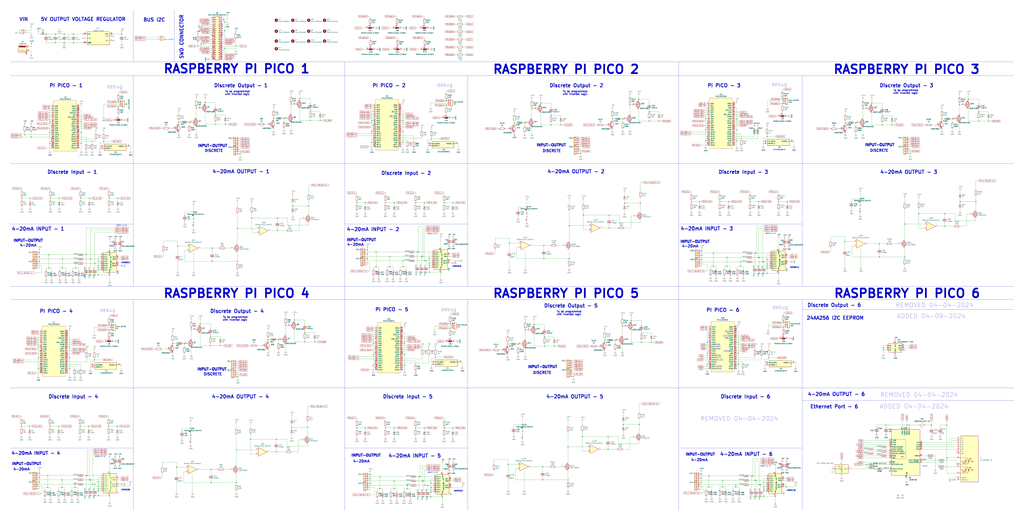
<source format=kicad_sch>
(kicad_sch (version 20231120) (generator "eeschema") (generator_version "8.0")
  (paper "User" 1186 604.012)
  (title_block (date "2023-05-09") (company "KristerJ") (comment 1 "2023"))
  (junction (at 435.61 309.245))
  (junction (at 71.755 565.15))
  (junction (at 588.01 398.78))
  (junction (at 495.3 562.61))
  (junction (at 1047.75 259.715))
  (junction (at 721.995 492.125))
  (junction (at 274.955 264.795))
  (junction (at 514.35 234.95))
  (junction (at 729.615 121.285))
  (junction (at 486.41 552.45))
  (junction (at 1022.985 405.765))
  (junction (at 855.345 409.575))
  (junction (at 890.27 414.655))
  (junction (at 213.36 398.145))
  (junction (at 499.11 567.69))
  (junction (at 359.41 139.7))
  (junction (at 260.35 35.56))
  (junction (at 92.71 494.03))
  (junction (at 219.075 141.605))
  (junction (at 103.505 556.26))
  (junction (at 884.555 303.53))
  (junction (at 204.47 541.655))
  (junction (at 85.09 39.37))
  (junction (at 521.335 375.285))
  (junction (at 451.485 309.245))
  (junction (at 629.92 284.48))
  (junction (at 71.755 556.26))
  (junction (at 812.165 554.355))
  (junction (at 607.695 142.24))
  (junction (at 337.82 495.3))
  (junction (at 440.055 566.42))
  (junction (at 107.315 561.34))
  (junction (at 93.98 140.97))
  (junction (at 499.745 160.655))
  (junction (at 56.515 310.515))
  (junction (at 456.565 566.42))
  (junction (at 413.385 234.95))
  (junction (at 72.39 300.355))
  (junction (at 857.885 303.53))
  (junction (at 53.34 39.37))
  (junction (at 1130.3 233.68))
  (junction (at 74.295 39.37))
  (junction (at 999.49 125.73))
  (junction (at 888.365 311.15))
  (junction (at 456.565 234.95))
  (junction (at 353.06 396.24))
  (junction (at 44.45 427.355))
  (junction (at 330.835 377.19))
  (junction (at 34.925 229.87))
  (junction (at 109.855 305.435))
  (junction (at 488.95 557.53))
  (junction (at 432.435 398.145))
  (junction (at 56.515 295.275))
  (junction (at 709.295 137.795))
  (junction (at 237.49 118.745))
  (junction (at 471.805 562.61))
  (junction (at 514.35 495.935))
  (junction (at 249.555 144.145))
  (junction (at 906.145 114.935))
  (junction (at 45.72 292.735))
  (junction (at 113.665 318.77))
  (junction (at 875.665 293.37))
  (junction (at 364.49 396.24))
  (junction (at 93.345 229.87))
  (junction (at 524.51 234.95))
  (junction (at 109.855 561.34))
  (junction (at 819.15 422.275))
  (junction (at 34.29 494.03))
  (junction (at 497.205 299.72))
  (junction (at 751.84 140.335))
  (junction (at 812.165 549.275))
  (junction (at 422.91 495.935))
  (junction (at 1144.905 140.335))
  (junction (at 273.685 559.435))
  (junction (at 888.365 316.865))
  (junction (at 430.53 139.7))
  (junction (at 819.15 409.575))
  (junction (at 446.405 234.95))
  (junction (at 430.53 165.1))
  (junction (at 910.59 564.515))
  (junction (at 488.315 297.18))
  (junction (at 874.395 556.895))
  (junction (at 705.485 249.555))
  (junction (at 1012.825 543.56))
  (junction (at 1026.16 492.76))
  (junction (at 120.015 163.83))
  (junction (at 1022.985 403.225))
  (junction (at 855.345 396.875))
  (junction (at 316.865 137.16))
  (junction (at 659.13 261.62))
  (junction (at 337.185 120.65))
  (junction (at 740.41 492.125))
  (junction (at 897.89 575.31))
  (junction (at 1009.65 119.38))
  (junction (at 87.63 305.435))
  (junction (at 103.505 229.87))
  (junction (at 229.235 53.34))
  (junction (at 499.11 560.07))
  (junction (at 495.3 575.945))
  (junction (at 28.575 156.21))
  (junction (at 86.995 565.15))
  (junction (at 126.365 377.19))
  (junction (at 853.44 150.495))
  (junction (at 231.775 375.285))
  (junction (at 833.755 233.68))
  (junction (at 428.625 554.99))
  (junction (at 87.63 310.515))
  (junction (at 705.485 264.16))
  (junction (at 113.665 566.42))
  (junction (at 874.395 293.37))
  (junction (at 310.515 393.7))
  (junction (at 595.63 142.24))
  (junction (at 730.885 371.475))
  (junction (at 481.33 234.95))
  (junction (at 626.11 119.38))
  (junction (at 1052.83 492.76))
  (junction (at 244.475 544.195))
  (junction (at 817.245 163.195))
  (junction (at 320.04 523.875))
  (junction (at 25.4 229.87))
  (junction (at 901.7 233.68))
  (junction (at 55.245 551.18))
  (junction (at 720.725 377.825))
  (junction (at 483.235 292.1))
  (junction (at 45.72 553.72))
  (junction (at 64.135 49.53))
  (junction (at 140.97 39.37))
  (junction (at 224.155 245.745))
  (junction (at 843.915 233.68))
  (junction (at 884.555 575.31))
  (junction (at 456.565 495.935))
  (junction (at 492.125 562.61))
  (junction (at 497.205 307.34))
  (junction (at 45.72 548.64))
  (junction (at 907.415 379.095))
  (junction (at 1111.25 121.285))
  (junction (at 628.65 556.26))
  (junction (at 93.98 166.37))
  (junction (at 1096.645 530.86))
  (junction (at 359.41 128.905))
  (junction (at 127 318.77))
  (junction (at 466.725 302.26))
  (junction (at 1018.54 297.815))
  (junction (at 521.335 380.365))
  (junction (at 430.53 152.4))
  (junction (at 723.265 235.585))
  (junction (at 57.785 140.97))
  (junction (at 57.785 494.03))
  (junction (at 739.775 114.935))
  (junction (at 884.555 564.515))
  (junction (at 446.405 495.935))
  (junction (at 812.165 559.435))
  (junction (at 870.585 551.815))
  (junction (at 630.555 401.32))
  (junction (at 712.47 394.335))
  (junction (at 875.665 575.31))
  (junction (at 880.745 575.31))
  (junction (at 80.645 414.655))
  (junction (at 125.73 494.03))
  (junction (at 104.775 574.675))
  (junction (at 901.7 316.865))
  (junction (at 1096.645 492.76))
  (junction (at 291.465 252.73))
  (junction (at 884.555 316.865))
  (junction (at 1078.865 492.76))
  (junction (at 812.8 290.83))
  (junction (at 109.22 417.195))
  (junction (at 878.84 233.68))
  (junction (at 435.61 292.1))
  (junction (at 45.72 558.8))
  (junction (at 836.93 556.895))
  (junction (at 24.765 494.03))
  (junction (at 275.59 436.88))
  (junction (at 255.27 400.685))
  (junction (at 200.025 398.145))
  (junction (at 826.135 308.61))
  (junction (at 497.205 309.88))
  (junction (at 812.8 295.91))
  (junction (at 55.245 565.15))
  (junction (at 468.63 410.845))
  (junction (at 1094.105 247.65))
  (junction (at 340.995 370.84))
  (junction (at 489.585 297.18))
  (junction (at 700.405 394.335))
  (junction (at 321.31 252.73))
  (junction (at 126.365 229.87))
  (junction (at 432.435 410.845))
  (junction (at 991.235 142.24))
  (junction (at 57.785 166.37))
  (junction (at 468.63 423.545))
  (junction (at 136.525 229.87))
  (junction (at 842.01 298.45))
  (junction (at 742.95 386.08))
  (junction (at 852.17 564.515))
  (junction (at 979.17 142.24))
  (junction (at 704.215 520.7))
  (junction (at 800.735 233.68))
  (junction (at 428.625 549.91))
  (junction (at 99.695 551.18))
  (junction (at 357.505 238.76))
  (junction (at 630.555 390.525))
  (junction (at 1105.535 556.26))
  (junction (at 488.315 315.595))
  (junction (at 260.35 55.88))
  (junction (at 857.885 308.61))
  (junction (at 842.01 308.61))
  (junction (at 113.665 307.975))
  (junction (at 64.135 39.37))
  (junction (at 499.11 575.945))
  (junction (at 80.645 427.355))
  (junction (at 1021.715 133.985))
  (junction (at 588.645 538.48))
  (junction (at 113.665 310.515))
  (junction (at 466.725 165.1))
  (junction (at 817.245 137.795))
  (junction (at 742.95 396.875))
  (junction (at 664.21 436.245))
  (junction (at 657.86 518.16))
  (junction (at 113.665 563.88))
  (junction (at 504.19 414.02))
  (junction (at 260.35 25.4))
  (junction (at 456.565 557.53))
  (junction (at 243.84 400.685))
  (junction (at 589.915 281.94))
  (junction (at 1054.1 177.8))
  (junction (at 878.205 298.45))
  (junction (at 104.775 556.26))
  (junction (at 58.42 229.87))
  (junction (at 278.13 178.435))
  (junction (at 220.98 496.57))
  (junction (at 99.695 295.275))
  (junction (at 810.26 233.68))
  (junction (at 911.86 233.68))
  (junction (at 109.855 574.675))
  (junction (at 245.745 302.895))
  (junction (at 879.475 298.45))
  (junction (at 451.485 297.18))
  (junction (at 328.93 137.16))
  (junction (at 347.345 114.3))
  (junction (at 104.775 300.355))
  (junction (at 516.89 121.92))
  (junction (at 754.38 396.875))
  (junction (at 657.86 556.26))
  (junction (at 888.365 306.07))
  (junction (at 674.37 506.095))
  (junction (at 44.45 401.955))
  (junction (at 273.685 521.335))
  (junction (at 249.555 133.35))
  (junction (at 826.135 293.37))
  (junction (at 512.445 575.945))
  (junction (at 1033.145 144.78))
  (junction (at 74.295 49.53))
  (junction (at 868.68 233.68))
  (junction (at 137.16 123.19))
  (junction (at 428.625 560.07))
  (junction (at 812.8 300.99))
  (junction (at 879.475 316.865))
  (junction (at 259.08 22.86))
  (junction (at 85.09 49.53))
  (junction (at 763.27 140.335))
  (junction (at 1003.3 538.48))
  (junction (at 490.22 575.945))
  (junction (at 466.725 309.245))
  (junction (at 100.965 551.18))
  (junction (at 641.985 401.32))
  (junction (at 853.44 163.195))
  (junction (at 836.93 564.515))
  (junction (at 853.44 137.795))
  (junction (at 499.11 565.15))
  (junction (at 907.415 374.015))
  (junction (at 741.68 235.585))
  (junction (at 227.33 125.095))
  (junction (at 638.175 133.985))
  (junction (at 675.64 249.555))
  (junction (at 608.33 382.27))
  (junction (at 704.215 506.095))
  (junction (at 273.05 53.34))
  (junction (at 221.615 381.635))
  (junction (at 44.45 414.655))
  (junction (at 1133.475 140.335))
  (junction (at 1021.715 144.78))
  (junction (at 996.315 230.505))
  (junction (at 45.72 302.895))
  (junction (at 339.09 238.76))
  (junction (at 1102.995 137.795))
  (junction (at 1133.475 129.54))
  (junction (at 884.555 567.055))
  (junction (at 260.985 144.145))
  (junction (at 127 574.675))
  (junction (at 471.805 566.42))
  (junction (at 113.665 568.96))
  (junction (at 659.13 299.72))
  (junction (at 510.54 315.595))
  (junction (at 113.665 558.8))
  (junction (at 422.91 234.95))
  (junction (at 978.535 280.035))
  (junction (at 244.475 559.435))
  (junction (at 1064.26 247.65))
  (junction (at 290.195 509.27))
  (junction (at 883.285 303.53))
  (junction (at 491.49 302.26))
  (junction (at 425.45 294.64))
  (junction (at 466.725 139.7))
  (junction (at 610.235 240.03))
  (junction (at 413.385 495.935))
  (junction (at 126.365 382.27))
  (junction (at 113.665 302.895))
  (junction (at 615.95 125.73))
  (junction (at 493.395 315.595))
  (junction (at 321.31 267.335))
  (junction (at 879.475 561.975))
  (junction (at 491.49 234.95))
  (junction (at 499.11 570.23))
  (junction (at 67.945 494.03))
  (junction (at 497.205 315.595))
  (junction (at 466.725 152.4))
  (junction (at 888.365 158.115))
  (junction (at 1111.885 233.68))
  (junction (at 102.87 494.03))
  (junction (at 135.89 494.03))
  (junction (at 353.06 385.445))
  (junction (at 493.395 302.26))
  (junction (at 113.665 313.055))
  (junction (at 481.33 495.935))
  (junction (at 57.785 153.67))
  (junction (at 875.665 556.895))
  (junction (at 906.145 120.015))
  (junction (at 629.92 299.72))
  (junction (at 356.235 495.3))
  (junction (at 243.84 389.89))
  (junction (at 884.555 559.435))
  (junction (at 751.84 129.54))
  (junction (at 884.555 569.595))
  (junction (at 819.15 396.875))
  (junction (at 425.45 299.72))
  (junction (at 113.665 574.675))
  (junction (at 484.505 292.1))
  (junction (at 497.205 304.8))
  (junction (at 524.51 495.935))
  (junction (at 80.645 401.955))
  (junction (at 207.01 141.605))
  (junction (at 432.435 423.545))
  (junction (at 821.055 551.815))
  (junction (at 137.16 118.11))
  (junction (at 468.63 398.145))
  (junction (at 852.17 561.975))
  (junction (at 274.955 302.895))
  (junction (at 721.36 137.795))
  (junction (at 109.855 318.77))
  (junction (at 490.22 557.53))
  (junction (at 440.055 552.45))
  (junction (at 871.855 551.815))
  (junction (at 86.995 561.34))
  (junction (at 888.365 308.61))
  (junction (at 618.49 375.92))
  (junction (at 68.58 229.87))
  (junction (at 638.175 144.78))
  (junction (at 205.74 285.115))
  (junction (at 600.075 398.78))
  (junction (at 817.245 150.495))
  (junction (at 1018.54 282.575))
  (junction (at 93.98 153.67))
  (junction (at 104.775 318.77))
  (junction (at 672.465 177.8))
  (junction (at 491.49 495.935))
  (junction (at 425.45 289.56))
  (junction (at 516.89 116.84))
  (junction (at 880.745 561.975))
  (junction (at 649.605 144.78))
  (junction (at 45.72 297.815))
  (junction (at 855.345 422.275))
  (junction (at 245.745 287.655))
  (junction (at 485.14 552.45))
  (junction (at 1090.93 137.795))
  (junction (at 821.055 564.515))
  (junction (at 1121.41 114.935))
  (junction (at 72.39 310.515))
  (junction (at 1094.105 262.255))
  (junction (at 1050.29 492.76))
  (junction (at 888.365 300.99))
  (junction (at 1047.75 297.815))
  (junction (at 605.155 492.125))
  (junction (at 320.04 509.27))
  (junction (at 628.65 541.02))
  (junction (at 36.195 158.75))
  (junction (at 322.58 393.7))
  (junction (at 370.84 139.7))
  (no_connect (at 819.15 142.875))
  (no_connect (at 466.09 382.905))
  (no_connect (at 78.105 412.115))
  (no_connect (at 78.105 417.195))
  (no_connect (at 466.09 408.305))
  (no_connect (at 821.055 419.735))
  (no_connect (at 464.185 129.54))
  (no_connect (at 78.105 386.715))
  (no_connect (at 78.105 432.435))
  (no_connect (at 432.435 167.64))
  (no_connect (at 466.09 426.085))
  (no_connect (at 46.355 424.815))
  (no_connect (at 91.44 125.73))
  (no_connect (at 432.435 149.86))
  (no_connect (at 59.69 168.91))
  (no_connect (at 434.34 408.305))
  (no_connect (at 466.09 428.625))
  (no_connect (at 59.69 151.13))
  (no_connect (at 964.565 543.56))
  (no_connect (at 852.805 424.815))
  (no_connect (at 852.805 412.115))
  (no_connect (at 466.09 413.385))
  (no_connect (at 131.445 41.91))
  (no_connect (at 464.185 170.18))
  (no_connect (at 434.34 421.005))
  (no_connect (at 819.15 165.735))
  (no_connect (at 464.185 167.64))
  (no_connect (at 245.11 20.32))
  (no_connect (at 78.105 429.895))
  (no_connect (at 91.44 156.21))
  (no_connect (at 434.34 418.465))
  (no_connect (at 91.44 151.13))
  (no_connect (at 91.44 130.81))
  (no_connect (at 464.185 149.86))
  (no_connect (at 432.435 162.56))
  (no_connect (at 245.11 66.04))
  (no_connect (at 91.44 171.45))
  (no_connect (at 257.81 33.02))
  (no_connect (at 59.69 146.05))
  (no_connect (at 95.885 44.45))
  (no_connect (at 850.9 165.735))
  (no_connect (at 245.11 63.5))
  (no_connect (at 1029.97 546.1))
  (no_connect (at 46.355 412.115))
  (no_connect (at 257.81 40.64))
  (no_connect (at 821.055 391.795))
  (no_connect (at 434.34 403.225))
  (no_connect (at 852.805 386.715))
  (no_connect (at 31.115 62.865))
  (no_connect (at 466.09 387.985))
  (no_connect (at 78.105 391.795))
  (no_connect (at 257.81 58.42))
  (no_connect (at 821.055 386.715))
  (no_connect (at 59.69 163.83))
  (no_connect (at 821.055 389.255))
  (no_connect (at 131.445 46.99))
  (no_connect (at 821.055 407.035))
  (no_connect (at 245.11 40.64))
  (no_connect (at 464.185 124.46))
  (no_connect (at 59.69 161.29))
  (no_connect (at 257.81 30.48))
  (no_connect (at 850.9 147.955))
  (no_connect (at 434.34 426.085))
  (no_connect (at 819.15 147.955))
  (no_connect (at 464.185 154.94))
  (no_connect (at 852.805 381.635))
  (no_connect (at 432.435 144.78))
  (no_connect (at 850.9 168.275))
  (no_connect (at 432.435 160.02))
  (no_connect (at 46.355 407.035))
  (no_connect (at 257.81 38.1))
  (no_connect (at 821.055 394.335))
  (no_connect (at 46.355 422.275))
  (no_connect (at 852.805 427.355))
  (no_connect (at 91.44 168.91))
  (no_connect (at 850.9 153.035))
  (no_connect (at 257.81 27.94))
  (no_connect (at 46.355 429.895))
  (no_connect (at 819.15 158.115))
  (no_connect (at 819.15 160.655))
  (polyline (pts (xy 12.065 519.43) (xy 147.32 519.43)))
  (wire (pts (xy 664.21 423.545) (xy 662.94 423.545)))
  (wire (pts (xy 811.53 303.53) (xy 857.885 303.53)))
  (wire (pts (xy 107.315 526.415) (xy 107.315 561.34)))
  (wire (pts (xy 425.45 294.64) (xy 424.18 294.64)))
  (wire (pts (xy 64.135 49.53) (xy 74.295 49.53)))
  (wire (pts (xy 901.7 316.23) (xy 901.7 316.865)))
  (wire (pts (xy 819.15 125.095) (xy 817.245 125.095)))
  (wire (pts (xy 86.995 565.15) (xy 83.185 565.15)))
  (wire (pts (xy 93.98 123.19) (xy 91.44 123.19)))
  (wire (pts (xy 1111.885 233.68) (xy 1111.885 234.95)))
  (wire (pts (xy 701.675 144.78) (xy 699.135 144.78)))
  (wire (pts (xy 962.025 274.32) (xy 978.535 274.32)))
  (wire (pts (xy 850.9 130.175) (xy 855.98 130.175)))
  (wire (pts (xy 428.625 549.91) (xy 428.625 548.005)))
  (wire (pts (xy 430.53 152.4) (xy 430.53 165.1)))
  (wire (pts (xy 196.215 148.59) (xy 199.39 148.59)))
  (wire (pts (xy 742.95 386.08) (xy 742.95 386.715)))
  (wire (pts (xy 115.57 165.735) (xy 120.015 165.735)))
  (wire (pts (xy 852.805 417.195) (xy 882.015 417.195)))
  (wire (pts (xy 495.3 162.56) (xy 499.745 162.56)))
  (wire (pts (xy 413.385 234.95) (xy 413.385 236.855)))
  (wire (pts (xy 245.745 292.735) (xy 245.745 287.655)))
  (wire (pts (xy 855.345 429.26) (xy 855.345 422.275)))
  (wire (pts (xy 890.27 414.655) (xy 890.27 412.75)))
  (wire (pts (xy 249.555 118.745) (xy 237.49 118.745)))
  (wire (pts (xy 346.71 267.335) (xy 346.71 253.365)))
  (wire (pts (xy 901.7 233.68) (xy 901.7 235.585)))
  (wire (pts (xy 514.35 234.95) (xy 524.51 234.95)))
  (wire (pts (xy 729.615 110.49) (xy 729.615 112.395)))
  (wire (pts (xy 321.31 252.73) (xy 333.375 252.73)))
  (wire (pts (xy 812.8 290.83) (xy 812.8 288.925)))
  (polyline (pts (xy 929.005 358.775) (xy 1174.115 358.775)))
  (wire (pts (xy 1106.17 255.905) (xy 1130.3 255.905)))
  (wire (pts (xy 45.72 292.735) (xy 45.72 290.83)))
  (wire (pts (xy 1096.645 492.76) (xy 1096.645 530.86)))
  (wire (pts (xy 44.45 556.26) (xy 71.755 556.26)))
  (wire (pts (xy 432.435 121.92) (xy 431.165 121.92)))
  (wire (pts (xy 742.95 467.995) (xy 740.41 467.995)))
  (wire (pts (xy 605.155 484.505) (xy 605.155 492.125)))
  (wire (pts (xy 357.505 260.985) (xy 357.505 258.445)))
  (wire (pts (xy 58.42 229.87) (xy 58.42 231.775)))
  (wire (pts (xy 339.09 226.06) (xy 339.09 228.6)))
  (wire (pts (xy 339.09 236.22) (xy 339.09 238.76)))
  (wire (pts (xy 885.825 420.37) (xy 885.825 416.56)))
  (wire (pts (xy 243.205 58.42) (xy 245.11 58.42)))
  (wire (pts (xy 464.185 144.78) (xy 469.265 144.78)))
  (wire (pts (xy 58.42 565.15) (xy 55.245 565.15)))
  (wire (pts (xy 139.7 553.72) (xy 137.16 553.72)))
  (wire (pts (xy 1068.07 535.94) (xy 1086.485 535.94)))
  (wire (pts (xy 132.715 266.7) (xy 104.775 266.7)))
  (wire (pts (xy 870.585 551.815) (xy 870.585 567.69)))
  (wire (pts (xy 466.725 302.26) (xy 466.725 309.245)))
  (wire (pts (xy 721.36 137.795) (xy 721.995 137.795)))
  (polyline (pts (xy 786.13 519.43) (xy 786.765 519.43)))
  (wire (pts (xy 741.68 257.81) (xy 741.68 255.27)))
  (wire (pts (xy 1021.715 142.24) (xy 1021.715 144.78)))
  (wire (pts (xy 59.69 123.19) (xy 58.42 123.19)))
  (wire (pts (xy 92.71 482.6) (xy 92.71 485.14)))
  (wire (pts (xy 1094.105 247.65) (xy 1064.26 247.65)))
  (wire (pts (xy 522.605 363.855) (xy 521.335 363.855)))
  (wire (pts (xy 907.415 103.505) (xy 906.145 103.505)))
  (wire (pts (xy 291.465 252.73) (xy 291.465 269.875)))
  (wire (pts (xy 1021.715 132.08) (xy 1021.715 133.985)))
  (wire (pts (xy 740.41 514.35) (xy 740.41 511.81)))
  (wire (pts (xy 730.885 371.475) (xy 730.885 372.745)))
  (wire (pts (xy 854.075 319.405) (xy 854.075 321.31)))
  (wire (pts (xy 675.64 231.775) (xy 675.64 236.22)))
  (wire (pts (xy 126.365 229.87) (xy 126.365 231.775)))
  (wire (pts (xy 446.405 233.68) (xy 446.405 234.95)))
  (wire (pts (xy 514.35 234.95) (xy 514.35 236.855)))
  (wire (pts (xy 310.515 393.7) (xy 310.515 395.605)))
  (wire (pts (xy 1078.865 492.76) (xy 1078.865 495.935)))
  (wire (pts (xy 432.435 430.53) (xy 432.435 423.545)))
  (wire (pts (xy 514.35 484.505) (xy 514.35 487.045)))
  (wire (pts (xy 57.785 218.44) (xy 58.42 218.44)))
  (wire (pts (xy 1105.535 553.72) (xy 1105.535 556.26)))
  (wire (pts (xy 243.205 45.72) (xy 245.11 45.72)))
  (wire (pts (xy 257.81 20.32) (xy 259.08 20.32)))
  (wire (pts (xy 600.075 240.03) (xy 600.075 243.205)))
  (wire (pts (xy 721.36 137.795) (xy 721.36 141.605)))
  (wire (pts (xy 821.055 409.575) (xy 819.15 409.575)))
  (wire (pts (xy 1054.735 175.26) (xy 1052.83 175.26)))
  (wire (pts (xy 224.155 262.89) (xy 224.155 265.43)))
  (wire (pts (xy 499.11 567.69) (xy 499.11 565.15)))
  (wire (pts (xy 86.36 424.815) (xy 86.36 427.355)))
  (wire (pts (xy 822.96 319.405) (xy 822.96 321.31)))
  (wire (pts (xy 1018.54 282.575) (xy 1026.16 282.575)))
  (wire (pts (xy 481.33 223.52) (xy 481.33 226.06)))
  (wire (pts (xy 848.995 564.515) (xy 848.995 567.69)))
  (wire (pts (xy 68.58 229.87) (xy 71.12 229.87)))
  (wire (pts (xy 480.695 302.26) (xy 491.49 302.26)))
  (wire (pts (xy 821.055 384.175) (xy 819.15 384.175)))
  (wire (pts (xy 857.885 303.53) (xy 857.885 308.61)))
  (wire (pts (xy 455.295 309.245) (xy 451.485 309.245)))
  (wire (pts (xy 457.835 19.05) (xy 459.74 19.05)))
  (wire (pts (xy 58.42 125.73) (xy 59.69 125.73)))
  (polyline (pts (xy 154.305 87.63) (xy 154.305 259.715)))
  (wire (pts (xy 1111.25 151.13) (xy 1111.25 142.875)))
  (wire (pts (xy 186.69 553.72) (xy 187.96 553.72)))
  (wire (pts (xy 428.625 549.91) (xy 428.625 554.99)))
  (wire (pts (xy 260.985 133.35) (xy 260.985 134.62)))
  (wire (pts (xy 91.44 138.43) (xy 96.52 138.43)))
  (wire (pts (xy 243.205 60.96) (xy 245.11 60.96)))
  (wire (pts (xy 979.17 130.81) (xy 979.17 132.715)))
  (wire (pts (xy 610.235 240.03) (xy 600.075 240.03)))
  (wire (pts (xy 274.955 234.315) (xy 274.955 240.03)))
  (wire (pts (xy 440.055 552.45) (xy 440.055 566.42)))
  (wire (pts (xy 691.515 401.32) (xy 692.785 401.32)))
  (wire (pts (xy 358.775 471.17) (xy 356.235 471.17)))
  (polyline (pts (xy 147.32 189.865) (xy 154.305 189.865)))
  (wire (pts (xy 274.955 264.795) (xy 297.815 264.795)))
  (wire (pts (xy 868.68 233.68) (xy 868.68 235.585)))
  (wire (pts (xy 874.395 414.655) (xy 852.805 414.655)))
  (wire (pts (xy 25.4 218.44) (xy 25.4 220.98)))
  (wire (pts (xy 28.575 153.035) (xy 28.575 156.21)))
  (wire (pts (xy 1015.365 492.76) (xy 1026.16 492.76)))
  (wire (pts (xy 337.82 482.6) (xy 337.82 485.14)))
  (wire (pts (xy 424.815 234.95) (xy 422.91 234.95)))
  (wire (pts (xy 356.235 517.525) (xy 356.235 514.985)))
  (wire (pts (xy 499.745 415.925) (xy 504.19 415.925)))
  (wire (pts (xy 502.285 570.23) (xy 499.11 570.23)))
  (wire (pts (xy 205.74 279.4) (xy 205.74 285.115)))
  (wire (pts (xy 853.44 120.015) (xy 850.9 120.015)))
  (wire (pts (xy 520.7 302.26) (xy 530.225 302.26)))
  (wire (pts (xy 137.16 561.34) (xy 139.7 561.34)))
  (wire (pts (xy 573.405 294.005) (xy 573.405 288.925)))
  (wire (pts (xy 104.775 494.03) (xy 102.87 494.03)))
  (wire (pts (xy 873.76 158.115) (xy 850.9 158.115)))
  (wire (pts (xy 1133.475 140.335) (xy 1121.41 140.335)))
  (wire (pts (xy 730.885 250.19) (xy 734.06 250.19)))
  (wire (pts (xy 471.17 400.685) (xy 466.09 400.685)))
  (wire (pts (xy 137.16 123.19) (xy 137.16 125.095)))
  (wire (pts (xy 497.205 304.8) (xy 497.205 299.72)))
  (wire (pts (xy 471.805 162.56) (xy 471.805 163.195)))
  (wire (pts (xy 275.59 424.18) (xy 274.32 424.18)))
  (wire (pts (xy 273.05 45.72) (xy 273.05 53.34)))
  (wire (pts (xy 424.18 289.56) (xy 425.45 289.56)))
  (wire (pts (xy 838.835 308.61) (xy 838.835 311.785)))
  (polyline (pts (xy 399.415 71.755) (xy 399.415 87.63)))
  (wire (pts (xy 370.84 128.905) (xy 359.41 128.905)))
  (wire (pts (xy 523.24 304.8) (xy 520.7 304.8)))
  (wire (pts (xy 888.365 308.61) (xy 888.365 306.07)))
  (wire (pts (xy 855.345 409.575) (xy 855.345 422.275)))
  (wire (pts (xy 516.89 115.57) (xy 516.89 116.84)))
  (wire (pts (xy 310.515 393.7) (xy 313.055 393.7)))
  (wire (pts (xy 255.27 389.89) (xy 243.84 389.89)))
  (wire (pts (xy 879.475 298.45) (xy 891.54 298.45)))
  (wire (pts (xy 120.015 163.83) (xy 120.015 161.925)))
  (wire (pts (xy 499.745 160.655) (xy 499.745 158.75)))
  (wire (pts (xy 227.33 114.3) (xy 227.33 116.205)))
  (wire (pts (xy 24.765 494.03) (xy 34.29 494.03)))
  (wire (pts (xy 812.165 549.275) (xy 812.165 547.37)))
  (wire (pts (xy 608.33 289.56) (xy 608.33 311.785)))
  (wire (pts (xy 742.95 384.175) (xy 742.95 386.08)))
  (wire (pts (xy 852.805 394.335) (xy 857.885 394.335)))
  (wire (pts (xy 430.53 172.085) (xy 430.53 165.1)))
  (wire (pts (xy 607.695 142.24) (xy 607.695 146.05)))
  (wire (pts (xy 875.665 262.255) (xy 875.665 293.37)))
  (wire (pts (xy 84.455 310.515) (xy 84.455 313.69)))
  (wire (pts (xy 288.29 400.685) (xy 290.195 400.685)))
  (wire (pts (xy 337.82 495.3) (xy 356.235 495.3)))
  (wire (pts (xy 908.685 362.585) (xy 907.415 362.585)))
  (wire (pts (xy 274.955 247.65) (xy 274.955 264.795)))
  (wire (pts (xy 432.435 398.145) (xy 432.435 410.845)))
  (wire (pts (xy 353.06 370.84) (xy 340.995 370.84)))
  (wire (pts (xy 615.95 114.935) (xy 615.95 116.84)))
  (wire (pts (xy 521.335 374.015) (xy 521.335 375.285)))
  (wire (pts (xy 1018.54 297.815) (xy 1047.75 297.815)))
  (wire (pts (xy 73.025 39.37) (xy 74.295 39.37)))
  (wire (pts (xy 852.805 396.875) (xy 855.345 396.875)))
  (wire (pts (xy 71.755 556.26) (xy 89.535 556.26)))
  (wire (pts (xy 482.6 562.61) (xy 492.125 562.61)))
  (polyline (pts (xy 147.32 519.43) (xy 154.305 519.43)))
  (wire (pts (xy 730.885 264.16) (xy 723.265 264.16)))
  (wire (pts (xy 466.09 405.765) (xy 471.17 405.765)))
  (wire (pts (xy 244.475 544.195) (xy 252.095 544.195)))
  (wire (pts (xy 425.45 294.64) (xy 425.45 299.72)))
  (wire (pts (xy 901.7 316.865) (xy 901.7 324.485)))
  (wire (pts (xy 1107.44 553.72) (xy 1105.535 553.72)))
  (wire (pts (xy 64.135 39.37) (xy 64.135 40.64)))
  (wire (pts (xy 213.995 256.54) (xy 213.995 258.445)))
  (wire (pts (xy 800.735 155.575) (xy 819.15 155.575)))
  (wire (pts (xy 986.79 285.115) (xy 986.79 297.815)))
  (wire (pts (xy 879.475 537.21) (xy 879.475 561.975)))
  (wire (pts (xy 43.18 394.335) (xy 46.355 394.335)))
  (wire (pts (xy 433.705 565.15) (xy 427.355 565.15)))
  (wire (pts (xy 480.695 297.18) (xy 488.315 297.18)))
  (wire (pts (xy 345.44 509.905) (xy 348.615 509.905)))
  (wire (pts (xy 468.63 430.53) (xy 468.63 423.545)))
  (wire (pts (xy 58.42 228.6) (xy 58.42 229.87)))
  (wire (pts (xy 187.96 297.18) (xy 189.23 297.18)))
  (wire (pts (xy 874.395 403.225) (xy 874.395 405.13)))
  (wire (pts (xy 274.955 302.895) (xy 274.955 292.735)))
  (wire (pts (xy 812.165 554.355) (xy 810.895 554.355)))
  (wire (pts (xy 502.285 560.07) (xy 499.11 560.07)))
  (wire (pts (xy 498.475 57.15) (xy 497.205 57.15)))
  (wire (pts (xy 340.995 396.24) (xy 340.995 382.27)))
  (wire (pts (xy 291.465 269.875) (xy 297.815 269.875)))
  (wire (pts (xy 207.01 130.175) (xy 207.01 132.08)))
  (wire (pts (xy 427.99 314.325) (xy 426.72 314.325)))
  (wire (pts (xy 906.145 130.81) (xy 906.145 129.54)))
  (wire (pts (xy 93.98 140.97) (xy 93.98 153.67)))
  (wire (pts (xy 996.315 247.015) (xy 996.315 249.555)))
  (wire (pts (xy 216.535 285.115) (xy 205.74 285.115)))
  (wire (pts (xy 116.84 563.88) (xy 113.665 563.88)))
  (wire (pts (xy 113.665 302.895) (xy 113.665 297.815)))
  (wire (pts (xy 880.745 561.975) (xy 880.745 567.69)))
  (wire (pts (xy 811.53 306.07) (xy 819.15 306.07)))
  (wire (pts (xy 432.435 385.445) (xy 432.435 398.145)))
  (wire (pts (xy 510.54 314.96) (xy 510.54 315.595)))
  (wire (pts (xy 186.69 148.59) (xy 188.595 148.59)))
  (wire (pts (xy 833.755 243.205) (xy 833.755 245.11)))
  (wire (pts (xy 819.785 381.635) (xy 821.055 381.635)))
  (wire (pts (xy 87.63 310.515) (xy 84.455 310.515)))
  (wire (pts (xy 628.65 556.26) (xy 628.65 553.72)))
  (wire (pts (xy 1026.795 400.685) (xy 1022.985 400.685)))
  (wire (pts (xy 479.425 171.45) (xy 479.425 172.085)))
  (wire (pts (xy 504.19 403.225) (xy 504.19 404.495)))
  (wire (pts (xy 58.42 568.96) (xy 58.42 565.15)))
  (wire (pts (xy 1111.885 220.98) (xy 1111.885 223.52)))
  (wire (pts (xy 490.22 557.53) (xy 490.22 568.325)))
  (polyline (pts (xy 12.065 257.81) (xy 12.065 258.445)))
  (wire (pts (xy 83.185 565.15) (xy 83.185 568.325)))
  (wire (pts (xy 704.215 506.095) (xy 674.37 506.095)))
  (wire (pts (xy 868.045 556.895) (xy 874.395 556.895)))
  (wire (pts (xy 431.165 124.46) (xy 432.435 124.46)))
  (wire (pts (xy 205.74 285.115) (xy 205.74 294.64)))
  (wire (pts (xy 330.2 523.875) (xy 320.04 523.875)))
  (wire (pts (xy 819.15 168.275) (xy 811.53 168.275)))
  (wire (pts (xy 901.065 222.25) (xy 901.7 222.25)))
  (wire (pts (xy 111.125 153.035) (xy 111.125 154.305)))
  (wire (pts (xy 109.22 417.195) (xy 109.22 415.29)))
  (wire (pts (xy 278.13 168.275) (xy 276.86 168.275)))
  (wire (pts (xy 45.72 558.8) (xy 44.45 558.8)))
  (wire (pts (xy 57.785 503.555) (xy 57.785 505.46)))
  (wire (pts (xy 275.59 426.72) (xy 274.32 426.72)))
  (wire (pts (xy 479.425 157.48) (xy 464.185 157.48)))
  (polyline (pts (xy 154.305 189.865) (xy 399.415 189.865)))
  (wire (pts (xy 1054.1 162.56) (xy 1052.83 162.56)))
  (wire (pts (xy 714.375 520.7) (xy 704.215 520.7)))
  (wire (pts (xy 257.81 22.86) (xy 259.08 22.86)))
  (wire (pts (xy 34.29 494.03) (xy 34.29 496.57)))
  (wire (pts (xy 429.26 147.32) (xy 432.435 147.32)))
  (wire (pts (xy 93.98 121.92) (xy 93.98 123.19)))
  (wire (pts (xy 524.51 234.95) (xy 524.51 237.49)))
  (wire (pts (xy 467.995 566.42) (xy 467.995 569.595)))
  (wire (pts (xy 274.955 282.575) (xy 274.955 264.795)))
  (wire (pts (xy 93.345 422.275) (xy 93.345 427.355)))
  (wire (pts (xy 91.44 128.27) (xy 93.98 128.27)))
  (wire (pts (xy 630.555 375.92) (xy 630.555 381)))
  (wire (pts (xy 104.775 300.355) (xy 104.775 311.15)))
  (wire (pts (xy 429.26 43.815) (xy 429.26 45.72)))
  (wire (pts (xy 370.84 137.795) (xy 370.84 139.7)))
  (wire (pts (xy 53.34 48.26) (xy 53.34 49.53)))
  (wire (pts (xy 741.68 235.585) (xy 741.68 229.235)))
  (wire (pts (xy 31.115 38.1) (xy 36.195 38.1)))
  (wire (pts (xy 588.01 396.875) (xy 588.01 398.78)))
  (wire (pts (xy 495.3 562.61) (xy 495.3 568.325)))
  (wire (pts (xy 44.45 414.655) (xy 44.45 427.355)))
  (wire (pts (xy 425.45 307.34) (xy 425.45 299.72)))
  (wire (pts (xy 333.375 260.985) (xy 357.505 260.985)))
  (wire (pts (xy 220.98 488.95) (xy 220.98 496.57)))
  (wire (pts (xy 700.405 382.905) (xy 700.405 384.81)))
  (wire (pts (xy 257.81 53.34) (xy 273.05 53.34)))
  (wire (pts (xy 697.23 264.16) (xy 705.485 264.16)))
  (wire (pts (xy 1104.9 513.08) (xy 1107.44 513.08)))
  (wire (pts (xy 800.735 233.68) (xy 810.26 233.68)))
  (wire (pts (xy 607.06 546.1) (xy 607.06 568.325)))
  (wire (pts (xy 290.195 526.415) (xy 296.545 526.415)))
  (wire (pts (xy 815.975 140.335) (xy 819.15 140.335)))
  (wire (pts (xy 1047.115 400.685) (xy 1052.83 400.685)))
  (wire (pts (xy 853.44 118.745) (xy 853.44 120.015)))
  (wire (pts (xy 257.81 48.26) (xy 259.715 48.26)))
  (wire (pts (xy 514.985 395.605) (xy 516.255 395.605)))
  (wire (pts (xy 339.09 238.76) (xy 357.505 238.76)))
  (wire (pts (xy 273.685 559.435) (xy 273.685 549.275)))
  (wire (pts (xy 481.33 484.505) (xy 481.33 487.045)))
  (wire (pts (xy 456.565 245.11) (xy 456.565 246.38)))
  (wire (pts (xy 479.425 163.83) (xy 479.425 157.48)))
  (wire (pts (xy 243.205 38.1) (xy 245.11 38.1)))
  (wire (pts (xy 812.8 300.99) (xy 812.8 308.61)))
  (wire (pts (xy 514.35 244.475) (xy 514.35 246.38)))
  (wire (pts (xy 845.82 308.61) (xy 842.01 308.61)))
  (wire (pts (xy 1018.54 287.655) (xy 1018.54 282.575)))
  (wire (pts (xy 1000.125 528.32) (xy 1019.81 528.32)))
  (wire (pts (xy 92.71 218.44) (xy 93.345 218.44)))
  (wire (pts (xy 424.18 307.34) (xy 425.45 307.34)))
  (wire (pts (xy 907.415 379.095) (xy 906.145 379.095)))
  (wire (pts (xy 539.115 19.05) (xy 536.575 19.05)))
  (wire (pts (xy 600.075 410.21) (xy 600.075 412.115)))
  (wire (pts (xy 56.515 148.59) (xy 59.69 148.59)))
  (wire (pts (xy 763.27 129.54) (xy 751.84 129.54)))
  (wire (pts (xy 80.645 382.905) (xy 80.645 384.175)))
  (wire (pts (xy 127 382.27) (xy 126.365 382.27)))
  (wire (pts (xy 435.61 292.1) (xy 435.61 309.245)))
  (wire (pts (xy 664.21 421.005) (xy 662.94 421.005)))
  (wire (pts (xy 136.525 240.03) (xy 136.525 241.3)))
  (polyline (pts (xy 541.655 259.715) (xy 541.655 332.105)))
  (wire (pts (xy 1086.485 535.94) (xy 1086.485 541.02)))
  (wire (pts (xy 44.45 427.355) (xy 44.45 436.245)))
  (wire (pts (xy 875.665 556.895) (xy 887.73 556.895)))
  (wire (pts (xy 99.695 295.275) (xy 116.84 295.275)))
  (wire (pts (xy 833.755 233.68) (xy 833.755 235.585)))
  (wire (pts (xy 1089.025 503.555) (xy 1089.025 504.825)))
  (wire (pts (xy 1064.26 264.795) (xy 1070.61 264.795)))
  (wire (pts (xy 877.57 156.21) (xy 877.57 160.655)))
  (wire (pts (xy 742.95 394.335) (xy 742.95 396.875)))
  (wire (pts (xy 44.45 300.355) (xy 72.39 300.355)))
  (wire (pts (xy 474.98 570.23) (xy 474.98 566.42)))
  (wire (pts (xy 275.59 439.42) (xy 275.59 436.88)))
  (wire (pts (xy 109.855 318.77) (xy 113.665 318.77)))
  (wire (pts (xy 751.84 114.935) (xy 739.775 114.935)))
  (wire (pts (xy 346.71 267.335) (xy 339.09 267.335)))
  (wire (pts (xy 705.485 249.555) (xy 675.64 249.555)))
  (wire (pts (xy 463.55 309.245) (xy 463.55 312.42)))
  (wire (pts (xy 914.4 298.45) (xy 911.86 298.45)))
  (wire (pts (xy 113.665 553.72) (xy 116.84 553.72)))
  (wire (pts (xy 842.01 308.61) (xy 838.835 308.61)))
  (wire (pts (xy 1022.985 400.685) (xy 1022.985 403.225)))
  (wire (pts (xy 855.345 384.175) (xy 855.345 396.875)))
  (wire (pts (xy 413.385 484.505) (xy 413.385 487.045)))
  (wire (pts (xy 430.53 127) (xy 430.53 139.7)))
  (wire (pts (xy 93.98 153.67) (xy 93.98 166.37)))
  (wire (pts (xy 93.345 434.975) (xy 93.345 436.245)))
  (wire (pts (xy 857.885 308.61) (xy 854.075 308.61)))
  (wire (pts (xy 229.235 40.64) (xy 229.235 41.275)))
  (wire (pts (xy 273.685 539.115) (xy 273.685 521.335)))
  (wire (pts (xy 150.495 563.245) (xy 150.495 563.88)))
  (wire (pts (xy 1021.715 119.38) (xy 1021.715 124.46)))
  (polyline (pts (xy 399.415 189.865) (xy 534.67 189.865)))
  (wire (pts (xy 414.02 157.48) (xy 432.435 157.48)))
  (wire (pts (xy 720.725 376.555) (xy 720.725 377.825)))
  (wire (pts (xy 126.365 377.19) (xy 125.095 377.19)))
  (wire (pts (xy 645.16 284.48) (xy 651.51 284.48)))
  (wire (pts (xy 290.195 509.27) (xy 290.195 526.415)))
  (wire (pts (xy 104.775 556.26) (xy 116.84 556.26)))
  (wire (pts (xy 1102.36 510.54) (xy 1107.44 510.54)))
  (wire (pts (xy 440.055 566.42) (xy 436.88 566.42)))
  (wire (pts (xy 716.28 506.095) (xy 716.28 514.35)))
  (wire (pts (xy 641.985 390.525) (xy 630.555 390.525)))
  (wire (pts (xy 1133.475 137.795) (xy 1133.475 140.335)))
  (wire (pts (xy 860.425 427.99) (xy 860.425 429.26)))
  (wire (pts (xy 884.555 559.435) (xy 884.555 554.355)))
  (wire (pts (xy 215.265 546.735) (xy 212.725 546.735)))
  (wire (pts (xy 359.41 127) (xy 359.41 128.905)))
  (wire (pts (xy 328.93 148.59) (xy 328.93 150.495)))
  (wire (pts (xy 456.565 234.95) (xy 459.105 234.95)))
  (wire (pts (xy 127 530.86) (xy 127 546.1)))
  (wire (pts (xy 46.355 417.195) (xy 27.94 417.195)))
  (wire (pts (xy 1099.82 513.08) (xy 1099.82 508)))
  (wire (pts (xy 732.155 121.285) (xy 729.615 121.285)))
  (wire (pts (xy 490.22 575.945) (xy 495.3 575.945)))
  (wire (pts (xy 427.99 428.625) (xy 434.34 428.625)))
  (wire (pts (xy 91.44 146.05) (xy 96.52 146.05)))
  (wire (pts (xy 907.415 362.585) (xy 907.415 365.125)))
  (wire (pts (xy 800.1 222.25) (xy 800.735 222.25)))
  (wire (pts (xy 888.365 147.32) (xy 888.365 148.59)))
  (wire (pts (xy 852.17 564.515) (xy 852.17 561.975)))
  (wire (pts (xy 868.68 243.205) (xy 868.68 245.11)))
  (wire (pts (xy 1090.93 151.13) (xy 1090.93 149.86)))
  (wire (pts (xy 578.485 405.765) (xy 580.39 405.765)))
  (wire (pts (xy 819.15 422.275) (xy 821.055 422.275)))
  (wire (pts (xy 595.63 142.24) (xy 598.17 142.24)))
  (wire (pts (xy 135.89 504.19) (xy 135.89 505.46)))
  (wire (pts (xy 74.93 568.96) (xy 74.93 565.15)))
  (wire (pts (xy 1003.3 541.655) (xy 1003.3 538.48)))
  (wire (pts (xy 412.75 484.505) (xy 413.385 484.505)))
  (wire (pts (xy 337.185 120.65) (xy 337.185 132.08)))
  (wire (pts (xy 600.71 287.02) (xy 598.17 287.02)))
  (wire (pts (xy 889 117.475) (xy 889 125.095)))
  (wire (pts (xy 641.985 399.415) (xy 641.985 401.32)))
  (wire (pts (xy 516.89 121.92) (xy 515.62 121.92)))
  (wire (pts (xy 1000.125 538.48) (xy 1003.3 538.48)))
  (wire (pts (xy 137.16 563.88) (xy 150.495 563.88)))
  (wire (pts (xy 641.985 390.525) (xy 641.985 391.795)))
  (wire (pts (xy 445.77 223.52) (xy 446.405 223.52)))
  (wire (pts (xy 740.41 467.995) (xy 740.41 478.155)))
  (wire (pts (xy 428.625 554.99) (xy 427.355 554.99)))
  (wire (pts (xy 320.675 393.7) (xy 322.58 393.7)))
  (wire (pts (xy 888.365 160.02) (xy 888.365 158.115)))
  (wire (pts (xy 1047.75 299.72) (xy 1047.75 297.815)))
  (wire (pts (xy 204.47 541.655) (xy 204.47 551.18)))
  (wire (pts (xy 24.765 494.03) (xy 24.765 495.935)))
  (wire (pts (xy 812.165 571.5) (xy 815.34 571.5)))
  (polyline (pts (xy 534.67 259.715) (xy 541.655 259.715)))
  (wire (pts (xy 456.565 237.49) (xy 456.565 234.95)))
  (wire (pts (xy 276.225 429.26) (xy 274.32 429.26)))
  (wire (pts (xy 90.17 565.15) (xy 86.995 565.15)))
  (wire (pts (xy 243.84 400.685) (xy 231.775 400.685)))
  (wire (pts (xy 452.755 566.42) (xy 452.755 569.595)))
  (wire (pts (xy 527.05 27.94) (xy 528.955 27.94)))
  (wire (pts (xy 871.855 532.13) (xy 871.855 551.815)))
  (wire (pts (xy 572.135 550.545) (xy 572.135 545.465)))
  (wire (pts (xy 83.185 404.495) (xy 78.105 404.495)))
  (wire (pts (xy 615.95 124.46) (xy 615.95 125.73)))
  (wire (pts (xy 821.055 427.355) (xy 815.34 427.355)))
  (wire (pts (xy 521.335 391.795) (xy 521.335 389.89)))
  (wire (pts (xy 431.165 405.765) (xy 434.34 405.765)))
  (wire (pts (xy 502.285 565.15) (xy 499.11 565.15)))
  (wire (pts (xy 132.715 395.605) (xy 131.445 395.605)))
  (wire (pts (xy 243.205 35.56) (xy 245.11 35.56)))
  (wire (pts (xy 431.165 393.065) (xy 434.34 393.065)))
  (wire (pts (xy 464.185 134.62) (xy 469.265 134.62)))
  (wire (pts (xy 459.74 570.23) (xy 459.74 566.42)))
  (wire (pts (xy 211.455 398.145) (xy 213.36 398.145)))
  (wire (pts (xy 978.535 274.32) (xy 978.535 280.035)))
  (wire (pts (xy 231.775 400.685) (xy 231.775 386.715)))
  (wire (pts (xy 504.19 415.925) (xy 504.19 414.02)))
  (wire (pts (xy 700.405 392.43) (xy 700.405 394.335)))
  (wire (pts (xy 1018.54 282.575) (xy 1004.57 282.575)))
  (wire (pts (xy 1000.125 515.62) (xy 1029.97 515.62)))
  (wire (pts (xy 664.21 436.245) (xy 664.21 431.165)))
  (wire (pts (xy 740.41 492.125) (xy 740.41 485.775)))
  (wire (pts (xy 85.09 49.53) (xy 95.885 49.53)))
  (wire (pts (xy 466.09 390.525) (xy 471.17 390.525)))
  (wire (pts (xy 819.15 384.175) (xy 819.15 396.875)))
  (wire (pts (xy 908.05 379.095) (xy 907.415 379.095)))
  (wire (pts (xy 486.41 539.75) (xy 486.41 552.45)))
  (wire (pts (xy 431.165 390.525) (xy 434.34 390.525)))
  (wire (pts (xy 493.395 542.29) (xy 488.95 542.29)))
  (wire (pts (xy 883.92 160.02) (xy 888.365 160.02)))
  (wire (pts (xy 80.645 389.255) (xy 80.645 401.955)))
  (wire (pts (xy 260.35 55.88) (xy 260.35 60.96)))
  (wire (pts (xy 588.01 398.78) (xy 588.01 400.685)))
  (wire (pts (xy 74.295 48.26) (xy 74.295 49.53)))
  (wire (pts (xy 674.37 500.38) (xy 674.37 506.095)))
  (wire (pts (xy 425.45 289.56) (xy 425.45 287.655)))
  (wire (pts (xy 448.31 320.04) (xy 448.31 321.945)))
  (wire (pts (xy 359.41 114.3) (xy 347.345 114.3)))
  (wire (pts (xy 466.725 172.085) (xy 466.725 165.1)))
  (wire (pts (xy 1090.93 137.795) (xy 1093.47 137.795)))
  (wire (pts (xy 874.395 316.865) (xy 879.475 316.865)))
  (wire (pts (xy 514.35 505.46) (xy 514.35 507.365)))
  (wire (pts (xy 810.895 549.275) (xy 812.165 549.275)))
  (wire (pts (xy 630.555 398.78) (xy 630.555 401.32)))
  (wire (pts (xy 52.07 565.15) (xy 52.07 568.325)))
  (wire (pts (xy 137.795 494.03) (xy 135.89 494.03)))
  (wire (pts (xy 888.365 306.07) (xy 888.365 300.99)))
  (wire (pts (xy 836.93 556.895) (xy 860.425 556.895)))
  (wire (pts (xy 499.745 160.655) (xy 509.27 160.655)))
  (wire (pts (xy 721.995 479.425) (xy 721.995 481.965)))
  (wire (pts (xy 259.08 20.32) (xy 259.08 22.86)))
  (wire (pts (xy 824.23 575.945) (xy 824.23 577.215)))
  (wire (pts (xy 273.685 568.96) (xy 273.685 571.5)))
  (wire (pts (xy 838.835 319.405) (xy 838.835 321.31)))
  (polyline (pts (xy 929.005 519.43) (xy 929.005 591.82)))
  (wire (pts (xy 78.105 424.815) (xy 86.36 424.815)))
  (wire (pts (xy 359.41 139.7) (xy 347.345 139.7)))
  (wire (pts (xy 484.505 262.89) (xy 484.505 292.1)))
  (wire (pts (xy 879.475 561.975) (xy 880.745 561.975)))
  (wire (pts (xy 1090.93 137.795) (xy 1090.93 139.7)))
  (wire (pts (xy 422.91 245.11) (xy 422.91 246.38)))
  (wire (pts (xy 243.84 375.285) (xy 231.775 375.285)))
  (wire (pts (xy 880.745 233.68) (xy 878.84 233.68)))
  (wire (pts (xy 466.725 120.65) (xy 466.725 121.92)))
  (wire (pts (xy 109.855 305.435) (xy 109.855 311.15)))
  (wire (pts (xy 488.315 158.75) (xy 488.315 160.02)))
  (wire (pts (xy 596.9 556.26) (xy 628.65 556.26)))
  (wire (pts (xy 58.42 576.58) (xy 58.42 577.85)))
  (wire (pts (xy 989.33 285.115) (xy 986.79 285.115)))
  (wire (pts (xy 464.185 162.56) (xy 471.805 162.56)))
  (wire (pts (xy 438.785 320.675) (xy 438.785 321.945)))
  (polyline (pts (xy 154.305 259.715) (xy 154.305 332.105)))
  (wire (pts (xy 888.365 158.115) (xy 888.365 156.21)))
  (wire (pts (xy 116.84 313.055) (xy 113.665 313.055)))
  (wire (pts (xy 1089.025 492.76) (xy 1096.645 492.76)))
  (wire (pts (xy 109.855 305.435) (xy 116.84 305.435)))
  (wire (pts (xy 91.44 153.67) (xy 93.98 153.67)))
  (wire (pts (xy 468.63 379.095) (xy 468.63 380.365)))
  (wire (pts (xy 860.425 419.735) (xy 860.425 420.37)))
  (wire (pts (xy 1111.885 242.57) (xy 1111.885 245.11)))
  (wire (pts (xy 92.075 482.6) (xy 92.71 482.6)))
  (wire (pts (xy 222.885 549.275) (xy 222.885 571.5)))
  (wire (pts (xy 629.92 299.72) (xy 629.92 297.18)))
  (wire (pts (xy 885.825 422.91) (xy 885.825 426.085)))
  (wire (pts (xy 1050.29 492.76) (xy 1052.83 492.76)))
  (wire (pts (xy 1054.1 172.72) (xy 1052.83 172.72)))
  (wire (pts (xy 99.695 574.675) (xy 104.775 574.675)))
  (wire (pts (xy 588.01 149.225) (xy 585.47 149.225)))
  (wire (pts (xy 910.59 556.895) (xy 908.05 556.895)))
  (wire (pts (xy 74.295 39.37) (xy 74.295 40.64)))
  (wire (pts (xy 908.05 564.515) (xy 910.59 564.515)))
  (wire (pts (xy 887.73 559.435) (xy 884.555 559.435)))
  (wire (pts (xy 812.165 549.275) (xy 812.165 554.355)))
  (wire (pts (xy 884.555 262.255) (xy 875.665 262.255)))
  (wire (pts (xy 259.715 544.195) (xy 266.065 544.195)))
  (wire (pts (xy 356.235 471.17) (xy 356.235 481.33)))
  (wire (pts (xy 901.7 222.25) (xy 901.7 224.79)))
  (wire (pts (xy 48.895 572.135) (xy 48.895 563.88)))
  (wire (pts (xy 489.585 19.05) (xy 491.49 19.05)))
  (wire (pts (xy 44.45 295.275) (xy 56.515 295.275)))
  (wire (pts (xy 1121.41 110.49) (xy 1121.41 114.935)))
  (wire (pts (xy 450.85 32.385) (xy 454.66 32.385)))
  (wire (pts (xy 720.725 377.825) (xy 720.725 389.255)))
  (wire (pts (xy 852.805 391.795) (xy 857.885 391.795)))
  (polyline (pts (xy 201.93 71.755) (xy 201.93 12.065)))
  (wire (pts (xy 1104.265 262.255) (xy 1094.105 262.255)))
  (wire (pts (xy 974.725 553.085) (xy 974.725 551.18)))
  (wire (pts (xy 852.805 404.495) (xy 857.885 404.495)))
  (wire (pts (xy 812.8 290.83) (xy 812.8 295.91)))
  (wire (pts (xy 1033.78 282.575) (xy 1040.13 282.575)))
  (wire (pts (xy 504.19 414.02) (xy 504.19 412.115)))
  (wire (pts (xy 274.955 312.42) (xy 274.955 314.96)))
  (wire (pts (xy 628.65 541.02) (xy 614.68 541.02)))
  (wire (pts (xy 608.33 382.27) (xy 608.33 393.7)))
  (wire (pts (xy 499.745 162.56) (xy 499.745 160.655)))
  (wire (pts (xy 257.81 50.8) (xy 259.715 50.8)))
  (polyline (pts (xy 12.7 347.345) (xy 1174.115 347.345)))
  (wire (pts (xy 316.865 125.73) (xy 316.865 127.635)))
  (wire (pts (xy 432.435 423.545) (xy 434.34 423.545)))
  (wire (pts (xy 41.91 432.435) (xy 46.355 432.435)))
  (wire (pts (xy 45.72 553.72) (xy 45.72 558.8)))
  (polyline (pts (xy 399.415 449.58) (xy 534.67 449.58)))
  (wire (pts (xy 991.235 153.67) (xy 991.235 155.575)))
  (wire (pts (xy 64.135 39.37) (xy 65.405 39.37)))
  (wire (pts (xy 24.765 218.44) (xy 25.4 218.44)))
  (wire (pts (xy 884.555 569.595) (xy 884.555 575.31)))
  (wire (pts (xy 1000.125 530.86) (xy 1029.97 530.86)))
  (wire (pts (xy 53.34 39.37) (xy 53.34 40.64)))
  (wire (pts (xy 821.055 412.115) (xy 815.34 412.115)))
  (wire (pts (xy 812.165 554.355) (xy 812.165 559.435)))
  (wire (pts (xy 853.44 150.495) (xy 853.44 163.195)))
  (wire (pts (xy 984.885 543.56) (xy 1012.825 543.56)))
  (wire (pts (xy 104.775 419.1) (xy 109.22 419.1)))
  (wire (pts (xy 572.135 294.005) (xy 573.405 294.005)))
  (wire (pts (xy 664.21 418.465) (xy 662.94 418.465)))
  (wire (pts (xy 276.86 178.435) (xy 278.13 178.435)))
  (wire (pts (xy 78.105 389.255) (xy 80.645 389.255)))
  (wire (pts (xy 104.775 266.7) (xy 104.775 300.355)))
  (wire (pts (xy 278.13 163.195) (xy 276.86 163.195)))
  (wire (pts (xy 897.89 574.675) (xy 897.89 575.31)))
  (wire (pts (xy 80.645 427.355) (xy 78.105 427.355)))
  (wire (pts (xy 456.565 506.095) (xy 456.565 507.365)))
  (wire (pts (xy 67.945 504.19) (xy 67.945 505.46)))
  (wire (pts (xy 219.075 141.605) (xy 219.71 141.605)))
  (wire (pts (xy 84.455 321.31) (xy 84.455 323.215)))
  (polyline (pts (xy 534.67 189.865) (xy 541.655 189.865)))
  (wire (pts (xy 85.09 39.37) (xy 85.09 40.64)))
  (wire (pts (xy 471.805 566.42) (xy 467.995 566.42)))
  (wire (pts (xy 187.96 553.72) (xy 187.96 548.64)))
  (wire (pts (xy 485.14 552.45) (xy 485.14 568.325)))
  (wire (pts (xy 436.88 566.42) (xy 436.88 569.595)))
  (wire (pts (xy 309.245 144.145) (xy 306.705 144.145)))
  (wire (pts (xy 1021.715 119.38) (xy 1009.65 119.38)))
  (wire (pts (xy 524.51 245.11) (xy 524.51 246.38)))
  (wire (pts (xy 135.89 123.19) (xy 137.16 123.19)))
  (wire (pts (xy 730.885 396.875) (xy 730.885 382.905)))
  (wire (pts (xy 539.115 63.5) (xy 536.575 63.5)))
  (wire (pts (xy 709.295 137.795) (xy 709.295 139.7)))
  (wire (pts (xy 78.105 414.655) (xy 80.645 414.655)))
  (wire (pts (xy 629.92 284.48) (xy 615.95 284.48)))
  (wire (pts (xy 427.355 557.53) (xy 456.565 557.53)))
  (wire (pts (xy 516.89 105.41) (xy 516.89 107.95)))
  (wire (pts (xy 99.695 551.18) (xy 100.965 551.18)))
  (wire (pts (xy 989.33 142.24) (xy 991.235 142.24)))
  (wire (pts (xy 649.605 142.875) (xy 649.605 144.78)))
  (wire (pts (xy 882.015 403.225) (xy 882.015 405.13)))
  (wire (pts (xy 884.555 564.515) (xy 884.555 559.435)))
  (wire (pts (xy 1102.36 515.62) (xy 1102.36 510.54)))
  (wire (pts (xy 719.455 137.795) (xy 721.36 137.795)))
  (wire (pts (xy 499.11 565.15) (xy 499.11 560.07)))
  (wire (pts (xy 897.89 540.385) (xy 897.89 546.735)))
  (wire (pts (xy 320.04 523.875) (xy 320.04 520.7)))
  (wire (pts (xy 99.695 318.77) (xy 104.775 318.77)))
  (wire (pts (xy 360.045 214.63) (xy 357.505 214.63)))
  (wire (pts (xy 1012.19 520.7) (xy 1029.97 520.7)))
  (wire (pts (xy 908.05 374.015) (xy 907.415 374.015)))
  (wire (pts (xy 858.52 161.29) (xy 858.52 155.575)))
  (wire (pts (xy 470.535 309.245) (xy 466.725 309.245)))
  (wire (pts (xy 446.405 494.665) (xy 446.405 495.935)))
  (wire (pts (xy 481.33 234.95) (xy 491.49 234.95)))
  (wire (pts (xy 878.84 243.84) (xy 878.84 245.11)))
  (wire (pts (xy 884.555 303.53) (xy 891.54 303.53)))
  (wire (pts (xy 96.52 143.51) (xy 91.44 143.51)))
  (wire (pts (xy 333.375 252.73) (xy 333.375 260.985)))
  (wire (pts (xy 243.84 375.285) (xy 243.84 380.365)))
  (wire (pts (xy 113.665 566.42) (xy 113.665 568.96)))
  (wire (pts (xy 127.635 365.76) (xy 126.365 365.76)))
  (wire (pts (xy 527.05 19.05) (xy 528.955 19.05)))
  (wire (pts (xy 979.17 142.24) (xy 979.17 144.145)))
  (wire (pts (xy 1096.645 488.315) (xy 1096.645 492.76)))
  (wire (pts (xy 539.115 36.83) (xy 536.575 36.83)))
  (wire (pts (xy 512.445 537.21) (xy 512.445 547.37)))
  (wire (pts (xy 52.07 39.37) (xy 53.34 39.37)))
  (wire (pts (xy 510.54 315.595) (xy 510.54 323.215)))
  (wire (pts (xy 486.41 552.45) (xy 502.285 552.45)))
  (wire (pts (xy 1133.475 114.935) (xy 1133.475 120.015)))
  (wire (pts (xy 539.115 54.61) (xy 536.575 54.61)))
  (wire (pts (xy 259.08 22.86) (xy 263.525 22.86)))
  (wire (pts (xy 99.695 166.37) (xy 99.695 158.75)))
  (wire (pts (xy 34.29 504.19) (xy 34.29 505.46)))
  (wire (pts (xy 524.51 506.095) (xy 524.51 507.365)))
  (wire (pts (xy 480.695 223.52) (xy 481.33 223.52)))
  (wire (pts (xy 370.84 139.7) (xy 374.015 139.7)))
  (wire (pts (xy 1026.795 403.225) (xy 1022.985 403.225)))
  (wire (pts (xy 57.785 492.76) (xy 57.785 494.03)))
  (wire (pts (xy 91.44 135.89) (xy 96.52 135.89)))
  (wire (pts (xy 739.775 114.935) (xy 739.775 116.205)))
  (wire (pts (xy 260.985 142.24) (xy 260.985 144.145)))
  (wire (pts (xy 1033.145 133.985) (xy 1033.145 135.255)))
  (wire (pts (xy 491.49 267.97) (xy 491.49 302.26)))
  (wire (pts (xy 260.35 55.88) (xy 273.05 55.88)))
  (wire (pts (xy 102.87 494.03) (xy 102.87 496.57)))
  (wire (pts (xy 845.82 320.04) (xy 845.82 321.31)))
  (wire (pts (xy 113.665 310.515) (xy 113.665 307.975)))
  (wire (pts (xy 1009.65 144.78) (xy 1009.65 130.81)))
  (wire (pts (xy 200.025 411.48) (xy 200.025 409.575)))
  (wire (pts (xy 638.175 144.78) (xy 626.11 144.78)))
  (wire (pts (xy 514.35 223.52) (xy 514.35 226.06)))
  (wire (pts (xy 499.11 560.07) (xy 499.11 554.99)))
  (wire (pts (xy 116.84 302.895) (xy 113.665 302.895)))
  (wire (pts (xy 836.93 564.515) (xy 833.755 564.515)))
  (wire (pts (xy 330.835 366.395) (xy 330.835 368.3)))
  (polyline (pts (xy 929.005 259.715) (xy 929.005 332.105)))
  (wire (pts (xy 255.27 400.685) (xy 258.445 400.685)))
  (wire (pts (xy 607.695 142.24) (xy 608.33 142.24)))
  (wire (pts (xy 471.805 562.61) (xy 471.805 566.42)))
  (wire (pts (xy 125.73 218.44) (xy 126.365 218.44)))
  (wire (pts (xy 488.315 297.18) (xy 489.585 297.18)))
  (wire (pts (xy 80.645 427.355) (xy 80.645 436.245)))
  (wire (pts (xy 46.355 414.655) (xy 44.45 414.655)))
  (wire (pts (xy 657.86 565.785) (xy 657.86 568.325)))
  (wire (pts (xy 705.485 253.365) (xy 705.485 249.555)))
  (wire (pts (xy 243.84 389.89) (xy 243.84 390.525)))
  (wire (pts (xy 496.57 403.225) (xy 496.57 404.495)))
  (wire (pts (xy 210.82 507.365) (xy 210.82 509.27)))
  (wire (pts (xy 139.7 556.26) (xy 137.16 556.26)))
  (wire (pts (xy 53.34 49.53) (xy 64.135 49.53)))
  (wire (pts (xy 811.53 290.83) (xy 812.8 290.83)))
  (wire (pts (xy 723.265 244.475) (xy 723.265 247.015)))
  (wire (pts (xy 626.11 144.78) (xy 626.11 130.81)))
  (wire (pts (xy 434.975 32.385) (xy 433.705 32.385)))
  (wire (pts (xy 1021.715 133.985) (xy 1021.715 134.62)))
  (wire (pts (xy 878.84 233.68) (xy 878.84 236.22)))
  (wire (pts (xy 1130.3 233.68) (xy 1130.3 227.33)))
  (wire (pts (xy 852.805 409.575) (xy 855.345 409.575)))
  (wire (pts (xy 999.49 114.935) (xy 999.49 116.84)))
  (wire (pts (xy 53.34 39.37) (xy 64.135 39.37)))
  (wire (pts (xy 1054.735 170.18) (xy 1052.83 170.18)))
  (wire (pts (xy 812.165 233.68) (xy 810.26 233.68)))
  (wire (pts (xy 482.6 557.53) (xy 488.95 557.53)))
  (wire (pts (xy 817.245 163.195) (xy 819.15 163.195)))
  (wire (pts (xy 488.315 149.86) (xy 488.315 151.13)))
  (wire (pts (xy 889 117.475) (xy 906.145 117.475)))
  (wire (pts (xy 330.835 375.92) (xy 330.835 377.19)))
  (wire (pts (xy 459.74 577.85) (xy 459.74 579.12)))
  (wire (pts (xy 819.15 306.07) (xy 819.15 314.325)))
  (wire (pts (xy 491.49 302.26) (xy 493.395 302.26)))
  (wire (pts (xy 887.73 564.515) (xy 884.555 564.515)))
  (wire (pts (xy 221.615 380.365) (xy 221.615 381.635)))
  (wire (pts (xy 93.345 228.6) (xy 93.345 229.87)))
  (wire (pts (xy 674.37 523.24) (xy 680.72 523.24)))
  (polyline (pts (xy 922.02 449.58) (xy 929.005 449.58)))
  (wire (pts (xy 1085.85 262.255) (xy 1094.105 262.255)))
  (wire (pts (xy 213.36 398.145) (xy 213.36 401.955)))
  (wire (pts (xy 840.74 575.945) (xy 840.74 577.215)))
  (wire (pts (xy 412.75 223.52) (xy 413.385 223.52)))
  (wire (pts (xy 28.575 156.21) (xy 59.69 156.21)))
  (wire (pts (xy 875.665 293.37) (xy 891.54 293.37)))
  (wire (pts (xy 979.17 155.575) (xy 979.17 154.305)))
  (wire (pts (xy 200.025 398.145) (xy 200.025 399.415)))
  (wire (pts (xy 45.085 386.715) (xy 46.355 386.715)))
  (wire (pts (xy 822.96 308.61) (xy 822.96 311.785)))
  (wire (pts (xy 480.695 484.505) (xy 481.33 484.505)))
  (wire (pts (xy 811.53 298.45) (xy 842.01 298.45)))
  (wire (pts (xy 249.555 141.605) (xy 249.555 144.145)))
  (wire (pts (xy 1026.16 492.76) (xy 1047.75 492.76)))
  (wire (pts (xy 521.335 363.855) (xy 521.335 366.395)))
  (wire (pts (xy 890.27 416.56) (xy 890.27 414.655)))
  (wire (pts (xy 44.45 305.435) (xy 87.63 305.435)))
  (wire (pts (xy 359.41 128.905) (xy 359.41 129.54)))
  (wire (pts (xy 672.465 167.64) (xy 671.195 167.64)))
  (wire (pts (xy 1130.3 255.905) (xy 1130.3 253.365)))
  (wire (pts (xy 618.49 375.92) (xy 618.49 377.19)))
  (polyline (pts (xy 147.32 449.58) (xy 154.305 449.58)))
  (wire (pts (xy 243.84 398.145) (xy 243.84 400.685)))
  (wire (pts (xy 657.86 487.68) (xy 657.86 493.395)))
  (wire (pts (xy 278.765 170.815) (xy 276.86 170.815)))
  (wire (pts (xy 491.49 234.95) (xy 491.49 237.49)))
  (wire (pts (xy 751.84 140.335) (xy 739.775 140.335)))
  (wire (pts (xy 518.16 105.41) (xy 516.89 105.41)))
  (wire (pts (xy 435.61 57.15) (xy 434.34 57.15)))
  (wire (pts (xy 638.175 119.38) (xy 626.11 119.38)))
  (wire (pts (xy 455.295 320.675) (xy 455.295 321.945)))
  (wire (pts (xy 629.92 289.56) (xy 629.92 284.48)))
  (wire (pts (xy 91.44 140.97) (xy 93.98 140.97)))
  (wire (pts (xy 649.605 144.78) (xy 638.175 144.78)))
  (wire (pts (xy 46.355 401.955) (xy 44.45 401.955)))
  (wire (pts (xy 422.91 495.935) (xy 422.91 498.475)))
  (wire (pts (xy 243.205 33.02) (xy 245.11 33.02)))
  (wire (pts (xy 140.335 422.91) (xy 140.335 428.625)))
  (wire (pts (xy 850.9 145.415) (xy 855.98 145.415)))
  (wire (pts (xy 135.89 118.11) (xy 137.16 118.11)))
  (wire (pts (xy 78.105 401.955) (xy 80.645 401.955)))
  (wire (pts (xy 45.72 292.735) (xy 45.72 297.815)))
  (wire (pts (xy 812.165 559.435) (xy 810.895 559.435)))
  (polyline (pts (xy 12.065 189.865) (xy 147.32 189.865)))
  (wire (pts (xy 850.9 125.095) (xy 853.44 125.095)))
  (wire (pts (xy 446.405 484.505) (xy 446.405 487.045)))
  (wire (pts (xy 100.965 521.335) (xy 100.965 551.18)))
  (wire (pts (xy 833.755 232.41) (xy 833.755 233.68)))
  (wire (pts (xy 136.525 229.87) (xy 136.525 232.41)))
  (wire (pts (xy 347.345 109.855) (xy 347.345 114.3)))
  (polyline (pts (xy 147.32 259.715) (xy 154.305 259.715)))
  (wire (pts (xy 729.615 520.7) (xy 729.615 506.73)))
  (wire (pts (xy 468.63 410.845) (xy 468.63 423.545)))
  (wire (pts (xy 432.435 320.04) (xy 432.435 321.945)))
  (wire (pts (xy 99.695 551.18) (xy 99.695 567.055)))
  (wire (pts (xy 273.05 53.34) (xy 276.86 53.34)))
  (wire (pts (xy 978.535 280.035) (xy 978.535 289.56)))
  (wire (pts (xy 359.41 137.16) (xy 359.41 139.7)))
  (polyline (pts (xy 541.655 87.63) (xy 541.655 259.715)))
  (wire (pts (xy 443.23 566.42) (xy 440.055 566.42)))
  (wire (pts (xy 1133.475 129.54) (xy 1133.475 130.175)))
  (wire (pts (xy 754.38 386.08) (xy 754.38 387.35)))
  (wire (pts (xy 346.71 253.365) (xy 349.885 253.365)))
  (wire (pts (xy 521.335 380.365) (xy 520.065 380.365)))
  (wire (pts (xy 919.48 163.83) (xy 919.48 169.545)))
  (wire (pts (xy 435.61 309.245) (xy 432.435 309.245)))
  (wire (pts (xy 672.465 160.02) (xy 671.195 160.02)))
  (wire (pts (xy 220.98 496.57) (xy 210.82 496.57)))
  (wire (pts (xy 243.205 25.4) (xy 245.11 25.4)))
  (wire (pts (xy 137.16 116.84) (xy 137.16 118.11)))
  (wire (pts (xy 427.355 567.69) (xy 428.625 567.69)))
  (wire (pts (xy 815.975 127.635) (xy 819.15 127.635)))
  (wire (pts (xy 516.89 121.92) (xy 516.89 123.825)))
  (wire (pts (xy 44.45 292.735) (xy 45.72 292.735)))
  (wire (pts (xy 629.92 284.48) (xy 637.54 284.48)))
  (wire (pts (xy 113.665 558.8) (xy 113.665 553.72)))
  (wire (pts (xy 1005.205 541.655) (xy 1003.3 541.655)))
  (wire (pts (xy 1000.125 525.78) (xy 1004.57 525.78)))
  (wire (pts (xy 109.22 417.195) (xy 118.745 417.195)))
  (wire (pts (xy 910.59 564.515) (xy 921.385 564.515)))
  (wire (pts (xy 428.625 560.07) (xy 427.355 560.07)))
  (wire (pts (xy 1064.26 229.87) (xy 1064.26 234.315)))
  (wire (pts (xy 763.27 140.335) (xy 766.445 140.335)))
  (wire (pts (xy 113.665 568.96) (xy 113.665 574.675)))
  (wire (pts (xy 120.015 120.65) (xy 120.015 135.255)))
  (wire (pts (xy 484.505 292.1) (xy 500.38 292.1)))
  (wire (pts (xy 140.97 48.26) (xy 140.97 50.8)))
  (wire (pts (xy 810.26 243.84) (xy 810.26 245.11)))
  (wire (pts (xy 873.76 156.21) (xy 873.76 158.115)))
  (wire (pts (xy 224.155 245.745) (xy 224.155 247.65)))
  (wire (pts (xy 333.375 377.19) (xy 330.835 377.19)))
  (wire (pts (xy 221.615 370.84) (xy 221.615 372.745)))
  (wire (pts (xy 852.805 401.955) (xy 857.885 401.955)))
  (wire (pts (xy 907.415 379.095) (xy 907.415 381)))
  (wire (pts (xy 330.835 377.19) (xy 330.835 388.62)))
  (wire (pts (xy 243.205 27.94) (xy 245.11 27.94)))
  (wire (pts (xy 316.865 137.16) (xy 316.865 139.065)))
  (wire (pts (xy 357.505 214.63) (xy 357.505 224.79)))
  (wire (pts (xy 657.86 518.16) (xy 680.72 518.16)))
  (wire (pts (xy 523.24 136.525) (xy 521.97 136.525)))
  (wire (pts (xy 883.92 166.37) (xy 883.92 169.545)))
  (wire (pts (xy 25.4 156.21) (xy 28.575 156.21)))
  (wire (pts (xy 45.72 310.515) (xy 45.72 302.895)))
  (wire (pts (xy 1094.105 247.65) (xy 1106.17 247.65)))
  (wire (pts (xy 44.45 566.42) (xy 45.72 566.42)))
  (wire (pts (xy 1054.1 167.64) (xy 1052.83 167.64)))
  (wire (pts (xy 125.73 494.03) (xy 135.89 494.03)))
  (wire (pts (xy 888.365 308.61) (xy 888.365 311.15)))
  (wire (pts (xy 85.09 48.26) (xy 85.09 49.53)))
  (wire (pts (xy 503.555 377.825) (xy 521.97 377.825)))
  (wire (pts (xy 852.805 384.175) (xy 855.345 384.175)))
  (wire (pts (xy 497.84 32.385) (xy 496.57 32.385)))
  (wire (pts (xy 1033.145 142.875) (xy 1033.145 144.78)))
  (wire (pts (xy 595.63 130.81) (xy 595.63 132.715)))
  (wire (pts (xy 257.81 45.72) (xy 259.715 45.72)))
  (wire (pts (xy 466.725 127) (xy 466.725 139.7)))
  (wire (pts (xy 887.73 569.595) (xy 884.555 569.595)))
  (wire (pts (xy 107.95 523.875) (xy 103.505 523.875)))
  (wire (pts (xy 836.93 556.895) (xy 836.93 564.515)))
  (wire (pts (xy 481.33 422.275) (xy 481.33 418.465)))
  (wire (pts (xy 278.765 175.895) (xy 276.86 175.895)))
  (wire (pts (xy 227.33 123.825) (xy 227.33 125.095)))
  (wire (pts (xy 516.89 132.715) (xy 516.89 131.445)))
  (wire (pts (xy 921.385 420.37) (xy 921.385 426.085)))
  (wire (pts (xy 599.44 538.48) (xy 588.645 538.48)))
  (wire (pts (xy 86.36 434.975) (xy 86.36 436.245)))
  (wire (pts (xy 322.58 405.13) (xy 322.58 407.035)))
  (wire (pts (xy 56.515 295.275) (xy 56.515 310.515)))
  (wire (pts (xy 523.24 294.64) (xy 520.7 294.64)))
  (wire (pts (xy 488.95 557.53) (xy 490.22 557.53)))
  (wire (pts (xy 97.155 295.275) (xy 99.695 295.275)))
  (wire (pts (xy 572.135 537.845) (xy 572.135 532.765)))
  (wire (pts (xy 316.865 151.765) (xy 316.865 149.225)))
  (wire (pts (xy 481.33 494.665) (xy 481.33 495.935)))
  (wire (pts (xy 971.55 149.225) (xy 969.645 149.225)))
  (wire (pts (xy 527.05 54.61) (xy 528.955 54.61)))
  (wire (pts (xy 106.68 161.29) (xy 106.68 166.37)))
  (wire (pts (xy 1083.31 544.195) (xy 1083.31 528.32)))
  (wire (pts (xy 434.34 380.365) (xy 433.07 380.365)))
  (wire (pts (xy 200.025 398.145) (xy 203.835 398.145)))
  (wire (pts (xy 883.92 163.83) (xy 883.92 160.02)))
  (wire (pts (xy 675.64 243.84) (xy 675.64 249.555)))
  (wire (pts (xy 535.94 564.515) (xy 535.94 565.15)))
  (wire (pts (xy 428.625 19.05) (xy 428.625 20.955)))
  (wire (pts (xy 207.01 141.605) (xy 209.55 141.605)))
  (wire (pts (xy 1105.535 556.26) (xy 1107.44 556.26)))
  (wire (pts (xy 337.185 150.495) (xy 337.185 142.24)))
  (wire (pts (xy 843.915 243.84) (xy 843.915 245.11)))
  (wire (pts (xy 852.805 389.255) (xy 857.885 389.255)))
  (wire (pts (xy 126.365 382.27) (xy 125.095 382.27)))
  (wire (pts (xy 873.76 147.32) (xy 873.76 148.59)))
  (wire (pts (xy 481.33 429.895) (xy 481.33 430.53)))
  (wire (pts (xy 523.24 297.18) (xy 520.7 297.18)))
  (wire (pts (xy 213.995 302.895) (xy 245.745 302.895)))
  (wire (pts (xy 527.05 45.72) (xy 528.955 45.72)))
  (wire (pts (xy 137.16 135.255) (xy 137.16 132.715)))
  (wire (pts (xy 231.775 375.285) (xy 231.775 376.555)))
  (wire (pts (xy 290.195 503.555) (xy 290.195 509.27)))
  (wire (pts (xy 483.235 292.1) (xy 484.505 292.1)))
  (wire (pts (xy 105.41 229.87) (xy 103.505 229.87)))
  (wire (pts (xy 446.405 495.935) (xy 456.565 495.935)))
  (wire (pts (xy 815.975 132.715) (xy 819.15 132.715)))
  (polyline (pts (xy 922.02 519.43) (xy 929.005 519.43)))
  (wire (pts (xy 526.415 234.95) (xy 524.51 234.95)))
  (wire (pts (xy 824.23 568.325) (xy 824.23 564.515)))
  (wire (pts (xy 530.86 166.37) (xy 530.86 172.085)))
  (wire (pts (xy 432.435 170.18) (xy 427.355 170.18)))
  (wire (pts (xy 446.405 223.52) (xy 446.405 226.06)))
  (wire (pts (xy 811.53 293.37) (xy 826.135 293.37)))
  (wire (pts (xy 93.345 218.44) (xy 93.345 220.98)))
  (wire (pts (xy 205.74 302.26) (xy 205.74 314.96)))
  (wire (pts (xy 74.295 39.37) (xy 85.09 39.37)))
  (wire (pts (xy 638.175 119.38) (xy 638.175 124.46)))
  (wire (pts (xy 273.05 37.465) (xy 273.05 38.1)))
  (wire (pts (xy 874.395 414.655) (xy 874.395 412.75)))
  (wire (pts (xy 93.98 166.37) (xy 91.44 166.37)))
  (wire (pts (xy 74.93 576.58) (xy 74.93 577.85)))
  (wire (pts (xy 237.49 50.8) (xy 245.11 50.8)))
  (wire (pts (xy 641.985 401.32) (xy 630.555 401.32)))
  (wire (pts (xy 78.105 399.415) (xy 83.185 399.415)))
  (wire (pts (xy 364.49 396.24) (xy 353.06 396.24)))
  (wire (pts (xy 91.44 133.35) (xy 96.52 133.35)))
  (wire (pts (xy 71.755 565.15) (xy 71.755 556.26)))
  (wire (pts (xy 69.215 321.31) (xy 69.215 323.215)))
  (wire (pts (xy 721.36 149.225) (xy 721.36 151.13)))
  (wire (pts (xy 857.885 399.415) (xy 852.805 399.415)))
  (wire (pts (xy 681.99 401.32) (xy 683.895 401.32)))
  (wire (pts (xy 1096.645 548.64) (xy 1107.44 548.64)))
  (wire (pts (xy 86.995 565.15) (xy 86.995 561.34)))
  (wire (pts (xy 664.21 431.165) (xy 662.94 431.165)))
  (wire (pts (xy 1094.105 251.46) (xy 1094.105 247.65)))
  (wire (pts (xy 102.87 504.19) (xy 102.87 505.46)))
  (wire (pts (xy 482.6 552.45) (xy 485.14 552.45)))
  (wire (pts (xy 572.135 532.765) (xy 588.645 532.765)))
  (wire (pts (xy 618.49 401.32) (xy 618.49 387.35)))
  (wire (pts (xy 466.725 57.15) (xy 465.455 57.15)))
  (wire (pts (xy 888.365 300.99) (xy 888.365 295.91)))
  (wire (pts (xy 588.01 398.78) (xy 590.55 398.78)))
  (wire (pts (xy 850.9 150.495) (xy 853.44 150.495)))
  (wire (pts (xy 103.505 523.875) (xy 103.505 556.26)))
  (wire (pts (xy 978.535 297.18) (xy 978.535 309.88)))
  (wire (pts (xy 91.44 310.515) (xy 87.63 310.515)))
  (wire (pts (xy 740.41 501.65) (xy 740.41 492.125)))
  (wire (pts (xy 356.235 495.3) (xy 356.235 488.95)))
  (wire (pts (xy 278.13 173.355) (xy 276.86 173.355)))
  (wire (pts (xy 882.015 417.195) (xy 882.015 412.75)))
  (wire (pts (xy 492.125 562.61) (xy 495.3 562.61)))
  (wire (pts (xy 664.845 433.705) (xy 662.94 433.705)))
  (wire (pts (xy 87.63 305.435) (xy 87.63 310.515)))
  (wire (pts (xy 1068.07 520.7) (xy 1107.44 520.7)))
  (wire (pts (xy 986.155 241.3) (xy 986.155 243.205)))
  (wire (pts (xy 316.865 137.16) (xy 319.405 137.16)))
  (wire (pts (xy 139.7 307.975) (xy 137.16 307.975)))
  (wire (pts (xy 721.995 489.585) (xy 721.995 492.125)))
  (wire (pts (xy 107.95 521.335) (xy 100.965 521.335)))
  (wire (pts (xy 311.785 523.875) (xy 320.04 523.875)))
  (wire (pts (xy 962.025 292.1) (xy 962.025 287.02)))
  (wire (pts (xy 78.105 409.575) (xy 83.185 409.575)))
  (wire (pts (xy 906.145 113.665) (xy 906.145 114.935)))
  (wire (pts (xy 675.64 249.555) (xy 675.64 266.7)))
  (wire (pts (xy 1050.29 495.3) (xy 1050.29 492.76)))
  (wire (pts (xy 598.17 299.72) (xy 629.92 299.72)))
  (wire (pts (xy 424.18 292.1) (xy 435.61 292.1)))
  (wire (pts (xy 429.26 142.24) (xy 432.435 142.24)))
  (wire (pts (xy 93.98 128.27) (xy 93.98 140.97)))
  (wire (pts (xy 189.23 297.18) (xy 189.23 292.1)))
  (wire (pts (xy 852.805 419.735) (xy 860.425 419.735)))
  (wire (pts (xy 638.175 133.985) (xy 638.175 134.62)))
  (wire (pts (xy 840.74 568.325) (xy 840.74 564.515)))
  (wire (pts (xy 104.775 300.355) (xy 116.84 300.355)))
  (wire (pts (xy 126.365 218.44) (xy 126.365 220.98)))
  (wire (pts (xy 672.465 177.8) (xy 672.465 172.72)))
  (wire (pts (xy 526.415 495.935) (xy 524.51 495.935)))
  (wire (pts (xy 337.82 495.3) (xy 337.82 496.57)))
  (wire (pts (xy 43.18 391.795) (xy 46.355 391.795)))
  (wire (pts (xy 493.395 544.83) (xy 492.125 544.83)))
  (wire (pts (xy 1047.75 229.235) (xy 1047.75 234.95)))
  (wire (pts (xy 674.37 488.315) (xy 674.37 492.76)))
  (wire (pts (xy 588.01 412.75) (xy 588.01 410.845)))
  (wire (pts (xy 36.195 153.035) (xy 36.195 158.75)))
  (wire (pts (xy 45.72 566.42) (xy 45.72 558.8)))
  (wire (pts (xy 135.89 494.03) (xy 135.89 496.57)))
  (wire (pts (xy 649.605 144.78) (xy 652.78 144.78)))
  (wire (pts (xy 113.665 566.42) (xy 113.665 563.88)))
  (wire (pts (xy 1090.93 135.89) (xy 1090.93 137.795)))
  (wire (pts (xy 878.205 298.45) (xy 879.475 298.45)))
  (wire (pts (xy 607.695 153.67) (xy 607.695 155.575)))
  (wire (pts (xy 842.01 298.45) (xy 864.235 298.45)))
  (wire (pts (xy 675.64 266.7) (xy 681.99 266.7)))
  (wire (pts (xy 466.09 421.005) (xy 496.57 421.005)))
  (wire (pts (xy 109.855 574.675) (xy 113.665 574.675)))
  (wire (pts (xy 986.155 230.505) (xy 986.155 233.68)))
  (wire (pts (xy 413.385 494.665) (xy 413.385 495.935)))
  (wire (pts (xy 234.95 30.48) (xy 245.11 30.48)))
  (wire (pts (xy 499.11 554.99) (xy 502.285 554.99)))
  (wire (pts (xy 45.72 297.815) (xy 44.45 297.815)))
  (wire (pts (xy 857.885 303.53) (xy 864.235 303.53)))
  (wire (pts (xy 885.825 416.56) (xy 890.27 416.56)))
  (wire (pts (xy 615.95 155.575) (xy 615.95 147.32)))
  (wire (pts (xy 427.99 314.325) (xy 427.99 304.8)))
  (wire (pts (xy 92.71 503.555) (xy 92.71 505.46)))
  (wire (pts (xy 370.84 128.905) (xy 370.84 130.175)))
  (wire (pts (xy 137.16 123.19) (xy 137.795 123.19)))
  (wire (pts (xy 879.475 316.865) (xy 884.555 316.865)))
  (wire (pts (xy 608.33 381) (xy 608.33 382.27)))
  (wire (pts (xy 991.235 142.24) (xy 991.235 146.05)))
  (wire (pts (xy 672.465 165.1) (xy 671.195 165.1)))
  (wire (pts (xy 704.215 520.7) (xy 704.215 517.525)))
  (wire (pts (xy 31.115 35.56) (xy 36.195 35.56)))
  (wire (pts (xy 427.99 304.8) (xy 424.18 304.8)))
  (wire (pts (xy 1068.07 513.08) (xy 1099.82 513.08)))
  (wire (pts (xy 45.72 548.64) (xy 45.72 553.72)))
  (wire (pts (xy 890.27 403.225) (xy 890.27 405.13)))
  (wire (pts (xy 595.63 154.94) (xy 595.63 154.305)))
  (wire (pts (xy 821.055 379.095) (xy 819.785 379.095)))
  (wire (pts (xy 817.88 575.31) (xy 817.88 577.215)))
  (wire (pts (xy 249.555 118.745) (xy 249.555 123.825)))
  (wire (pts (xy 137.16 118.11) (xy 137.795 118.11)))
  (polyline (pts (xy 929.005 449.58) (xy 1174.115 449.58)))
  (wire (pts (xy 466.725 139.7) (xy 466.725 152.4)))
  (wire (pts (xy 664.21 438.785) (xy 664.21 436.245)))
  (wire (pts (xy 499.745 419.735) (xy 499.745 415.925)))
  (wire (pts (xy 44.45 561.34) (xy 86.995 561.34)))
  (wire (pts (xy 608.33 371.475) (xy 608.33 373.38)))
  (wire (pts (xy 817.245 125.095) (xy 817.245 137.795)))
  (wire (pts (xy 599.44 543.56) (xy 596.9 543.56)))
  (wire (pts (xy 237.49 118.745) (xy 237.49 120.015)))
  (wire (pts (xy 858.52 155.575) (xy 850.9 155.575)))
  (wire (pts (xy 659.13 301.625) (xy 659.13 299.72)))
  (wire (pts (xy 497.205 315.595) (xy 510.54 315.595)))
  (wire (pts (xy 999.49 125.73) (xy 999.49 137.16)))
  (wire (pts (xy 104.775 574.675) (xy 109.855 574.675)))
  (wire (pts (xy 126.365 382.27) (xy 126.365 384.175)))
  (wire (pts (xy 24.13 482.6) (xy 24.765 482.6)))
  (wire (pts (xy 817.88 404.495) (xy 821.055 404.495)))
  (wire (pts (xy 316.865 135.255) (xy 316.865 137.16)))
  (wire (pts (xy 1000.125 523.24) (xy 1019.81 523.24)))
  (wire (pts (xy 721.995 492.125) (xy 740.41 492.125)))
  (wire (pts (xy 1090.93 126.365) (xy 1090.93 128.27)))
  (wire (pts (xy 751.84 114.935) (xy 751.84 120.015)))
  (wire (pts (xy 468.63 385.445) (xy 468.63 398.145)))
  (wire (pts (xy 443.23 570.23) (xy 443.23 566.42)))
  (wire (pts (xy 492.76 265.43) (xy 489.585 265.43)))
  (wire (pts (xy 833.755 222.25) (xy 833.755 224.79)))
  (wire (pts (xy 1071.88 492.76) (xy 1078.865 492.76)))
  (wire (pts (xy 431.165 400.685) (xy 434.34 400.685)))
  (wire (pts (xy 1003.3 538.48) (xy 1005.205 538.48)))
  (wire (pts (xy 500.38 299.72) (xy 497.205 299.72)))
  (wire (pts (xy 1111.885 231.14) (xy 1111.885 233.68)))
  (wire (pts (xy 466.09 32.385) (xy 464.82 32.385)))
  (wire (pts (xy 76.2 310.515) (xy 72.39 310.515)))
  (wire (pts (xy 113.665 297.815) (xy 116.84 297.815)))
  (wire (pts (xy 1068.07 528.32) (xy 1073.785 528.32)))
  (wire (pts (xy 340.995 366.395) (xy 340.995 370.84)))
  (wire (pts (xy 456.565 498.475) (xy 456.565 495.935)))
  (wire (pts (xy 899.16 134.62) (xy 901.065 134.62)))
  (wire (pts (xy 522.605 565.15) (xy 535.94 565.15)))
  (wire (pts (xy 1012.825 541.655) (xy 1012.825 543.56)))
  (wire (pts (xy 59.69 140.97) (xy 57.785 140.97)))
  (wire (pts (xy 446.405 234.95) (xy 456.565 234.95)))
  (wire (pts (xy 853.44 163.195) (xy 850.9 163.195)))
  (wire (pts (xy 445.77 484.505) (xy 446.405 484.505)))
  (wire (pts (xy 430.53 139.7) (xy 430.53 152.4)))
  (wire (pts (xy 912.495 134.62) (xy 911.225 134.62)))
  (wire (pts (xy 36.195 32.385) (xy 36.195 35.56)))
  (wire (pts (xy 413.385 244.475) (xy 413.385 246.38)))
  (wire (pts (xy 999.49 124.46) (xy 999.49 125.73)))
  (wire (pts (xy 74.295 49.53) (xy 85.09 49.53)))
  (wire (pts (xy 245.745 302.895) (xy 245.745 300.355)))
  (wire (pts (xy 243.205 48.26) (xy 245.11 48.26)))
  (wire (pts (xy 491.49 19.05) (xy 491.49 20.955)))
  (wire (pts (xy 217.17 141.605) (xy 219.075 141.605)))
  (wire (pts (xy 870.585 551.815) (xy 871.855 551.815)))
  (wire (pts (xy 132.715 264.16) (xy 99.695 264.16)))
  (wire (pts (xy 466.725 152.4) (xy 466.725 165.1)))
  (polyline (pts (xy 154.305 449.58) (xy 399.415 449.58)))
  (wire (pts (xy 432.435 127) (xy 430.53 127)))
  (wire (pts (xy 78.105 422.275) (xy 93.345 422.275)))
  (wire (pts (xy 313.055 267.335) (xy 321.31 267.335)))
  (wire (pts (xy 1130.3 209.55) (xy 1130.3 219.71)))
  (wire (pts (xy 45.72 302.895) (xy 44.45 302.895)))
  (wire (pts (xy 710.565 394.335) (xy 712.47 394.335)))
  (wire (pts (xy 716.28 514.35) (xy 740.41 514.35)))
  (wire (pts (xy 499.11 119.38) (xy 517.525 119.38)))
  (wire (pts (xy 481.33 418.465) (xy 466.09 418.465)))
  (wire (pts (xy 231.775 370.84) (xy 231.775 375.285)))
  (wire (pts (xy 224.155 292.735) (xy 224.155 314.96)))
  (wire (pts (xy 53.34 171.45) (xy 59.69 171.45)))
  (wire (pts (xy 200.025 395.605) (xy 200.025 398.145)))
  (wire (pts (xy 224.155 238.125) (xy 224.155 245.745)))
  (wire (pts (xy 120.015 163.83) (xy 129.54 163.83)))
  (wire (pts (xy 499.11 575.945) (xy 512.445 575.945)))
  (wire (pts (xy 33.655 53.975) (xy 36.195 53.975)))
  (wire (pts (xy 1054.1 160.02) (xy 1052.83 160.02)))
  (wire (pts (xy 1033.145 144.78) (xy 1021.715 144.78)))
  (wire (pts (xy 103.505 240.03) (xy 103.505 241.3)))
  (wire (pts (xy 207.01 154.94) (xy 207.01 153.67)))
  (polyline (pts (xy 929.005 87.63) (xy 929.005 259.715)))
  (wire (pts (xy 46.355 384.175) (xy 45.085 384.175)))
  (wire (pts (xy 97.155 551.18) (xy 99.695 551.18)))
  (wire (pts (xy 1047.75 277.495) (xy 1047.75 259.715)))
  (wire (pts (xy 817.245 137.795) (xy 817.245 150.495)))
  (wire (pts (xy 126.365 365.76) (xy 126.365 368.3)))
  (wire (pts (xy 521.335 375.285) (xy 520.065 375.285)))
  (wire (pts (xy 468.63 398.145) (xy 468.63 410.845)))
  (wire (pts (xy 868.68 233.68) (xy 878.84 233.68)))
  (wire (pts (xy 914.4 295.91) (xy 911.86 295.91)))
  (wire (pts (xy 1047.75 242.57) (xy 1047.75 259.715)))
  (wire (pts (xy 278.13 180.975) (xy 278.13 178.435)))
  (wire (pts (xy 125.73 482.6) (xy 125.73 485.14)))
  (wire (pts (xy 512.445 575.945) (xy 512.445 583.565)))
  (wire (pts (xy 855.345 379.095) (xy 852.805 379.095)))
  (wire (pts (xy 109.22 379.73) (xy 109.22 387.35)))
  (wire (pts (xy 55.245 551.18) (xy 89.535 551.18)))
  (wire (pts (xy 488.95 542.29) (xy 488.95 557.53)))
  (wire (pts (xy 229.235 48.895) (xy 229.235 53.34)))
  (wire (pts (xy 189.23 284.48) (xy 189.23 279.4)))
  (wire (pts (xy 456.565 566.42) (xy 456.565 557.53)))
  (wire (pts (xy 431.165 387.985) (xy 434.34 387.985)))
  (wire (pts (xy 821.055 551.815) (xy 860.425 551.815)))
  (wire (pts (xy 469.265 142.24) (xy 464.185 142.24)))
  (wire (pts (xy 600.075 398.78) (xy 600.71 398.78)))
  (wire (pts (xy 829.31 308.61) (xy 826.135 308.61)))
  (wire (pts (xy 888.365 316.865) (xy 901.7 316.865)))
  (wire (pts (xy 573.405 281.305) (xy 573.405 276.225)))
  (wire (pts (xy 742.95 371.475) (xy 742.95 376.555)))
  (wire (pts (xy 500.38 307.34) (xy 497.205 307.34)))
  (wire (pts (xy 72.39 300.355) (xy 72.39 310.515)))
  (wire (pts (xy 874.395 534.67) (xy 874.395 556.895)))
  (wire (pts (xy 274.32 436.88) (xy 275.59 436.88)))
  (wire (pts (xy 57.785 166.37) (xy 57.785 175.26)))
  (wire (pts (xy 514.35 495.935) (xy 514.35 497.84)))
  (wire (pts (xy 45.72 553.72) (xy 44.45 553.72)))
  (wire (pts (xy 100.33 415.29) (xy 100.33 419.735)))
  (wire (pts (xy 657.86 501.015) (xy 657.86 518.16)))
  (wire (pts (xy 589.915 281.94) (xy 589.915 291.465)))
  (wire (pts (xy 113.665 563.88) (xy 113.665 558.8)))
  (wire (pts (xy 643.89 541.02) (xy 650.24 541.02)))
  (wire (pts (xy 1107.44 533.4) (xy 1107.44 538.48)))
  (wire (pts (xy 43.18 396.875) (xy 46.355 396.875)))
  (wire (pts (xy 127 574.675) (xy 127 582.295)))
  (wire (pts (xy 492.125 43.815) (xy 492.125 45.72)))
  (wire (pts (xy 630.555 388.62) (xy 630.555 390.525)))
  (wire (pts (xy 986.79 297.815) (xy 1018.54 297.815)))
  (wire (pts (xy 58.42 218.44) (xy 58.42 220.98)))
  (wire (pts (xy 493.395 234.95) (xy 491.49 234.95)))
  (wire (pts (xy 497.205 307.34) (xy 497.205 304.8)))
  (wire (pts (xy 466.725 121.92) (xy 464.185 121.92)))
  (polyline (pts (xy 786.765 519.43) (xy 922.02 519.43)))
  (wire (pts (xy 1144.905 129.54) (xy 1133.475 129.54)))
  (wire (pts (xy 224.155 245.745) (xy 213.995 245.745)))
  (wire (pts (xy 204.47 535.94) (xy 204.47 541.655)))
  (wire (pts (xy 93.345 229.87) (xy 93.345 231.775)))
  (wire (pts (xy 742.95 371.475) (xy 730.885 371.475)))
  (wire (pts (xy 1027.43 523.24) (xy 1029.97 523.24)))
  (wire (pts (xy 741.68 245.11) (xy 741.68 235.585)))
  (wire (pts (xy 833.12 222.25) (xy 833.755 222.25)))
  (wire (pts (xy 510.54 275.59) (xy 510.54 287.02)))
  (wire (pts (xy 913.765 233.68) (xy 911.86 233.68)))
  (wire (pts (xy 36.195 52.07) (xy 36.195 53.975)))
  (wire (pts (xy 120.015 395.605) (xy 121.285 395.605)))
  (wire (pts (xy 600.71 281.94) (xy 589.915 281.94)))
  (wire (pts (xy 817.245 150.495) (xy 817.245 163.195)))
  (polyline (pts (xy 399.415 259.715) (xy 534.67 259.715)))
  (wire (pts (xy 833.755 564.515) (xy 833.755 567.69)))
  (wire (pts (xy 456.565 495.935) (xy 459.105 495.935)))
  (wire (pts (xy 125.73 492.76) (xy 125.73 494.03)))
  (wire (pts (xy 871.855 293.37) (xy 874.395 293.37)))
  (wire (pts (xy 700.405 394.335) (xy 702.945 394.335)))
  (wire (pts (xy 488.95 412.115) (xy 488.95 415.925)))
  (wire (pts (xy 1068.07 518.16) (xy 1104.9 518.16)))
  (wire (pts (xy 92.71 492.76) (xy 92.71 494.03)))
  (wire (pts (xy 754.38 394.97) (xy 754.38 396.875)))
  (wire (pts (xy 220.98 498.475) (xy 220.98 496.57)))
  (wire (pts (xy 910.59 554.355) (xy 908.05 554.355)))
  (wire (pts (xy 224.155 381.635) (xy 221.615 381.635)))
  (wire (pts (xy 659.13 244.475) (xy 659.13 261.62)))
  (wire (pts (xy 109.855 561.34) (xy 116.84 561.34)))
  (wire (pts (xy 674.37 506.095) (xy 674.37 523.24)))
  (wire (pts (xy 107.95 526.415) (xy 107.315 526.415)))
  (polyline (pts (xy 786.765 259.715) (xy 922.02 259.715)))
  (wire (pts (xy 57.785 128.27) (xy 57.785 140.97)))
  (wire (pts (xy 189.23 279.4) (xy 205.74 279.4)))
  (wire (pts (xy 91.44 158.75) (xy 99.695 158.75)))
  (polyline (pts (xy 399.415 189.865) (xy 399.415 335.915)))
  (wire (pts (xy 244.475 549.275) (xy 244.475 544.195)))
  (wire (pts (xy 48.895 563.88) (xy 44.45 563.88)))
  (wire (pts (xy 44.45 551.18) (xy 55.245 551.18)))
  (wire (pts (xy 911.86 233.68) (xy 911.86 236.22)))
  (wire (pts (xy 120.015 120.65) (xy 137.795 120.65)))
  (wire (pts (xy 481.33 233.68) (xy 481.33 234.95)))
  (wire (pts (xy 1054.1 177.8) (xy 1054.1 172.72)))
  (wire (pts (xy 1079.5 144.78) (xy 1083.31 144.78)))
  (wire (pts (xy 413.385 223.52) (xy 413.385 226.06)))
  (wire (pts (xy 221.615 381.635) (xy 221.615 393.065)))
  (wire (pts (xy 514.35 494.665) (xy 514.35 495.935)))
  (wire (pts (xy 330.835 407.035) (xy 330.835 398.78)))
  (wire (pts (xy 34.925 229.87) (xy 34.925 232.41)))
  (wire (pts (xy 499.745 149.86) (xy 499.745 151.13)))
  (wire (pts (xy 517.525 121.92) (xy 516.89 121.92)))
  (wire (pts (xy 125.73 503.555) (xy 125.73 505.46)))
  (wire (pts (xy 113.665 313.055) (xy 113.665 318.77)))
  (wire (pts (xy 497.205 294.64) (xy 500.38 294.64)))
  (wire (pts (xy 638.175 132.08) (xy 638.175 133.985)))
  (wire (pts (xy 59.69 310.515) (xy 56.515 310.515)))
  (wire (pts (xy 113.665 318.77) (xy 127 318.77)))
  (wire (pts (xy 516.89 116.84) (xy 515.62 116.84)))
  (wire (pts (xy 57.15 482.6) (xy 57.785 482.6)))
  (wire (pts (xy 1094.105 533.4) (xy 1107.44 533.4)))
  (wire (pts (xy 109.855 561.34) (xy 109.855 567.055)))
  (wire (pts (xy 751.84 127.635) (xy 751.84 129.54)))
  (wire (pts (xy 833.755 575.31) (xy 833.755 577.215)))
  (wire (pts (xy 474.98 577.85) (xy 474.98 579.12)))
  (wire (pts (xy 600.075 250.825) (xy 600.075 252.73)))
  (wire (pts (xy 353.06 393.7) (xy 353.06 396.24)))
  (wire (pts (xy 811.53 308.61) (xy 812.8 308.61)))
  (wire (pts (xy 1089.025 495.935) (xy 1089.025 492.76)))
  (wire (pts (xy 1083.31 528.32) (xy 1081.405 528.32)))
  (wire (pts (xy 884.555 575.31) (xy 897.89 575.31)))
  (wire (pts (xy 426.72 19.05) (xy 428.625 19.05)))
  (wire (pts (xy 810.895 556.895) (xy 836.93 556.895)))
  (wire (pts (xy 422.91 234.95) (xy 422.91 237.49)))
  (wire (pts (xy 432.435 410.845) (xy 432.435 423.545)))
  (wire (pts (xy 257.81 25.4) (xy 260.35 25.4)))
  (wire (pts (xy 109.22 406.4) (xy 109.22 407.67)))
  (wire (pts (xy 493.395 495.935) (xy 491.49 495.935)))
  (wire (pts (xy 855.98 564.515) (xy 852.17 564.515)))
  (wire (pts (xy 451.485 57.15) (xy 455.295 57.15)))
  (wire (pts (xy 260.35 25.4) (xy 263.525 25.4)))
  (wire (pts (xy 974.725 533.4) (xy 974.725 535.94)))
  (wire (pts (xy 493.395 302.26) (xy 500.38 302.26)))
  (wire (pts (xy 810.895 551.815) (xy 821.055 551.815)))
  (wire (pts (xy 64.135 48.26) (xy 64.135 49.53)))
  (wire (pts (xy 729.615 151.13) (xy 729.615 142.875)))
  (wire (pts (xy 415.925 415.925) (xy 434.34 415.925)))
  (wire (pts (xy 817.88 401.955) (xy 821.055 401.955)))
  (wire (pts (xy 521.335 380.365) (xy 521.335 382.27)))
  (polyline (pts (xy 541.655 189.865) (xy 786.765 189.865)))
  (wire (pts (xy 321.31 256.54) (xy 321.31 252.73)))
  (wire (pts (xy 243.205 55.88) (xy 245.11 55.88)))
  (wire (pts (xy 470.535 313.055) (xy 470.535 309.245)))
  (wire (pts (xy 353.06 383.54) (xy 353.06 385.445)))
  (wire (pts (xy 464.185 147.32) (xy 469.265 147.32)))
  (wire (pts (xy 1047.75 307.34) (xy 1047.75 309.88)))
  (wire (pts (xy 605.79 142.24) (xy 607.695 142.24)))
  (wire (pts (xy 466.09 403.225) (xy 471.17 403.225)))
  (polyline (pts (xy 786.13 449.58) (xy 786.765 449.58)))
  (wire (pts (xy 59.69 153.67) (xy 57.785 153.67)))
  (wire (pts (xy 812.8 295.91) (xy 812.8 300.99)))
  (wire (pts (xy 76.2 321.945) (xy 76.2 323.215)))
  (wire (pts (xy 127 278.765) (xy 127 290.195)))
  (wire (pts (xy 855.345 422.275) (xy 852.805 422.275)))
  (wire (pts (xy 641.985 401.32) (xy 645.16 401.32)))
  (wire (pts (xy 413.385 233.68) (xy 413.385 234.95)))
  (wire (pts (xy 328.93 137.16) (xy 328.93 140.97)))
  (wire (pts (xy 989.33 280.035) (xy 978.535 280.035)))
  (wire (pts (xy 819.15 150.495) (xy 817.245 150.495)))
  (wire (pts (xy 24.765 482.6) (xy 24.765 485.14)))
  (wire (pts (xy 481.33 244.475) (xy 481.33 246.38)))
  (wire (pts (xy 43.18 409.575) (xy 46.355 409.575)))
  (wire (pts (xy 56.515 143.51) (xy 59.69 143.51)))
  (wire (pts (xy 858.52 168.91) (xy 858.52 170.18)))
  (wire (pts (xy 705.485 249.555) (xy 717.55 249.555)))
  (wire (pts (xy 695.96 520.7) (xy 704.215 520.7)))
  (wire (pts (xy 721.995 501.015) (xy 721.995 503.555)))
  (wire (pts (xy 527.05 36.83) (xy 528.955 36.83)))
  (wire (pts (xy 92.71 494.03) (xy 92.71 495.935)))
  (wire (pts (xy 116.84 568.96) (xy 113.665 568.96)))
  (wire (pts (xy 888.365 295.91) (xy 891.54 295.91)))
  (wire (pts (xy 884.555 316.865) (xy 888.365 316.865)))
  (wire (pts (xy 83.185 575.945) (xy 83.185 577.85)))
  (wire (pts (xy 729.615 121.285) (xy 729.615 132.715)))
  (wire (pts (xy 610.235 232.41) (xy 610.235 240.03)))
  (wire (pts (xy 249.555 144.145) (xy 237.49 144.145)))
  (wire (pts (xy 850.9 142.875) (xy 855.98 142.875)))
  (wire (pts (xy 429.26 134.62) (xy 432.435 134.62)))
  (wire (pts (xy 815.34 414.655) (xy 821.055 414.655)))
  (wire (pts (xy 815.34 424.815) (xy 821.055 424.815)))
  (wire (pts (xy 353.06 385.445) (xy 353.06 386.08)))
  (wire (pts (xy 353.06 396.24) (xy 340.995 396.24)))
  (wire (pts (xy 427.355 549.91) (xy 428.625 549.91)))
  (wire (pts (xy 843.915 236.22) (xy 843.915 233.68)))
  (wire (pts (xy 709.295 126.365) (xy 709.295 128.27)))
  (wire (pts (xy 901.7 233.68) (xy 911.86 233.68)))
  (wire (pts (xy 596.9 543.56) (xy 596.9 556.26)))
  (wire (pts (xy 815.34 571.5) (xy 815.34 564.515)))
  (wire (pts (xy 1050.29 488.315) (xy 1050.29 492.76)))
  (wire (pts (xy 56.515 310.515) (xy 53.34 310.515)))
  (wire (pts (xy 459.74 566.42) (xy 456.565 566.42)))
  (wire (pts (xy 855.98 140.335) (xy 850.9 140.335)))
  (wire (pts (xy 1026.16 492.76) (xy 1026.16 495.3)))
  (wire (pts (xy 853.44 125.095) (xy 853.44 137.795)))
  (wire (pts (xy 273.05 55.88) (xy 273.05 58.42)))
  (wire (pts (xy 485.14 575.945) (xy 490.22 575.945)))
  (wire (pts (xy 434.34 385.445) (xy 432.435 385.445)))
  (wire (pts (xy 618.49 125.73) (xy 615.95 125.73)))
  (wire (pts (xy 800.735 232.41) (xy 800.735 233.68)))
  (wire (pts (xy 855.345 377.825) (xy 855.345 379.095)))
  (wire (pts (xy 109.22 379.73) (xy 127 379.73)))
  (wire (pts (xy 1047.75 259.715) (xy 1070.61 259.715)))
  (wire (pts (xy 907.415 374.015) (xy 906.145 374.015)))
  (wire (pts (xy 109.22 419.1) (xy 109.22 417.195)))
  (wire (pts (xy 310.515 382.27) (xy 310.515 384.175)))
  (wire (pts (xy 466.09 385.445) (xy 468.63 385.445)))
  (wire (pts (xy 513.715 223.52) (xy 514.35 223.52)))
  (wire (pts (xy 413.385 495.935) (xy 422.91 495.935)))
  (wire (pts (xy 435.61 292.1) (xy 473.075 292.1)))
  (wire (pts (xy 1099.82 508) (xy 1107.44 508)))
  (wire (pts (xy 884.555 303.53) (xy 884.555 309.245)))
  (wire (pts (xy 111.125 161.925) (xy 111.125 163.83)))
  (wire (pts (xy 104.775 425.45) (xy 104.775 428.625)))
  (wire (pts (xy 730.885 264.16) (xy 730.885 250.19)))
  (wire (pts (xy 427.355 552.45) (xy 440.055 552.45)))
  (wire (pts (xy 610.235 241.3) (xy 610.235 240.03)))
  (wire (pts (xy 996.315 231.775) (xy 996.315 230.505)))
  (wire (pts (xy 273.685 561.34) (xy 273.685 559.435)))
  (wire (pts (xy 1104.265 556.26) (xy 1105.535 556.26)))
  (wire (pts (xy 1029.97 510.54) (xy 1000.125 510.54)))
  (wire (pts (xy 880.745 532.13) (xy 871.855 532.13)))
  (wire (pts (xy 883.285 303.53) (xy 884.555 303.53)))
  (wire (pts (xy 72.39 310.515) (xy 69.215 310.515)))
  (wire (pts (xy 464.185 132.08) (xy 469.265 132.08)))
  (wire (pts (xy 488.315 160.02) (xy 464.185 160.02)))
  (wire (pts (xy 187.96 535.94) (xy 204.47 535.94)))
  (wire (pts (xy 464.185 139.7) (xy 466.725 139.7)))
  (wire (pts (xy 207.01 139.7) (xy 207.01 141.605)))
  (wire (pts (xy 424.815 495.935) (xy 422.91 495.935)))
  (wire (pts (xy 819.15 429.26) (xy 819.15 422.275)))
  (wire (pts (xy 979.17 140.335) (xy 979.17 142.24)))
  (wire (pts (xy 204.47 558.8) (xy 204.47 571.5)))
  (wire (pts (xy 704.215 509.905) (xy 704.215 506.095)))
  (wire (pts (xy 712.47 405.765) (xy 712.47 407.67)))
  (wire (pts (xy 132.715 269.24) (xy 109.855 269.24)))
  (wire (pts (xy 763.27 138.43) (xy 763.27 140.335)))
  (wire (pts (xy 1000.125 535.94) (xy 1029.97 535.94)))
  (wire (pts (xy 497.205 299.72) (xy 497.205 294.64)))
  (polyline (pts (xy 541.655 449.58) (xy 786.13 449.58)))
  (wire (pts (xy 861.06 308.61) (xy 857.885 308.61)))
  (wire (pts (xy 100.965 551.18) (xy 116.84 551.18)))
  (wire (pts (xy 910.59 561.975) (xy 910.59 564.515)))
  (wire (pts (xy 1000.125 513.08) (xy 1029.97 513.08)))
  (wire (pts (xy 1130.3 243.205) (xy 1130.3 233.68)))
  (wire (pts (xy 297.18 144.145) (xy 299.085 144.145)))
  (wire (pts (xy 452.755 577.215) (xy 452.755 579.12)))
  (wire (pts (xy 1094.105 262.255) (xy 1094.105 259.08)))
  (wire (pts (xy 618.49 371.475) (xy 618.49 375.92)))
  (wire (pts (xy 815.34 564.515) (xy 810.895 564.515)))
  (wire (pts (xy 434.34 398.145) (xy 432.435 398.145)))
  (wire (pts (xy 880.745 537.21) (xy 879.475 537.21)))
  (wire (pts (xy 1052.83 492.76) (xy 1052.83 495.3)))
  (wire (pts (xy 467.995 577.215) (xy 467.995 579.12)))
  (wire (pts (xy 422.91 506.095) (xy 422.91 507.365)))
  (wire (pts (xy 257.81 43.18) (xy 260.35 43.18)))
  (wire (pts (xy 868.045 561.975) (xy 879.475 561.975)))
  (wire (pts (xy 991.235 142.24) (xy 991.87 142.24)))
  (wire (pts (xy 168.91 45.72) (xy 182.245 45.72)))
  (wire (pts (xy 483.235 57.15) (xy 487.045 57.15)))
  (wire (pts (xy 889.635 376.555) (xy 908.05 376.555)))
  (wire (pts (xy 56.515 135.89) (xy 59.69 135.89)))
  (wire (pts (xy 815.975 145.415) (xy 819.15 145.415)))
  (wire (pts (xy 853.44 170.18) (xy 853.44 163.195)))
  (wire (pts (xy 605.155 511.175) (xy 605.155 509.27)))
  (wire (pts (xy 497.205 309.88) (xy 497.205 315.595)))
  (wire (pts (xy 1022.985 403.225) (xy 1022.985 405.765)))
  (wire (pts (xy 723.265 235.585) (xy 741.68 235.585)))
  (wire (pts (xy 495.3 168.91) (xy 495.3 172.085)))
  (wire (pts (xy 512.445 575.31) (xy 512.445 575.945)))
  (wire (pts (xy 345.44 523.875) (xy 345.44 509.905)))
  (wire (pts (xy 290.195 491.49) (xy 290.195 495.935)))
  (wire (pts (xy 657.86 556.26) (xy 657.86 546.1)))
  (wire (pts (xy 502.285 567.69) (xy 499.11 567.69)))
  (wire (pts (xy 97.155 305.435) (xy 109.855 305.435)))
  (wire (pts (xy 751.84 137.795) (xy 751.84 140.335)))
  (wire (pts (xy 819.15 409.575) (xy 819.15 422.275)))
  (wire (pts (xy 57.785 166.37) (xy 59.69 166.37)))
  (wire (pts (xy 216.535 290.195) (xy 213.995 290.195)))
  (wire (pts (xy 419.735 32.385) (xy 423.545 32.385)))
  (wire (pts (xy 55.245 565.15) (xy 52.07 565.15)))
  (wire (pts (xy 891.54 306.07) (xy 888.365 306.07)))
  (wire (pts (xy 126.365 228.6) (xy 126.365 229.87)))
  (wire (pts (xy 1121.41 114.935) (xy 1121.41 116.205)))
  (wire (pts (xy 493.395 302.26) (xy 493.395 307.975)))
  (wire (pts (xy 800.735 222.25) (xy 800.735 224.79)))
  (wire (pts (xy 139.7 300.355) (xy 137.16 300.355)))
  (wire (pts (xy 630.555 390.525) (xy 630.555 391.16)))
  (wire (pts (xy 659.13 279.4) (xy 659.13 261.62)))
  (wire (pts (xy 664.21 426.085) (xy 662.94 426.085)))
  (wire (pts (xy 140.97 39.37) (xy 140.97 40.64)))
  (wire (pts (xy 242.57 68.58) (xy 245.11 68.58)))
  (wire (pts (xy 715.645 264.16) (xy 705.485 264.16)))
  (wire (pts (xy 488.315 297.18) (xy 488.315 307.975)))
  (wire (pts (xy 815.34 417.195) (xy 821.055 417.195)))
  (wire (pts (xy 430.53 165.1) (xy 432.435 165.1)))
  (wire (pts (xy 257.81 63.5) (xy 259.715 63.5)))
  (wire (pts (xy 700.405 407.67) (xy 700.405 406.4)))
  (wire (pts (xy 1047.115 403.225) (xy 1052.83 403.225)))
  (wire (pts (xy 610.235 256.54) (xy 610.235 257.81)))
  (wire (pts (xy 842.01 298.45) (xy 842.01 308.61)))
  (wire (pts (xy 53.34 310.515) (xy 53.34 313.69)))
  (wire (pts (xy 996.95 287.655) (xy 996.95 309.88)))
  (wire (pts (xy 59.69 321.945) (xy 59.69 323.215)))
  (wire (pts (xy 503.555 377.825) (xy 503.555 383.54)))
  (wire (pts (xy 113.665 310.515) (xy 113.665 313.055)))
  (wire (pts (xy 455.295 313.055) (xy 455.295 309.245)))
  (wire (pts (xy 200.025 385.445) (xy 200.025 387.985)))
  (wire (pts (xy 1119.505 262.255) (xy 1111.885 262.255)))
  (wire (pts (xy 911.86 303.53) (xy 915.67 303.53)))
  (wire (pts (xy 255.27 398.78) (xy 255.27 400.685)))
  (wire (pts (xy 58.42 229.87) (xy 68.58 229.87)))
  (wire (pts (xy 120.015 165.735) (xy 120.015 163.83)))
  (wire (pts (xy 340.995 370.84) (xy 340.995 372.11)))
  (wire (pts (xy 446.405 505.46) (xy 446.405 507.365)))
  (wire (pts (xy 310.515 407.67) (xy 310.515 405.765)))
  (wire (pts (xy 492.76 262.89) (xy 484.505 262.89)))
  (wire (pts (xy 25.4 158.75) (xy 36.195 158.75)))
  (wire (pts (xy 628.65 546.1) (xy 628.65 541.02)))
  (wire (pts (xy 517.525 116.84) (xy 516.89 116.84)))
  (wire (pts (xy 255.27 389.89) (xy 255.27 391.16)))
  (wire (pts (xy 829.31 320.04) (xy 829.31 321.31)))
  (wire (pts (xy 125.73 494.03) (xy 125.73 495.935)))
  (polyline (pts (xy 922.02 259.715) (xy 929.005 259.715)))
  (wire (pts (xy 875.665 575.31) (xy 880.745 575.31)))
  (wire (pts (xy 855.98 568.325) (xy 855.98 564.515)))
  (wire (pts (xy 1050.29 557.53) (xy 1050.29 553.72)))
  (wire (pts (xy 87.63 305.435) (xy 89.535 305.435)))
  (wire (pts (xy 46.355 389.255) (xy 44.45 389.255)))
  (wire (pts (xy 891.54 300.99) (xy 888.365 300.99)))
  (wire (pts (xy 821.055 396.875) (xy 819.15 396.875)))
  (wire (pts (xy 187.96 541.02) (xy 187.96 535.94)))
  (wire (pts (xy 884.555 267.335) (xy 883.285 267.335)))
  (wire (pts (xy 1052.83 492.76) (xy 1064.26 492.76)))
  (polyline (pts (xy 12.065 449.58) (xy 147.32 449.58)))
  (wire (pts (xy 829.31 312.42) (xy 829.31 308.61)))
  (wire (pts (xy 438.785 309.245) (xy 435.61 309.245)))
  (wire (pts (xy 491.49 495.935) (xy 491.49 498.475)))
  (wire (pts (xy 1027.43 528.32) (xy 1029.97 528.32)))
  (wire (pts (xy 34.925 240.03) (xy 34.925 241.3)))
  (wire (pts (xy 331.47 267.335) (xy 321.31 267.335)))
  (polyline (pts (xy 154.305 71.755) (xy 154.305 12.065)))
  (wire (pts (xy 337.82 504.19) (xy 337.82 506.73)))
  (wire (pts (xy 438.785 313.055) (xy 438.785 309.245)))
  (wire (pts (xy 1102.995 137.795) (xy 1102.995 141.605)))
  (wire (pts (xy 525.145 554.99) (xy 522.605 554.99)))
  (wire (pts (xy 257.81 68.58) (xy 259.715 68.58)))
  (wire (pts (xy 1078.865 504.825) (xy 1078.865 503.555)))
  (wire (pts (xy 237.49 114.3) (xy 237.49 118.745)))
  (wire (pts (xy 649.605 133.985) (xy 638.175 133.985)))
  (wire (pts (xy 672.465 180.34) (xy 672.465 177.8)))
  (wire (pts (xy 1000.125 518.16) (xy 1019.81 518.16)))
  (wire (pts (xy 812.165 567.055) (xy 812.165 559.435)))
  (wire (pts (xy 227.33 154.94) (xy 227.33 146.685)))
  (wire (pts (xy 1119.505 262.255) (xy 1119.505 248.285)))
  (wire (pts (xy 229.235 53.34) (xy 245.11 53.34)))
  (wire (pts (xy 345.44 523.875) (xy 337.82 523.875)))
  (wire (pts (xy 1106.17 247.65) (xy 1106.17 255.905)))
  (wire (pts (xy 712.47 394.335) (xy 713.105 394.335)))
  (wire (pts (xy 1033.145 133.985) (xy 1021.715 133.985)))
  (wire (pts (xy 260.985 287.655) (xy 267.335 287.655)))
  (wire (pts (xy 907.415 372.745) (xy 907.415 374.015)))
  (wire (pts (xy 996.315 230.505) (xy 986.155 230.505)))
  (wire (pts (xy 48.26 307.975) (xy 44.45 307.975)))
  (wire (pts (xy 322.58 393.7) (xy 322.58 397.51)))
  (wire (pts (xy 1119.505 248.285) (xy 1122.68 248.285)))
  (wire (pts (xy 877.57 147.32) (xy 877.57 148.59)))
  (wire (pts (xy 1111.25 121.285) (xy 1111.25 132.715)))
  (wire (pts (xy 104.775 556.26) (xy 104.775 567.055)))
  (wire (pts (xy 427.355 562.61) (xy 471.805 562.61)))
  (wire (pts (xy 525.145 557.53) (xy 522.605 557.53)))
  (wire (pts (xy 97.155 556.26) (xy 103.505 556.26)))
  (wire (pts (xy 729.615 520.7) (xy 721.995 520.7)))
  (wire (pts (xy 871.855 298.45) (xy 878.205 298.45)))
  (wire (pts (xy 364.49 385.445) (xy 364.49 386.715)))
  (wire (pts (xy 103.505 556.26) (xy 104.775 556.26)))
  (wire (pts (xy 91.44 314.325) (xy 91.44 310.515)))
  (wire (pts (xy 130.81 139.065) (xy 132.08 139.065)))
  (wire (pts (xy 709.295 151.765) (xy 709.295 149.86)))
  (wire (pts (xy 56.515 295.275) (xy 89.535 295.275)))
  (wire (pts (xy 339.09 247.65) (xy 339.09 250.19)))
  (wire (pts (xy 48.26 316.23) (xy 48.26 307.975)))
  (wire (pts (xy 729.615 506.73) (xy 732.79 506.73)))
  (wire (pts (xy 754.38 396.875) (xy 742.95 396.875)))
  (wire (pts (xy 659.13 231.14) (xy 659.13 236.855)))
  (wire (pts (xy 819.15 137.795) (xy 817.245 137.795)))
  (wire (pts (xy 573.405 276.225) (xy 589.915 276.225)))
  (wire (pts (xy 464.185 137.16) (xy 469.265 137.16)))
  (wire (pts (xy 908.05 561.975) (xy 910.59 561.975)))
  (wire (pts (xy 80.645 414.655) (xy 80.645 427.355)))
  (wire (pts (xy 524.51 495.935) (xy 524.51 498.475)))
  (wire (pts (xy 659.13 261.62) (xy 681.99 261.62)))
  (polyline (pts (xy 12.065 87.63) (xy 12.7 87.63)))
  (wire (pts (xy 109.855 269.24) (xy 109.855 305.435)))
  (wire (pts (xy 630.555 375.92) (xy 618.49 375.92)))
  (wire (pts (xy 810.895 561.975) (xy 852.17 561.975)))
  (wire (pts (xy 598.17 287.02) (xy 598.17 299.72)))
  (wire (pts (xy 44.45 401.955) (xy 44.45 414.655)))
  (wire (pts (xy 500.38 309.88) (xy 497.205 309.88)))
  (wire (pts (xy 763.27 140.335) (xy 751.84 140.335)))
  (wire (pts (xy 420.37 57.15) (xy 424.18 57.15)))
  (wire (pts (xy 273.685 490.855) (xy 273.685 496.57)))
  (wire (pts (xy 906.145 114.935) (xy 904.24 114.935)))
  (wire (pts (xy 466.09 398.145) (xy 468.63 398.145)))
  (wire (pts (xy 815.975 135.255) (xy 819.15 135.255)))
  (wire (pts (xy 86.995 561.34) (xy 89.535 561.34)))
  (wire (pts (xy 588.645 555.625) (xy 588.645 568.325)))
  (wire (pts (xy 826.135 293.37) (xy 826.135 308.61)))
  (wire (pts (xy 1078.865 492.76) (xy 1078.865 488.315)))
  (wire (pts (xy 509.905 136.525) (xy 511.81 136.525)))
  (wire (pts (xy 125.095 482.6) (xy 125.73 482.6)))
  (wire (pts (xy 56.515 138.43) (xy 59.69 138.43)))
  (wire (pts (xy 245.745 302.895) (xy 274.955 302.895)))
  (wire (pts (xy 704.215 506.095) (xy 716.28 506.095)))
  (wire (pts (xy 474.98 566.42) (xy 471.805 566.42)))
  (wire (pts (xy 291.465 234.95) (xy 291.465 239.395)))
  (wire (pts (xy 979.17 142.24) (xy 981.71 142.24)))
  (polyline (pts (xy 534.67 449.58) (xy 541.655 449.58)))
  (wire (pts (xy 245.745 287.655) (xy 231.775 287.655)))
  (wire (pts (xy 466.09 395.605) (xy 471.17 395.605)))
  (wire (pts (xy 451.485 309.245) (xy 448.31 309.245)))
  (wire (pts (xy 521.97 380.365) (xy 521.335 380.365)))
  (wire (pts (xy 57.785 153.67) (xy 57.785 166.37)))
  (wire (pts (xy 491.49 245.11) (xy 491.49 246.38)))
  (wire (pts (xy 219.075 153.035) (xy 219.075 154.94)))
  (wire (pts (xy 1144.905 140.335) (xy 1133.475 140.335)))
  (wire (pts (xy 275.59 421.64) (xy 274.32 421.64)))
  (wire (pts (xy 126.365 229.87) (xy 136.525 229.87)))
  (wire (pts (xy 221.615 411.48) (xy 221.615 403.225)))
  (wire (pts (xy 1069.975 144.78) (xy 1071.88 144.78)))
  (wire (pts (xy 741.68 211.455) (xy 741.68 221.615)))
  (wire (pts (xy 364.49 385.445) (xy 353.06 385.445)))
  (wire (pts (xy 723.265 377.825) (xy 720.725 377.825)))
  (wire (pts (xy 480.695 292.1) (xy 483.235 292.1)))
  (wire (pts (xy 491.49 506.095) (xy 491.49 507.365)))
  (wire (pts (xy 370.84 139.7) (xy 359.41 139.7)))
  (wire (pts (xy 1144.905 140.335) (xy 1148.08 140.335)))
  (wire (pts (xy 440.055 552.45) (xy 474.98 552.45)))
  (wire (pts (xy 1026.795 405.765) (xy 1022.985 405.765)))
  (wire (pts (xy 600.075 398.78) (xy 600.075 402.59)))
  (wire (pts (xy 488.95 403.225) (xy 488.95 404.495)))
  (wire (pts (xy 723.265 222.885) (xy 723.265 225.425)))
  (wire (pts (xy 880.745 534.67) (xy 874.395 534.67)))
  (wire (pts (xy 53.34 321.31) (xy 53.34 323.215)))
  (wire (pts (xy 275.59 431.8) (xy 274.32 431.8)))
  (wire (pts (xy 763.27 129.54) (xy 763.27 130.81)))
  (wire (pts (xy 78.105 396.875) (xy 83.185 396.875)))
  (wire (pts (xy 320.04 513.08) (xy 320.04 509.27)))
  (wire (pts (xy 742.95 396.875) (xy 730.885 396.875)))
  (wire (pts (xy 347.345 114.3) (xy 347.345 115.57)))
  (wire (pts (xy 673.1 170.18) (xy 671.195 170.18)))
  (wire (pts (xy 481.33 234.95) (xy 481.33 236.855)))
  (wire (pts (xy 353.06 370.84) (xy 353.06 375.92)))
  (wire (pts (xy 275.59 419.1) (xy 274.32 419.1)))
  (wire (pts (xy 514.35 233.68) (xy 514.35 234.95)))
  (wire (pts (xy 723.265 233.045) (xy 723.265 235.585)))
  (wire (pts (xy 93.345 229.87) (xy 103.505 229.87)))
  (wire (pts (xy 488.95 415.925) (xy 466.09 415.925)))
  (wire (pts (xy 464.185 152.4) (xy 466.725 152.4)))
  (wire (pts (xy 260.985 144.145) (xy 249.555 144.145)))
  (wire (pts (xy 815.975 130.175) (xy 819.15 130.175)))
  (wire (pts (xy 906.145 120.015) (xy 904.24 120.015)))
  (wire (pts (xy 852.805 407.035) (xy 857.885 407.035)))
  (wire (pts (xy 127 574.04) (xy 127 574.675)))
  (wire (pts (xy 429.26 573.405) (xy 433.705 573.405)))
  (wire (pts (xy 492.76 267.97) (xy 491.49 267.97)))
  (wire (pts (xy 85.09 39.37) (xy 95.885 39.37)))
  (wire (pts (xy 588.01 387.35) (xy 588.01 389.255)))
  (wire (pts (xy 138.43 229.87) (xy 136.525 229.87)))
  (wire (pts (xy 212.725 546.735) (xy 212.725 559.435)))
  (wire (pts (xy 321.31 252.73) (xy 291.465 252.73)))
  (wire (pts (xy 884.555 554.355) (xy 887.73 554.355)))
  (wire (pts (xy 513.715 484.505) (xy 514.35 484.505)))
  (wire (pts (xy 116.84 310.515) (xy 113.665 310.515)))
  (wire (pts (xy 999.49 155.575) (xy 999.49 147.32)))
  (wire (pts (xy 495.3 166.37) (xy 495.3 162.56)))
  (wire (pts (xy 213.995 245.745) (xy 213.995 248.92)))
  (wire (pts (xy 356.235 504.825) (xy 356.235 495.3)))
  (wire (pts (xy 588.645 538.48) (xy 588.645 548.005)))
  (wire (pts (xy 93.98 166.37) (xy 93.98 175.26)))
  (wire (pts (xy 812.8 300.99) (xy 811.53 300.99)))
  (wire (pts (xy 466.09 393.065) (xy 471.17 393.065)))
  (wire (pts (xy 723.265 235.585) (xy 723.265 236.855)))
  (wire (pts (xy 115.57 169.545) (xy 115.57 165.735)))
  (wire (pts (xy 57.785 494.03) (xy 67.945 494.03)))
  (wire (pts (xy 434.34 413.385) (xy 415.925 413.385)))
  (wire (pts (xy 594.995 502.92) (xy 594.995 504.825)))
  (wire (pts (xy 481.33 495.935) (xy 491.49 495.935)))
  (wire (pts (xy 921.385 563.88) (xy 921.385 564.515)))
  (polyline (pts (xy 12.065 332.105) (xy 1174.115 332.105)))
  (polyline (pts (xy 399.415 519.43) (xy 534.67 519.43)))
  (wire (pts (xy 93.345 239.395) (xy 93.345 241.3)))
  (wire (pts (xy 243.84 387.985) (xy 243.84 389.89)))
  (wire (pts (xy 481.33 505.46) (xy 481.33 507.365)))
  (wire (pts (xy 58.42 239.395) (xy 58.42 241.3)))
  (wire (pts (xy 1045.21 488.315) (xy 1045.21 495.3)))
  (wire (pts (xy 67.945 494.03) (xy 70.485 494.03)))
  (wire (pts (xy 962.025 279.4) (xy 962.025 274.32)))
  (wire (pts (xy 213.36 398.145) (xy 213.995 398.145)))
  (wire (pts (xy 91.44 163.83) (xy 111.125 163.83)))
  (wire (pts (xy 499.11 570.23) (xy 499.11 575.945)))
  (wire (pts (xy 424.18 297.18) (xy 451.485 297.18)))
  (wire (pts (xy 875.665 556.895) (xy 875.665 567.69)))
  (wire (pts (xy 460.375 43.815) (xy 460.375 45.72)))
  (wire (pts (xy 104.775 318.77) (xy 109.855 318.77)))
  (polyline (pts (xy 12.065 259.715) (xy 147.32 259.715)))
  (wire (pts (xy 884.555 567.055) (xy 884.555 569.595)))
  (wire (pts (xy 425.45 289.56) (xy 425.45 294.64)))
  (polyline (pts (xy 929.005 347.345) (xy 929.005 519.43)))
  (wire (pts (xy 628.65 541.02) (xy 636.27 541.02)))
  (wire (pts (xy 605.155 492.125) (xy 594.995 492.125)))
  (wire (pts (xy 914.4 392.43) (xy 912.495 392.43)))
  (wire (pts (xy 432.435 154.94) (xy 414.02 154.94)))
  (wire (pts (xy 1068.07 533.4) (xy 1086.485 533.4)))
  (polyline (pts (xy 154.305 347.345) (xy 154.305 519.43)))
  (wire (pts (xy 59.69 128.27) (xy 57.785 128.27)))
  (wire (pts (xy 850.9 160.655) (xy 877.57 160.655)))
  (wire (pts (xy 213.995 290.195) (xy 213.995 302.895)))
  (wire (pts (xy 1132.84 209.55) (xy 1130.3 209.55)))
  (wire (pts (xy 91.44 148.59) (xy 96.52 148.59)))
  (wire (pts (xy 843.915 233.68) (xy 846.455 233.68)))
  (wire (pts (xy 488.315 315.595) (xy 493.395 315.595)))
  (wire (pts (xy 177.8 404.495) (xy 179.705 404.495)))
  (wire (pts (xy 1111.885 233.68) (xy 1130.3 233.68)))
  (wire (pts (xy 490.22 557.53) (xy 502.285 557.53)))
  (wire (pts (xy 662.94 436.245) (xy 664.21 436.245)))
  (wire (pts (xy 659.13 309.245) (xy 659.13 311.785)))
  (wire (pts (xy 97.155 561.34) (xy 107.315 561.34)))
  (wire (pts (xy 1047.75 495.3) (xy 1047.75 492.76)))
  (wire (pts (xy 717.55 257.81) (xy 741.68 257.81)))
  (wire (pts (xy 451.485 297.18) (xy 473.075 297.18)))
  (wire (pts (xy 116.84 307.975) (xy 113.665 307.975)))
  (wire (pts (xy 874.395 293.37) (xy 874.395 309.245)))
  (wire (pts (xy 45.72 297.815) (xy 45.72 302.895)))
  (wire (pts (xy 44.45 37.465) (xy 44.45 39.37)))
  (wire (pts (xy 446.405 234.95) (xy 446.405 236.855)))
  (wire (pts (xy 1012.825 543.56) (xy 1014.73 543.56)))
  (wire (pts (xy 852.17 561.975) (xy 860.425 561.975)))
  (wire (pts (xy 626.11 119.38) (xy 626.11 120.65)))
  (wire (pts (xy 52.07 575.945) (xy 52.07 577.85)))
  (wire (pts (xy 874.395 293.37) (xy 875.665 293.37)))
  (wire (pts (xy 56.515 133.35) (xy 59.69 133.35)))
  (wire (pts (xy 1015.365 492.76) (xy 1015.365 495.3)))
  (wire (pts (xy 297.815 400.685) (xy 302.895 400.685)))
  (wire (pts (xy 90.17 576.58) (xy 90.17 577.85)))
  (wire (pts (xy 56.515 130.81) (xy 59.69 130.81)))
  (wire (pts (xy 115.57 172.085) (xy 115.57 175.26)))
  (wire (pts (xy 74.295 49.53) (xy 74.295 50.8)))
  (wire (pts (xy 739.775 140.335) (xy 739.775 126.365)))
  (wire (pts (xy 322.58 393.7) (xy 323.215 393.7)))
  (wire (pts (xy 443.23 577.85) (xy 443.23 579.12)))
  (wire (pts (xy 1101.09 137.795) (xy 1102.995 137.795)))
  (wire (pts (xy 470.535 320.675) (xy 470.535 321.945)))
  (wire (pts (xy 800.735 233.68) (xy 800.735 235.585)))
  (wire (pts (xy 55.245 551.18) (xy 55.245 565.15)))
  (wire (pts (xy 819.15 314.325) (xy 817.245 314.325)))
  (wire (pts (xy 672.465 172.72) (xy 671.195 172.72)))
  (wire (pts (xy 107.315 561.34) (xy 109.855 561.34)))
  (wire (pts (xy 99.695 173.99) (xy 99.695 175.26)))
  (wire (pts (xy 249.555 133.35) (xy 249.555 133.985)))
  (wire (pts (xy 219.075 141.605) (xy 219.075 145.415)))
  (wire (pts (xy 855.98 575.945) (xy 855.98 577.215)))
  (wire (pts (xy 57.785 140.97) (xy 57.785 153.67)))
  (wire (pts (xy 36.195 158.75) (xy 59.69 158.75)))
  (wire (pts (xy 495.3 575.945) (xy 499.11 575.945)))
  (wire (pts (xy 44.45 39.37) (xy 46.99 39.37)))
  (wire (pts (xy 127 377.19) (xy 126.365 377.19)))
  (wire (pts (xy 539.115 45.72) (xy 536.575 45.72)))
  (wire (pts (xy 874.395 556.895) (xy 875.665 556.895)))
  (wire (pts (xy 339.09 238.76) (xy 339.09 240.03)))
  (wire (pts (xy 824.23 564.515) (xy 821.055 564.515)))
  (wire (pts (xy 709.295 135.89) (xy 709.295 137.795)))
  (wire (pts (xy 432.435 152.4) (xy 430.53 152.4)))
  (wire (pts (xy 359.41 114.3) (xy 359.41 119.38)))
  (wire (pts (xy 884.555 567.055) (xy 884.555 564.515)))
  (wire (pts (xy 260.985 133.35) (xy 249.555 133.35)))
  (wire (pts (xy 826.135 308.61) (xy 822.96 308.61)))
  (wire (pts (xy 594.995 492.125) (xy 594.995 495.3)))
  (wire (pts (xy 229.87 125.095) (xy 227.33 125.095)))
  (wire (pts (xy 528.32 395.605) (xy 526.415 395.605)))
  (wire (pts (xy 610.87 382.27) (xy 608.33 382.27)))
  (polyline (pts (xy 154.305 519.43) (xy 154.305 591.82)))
  (wire (pts (xy 257.81 60.96) (xy 260.35 60.96)))
  (wire (pts (xy 273.685 521.335) (xy 296.545 521.335)))
  (wire (pts (xy 1102.995 137.795) (xy 1103.63 137.795)))
  (wire (pts (xy 589.915 276.225) (xy 589.915 281.94)))
  (wire (pts (xy 113.665 307.975) (xy 113.665 302.895)))
  (wire (pts (xy 327.025 137.16) (xy 328.93 137.16)))
  (wire (pts (xy 427.355 43.815) (xy 429.26 43.815)))
  (wire (pts (xy 126.365 375.92) (xy 126.365 377.19)))
  (wire (pts (xy 433.07 382.905) (xy 434.34 382.905)))
  (wire (pts (xy 852.17 564.515) (xy 848.995 564.515)))
  (wire (pts (xy 709.295 137.795) (xy 711.835 137.795)))
  (wire (pts (xy 720.725 367.03) (xy 720.725 368.935)))
  (wire (pts (xy 120.015 153.035) (xy 120.015 154.305)))
  (wire (pts (xy 884.555 264.795) (xy 878.205 264.795)))
  (wire (pts (xy 810.895 567.055) (xy 812.165 567.055)))
  (wire (pts (xy 880.745 575.31) (xy 884.555 575.31)))
  (wire (pts (xy 1068.07 515.62) (xy 1102.36 515.62)))
  (wire (pts (xy 819.15 120.015) (xy 817.88 120.015)))
  (wire (pts (xy 36.195 59.055) (xy 36.195 62.865)))
  (wire (pts (xy 99.695 264.16) (xy 99.695 295.275)))
  (wire (pts (xy 595.63 140.335) (xy 595.63 142.24)))
  (wire (pts (xy 1094.105 541.02) (xy 1107.44 541.02)))
  (wire (pts (xy 24.765 492.76) (xy 24.765 494.03)))
  (wire (pts (xy 471.805 170.815) (xy 471.805 172.085)))
  (wire (pts (xy 263.525 25.4) (xy 263.525 26.67)))
  (wire (pts (xy 901.7 243.205) (xy 901.7 245.11)))
  (wire (pts (xy 570.865 550.545) (xy 572.135 550.545)))
  (wire (pts (xy 1009.65 119.38) (xy 1009.65 120.65)))
  (wire (pts (xy 127 318.135) (xy 127 318.77)))
  (wire (pts (xy 817.88 564.515) (xy 817.88 567.69)))
  (wire (pts (xy 464.185 127) (xy 466.725 127)))
  (wire (pts (xy 1012.19 525.78) (xy 1029.97 525.78)))
  (wire (pts (xy 850.9 135.255) (xy 855.98 135.255)))
  (wire (pts (xy 448.31 309.245) (xy 448.31 312.42)))
  (wire (pts (xy 819.15 153.035) (xy 800.735 153.035)))
  (wire (pts (xy 255.27 400.685) (xy 243.84 400.685)))
  (wire (pts (xy 1102.995 149.225) (xy 1102.995 151.13)))
  (wire (pts (xy 432.435 139.7) (xy 430.53 139.7)))
  (wire (pts (xy 103.505 229.87) (xy 103.505 232.41)))
  (wire (pts (xy 840.74 564.515) (xy 836.93 564.515)))
  (wire (pts (xy 672.465 162.56) (xy 671.195 162.56)))
  (wire (pts (xy 1009.65 114.935) (xy 1009.65 119.38)))
  (polyline (pts (xy 786.765 189.865) (xy 922.02 189.865)))
  (wire (pts (xy 1054.1 180.34) (xy 1054.1 177.8)))
  (wire (pts (xy 116.84 566.42) (xy 113.665 566.42)))
  (wire (pts (xy 468.63 423.545) (xy 466.09 423.545)))
  (wire (pts (xy 337.185 109.855) (xy 337.185 111.76)))
  (wire (pts (xy 249.555 131.445) (xy 249.555 133.35)))
  (wire (pts (xy 514.35 495.935) (xy 524.51 495.935)))
  (wire (pts (xy 260.985 144.145) (xy 264.16 144.145)))
  (wire (pts (xy 598.17 398.78) (xy 600.075 398.78)))
  (wire (pts (xy 451.485 309.245) (xy 451.485 297.18)))
  (wire (pts (xy 76.2 314.325) (xy 76.2 310.515)))
  (wire (pts (xy 59.69 314.325) (xy 59.69 310.515)))
  (wire (pts (xy 113.665 574.675) (xy 127 574.675)))
  (wire (pts (xy 116.84 558.8) (xy 113.665 558.8)))
  (wire (pts (xy 36.195 144.78) (xy 36.195 145.415)))
  (wire (pts (xy 446.405 495.935) (xy 446.405 497.84)))
  (wire (pts (xy 436.88 577.215) (xy 436.88 579.12)))
  (wire (pts (xy 244.475 559.435) (xy 273.685 559.435)))
  (wire (pts (xy 1052.83 177.8) (xy 1054.1 177.8)))
  (wire (pts (xy 332.105 517.525) (xy 356.235 517.525)))
  (wire (pts (xy 429.26 132.08) (xy 432.435 132.08)))
  (wire (pts (xy 25.4 239.395) (xy 25.4 241.3)))
  (wire (pts (xy 139.7 297.815) (xy 137.16 297.815)))
  (wire (pts (xy 521.97 375.285) (xy 521.335 375.285)))
  (wire (pts (xy 883.285 267.335) (xy 883.285 303.53)))
  (wire (pts (xy 67.945 575.945) (xy 67.945 577.85)))
  (wire (pts (xy 339.725 120.65) (xy 337.185 120.65)))
  (wire (pts (xy 493.395 539.75) (xy 486.41 539.75)))
  (wire (pts (xy 36.83 229.87) (xy 34.925 229.87)))
  (wire (pts (xy 960.755 292.1) (xy 962.025 292.1)))
  (wire (pts (xy 100.33 406.4) (xy 100.33 407.67)))
  (wire (pts (xy 80.645 401.955) (xy 80.645 414.655)))
  (wire (pts (xy 911.86 243.84) (xy 911.86 245.11)))
  (wire (pts (xy 47.625 572.135) (xy 48.895 572.135)))
  (wire (pts (xy 539.115 27.94) (xy 536.575 27.94)))
  (wire (pts (xy 500.38 304.8) (xy 497.205 304.8)))
  (wire (pts (xy 466.725 165.1) (xy 464.185 165.1)))
  (wire (pts (xy 424.18 302.26) (xy 466.725 302.26)))
  (wire (pts (xy 429.26 137.16) (xy 432.435 137.16)))
  (wire (pts (xy 575.945 149.225) (xy 577.85 149.225)))
  (wire (pts (xy 504.19 414.02) (xy 513.715 414.02)))
  (wire (pts (xy 871.855 551.815) (xy 887.73 551.815)))
  (wire (pts (xy 850.9 137.795) (xy 853.44 137.795)))
  (wire (pts (xy 432.435 309.245) (xy 432.435 312.42)))
  (wire (pts (xy 207.01 141.605) (xy 207.01 143.51)))
  (wire (pts (xy 1133.475 114.935) (xy 1121.41 114.935)))
  (polyline (pts (xy 929.005 464.185) (xy 1174.115 464.185)))
  (wire (pts (xy 1002.03 125.73) (xy 999.49 125.73)))
  (wire (pts (xy 291.465 247.015) (xy 291.465 252.73)))
  (wire (pts (xy 1096.645 530.86) (xy 1096.645 548.64)))
  (wire (pts (xy 67.945 565.15) (xy 67.945 568.325)))
  (wire (pts (xy 80.645 384.175) (xy 78.105 384.175)))
  (wire (pts (xy 44.45 389.255) (xy 44.45 401.955)))
  (wire (pts (xy 1133.475 127.635) (xy 1133.475 129.54)))
  (wire (pts (xy 321.31 267.335) (xy 321.31 264.16)))
  (wire (pts (xy 138.43 106.68) (xy 137.16 106.68)))
  (wire (pts (xy 901.7 276.225) (xy 901.7 288.29)))
  (wire (pts (xy 483.235 315.595) (xy 488.315 315.595)))
  (wire (pts (xy 74.93 565.15) (xy 71.755 565.15)))
  (wire (pts (xy 278.13 165.735) (xy 276.86 165.735)))
  (wire (pts (xy 328.93 137.16) (xy 329.565 137.16)))
  (wire (pts (xy 483.235 292.1) (xy 483.235 307.975)))
  (wire (pts (xy 817.245 170.18) (xy 817.245 163.195)))
  (wire (pts (xy 1121.41 140.335) (xy 1121.41 126.365)))
  (wire (pts (xy 671.195 177.8) (xy 672.465 177.8)))
  (wire (pts (xy 320.04 509.27) (xy 290.195 509.27)))
  (polyline (pts (xy 399.415 189.865) (xy 399.415 87.63)))
  (wire (pts (xy 25.4 229.87) (xy 25.4 231.775)))
  (wire (pts (xy 1047.75 297.815) (xy 1047.75 287.655)))
  (wire (pts (xy 71.755 565.15) (xy 67.945 565.15)))
  (polyline (pts (xy 399.415 335.28) (xy 399.415 591.82)))
  (wire (pts (xy 263.525 22.86) (xy 263.525 19.05)))
  (wire (pts (xy 629.92 299.72) (xy 659.13 299.72)))
  (wire (pts (xy 659.13 299.72) (xy 659.13 289.56)))
  (wire (pts (xy 1033.145 144.78) (xy 1036.32 144.78)))
  (wire (pts (xy 433.705 573.405) (xy 433.705 565.15)))
  (wire (pts (xy 744.22 211.455) (xy 741.68 211.455)))
  (polyline (pts (xy 12.065 71.755) (xy 1174.115 71.755)))
  (wire (pts (xy 891.54 308.61) (xy 888.365 308.61)))
  (wire (pts (xy 589.915 299.085) (xy 589.915 311.785)))
  (wire (pts (xy 428.625 567.69) (xy 428.625 560.07)))
  (wire (pts (xy 243.205 43.18) (xy 245.11 43.18)))
  (wire (pts (xy 27.94 419.735) (xy 46.355 419.735)))
  (wire (pts (xy 833.755 233.68) (xy 843.915 233.68)))
  (wire (pts (xy 187.325 404.495) (xy 192.405 404.495)))
  (wire (pts (xy 880.745 561.975) (xy 887.73 561.975)))
  (wire (pts (xy 278.13 160.655) (xy 276.86 160.655)))
  (wire (pts (xy 459.74 19.05) (xy 459.74 20.955)))
  (polyline (pts (xy 541.655 347.345) (xy 541.655 519.43)))
  (wire (pts (xy 868.045 551.815) (xy 870.585 551.815)))
  (wire (pts (xy 215.265 541.655) (xy 204.47 541.655)))
  (wire (pts (xy 608.33 412.115) (xy 608.33 403.86)))
  (wire (pts (xy 817.88 122.555) (xy 819.15 122.555)))
  (wire (pts (xy 36.195 38.1) (xy 36.195 39.37)))
  (polyline (pts (xy 12.7 87.63) (xy 1174.115 87.63)))
  (polyline (pts (xy 922.02 189.865) (xy 929.005 189.865)))
  (wire (pts (xy 888.365 311.15) (xy 888.365 316.865)))
  (wire (pts (xy 33.655 59.055) (xy 36.195 59.055)))
  (wire (pts (xy 273.685 504.19) (xy 273.685 521.335)))
  (wire (pts (xy 812.8 295.91) (xy 811.53 295.91)))
  (wire (pts (xy 97.155 300.355) (xy 104.775 300.355)))
  (wire (pts (xy 244.475 544.195) (xy 230.505 544.195)))
  (wire (pts (xy 43.18 399.415) (xy 46.355 399.415)))
  (wire (pts (xy 425.45 299.72) (xy 424.18 299.72)))
  (wire (pts (xy 499.745 422.275) (xy 499.745 425.45)))
  (wire (pts (xy 257.81 66.04) (xy 259.715 66.04)))
  (wire (pts (xy 482.6 32.385) (xy 486.41 32.385)))
  (wire (pts (xy 848.995 575.31) (xy 848.995 577.215)))
  (wire (pts (xy 588.645 532.765) (xy 588.645 538.48)))
  (wire (pts (xy 871.855 303.53) (xy 883.285 303.53)))
  (wire (pts (xy 25.4 229.87) (xy 34.925 229.87)))
  (wire (pts (xy 429.26 129.54) (xy 432.435 129.54)))
  (wire (pts (xy 897.89 575.31) (xy 897.89 582.93)))
  (wire (pts (xy 260.35 43.18) (xy 260.35 35.56)))
  (wire (pts (xy 855.345 396.875) (xy 855.345 409.575)))
  (wire (pts (xy 754.38 396.875) (xy 757.555 396.875)))
  (wire (pts (xy 493.395 315.595) (xy 497.205 315.595)))
  (wire (pts (xy 364.49 394.335) (xy 364.49 396.24)))
  (wire (pts (xy 210.82 496.57) (xy 210.82 499.745)))
  (wire (pts (xy 466.725 309.245) (xy 463.55 309.245)))
  (wire (pts (xy 126.365 239.395) (xy 126.365 241.3)))
  (wire (pts (xy 413.385 234.95) (xy 422.91 234.95)))
  (wire (pts (xy 657.86 535.94) (xy 657.86 518.16)))
  (wire (pts (xy 717.55 249.555) (xy 717.55 257.81)))
  (wire (pts (xy 960.12 149.225) (xy 962.025 149.225)))
  (wire (pts (xy 605.155 494.03) (xy 605.155 492.125)))
  (wire (pts (xy 485.14 552.45) (xy 486.41 552.45)))
  (wire (pts (xy 337.82 492.76) (xy 337.82 495.3)))
  (wire (pts (xy 468.63 380.365) (xy 466.09 380.365)))
  (wire (pts (xy 1113.79 121.285) (xy 1111.25 121.285)))
  (wire (pts (xy 106.68 173.99) (xy 106.68 175.26)))
  (wire (pts (xy 471.805 562.61) (xy 474.98 562.61)))
  (wire (pts (xy 212.725 559.435) (xy 244.475 559.435)))
  (wire (pts (xy 673.1 175.26) (xy 671.195 175.26)))
  (wire (pts (xy 44.45 310.515) (xy 45.72 310.515)))
  (wire (pts (xy 43.18 404.495) (xy 46.355 404.495)))
  (wire (pts (xy 357.505 238.76) (xy 357.505 232.41)))
  (wire (pts (xy 906.145 120.015) (xy 906.145 121.92)))
  (wire (pts (xy 861.06 320.04) (xy 861.06 321.31)))
  (wire (pts (xy 689.61 144.78) (xy 691.515 144.78)))
  (wire (pts (xy 446.405 244.475) (xy 446.405 246.38)))
  (wire (pts (xy 800.735 243.205) (xy 800.735 245.11)))
  (wire (pts (xy 78.105 419.735) (xy 100.33 419.735)))
  (wire (pts (xy 870.585 575.31) (xy 875.665 575.31)))
  (wire (pts (xy 527.05 63.5) (xy 528.955 63.5)))
  (wire (pts (xy 879.475 298.45) (xy 879.475 309.245)))
  (wire (pts (xy 535.305 419.735) (xy 535.305 425.45)))
  (wire (pts (xy 140.97 37.465) (xy 140.97 39.37)))
  (wire (pts (xy 630.555 401.32) (xy 618.49 401.32)))
  (polyline (pts (xy 786.765 449.58) (xy 922.02 449.58)))
  (wire (pts (xy 810.26 233.68) (xy 810.26 236.22)))
  (wire (pts (xy 44.45 548.64) (xy 45.72 548.64)))
  (wire (pts (xy 499.11 119.38) (xy 499.11 125.095)))
  (wire (pts (xy 489.585 297.18) (xy 500.38 297.18)))
  (wire (pts (xy 257.81 55.88) (xy 260.35 55.88)))
  (wire (pts (xy 868.68 232.41) (xy 868.68 233.68)))
  (wire (pts (xy 626.11 114.935) (xy 626.11 119.38)))
  (wire (pts (xy 628.65 556.26) (xy 657.86 556.26)))
  (wire (pts (xy 850.9 132.715) (xy 855.98 132.715)))
  (wire (pts (xy 481.33 495.935) (xy 481.33 497.84)))
  (polyline (pts (xy 534.67 519.43) (xy 541.655 519.43)))
  (wire (pts (xy 1012.825 538.48) (xy 1029.97 538.48)))
  (wire (pts (xy 463.55 320.04) (xy 463.55 321.945)))
  (wire (pts (xy 357.505 248.285) (xy 357.505 238.76)))
  (wire (pts (xy 1096.645 530.86) (xy 1107.44 530.86)))
  (wire (pts (xy 68.58 240.03) (xy 68.58 241.3)))
  (wire (pts (xy 48.26 316.23) (xy 40.64 316.23)))
  (wire (pts (xy 1022.35 543.56) (xy 1029.97 543.56)))
  (wire (pts (xy 721.995 492.125) (xy 721.995 493.395)))
  (wire (pts (xy 347.345 139.7) (xy 347.345 125.73)))
  (wire (pts (xy 332.105 509.27) (xy 332.105 517.525)))
  (wire (pts (xy 227.33 53.34) (xy 229.235 53.34)))
  (wire (pts (xy 57.785 494.03) (xy 57.785 495.935)))
  (wire (pts (xy 878.205 264.795) (xy 878.205 298.45)))
  (wire (pts (xy 1027.43 518.16) (xy 1029.97 518.16)))
  (wire (pts (xy 887.73 567.055) (xy 884.555 567.055)))
  (wire (pts (xy 434.34 410.845) (xy 432.435 410.845)))
  (wire (pts (xy 143.51 139.065) (xy 142.24 139.065)))
  (wire (pts (xy 705.485 264.16) (xy 705.485 260.985)))
  (wire (pts (xy 996.315 222.885) (xy 996.315 230.505)))
  (wire (pts (xy 99.695 295.275) (xy 99.695 311.15)))
  (wire (pts (xy 568.96 405.765) (xy 570.865 405.765)))
  (wire (pts (xy 499.11 567.69) (xy 499.11 570.23)))
  (wire (pts (xy 413.385 495.935) (xy 413.385 497.84)))
  (wire (pts (xy 615.95 125.73) (xy 615.95 137.16)))
  (wire (pts (xy 1144.905 129.54) (xy 1144.905 130.81)))
  (wire (pts (xy 431.165 395.605) (xy 434.34 395.605)))
  (wire (pts (xy 492.125 544.83) (xy 492.125 562.61)))
  (wire (pts (xy 428.625 554.99) (xy 428.625 560.07)))
  (wire (pts (xy 137.16 106.68) (xy 137.16 109.22)))
  (polyline (pts (xy 786.13 259.715) (xy 786.765 259.715)))
  (polyline (pts (xy 929.005 189.865) (xy 1174.115 189.865)))
  (wire (pts (xy 466.725 302.26) (xy 473.075 302.26)))
  (wire (pts (xy 466.09 410.845) (xy 468.63 410.845)))
  (wire (pts (xy 1022.985 405.765) (xy 1022.985 410.845)))
  (wire (pts (xy 868.045 222.25) (xy 868.68 222.25)))
  (polyline (pts (xy 541.655 519.43) (xy 541.655 591.82)))
  (wire (pts (xy 213.36 409.575) (xy 213.36 411.48)))
  (wire (pts (xy 45.72 548.64) (xy 45.72 546.735)))
  (wire (pts (xy 712.47 394.335) (xy 712.47 398.145)))
  (wire (pts (xy 243.205 22.86) (xy 245.11 22.86)))
  (wire (pts (xy 237.49 144.145) (xy 237.49 130.175)))
  (wire (pts (xy 244.475 559.435) (xy 244.475 556.895)))
  (wire (pts (xy 901.065 392.43) (xy 902.335 392.43)))
  (wire (pts (xy 456.565 557.53) (xy 474.98 557.53)))
  (wire (pts (xy 495.3 562.61) (xy 502.285 562.61)))
  (wire (pts (xy 337.185 119.38) (xy 337.185 120.65)))
  (wire (pts (xy 890.27 414.655) (xy 899.795 414.655)))
  (wire (pts (xy 1144.905 138.43) (xy 1144.905 140.335)))
  (polyline (pts (xy 786.13 71.755) (xy 786.13 591.82)))
  (wire (pts (xy 489.585 265.43) (xy 489.585 297.18)))
  (wire (pts (xy 1111.25 110.49) (xy 1111.25 112.395)))
  (wire (pts (xy 496.57 421.005) (xy 496.57 412.115)))
  (wire (pts (xy 458.47 43.815) (xy 460.375 43.815)))
  (wire (pts (xy 131.445 39.37) (xy 140.97 39.37)))
  (wire (pts (xy 1104.9 518.16) (xy 1104.9 513.08)))
  (wire (pts (xy 151.13 169.545) (xy 151.13 175.26)))
  (wire (pts (xy 1111.25 120.015) (xy 1111.25 121.285)))
  (wire (pts (xy 44.45 427.355) (xy 46.355 427.355)))
  (wire (pts (xy 490.22 43.815) (xy 492.125 43.815)))
  (wire (pts (xy 91.44 321.945) (xy 91.44 323.215)))
  (wire (pts (xy 1064.26 241.935) (xy 1064.26 247.65)))
  (wire (pts (xy 92.71 494.03) (xy 102.87 494.03)))
  (wire (pts (xy 638.175 142.24) (xy 638.175 144.78)))
  (wire (pts (xy 821.055 564.515) (xy 817.88 564.515)))
  (wire (pts (xy 78.105 394.335) (xy 83.185 394.335)))
  (wire (pts (xy 257.81 35.56) (xy 260.35 35.56)))
  (wire (pts (xy 1021.715 144.78) (xy 1009.65 144.78)))
  (wire (pts (xy 861.06 312.42) (xy 861.06 308.61)))
  (wire (pts (xy 853.44 137.795) (xy 853.44 150.495)))
  (wire (pts (xy 68.58 232.41) (xy 68.58 229.87)))
  (wire (pts (xy 1000.125 520.7) (xy 1004.57 520.7)))
  (wire (pts (xy 91.44 161.29) (xy 106.68 161.29)))
  (wire (pts (xy 819.15 396.875) (xy 819.15 409.575)))
  (wire (pts (xy 104.775 422.91) (xy 104.775 419.1)))
  (wire (pts (xy 227.33 125.095) (xy 227.33 136.525)))
  (wire (pts (xy 901.7 232.41) (xy 901.7 233.68)))
  (wire (pts (xy 720.725 407.67) (xy 720.725 399.415)))
  (wire (pts (xy 320.04 509.27) (xy 332.105 509.27)))
  (wire (pts (xy 1064.26 247.65) (xy 1064.26 264.795)))
  (wire (pts (xy 36.195 494.03) (xy 34.29 494.03)))
  (wire (pts (xy 754.38 386.08) (xy 742.95 386.08)))
  (wire (pts (xy 1054.1 165.1) (xy 1052.83 165.1)))
  (wire (pts (xy 275.59 436.88) (xy 275.59 431.8)))
  (wire (pts (xy 25.4 228.6) (xy 25.4 229.87)))
  (wire (pts (xy 664.845 428.625) (xy 662.94 428.625)))
  (wire (pts (xy 276.225 434.34) (xy 274.32 434.34)))
  (wire (pts (xy 274.955 304.8) (xy 274.955 302.895)))
  (wire (pts (xy 826.135 293.37) (xy 864.235 293.37)))
  (wire (pts (xy 854.075 308.61) (xy 854.075 311.785)))
  (wire (pts (xy 751.84 129.54) (xy 751.84 130.175)))
  (wire (pts (xy 278.13 178.435) (xy 278.13 173.355)))
  (wire (pts (xy 739.775 110.49) (xy 739.775 114.935)))
  (wire (pts (xy 220.98 515.62) (xy 220.98 513.715)))
  (wire (pts (xy 657.86 558.165) (xy 657.86 556.26)))
  (wire (pts (xy 649.605 133.985) (xy 649.605 135.255)))
  (wire (pts (xy 888.365 158.115) (xy 897.89 158.115)))
  (wire (pts (xy 245.745 287.655) (xy 253.365 287.655)))
  (wire (pts (xy 456.565 566.42) (xy 452.755 566.42)))
  (wire (pts (xy 67.945 496.57) (xy 67.945 494.03)))
  (wire (pts (xy 57.785 482.6) (xy 57.785 485.14)))
  (wire (pts (xy 730.885 367.03) (xy 730.885 371.475)))
  (wire (pts (xy 310.515 391.795) (xy 310.515 393.7)))
  (wire (pts (xy 72.39 300.355) (xy 89.535 300.355)))
  (wire (pts (xy 78.105 407.035) (xy 83.185 407.035)))
  (wire (pts (xy 906.145 103.505) (xy 906.145 106.045)))
  (wire (pts (xy 497.205 307.34) (xy 497.205 309.88)))
  (wire (pts (xy 168.91 43.18) (xy 182.245 43.18)))
  (wire (pts (xy 845.82 312.42) (xy 845.82 308.61)))
  (wire (pts (xy 868.68 222.25) (xy 868.68 224.79)))
  (wire (pts (xy 595.63 142.24) (xy 595.63 144.145)))
  (wire (pts (xy 364.49 396.24) (xy 367.665 396.24)))
  (wire (pts (xy 69.215 310.515) (xy 69.215 313.69)))
  (wire (pts (xy 24.765 503.555) (xy 24.765 505.46)))
  (wire (pts (xy 817.88 399.415) (xy 821.055 399.415)))
  (wire (pts (xy 729.615 120.015) (xy 729.615 121.285)))
  (wire (pts (xy 889.635 376.555) (xy 889.635 382.27)))
  (wire (pts (xy 28.575 144.78) (xy 28.575 145.415)))
  (wire (pts (xy 891.54 311.15) (xy 888.365 311.15)))
  (wire (pts (xy 90.17 568.96) (xy 90.17 565.15)))
  (wire (pts (xy 127 318.77) (xy 127 326.39)))
  (wire (pts (xy 260.35 35.56) (xy 260.35 25.4)))
  (wire (pts (xy 413.385 505.46) (xy 413.385 507.365)))
  (wire (pts (xy 821.055 551.815) (xy 821.055 564.515)))
  (wire (pts (xy 1018.54 297.815) (xy 1018.54 295.275)))
  (wire (pts (xy 700.405 394.335) (xy 700.405 396.24)))
  (text "debug\n" (at 506.095 100.965 0) (effects (font (size 4 4)) (justify left bottom)))
  (text "To be programmed\nwith inverted logic" (at 257.81 372.11 0) (effects (font (size 2.0066 2.0066) (thickness 0.4013) (bold yes)) (justify left bottom)))
  (text "ADDR(100)" (at 140.208 568.579 0) (effects (font (size 1.27 1.27) (thickness 0.6)) (justify left bottom)))
  (text "(nRST)" (at 841.248 407.162 0) (effects (font (size 1.27 1.27))))
  (text "Discrete Output - 6" (at 934.847 356.235 0) (effects (font (size 4 4) (thickness 0.7417) (bold yes)) (justify left bottom)))
  (text "DISCRETE" (at 236.855 176.53 0) (effects (font (size 3 3) (thickness 0.6) (bold yes)) (justify left bottom)))
  (text "debug\n" (at 115.57 361.95 0) (effects (font (size 4 4)) (justify left bottom)))
  (text "INPUT-OUTPUT\n" (at 263.525 170.815 0) (effects (font (size 3 3) (thickness 0.8) (bold yes)) (justify right bottom)))
  (text "PI PICO - 2" (at 431.165 101.6 0) (effects (font (size 4 4) (thickness 0.7417) (bold yes)) (justify left bottom)))
  (text "4-20mA OUTPUT - 5" (at 632.46 462.28 0) (effects (font (size 4 4) (thickness 0.7417) (bold yes)) (justify left bottom)))
  (text "4-20mA INPUT - 5" (at 449.58 530.86 0) (effects (font (size 4 4) (thickness 0.7417) (bold yes)) (justify left bottom)))
  (text "Discrete Output - 1" (at 247.65 101.6 0) (effects (font (size 4 4) (thickness 0.7417) (bold yes)) (justify left bottom)))
  (text "(TX0)" (at 832.358 412.242 0) (effects (font (size 1.27 1.27))))
  (text "4-20mA" (at 401.828 285.369 0) (effects (font (size 3 3) (thickness 0.6) (bold yes)) (justify left bottom)))
  (text "4-20mA" (at 800.227 535.051 0) (effects (font (size 3 3) (thickness 0.6) (bold yes)) (justify left bottom)))
  (text "debug\n" (at 893.445 100.33 0) (effects (font (size 4 4)) (justify left bottom)))
  (text "GREEN" (at 1068.07 533.4 0) (effects (font (size 1.016 1.016)) (justify left bottom)))
  (text "(MDC)" (at 832.993 427.482 0) (effects (font (size 1.27 1.27))))
  (text "debug\n" (at 510.54 361.315 0) (effects (font (size 4 4)) (justify left bottom)))
  (text "4-20mA OUTPUT - 3" (at 1019.175 201.93 0) (effects (font (size 4 4) (thickness 0.7417) (bold yes)) (justify left bottom)))
  (text "INPUT-OUTPUT\n" (at 262.89 429.895 0) (effects (font (size 3 3) (thickness 0.8) (bold yes)) (justify right bottom)))
  (text "(TX1)" (at 832.485 414.655 0) (effects (font (size 1.27 1.27))))
  (text "To be programmed\nwith inverted logic" (at 1034.415 109.22 0) (effects (font (size 2.0066 2.0066) (thickness 0.4013) (bold yes)) (justify left bottom)))
  (text "Discrete Input - 3" (at 831.85 201.93 0) (effects (font (size 4 4) (thickness 0.7417) (bold yes)) (justify left bottom)))
  (text "YELLOW" (at 1068.197 541.02 0) (effects (font (size 1.016 1.016)) (justify left bottom)))
  (text "Ethernet Port - 6\n" (at 938.149 473.837 0) (effects (font (size 4 4) (thickness 0.7417) (bold yes)) (justify left bottom)))
  (text "ADDR(110)" (at 911.098 569.214 0) (effects (font (size 1.27 1.27) (thickness 0.6)) (justify left bottom)))
  (text "24AA256 I2C EEPROM" (at 933.958 371.094 0) (effects (font (size 4 4) (thickness 0.7417) (bold yes)) (justify left bottom)))
  (text "Discrete Input - 5" (at 443.23 462.28 0) (effects (font (size 4 4) (thickness 0.7417) (bold yes)) (justify left bottom)))
  (text "PI PICO - 1" (at 57.15 101.6 0) (effects (font (size 4 4) (thickness 0.7417) (bold yes)) (justify left bottom)))
  (text "4-20mA OUTPUT - 1" (at 245.745 201.295 0) (effects (font (size 4 4) (thickness 0.7417) (bold yes)) (justify left bottom)))
  (text "(GND)" (at 842.137 384.429 0) (effects (font (size 1.27 1.27))))
  (text "INPUT-OUTPUT\n" (at 50.038 280.67 0) (effects (font (size 3 3) (thickness 0.8) (bold yes)) (justify right bottom)))
  (text "ADDR(011)" (at 914.908 310.769 0) (effects (font (size 1.27 1.27) (thickness 0.6)) (justify left bottom)))
  (text "4-20mA OUTPUT - 4" (at 245.11 462.28 0) (effects (font (size 4 4) (thickness 0.7417) (bold yes)) (justify left bottom)))
  (text "4-20mA INPUT - 3" (at 787.908 267.589 0) (effects (font (size 4 4) (thickness 0.7417) (bold yes)) (justify left bottom)))
  (text "(MDIO)" (at 833.247 424.815 0) (effects (font (size 1.27 1.27))))
  (text "4-20mA INPUT - 4" (at 12.954 527.685 0) (effects (font (size 3.7084 3.7084) (thickness 0.7417) (bold yes)) (justify left bottom)))
  (text "(CRS)" (at 831.596 404.622 0) (effects (font (size 1.27 1.27))))
  (text "RASPBERRY PI PICO 6" (at 965.2 346.075 0) (effects (font (size 10.0076 10.0076) (thickness 2.0015) (bold yes)) (justify left bottom)))
  (text "DISCRETE" (at 617.093 433.959 0) (effects (font (size 3 3) (thickness 0.6) (bold yes)) (justify left bottom)))
  (text "ADDR(001)" (at 140.208 305.181 0) (effects (font (size 1.27 1.27) (thickness 0.6)) (justify left bottom)))
  (text "(RX0)" (at 831.596 399.542 0) (effects (font (size 1.27 1.27))))
  (text "4-20mA" (at 15.113 545.846 0) (effects (font (size 3 3) (thickness 0.6) (bold yes)) (justify left bottom)))
  (text "INPUT-OUTPUT\n" (at 655.828 170.053 0) (effects (font (size 3 3) (thickness 0.8) (bold yes)) (justify right bottom)))
  (text "REMOVED 04-04-2024" (at 1037.336 356.87 0) (effects (font (size 5.08 5.08)) (justify left bottom)))
  (text "RASPBERRY PI PICO 3" (at 964.565 86.36 0) (effects (font (size 10.0076 10.0076) (thickness 2.0015) (bold yes)) (justify left bottom)))
  (text "600mV to 3V" (at 110.109 530.098 0) (effects (font (size 1.1938 1.1938)) (justify left bottom)))
  (text "(3.3V_6)" (at 841.502 389.509 0) (effects (font (size 1.27 1.27))))
  (text "(RX1)" (at 831.596 402.082 0) (effects (font (size 1.27 1.27))))
  (text "ADDR(101)" (at 525.653 569.849 0) (effects (font (size 1.27 1.27) (thickness 0.6)) (justify left bottom)))
  (text "Discrete Input - 6" (at 834.39 462.28 0) (effects (font (size 4 4) (thickness 0.7417) (bold yes)) (justify left bottom)))
  (text "4-20mA OUTPUT - 6" (at 935.355 459.486 0) (effects (font (size 4 4) (thickness 0.7417) (bold yes)) (justify left bottom)))
  (text "debug\n" (at 894.715 358.775 0) (effects (font (size 4 4)) (justify left bottom)))
  (text "4-20mA OUTPUT - 2" (at 633.73 201.295 0) (effects (font (size 4 4) (thickness 0.7417) (bold yes)) (justify left bottom)))
  (text "PI PICO - 3" (at 819.15 101.6 0) (effects (font (size 4 4) (thickness 0.7417) (bold yes)) (justify left bottom)))
  (text "RASPBERRY PI PICO 2" (at 570.23 86.36 0) (effects (font (size 10.0076 10.0076) (thickness 2.0015) (bold yes)) (justify left bottom)))
  (text "To be programmed\nwith inverted logic" (at 260.35 110.49 0) (effects (font (size 2.0066 2.0066) (thickness 0.4013) (bold yes)) (justify left bottom)))
  (text "INPUT-OUTPUT\n" (at 645.668 427.101 0) (effects (font (size 3 3) (thickness 0.8) (bold yes)) (justify right bottom)))
  (text "Discrete Output - 3" (at 1018.54 101.6 0) (effects (font (size 4 4) (thickness 0.7417) (bold yes)) (justify left bottom)))
  (text "REMOVED 04-04-2024" (at 811.276 488.442 0) (effects (font (size 5.08 5.08)) (justify left bottom)))
  (text "(TX_EN)" (at 833.501 417.449 0) (effects (font (size 1.27 1.27))))
  (text "INPUT-OUTPUT\n" (at 48.133 539.496 0) (effects (font (size 3 3) (thickness 0.8) (bold yes)) (justify right bottom)))
  (text "PI PICO - 4" (at 45.72 363.22 0) (effects (font (size 4 4) (thickness 0.7417) (bold yes)) (justify left bottom)))
  (text "DISCRETE" (at 235.585 435.61 0) (effects (font (size 3 3) (thickness 0.6) (bold yes)) (justify left bottom)))
  (text "5V OUTPUT VOLTAGE REGULATOR " (at 46.99 24.765 0) (effects (font (size 4 4) (thickness 0.7417) (bold yes)) (justify left bottom)))
  (text "600mV to 3V" (at 495.3 548.64 0) (effects (font (size 1.1938 1.1938)) (justify left bottom)))
  (text "ADDED 04-04-2024" (at 1018.794 474.218 0) (effects (font (size 5.08 5.08)) (justify left bottom)))
  (text "Discrete Output - 5" (at 629.92 356.87 0) (effects (font (size 4 4) (thickness 0.7417) (bold yes)) (justify left bottom)))
  (text "600mV to 3V" (at 880.745 541.02 0) (effects (font (size 1.1938 1.1938)) (justify left bottom)))
  (text "DISCRETE" (at 1007.364 176.403 0) (effects (font (size 3 3) (thickness 0.6) (bold yes)) (justify left bottom)))
  (text "INPUT-OUTPUT\n" (at 435.864 279.908 0) (effects (font (size 3 3) (thickness 0.8) (bold yes)) (justify right bottom)))
  (text "ADDED 04-09-2024" (at 1038.606 369.57 0) (effects (font (size 5.08 5.08)) (justify left bottom)))
  (text "INPUT-OUTPUT\n" (at 441.325 529.717 0) (effects (font (size 3 3) (thickness 0.8) (bold yes)) (justify right bottom)))
  (text "4-20mA" (at 789.559 287.274 0) (effects (font (size 3 3) (thickness 0.6) (bold yes)) (justify left bottom)))
  (text "Discrete Input - 1" (at 54.61 201.93 0) (effects (font (size 4 4) (thickness 0.7417) (bold yes)) (justify left bottom)))
  (text "INPUT-OUTPUT\n" (at 1036.193 169.799 0) (effects (font (size 3 3) (thickness 0.8) (bold yes)) (justify right bottom)))
  (text "4-20mA INPUT - 6" (at 833.755 528.955 0) (effects (font (size 4 4) (thickness 0.7417) (bold yes)) (justify left bottom)))
  (text "debug\n" (at 123.825 102.87 0) (effects (font (size 4 4)) (justify left bottom)))
  (text "4-20mA" (at 22.86 286.258 0) (effects (font (size 3 3) (thickness 0.6) (bold yes)) (justify left bottom)))
  (text "To be programmed\nwith inverted logic" (at 651.51 110.49 0) (effects (font (size 2.0066 2.0066) (thickness 0.4013) (bold yes)) (justify left bottom)))
  (text "4-20mA INPUT - 1" (at 13.335 267.843 0) (effects (font (size 4 4) (thickness 0.7417) (bold yes)) (justify left bottom)))
  (text "RASPBERRY PI PICO 1" (at 188.595 85.725 0) (effects (font (size 10.0076 10.0076) (thickness 2.0015) (bold yes)) (justify left bottom)))
  (text "To be programmed\nwith inverted logic" (at 644.525 365.76 0) (effects (font (size 2.0066 2.0066) (thickness 0.4013) (bold yes)) (justify left bottom)))
  (text "Discrete Input - 4" (at 55.88 462.28 0) (effects (font (size 4 4) (thickness 0.7417) (bold yes)) (justify left bottom)))
  (text "600mV to 3V" (at 886.714 271.399 0) (effects (font (size 1.1938 1.1938)) (justify left bottom)))
  (text "INPUT-OUTPUT\n" (at 828.421 528.574 0) (effects (font (size 3 3) (thickness 0.8) (bold yes)) (justify right bottom)))
  (text "4-20mA INPUT - 2" (at 401.32 268.351 0) (effects (font (size 4 4) (thickness 0.7417) (bold yes)) (justify left bottom)))
  (text "INPUT-OUTPUT\n" (at 822.325 281.94 0) (effects (font (size 3 3) (thickness 0.8) (bold yes)) (justify right bottom)))
  (text "ADDR(010)" (at 523.748 309.499 0) (effects (font (size 1.27 1.27) (thickness 0.6)) (justify left bottom)))
  (text "RASPBERRY PI PICO 5" (at 570.23 346.075 0) (effects (font (size 10.0076 10.0076) (thickness 2.0015) (bold yes)) (justify left bottom)))
  (text "600mV to 3V" (at 494.792 271.907 0) (effects (font (size 1.1938 1.1938)) (justify left bottom)))
  (text "DISCRETE" (at 628.142 176.784 0) (effects (font (size 3 3) (thickness 0.6) (bold yes)) (justify left bottom)))
  (text "600mV to 3V" (at 134.874 262.001 0) (effects (font (size 1.1938 1.1938)) (justify left bottom)))
  (text "4-20mA" (at 408.686 536.575 0) (effects (font (size 3 3) (thickness 0.6) (bold yes)) (justify left bottom)))
  (text "PI PICO - 6" (at 817.88 361.95 0) (effects (font (size 4 4) (thickness 0.7417) (bold yes)) (justify left bottom)))
  (text "REMOVED 04-04-2024" (at 1019.429 460.883 0) (effects (font (size 5.08 5.08)) (justify left bottom)))
  (text "SWD CONNECTOR" (at 212.725 68.58 90) (effects (font (size 4 4) (thickness 0.7417) (bold yes)) (justify left bottom)))
  (text "Discrete Output - 4" (at 243.205 363.22 0) (effects (font (size 4 4) (thickness 0.7417) (bold yes)) (justify left bottom)))
  (text "Discrete Output - 2" (at 636.27 101.6 0) (effects (font (size 4 4) (thickness 0.7417) (bold yes)) (justify left bottom)))
  (text "PI PICO - 5" (at 434.34 361.315 0) (effects (font (size 4 4) (thickness 0.7417) (bold yes)) (justify left bottom)))
  (text "BUS I2C" (at 165.735 25.4 0) (effects (font (size 4 4) (thickness 0.7417) (bold yes)) (justify left bottom)))
  (text "VIN" (at 22.225 24.765 0) (effects (font (size 4 4) (thickness 0.7417) (bold yes)) (justify left bottom)))
  (text "Discrete Input - 2" (at 441.325 203.2 0) (effects (font (size 4 4) (thickness 0.7417) (bold yes)) (justify left bottom)))
  (text "RASPBERRY PI PICO 4" (at 188.595 346.075 0) (effects (font (size 10.0076 10.0076) (thickness 2.0015) (bold yes)) (justify left bottom)))
  (label "OSCIN" (at 1023.62 543.56 0))
  (label "REFCLKO" (at 1017.905 538.48 0))
  (global_label "SCL-0" (shape input) (at 276.86 53.34 0) (property "Intersheetrefs" "${INTERSHEET_REFS}" (effects (hide yes))))
  (global_label "Pi3_D-IN4" (shape input) (at 913.765 233.68 0) (property "Intersheetrefs" "${INTERSHEET_REFS}" (effects (hide yes))))
  (global_label "Pi2_SWCLK" (shape input) (at 457.835 19.05 180) (effects (font (size 1.1938 1.1938))) (property "Intersheetrefs" "${INTERSHEET_REFS}" (effects (hide yes))))
  (global_label "Pi3_RST" (shape input) (at 243.205 48.26 180) (effects (font (size 1.1938 1.1938))) (property "Intersheetrefs" "${INTERSHEET_REFS}" (effects (hide yes))))
  (global_label "SDA-0" (shape input) (at 139.7 556.26 0) (property "Intersheetrefs" "${INTERSHEET_REFS}" (effects (hide yes))))
  (global_label "Pi1_4-20_IN3" (shape input) (at 96.52 138.43 0) (property "Intersheetrefs" "${INTERSHEET_REFS}" (effects (hide yes))))
  (global_label "Pi5_DI_2" (shape input) (at 664.21 421.005 0) (property "Intersheetrefs" "${INTERSHEET_REFS}" (effects (hide yes))))
  (global_label "Pi2_D-OUT1" (shape input) (at 429.26 142.24 180) (property "Intersheetrefs" "${INTERSHEET_REFS}" (effects (hide yes))))
  (global_label "Pi2_D-IN4" (shape input) (at 526.415 234.95 0) (property "Intersheetrefs" "${INTERSHEET_REFS}" (effects (hide yes))))
  (global_label "Pi1_D-OUT3" (shape input) (at 297.18 144.145 180) (property "Intersheetrefs" "${INTERSHEET_REFS}" (effects (hide yes))))
  (global_label "Pi5_D-OUT1" (shape input) (at 568.96 405.765 180) (property "Intersheetrefs" "${INTERSHEET_REFS}" (effects (hide yes))))
  (global_label "Pi3_DO1" (shape input) (at 1036.32 144.78 0) (property "Intersheetrefs" "${INTERSHEET_REFS}" (effects (hide yes))))
  (global_label "Pi4_SWDIO" (shape input) (at 243.205 55.88 180) (effects (font (size 1.1938 1.1938))) (property "Intersheetrefs" "${INTERSHEET_REFS}" (effects (hide yes))))
  (global_label "TX_EN" (shape input) (at 1000.125 515.62 180) (property "Intersheetrefs" "${INTERSHEET_REFS}" (effects (hide yes))))
  (global_label "Pi3_SWCLK" (shape input) (at 243.205 45.72 180) (effects (font (size 1.1938 1.1938))) (property "Intersheetrefs" "${INTERSHEET_REFS}" (effects (hide yes))))
  (global_label "Pi3_D-OUT3" (shape input) (at 1069.975 144.78 180) (property "Intersheetrefs" "${INTERSHEET_REFS}" (effects (hide yes))))
  (global_label "Pi3_4-20_IN1" (shape input) (at 884.555 262.255 0) (property "Intersheetrefs" "${INTERSHEET_REFS}" (effects (hide yes))))
  (global_label "Pi1_O_1" (shape input) (at 53.34 171.45 180) (property "Intersheetrefs" "${INTERSHEET_REFS}" (effects (hide yes))))
  (global_label "Pi4_4-20_IN3" (shape input) (at 83.185 399.415 0) (property "Intersheetrefs" "${INTERSHEET_REFS}" (effects (hide yes))))
  (global_label "3.3V_3" (shape input) (at 899.16 134.62 180) (property "Intersheetrefs" "${INTERSHEET_REFS}" (effects (hide yes))))
  (global_label "Pi6_SWCLK" (shape input) (at 906.145 379.095 180) (effects (font (size 1.1938 1.1938))) (property "Intersheetrefs" "${INTERSHEET_REFS}" (effects (hide yes))))
  (global_label "Pi4_D-IN1" (shape input) (at 36.195 494.03 0) (property "Intersheetrefs" "${INTERSHEET_REFS}" (effects (hide yes))))
  (global_label "nRST" (shape input) (at 857.885 407.035 0) (property "Intersheetrefs" "${INTERSHEET_REFS}" (effects (hide yes))))
  (global_label "Pi5_SWDIO" (shape input) (at 520.065 375.285 180) (effects (font (size 1.1938 1.1938))) (property "Intersheetrefs" "${INTERSHEET_REFS}" (effects (hide yes))))
  (global_label "nRST" (shape input) (at 1000.125 535.94 180) (property "Intersheetrefs" "${INTERSHEET_REFS}" (effects (hide yes))))
  (global_label "ADC_REF2" (shape input) (at 469.265 134.62 0) (effects (font (size 1.1938 1.1938))) (property "Intersheetrefs" "${INTERSHEET_REFS}" (effects (hide yes))))
  (global_label "3.3V_1" (shape input) (at 130.81 139.065 180) (property "Intersheetrefs" "${INTERSHEET_REFS}" (effects (hide yes))))
  (global_label "ADC_REF6" (shape input) (at 899.795 414.655 0) (effects (font (size 1.1938 1.1938))) (property "Intersheetrefs" "${INTERSHEET_REFS}" (effects (hide yes))))
  (global_label "Pi1_D-IN1" (shape input) (at 36.83 229.87 0) (property "Intersheetrefs" "${INTERSHEET_REFS}" (effects (hide yes))))
  (global_label "Pi2_DO3" (shape input) (at 766.445 140.335 0) (property "Intersheetrefs" "${INTERSHEET_REFS}" (effects (hide yes))))
  (global_label "Pi1_D-OUT1" (shape input) (at 186.69 148.59 180) (property "Intersheetrefs" "${INTERSHEET_REFS}" (effects (hide yes))))
  (global_label "Pi1_DI_1" (shape input) (at 24.765 218.44 180) (property "Intersheetrefs" "${INTERSHEET_REFS}" (effects (hide yes))))
  (global_label "Pi2_D-OUT1" (shape input) (at 575.945 149.225 180) (property "Intersheetrefs" "${INTERSHEET_REFS}" (effects (hide yes))))
  (global_label "3.3V_2" (shape input) (at 509.905 136.525 180) (property "Intersheetrefs" "${INTERSHEET_REFS}" (effects (hide yes))))
  (global_label "Pi3_D-OUT1" (shape input) (at 960.12 149.225 180) (property "Intersheetrefs" "${INTERSHEET_REFS}" (effects (hide yes))))
  (global_label "AVDD" (shape input) (at 1096.645 488.315 90) (property "Intersheetrefs" "${INTERSHEET_REFS}" (effects (hide yes))))
  (global_label "Pi2_DI_3" (shape input) (at 672.465 165.1 0) (property "Intersheetrefs" "${INTERSHEET_REFS}" (effects (hide yes))))
  (global_label "SDA-0" (shape input) (at 139.7 300.355 0) (property "Intersheetrefs" "${INTERSHEET_REFS}" (effects (hide yes))))
  (global_label "ADC_REF5" (shape input) (at 471.17 393.065 0) (effects (font (size 1.1938 1.1938))) (property "Intersheetrefs" "${INTERSHEET_REFS}" (effects (hide yes))))
  (global_label "ADC_REF5" (shape input) (at 513.715 414.02 0) (effects (font (size 1.1938 1.1938))) (property "Intersheetrefs" "${INTERSHEET_REFS}" (effects (hide yes))))
  (global_label "Pi4_SWCLK" (shape input) (at 427.355 43.815 180) (effects (font (size 1.1938 1.1938))) (property "Intersheetrefs" "${INTERSHEET_REFS}" (effects (hide yes))))
  (global_label "Pi1_SCL-1" (shape input) (at 415.925 415.925 180) (property "Intersheetrefs" "${INTERSHEET_REFS}" (effects (hide yes))))
  (global_label "Pi4_DI_4" (shape input) (at 275.59 426.72 0) (property "Intersheetrefs" "${INTERSHEET_REFS}" (effects (hide yes))))
  (global_label "Pi3_D-IN3" (shape input) (at 815.975 132.715 180) (property "Intersheetrefs" "${INTERSHEET_REFS}" (effects (hide yes))))
  (global_label "Pi1_O_5" (shape input) (at 427.99 428.625 180) (property "Intersheetrefs" "${INTERSHEET_REFS}" (effects (hide yes))))
  (global_label "Pi3_DI_2" (shape input) (at 833.12 222.25 180) (property "Intersheetrefs" "${INTERSHEET_REFS}" (effects (hide yes))))
  (global_label "MDC" (shape input) (at 815.34 427.355 180) (property "Intersheetrefs" "${INTERSHEET_REFS}" (effects (hide yes))))
  (global_label "Pi4_4-20_IN3" (shape input) (at 107.95 526.415 0) (property "Intersheetrefs" "${INTERSHEET_REFS}" (effects (hide yes))))
  (global_label "Pi4_DO3" (shape input) (at 276.225 434.34 0) (property "Intersheetrefs" "${INTERSHEET_REFS}" (effects (hide yes))))
  (global_label "Pi1_4-20_OUT-4-" (shape input) (at 358.775 471.17 0) (property "Intersheetrefs" "${INTERSHEET_REFS}" (effects (hide yes))))
  (global_label "ADC_REF4" (shape input) (at 83.185 396.875 0) (effects (font (size 1.1938 1.1938))) (property "Intersheetrefs" "${INTERSHEET_REFS}" (effects (hide yes))))
  (global_label "Pi4_4-20_IN2" (shape input) (at 83.185 404.495 0) (property "Intersheetrefs" "${INTERSHEET_REFS}" (effects (hide yes))))
  (global_label "Pi5_DO3" (shape input) (at 664.845 433.705 0) (property "Intersheetrefs" "${INTERSHEET_REFS}" (effects (hide yes))))
  (global_label "Pi1_4-20_OUT-3-" (shape input) (at 1132.84 209.55 0) (property "Intersheetrefs" "${INTERSHEET_REFS}" (effects (hide yes))))
  (global_label "Pi5_SWDIO" (shape input) (at 259.715 45.72 0) (effects (font (size 1.1938 1.1938))) (property "Intersheetrefs" "${INTERSHEET_REFS}" (effects (hide yes))))
  (global_label "Pi1_4-20_OUT-1-" (shape input) (at 360.045 214.63 0) (property "Intersheetrefs" "${INTERSHEET_REFS}" (effects (hide yes))))
  (global_label "Pi5_D-IN1" (shape input) (at 431.165 387.985 180) (property "Intersheetrefs" "${INTERSHEET_REFS}" (effects (hide yes))))
  (global_label "ADC_REF3" (shape input) (at 897.89 158.115 0) (effects (font (size 1.1938 1.1938))) (property "Intersheetrefs" "${INTERSHEET_REFS}" (effects (hide yes))))
  (global_label "Pi2_4-20_IN1" (shape input) (at 492.76 262.89 0) (property "Intersheetrefs" "${INTERSHEET_REFS}" (effects (hide yes))))
  (global_label "Pi1_SWDIO" (shape input) (at 527.05 19.05 180) (effects (font (size 1.1938 1.1938))) (property "Intersheetrefs" "${INTERSHEET_REFS}" (effects (hide yes))))
  (global_label "SDA-0" (shape input) (at 914.4 298.45 0) (property "Intersheetrefs" "${INTERSHEET_REFS}" (effects (hide yes))))
  (global_label "Pi2_4-20_IN3" (shape input) (at 492.76 267.97 0) (property "Intersheetrefs" "${INTERSHEET_REFS}" (effects (hide yes))))
  (global_label "3.3V_2" (shape input) (at 539.115 27.94 0) (property "Intersheetrefs" "${INTERSHEET_REFS}" (effects (hide yes))))
  (global_label "Pi2_RST" (shape input) (at 469.265 147.32 0) (effects (font (size 1.1938 1.1938))) (property "Intersheetrefs" "${INTERSHEET_REFS}" (effects (hide yes))))
  (global_label "CRS" (shape input) (at 817.88 404.495 180) (property "Intersheetrefs" "${INTERSHEET_REFS}" (effects (hide yes))))
  (global_label "Pi1_SDA-1" (shape input) (at 800.735 153.035 180) (property "Intersheetrefs" "${INTERSHEET_REFS}" (effects (hide yes))))
  (global_label "Pi1_D-IN2" (shape input) (at 56.515 133.35 180) (property "Intersheetrefs" "${INTERSHEET_REFS}" (effects (hide yes))))
  (global_label "SDA-0" (shape input) (at 431.165 121.92 180) (property "Intersheetrefs" "${INTERSHEET_REFS}" (effects (hide yes))))
  (global_label "Pi4_DI_3" (shape input) (at 92.075 482.6 180) (property "Intersheetrefs" "${INTERSHEET_REFS}" (effects (hide yes))))
  (global_label "3.3V_6" (shape input) (at 539.115 63.5 0) (property "Intersheetrefs" "${INTERSHEET_REFS}" (effects (hide yes))))
  (global_label "Pi5_DI_1" (shape input) (at 664.21 418.465 0) (property "Intersheetrefs" "${INTERSHEET_REFS}" (effects (hide yes))))
  (global_label "Pi1_4-20_OUT-1-" (shape input) (at 40.64 316.23 180) (property "Intersheetrefs" "${INTERSHEET_REFS}" (effects (hide yes))))
  (global_label "Pi2_4-20_IN1" (shape input) (at 469.265 144.78 0) (property "Intersheetrefs" "${INTERSHEET_REFS}" (effects (hide yes))))
  (global_label "RX0" (shape input) (at 1000.125 518.16 180) (property "Intersheetrefs" "${INTERSHEET_REFS}" (effects (hide yes))))
  (global_label "3.3V_5" (shape input) (at 451.485 57.15 180) (property "Intersheetrefs" "${INTERSHEET_REFS}" (effects (hide yes))))
  (global_label "TX1" (shape input) (at 1000.125 513.08 180) (property "Intersheetrefs" "${INTERSHEET_REFS}" (effects (hide yes))))
  (global_label "Pi5_D-IN3" (shape input) (at 493.395 495.935 0) (property "Intersheetrefs" "${INTERSHEET_REFS}" (effects (hide yes))))
  (global_label "Pi2_DI_1" (shape input) (at 672.465 160.02 0) (property "Intersheetrefs" "${INTERSHEET_REFS}" (effects (hide yes))))
  (global_label "Pi4_DI_2" (shape input) (at 275.59 421.64 0) (property "Intersheetrefs" "${INTERSHEET_REFS}" (effects (hide yes))))
  (global_label "TX1" (shape input) (at 815.34 414.655 180) (property "Intersheetrefs" "${INTERSHEET_REFS}" (effects (hide yes))))
  (global_label "Pi1_D-IN3" (shape input) (at 56.515 135.89 180) (property "Intersheetrefs" "${INTERSHEET_REFS}" (effects (hide yes))))
  (global_label "3.3V_5" (shape input) (at 539.115 54.61 0) (property "Intersheetrefs" "${INTERSHEET_REFS}" (effects (hide yes))))
  (global_label "Pi1_4-20_IN1" (shape input) (at 96.52 146.05 0) (property "Intersheetrefs" "${INTERSHEET_REFS}" (effects (hide yes))))
  (global_label "Pi5_4-20_IN3" (shape input) (at 493.395 544.83 0) (property "Intersheetrefs" "${INTERSHEET_REFS}" (effects (hide yes))))
  (global_label "Pi1_DI_4" (shape input) (at 278.13 168.275 0) (property "Intersheetrefs" "${INTERSHEET_REFS}" (effects (hide yes))))
  (global_label "Pi1_D-IN4" (shape input) (at 56.515 138.43 180) (property "Intersheetrefs" "${INTERSHEET_REFS}" (effects (hide yes))))
  (global_label "Pi1_O_4" (shape input) (at 41.91 432.435 180) (property "Intersheetrefs" "${INTERSHEET_REFS}" (effects (hide yes))))
  (global_label "Pi1_DO1" (shape input) (at 278.765 170.815 0) (property "Intersheetrefs" "${INTERSHEET_REFS}" (effects (hide yes))))
  (global_label "Pi6_4-20_IN2" (shape input) (at 880.745 534.67 0) (property "Intersheetrefs" "${INTERSHEET_REFS}" (effects (hide yes))))
  (global_label "Pi1_D-IN3" (shape input) (at 105.41 229.87 0) (property "Intersheetrefs" "${INTERSHEET_REFS}" (effects (hide yes))))
  (global_label "SDA-0" (shape input) (at 819.785 379.095 180) (property "Intersheetrefs" "${INTERSHEET_REFS}" (effects (hide yes))))
  (global_label "3.3V_4" (shape input) (at 83.185 394.335 0) (property "Intersheetrefs" "${INTERSHEET_REFS}" (effects (hide yes))))
  (global_label "Pi1_O_2" (shape input) (at 572.135 294.005 180) (property "Intersheetrefs" "${INTERSHEET_REFS}" (effects (hide yes))))
  (global_label "Pi4_D-OUT3" (shape input) (at 288.29 400.685 180) (property "Intersheetrefs" "${INTERSHEET_REFS}" (effects (hide yes))))
  (global_label "SDA-0" (shape input) (at 58.42 123.19 180) (property "Intersheetrefs" "${INTERSHEET_REFS}" (effects (hide yes))))
  (global_label "Pi3_SWCLK" (shape input) (at 904.24 120.015 180) (effects (font (size 1.1938 1.1938))) (property "Intersheetrefs" "${INTERSHEET_REFS}" (effects (hide yes))))
  (global_label "Pi1_SCL-1" (shape input) (at 168.91 45.72 180) (property "Intersheetrefs" "${INTERSHEET_REFS}" (effects (hide yes))))
  (global_label "SCL-0" (shape input) (at 139.7 553.72 0) (property "Intersheetrefs" "${INTERSHEET_REFS}" (effects (hide yes))))
  (global_label "SDA-0" (shape input) (at 433.07 380.365 180) (property "Intersheetrefs" "${INTERSHEET_REFS}" (effects (hide yes))))
  (global_label "3.3V_2" (shape input) (at 469.265 132.08 0) (property "Intersheetrefs" "${INTERSHEET_REFS}" (effects (hide yes))))
  (global_label "Pi4_4-20_IN2" (shape input) (at 107.95 523.875 0) (property "Intersheetrefs" "${INTERSHEET_REFS}" (effects (hide yes))))
  (global_label "Pi5_RST" (shape input) (at 259.715 50.8 0) (effects (font (size 1.1938 1.1938))) (property "Intersheetrefs" "${INTERSHEET_REFS}" (effects (hide yes))))
  (global_label "SCL-0" (shape input) (at 58.42 125.73 180) (property "Intersheetrefs" "${INTERSHEET_REFS}" (effects (hide yes))))
  (global_label "3.3V_6" (shape input) (at 901.065 392.43 180) (property "Intersheetrefs" "${INTERSHEET_REFS}" (effects (hide yes))))
  (global_label "SDA-0" (shape input) (at 523.24 297.18 0) (property "Intersheetrefs" "${INTERSHEET_REFS}" (effects (hide yes))))
  (global_label "Pi4_SWDIO" (shape input) (at 527.05 45.72 180) (effects (font (size 1.1938 1.1938))) (property "Intersheetrefs" "${INTERSHEET_REFS}" (effects (hide yes))))
  (global_label "Pi1_D-IN4" (shape input) (at 138.43 229.87 0) (property "Intersheetrefs" "${INTERSHEET_REFS}" (effects (hide yes))))
  (global_label "Pi4_DI_1" (shape input) (at 275.59 419.1 0) (property "Intersheetrefs" "${INTERSHEET_REFS}" (effects (hide yes))))
  (global_label "Pi2_DI_2" (shape input) (at 672.465 162.56 0) (property "Intersheetrefs" "${INTERSHEET_REFS}" (effects (hide yes))))
  (global_label "Pi3_RST" (shape input) (at 855.98 145.415 0) (effects (font (size 1.1938 1.1938))) (property "Intersheetrefs" "${INTERSHEET_REFS}" (effects (hide yes))))
  (global_label "Pi4_DO3" (shape input) (at 367.665 396.24 0) (property "Intersheetrefs" "${INTERSHEET_REFS}" (effects (hide yes))))
  (global_label "Pi5_DI_3" (shape input) (at 480.695 484.505 180) (property "Intersheetrefs" "${INTERSHEET_REFS}" (effects (hide yes))))
  (global_label "Pi4_D-IN1" (shape input) (at 43.18 391.795 180) (property "Intersheetrefs" "${INTERSHEET_REFS}" (effects (hide yes))))
  (global_label "RX1" (shape input) (at 817.88 401.955 180) (property "Intersheetrefs" "${INTERSHEET_REFS}" (effects (hide yes))))
  (global_label "SCL-0" (shape input) (at 139.7 297.815 0) (property "Intersheetrefs" "${INTERSHEET_REFS}" (effects (hide yes))))
  (global_label "3.3V_1" (shape input) (at 138.43 106.68 0) (property "Intersheetrefs" "${INTERSHEET_REFS}" (effects (hide yes))))
  (global_label "Pi5_SWCLK" (shape input) (at 259.715 48.26 0) (effects (font (size 1.1938 1.1938))) (property "Intersheetrefs" "${INTERSHEET_REFS}" (effects (hide yes))))
  (global_label "Pi1_4-20_OUT-5-" (shape input) (at 742.95 467.995 0) (property "Intersheetrefs" "${INTERSHEET_REFS}" (effects (hide yes))))
  (global_label "Pi5_D-IN1" (shape input) (at 424.815 495.935 0) (property "Intersheetrefs" "${INTERSHEET_REFS}" (effects (hide yes))))
  (global_label "3.3V_4" (shape input) (at 127.635 365.76 0) (property "Intersheetrefs" "${INTERSHEET_REFS}" (effects (hide yes))))
  (global_label "Pi5_DI_2" (shape input) (at 445.77 484.505 180) (property "Intersheetrefs" "${INTERSHEET_REFS}" (effects (hide yes))))
  (global_label "Pi1_4-20_IN1" (shape input) (at 132.715 264.16 0) (property "Intersheetrefs" "${INTERSHEET_REFS}" (effects (hide yes))))
  (global_label "Pi2_SWCLK" (shape input) (at 243.205 35.56 180) (effects (font (size 1.1938 1.1938))) (property "Intersheetrefs" "${INTERSHEET_REFS}" (effects (hide yes))))
  (global_label "MDIO" (shape input) (at 815.34 424.815 180) (property "Intersheetrefs" "${INTERSHEET_REFS}" (effects (hide yes))))
  (global_label "Pi4_D-IN4" (shape input) (at 43.18 399.415 180) (property "Intersheetrefs" "${INTERSHEET_REFS}" (effects (hide yes))))
  (global_label "Pi4_D-IN2" (shape input) (at 43.18 394.335 180) (property "Intersheetrefs" "${INTERSHEET_REFS}" (effects (hide yes))))
  (global_label "Pi1_4-20_OUT-2-" (shape input) (at 426.72 314.325 180) (property "Intersheetrefs" "${INTERSHEET_REFS}" (effects (hide yes))))
  (global_label "SDA-0" (shape input) (at 910.59 556.895 0) (property "Intersheetrefs" "${INTERSHEET_REFS}" (effects (hide yes))))
  (global_label "3.3V_6" (shape input) (at 857.885 389.255 0) (property "Intersheetrefs" "${INTERSHEET_REFS}" (effects (hide yes))))
  (global_label "Pi4_DI_1" (shape input) (at 24.13 482.6 180) (property "Intersheetrefs" "${INTERSHEET_REFS}" (effects (hide yes))))
  (global_label "Pi2_DI_4" (shape input) (at 513.715 223.52 180) (property "Intersheetrefs" "${INTERSHEET_REFS}" (effects (hide yes))))
  (global_label "3.3V_4" (shape input) (at 539.115 45.72 0) (property "Intersheetrefs" "${INTERSHEET_REFS}" (effects (hide yes))))
  (global_label "R_RXCLK" (shape input) (at 1000.125 538.48 180) (property "Intersheetrefs" "${INTERSHEET_REFS}" (effects (hide yes))))
  (global_label "Pi5_4-20_IN3" (shape input) (at 471.17 395.605 0) (property "Intersheetrefs" "${INTERSHEET_REFS}" (effects (hide yes))))
  (global_label "Pi2_4-20_IN3" (shape input) (at 469.265 137.16 0) (property "Intersheetrefs" "${INTERSHEET_REFS}" (effects (hide yes))))
  (global_label "Pi4_DO1" (shape input) (at 258.445 400.685 0) (property "Intersheetrefs" "${INTERSHEET_REFS}" (effects (hide yes))))
  (global_label "Pi1_O_5" (shape input) (at 570.865 550.545 180) (property "Intersheetrefs" "${INTERSHEET_REFS}" (effects (hide yes))))
  (global_label "Pi5_DO1" (shape input) (at 645.16 401.32 0) (property "Intersheetrefs" "${INTERSHEET_REFS}" (effects (hide yes))))
  (global_label "Pi5_DI_4" (shape input) (at 513.715 484.505 180) (property "Intersheetrefs" "${INTERSHEET_REFS}" (effects (hide yes))))
  (global_label "Pi3_SWDIO" (shape input) (at 243.205 43.18 180) (effects (font (size 1.1938 1.1938))) (property "Intersheetrefs" "${INTERSHEET_REFS}" (effects (hide yes))))
  (global_label "SCL-0" (shape input) (at 525.145 554.99 0) (property "Intersheetrefs" "${INTERSHEET_REFS}" (effects (hide yes))))
  (global_label "Pi1_DO3" (shape input) (at 278.765 175.895 0) (property "Intersheetrefs" "${INTERSHEET_REFS}" (effects (hide yes))))
  (global_label "3.3V_1" (shape input) (at 419.735 32.385 180) (property "Intersheetrefs" "${INTERSHEET_REFS}" (effects (hide yes))))
  (global_label "Pi4_4-20_IN1" (shape input) (at 107.95 521.335 0) (property "Intersheetrefs" "${INTERSHEET_REFS}" (effects (hide yes))))
  (global_label "Pi1_O_3" (shape input) (at 960.755 292.1 180) (property "Intersheetrefs" "${INTERSHEET_REFS}" (effects (hide yes))))
  (global_label "Pi2_DO1" (shape input) (at 673.1 170.18 0) (property "Intersheetrefs" "${INTERSHEET_REFS}" (effects (hide yes))))
  (global_label "Pi1_RST" (shape input) (at 96.52 148.59 0) (effects (font (size 1.1938 1.1938))) (property "Intersheetrefs" "${INTERSHEET_REFS}" (effects (hide yes))))
  (global_label "SDA-0" (shape input) (at 817.88 120.015 180) (property "Intersheetrefs" "${INTERSHEET_REFS}" (effects (hide yes))))
  (global_label "Pi5_DI_4" (shape input) (at 664.21 426.085 0) (property "Intersheetrefs" "${INTERSHEET_REFS}" (effects (hide yes))))
  (global_label "Pi3_D-IN2" (shape input) (at 815.975 130.175 180) (property "Intersheetrefs" "${INTERSHEET_REFS}" (effects (hide yes))))
  (global_label "Pi2_4-20_IN2" (shape input) (at 492.76 265.43 0) (property "Intersheetrefs" "${INTERSHEET_REFS}" (effects (hide yes))))
  (global_label "SCL-0" (shape input) (at 45.085 386.715 180) (property "Intersheetrefs" "${INTERSHEET_REFS}" (effects (hide yes))))
  (global_label "Pi6_RST" (shape input) (at 857.885 404.495 0) (effects (font (size 1.1938 1.1938))) (property "Intersheetrefs" "${INTERSHEET_REFS}" (effects (hide yes))))
  (global_label "Pi4_D-OUT1" (shape input) (at 177.8 404.495 180) (property "Intersheetrefs" "${INTERSHEET_REFS}" (effects (hide yes))))
  (global_label "Pi2_DI_4" (shape input) (at 672.465 167.64 0) (property "Intersheetrefs" "${INTERSHEET_REFS}" (effects (hide yes))))
  (global_label "3.3V_6" (shape input) (at 1000.125 523.24 180) (property "Intersheetrefs" "${INTERSHEET_REFS}" (effects (hide yes))))
  (global_label "Pi4_4-20_IN1" (shape input) (at 83.185 407.035 0) (property "Intersheetrefs" "${INTERSHEET_REFS}" (effects (hide yes))))
  (global_label "Pi4_SWDIO" (shape input) (at 125.095 377.19 180) (effects (font (size 1.1938 1.1938))) (property "Intersheetrefs" "${INTERSHEET_REFS}" (effects (hide yes))))
  (global_label "RX0" (shape input) (at 817.88 399.415 180) (property "Intersheetrefs" "${INTERSHEET_REFS}" (effects (hide yes))))
  (global_label "Pi1_O_4" (shape input) (at 186.69 553.72 180) (property "Intersheetrefs" "${INTERSHEET_REFS}" (effects (hide yes))))
  (global_label "Pi3_D-OUT1" (shape input) (at 815.975 140.335 180) (property "Intersheetrefs" "${INTERSHEET_REFS}" (effects (hide yes))))
  (global_label "Pi1_DI_2" (shape input) (at 57.785 218.44 180) (property "Intersheetrefs" "${INTERSHEET_REFS}" (effects (hide yes))))
  (global_label "Pi4_RST" (shape input) (at 83.185 409.575 0) (effects (font (size 1.1938 1.1938))) (property "Intersheetrefs" "${INTERSHEET_REFS}" (effects (hide yes))))
  (global_label "Pi1_SCL-1" (shape input) (at 25.4 158.75 180) (property "Intersheetrefs" "${INTERSHEET_REFS}" (effects (hide yes))))
  (global_label "Pi5_4-20_IN2" (shape input) (at 471.17 400.685 0) (property "Intersheetrefs" "${INTERSHEET_REFS}" (effects (hide yes))))
  (global_label "3.3V_5" (shape input) (at 522.605 363.855 0) (property "Intersheetrefs" "${INTERSHEET_REFS}" (effects (hide yes))))
  (global_label "3.3V_6" (shape input) (at 974.725 533.4 90) (property "Intersheetrefs" "${INTERSHEET_REFS}" (effects (hide yes))))
  (global_label "Pi6_SWDIO" (shape input) (at 259.715 63.5 0) (effects (font (size 1.1938 1.1938))) (property "Intersheetrefs" "${INTERSHEET_REFS}" (effects (hide yes))))
  (global_label "SCL-0" (shape input) (at 1052.83 403.225 0) (property "Intersheetrefs" "${INTERSHEET_REFS}" (effects (hide yes))))
  (global_label "Pi2_D-OUT3" (shape input) (at 689.61 144.78 180) (property "Intersheetrefs" "${INTERSHEET_REFS}" (effects (hide yes))))
  (global_label "Pi4_SWCLK" (shape input) (at 243.205 58.42 180) (effects (font (size 1.1938 1.1938))) (property "Intersheetrefs" "${INTERSHEET_REFS}" (effects (hide yes))))
  (global_label "RX1" (shape input) (at 1000.125 520.7 180) (property "Intersheetrefs" "${INTERSHEET_REFS}" (effects (hide yes))))
  (global_label "Pi1_DI_4" (shape input) (at 125.73 218.44 180) (property "Intersheetrefs" "${INTERSHEET_REFS}" (effects (hide yes))))
  (global_label "Pi1_DO1" (shape input) (at 264.16 144.145 0) (property "Intersheetrefs" "${INTERSHEET_REFS}" (effects (hide yes))))
  (global_label "ADC_REF1" (shape input) (at 96.52 135.89 0) (effects (font (size 1.1938 1.1938))) (property "Intersheetrefs" "${INTERSHEET_REFS}" (effects (hide yes))))
  (global_label "Pi1_4-20_OUT-5-" (shape input) (at 429.26 573.405 180) (property "Intersheetrefs" "${INTERSHEET_REFS}" (effects (hide yes))))
  (global_label "Pi3_D-OUT3" (shape input) (at 815.975 145.415 180) (property "Intersheetrefs" "${INTERSHEET_REFS}" (effects (hide yes))))
  (global_label "Pi1_SDA-1" (shape input) (at 414.02 154.94 180) (property "Intersheetrefs" "${INTERSHEET_REFS}" (effects (hide yes))))
  (global_label "Pi1_D-IN2" (shape input) (at 71.12 229.87 0) (property "Intersheetrefs" "${INTERSHEET_REFS}" (effects (hide yes))))
  (global_label "Pi4_D-IN3" (shape input) (at 43.18 396.875 180) (property "Intersheetrefs" "${INTERSHEET_REFS}" (effects (hide yes))))
  (global_label "SDA-0" (shape input) (at 227.33 53.34 180) (property "Intersheetrefs" "${INTERSHEET_REFS}" (effects (hide yes))))
  (global_label "Pi3_SWDIO" (shape input) (at 527.05 36.83 180) (effects (font (size 1.1938 1.1938))) (property "Intersheetrefs" "${INTERSHEET_REFS}" (effects (hide yes))))
  (global_label "Pi4_SWCLK" (shape input) (at 125.095 382.27 180) (effects (font (size 1.1938 1.1938))) (property "Intersheetrefs" "${INTERSHEET_REFS}" (effects (hide yes))))
  (global_label "Pi1_SCL-1" (shape input) (at 414.02 157.48 180) (property "Intersheetrefs" "${INTERSHEET_REFS}" (effects (hide yes))))
  (global_label "Pi2_D-IN3" (shape input) (at 493.395 234.95 0) (property "Intersheetrefs" "${INTERSHEET_REFS}" (effects (hide yes))))
  (global_label "Pi5_RST" (shape input) (at 471.17 405.765 0) (effects (font (size 1.1938 1.1938))) (property "Intersheetrefs" "${INTERSHEET_REFS}" (effects (hide yes))))
  (global_label "Pi1_DI_3" (shape input) (at 92.71 218.44 180) (property "Intersheetrefs" "${INTERSHEET_REFS}" (effects (hide yes))))
  (global_label "Pi3_DO1" (shape input) (at 1054.735 170.18 0) (property "Intersheetrefs" "${INTERSHEET_REFS}" (effects (hide yes))))
  (global_label "Pi1_DI_3" (shape input) (at 278.13 165.735 0) (property "Intersheetrefs" "${INTERSHEET_REFS}" (effects (hide yes))))
  (global_label "3.3V_5" (shape input) (at 514.985 395.605 180) (property "Intersheetrefs" "${INTERSHEET_REFS}" (effects (hide yes))))
  (global_label "Pi1_4-20_IN3" (shape input) (at 132.715 269.24 0) (property "Intersheetrefs" "${INTERSHEET_REFS}" (effects (hide yes))))
  (global_label "Pi2_SWDIO" (shape input) (at 515.62 116.84 180) (effects (font (size 1.1938 1.1938))) (property "Intersheetrefs" "${INTERSHEET_REFS}" (effects (hide yes))))
  (global_label "Pi2_4-20_IN2" (shape input) (at 469.265 142.24 0) (property "Intersheetrefs" "${INTERSHEET_REFS}" (effects (hide yes))))
  (global_label "Pi2_SWDIO" (shape input) (at 527.05 27.94 180) (effects (font (size 1.1938 1.1938))) (property "Intersheetrefs" "${INTERSHEET_REFS}" (effects (hide yes))))
  (global_label "Pi1_D-OUT1" (shape input) (at 56.515 143.51 180) (property "Intersheetrefs" "${INTERSHEET_REFS}" (effects (hide yes))))
  (global_label "Pi5_D-IN4" (shape input) (at 526.415 495.935 0) (property "Intersheetrefs" "${INTERSHEET_REFS}" (effects (hide yes))))
  (global_label "Pi3_D-IN1" (shape input) (at 812.165 233.68 0) (property "Intersheetrefs" "${INTERSHEET_REFS}" (effects (hide yes))))
  (global_label "Pi1_D-OUT3" (shape input) (at 56.515 148.59 180) (property "Intersheetrefs" "${INTERSHEET_REFS}" (effects (hide yes))))
  (global_label "Pi4_DI_2" (shape input) (at 57.15 482.6 180) (property "Intersheetrefs" "${INTERSHEET_REFS}" (effects (hide yes))))
  (global_label "Pi6_SWCLK" (shape input) (at 490.22 43.815 180) (effects (font (size 1.1938 1.1938))) (property "Intersheetrefs" "${INTERSHEET_REFS}" (effects (hide yes))))
  (global_label "Pi3_DO3" (shape input) (at 1054.735 175.26 0) (property "Intersheetrefs" "${INTERSHEET_REFS}" (effects (hide yes))))
  (global_label "SCL-0" (shape input) (at 433.07 382.905 180) (property "Intersheetrefs" "${INTERSHEET_REFS}" (effects (hide yes))))
  (global_label "Pi2_DO3" (shape input) (at 673.1 175.26 0) (property "Intersheetrefs" "${INTERSHEET_REFS}" (effects (hide yes))))
  (global_label "Pi3_D-IN3" (shape input) (at 880.745 233.68 0) (property "Intersheetrefs" "${INTERSHEET_REFS}" (effects (hide yes))))
  (global_label "3.3V_3" (shape input) (at 907.415 103.505 0) (property "Intersheetrefs" "${INTERSHEET_REFS}" (effects (hide yes))))
  (global_label "Pi1_D-IN1" (shape input) (at 56.515 130.81 180) (property "Intersheetrefs" "${INTERSHEET_REFS}" (effects (hide yes))))
  (global_label "SCL-0" (shape input) (at 914.4 295.91 0) (property "Intersheetrefs" "${INTERSHEET_REFS}" (effects (hide yes))))
  (global_label "Pi4_DI_4" (shape input) (at 125.095 482.6 180) (property "Intersheetrefs" "${INTERSHEET_REFS}" (effects (hide yes))))
  (global_label "Pi2_SWCLK" (shape input) (at 515.62 121.92 180) (effects (font (size 1.1938 1.1938))) (property "Intersheetrefs" "${INTERSHEET_REFS}" (effects (hide yes))))
  (global_label "CRS" (shape input) (at 1000.125 525.78 180) (property "Intersheetrefs" "${INTERSHEET_REFS}" (effects (hide yes))))
  (global_label "Pi3_DI_3" (shape input) (at 1054.1 165.1 0) (property "Intersheetrefs" "${INTERSHEET_REFS}" (effects (hide yes))))
  (global_label "Pi3_SWCLK" (shape input) (at 489.585 19.05 180) (effects (font (size 1.1938 1.1938))) (property "Intersheetrefs" "${INTERSHEET_REFS}" (effects (hide yes))))
  (global_label "Pi3_DO3" (shape input) (at 1148.08 140.335 0) (property "Intersheetrefs" "${INTERSHEET_REFS}" (effects (hide yes))))
  (global_label "Pi6_4-20_IN2" (shape input) (at 857.885 399.415 0) (property "Intersheetrefs" "${INTERSHEET_REFS}" (effects (hide yes))))
  (global_label "Pi4_DI_3" (shape input) (at 275.59 424.18 0) (property "Intersheetrefs" "${INTERSHEET_REFS}" (effects (hide yes))))
  (global_label "Pi2_D-IN2" (shape input) (at 429.26 132.08 180) (property "Intersheetrefs" "${INTERSHEET_REFS}" (effects (hide yes))))
  (global_label "Pi6_SWDIO" (shape input) (at 906.145 374.015 180) (effects (font (size 1.1938 1.1938))) (property "Intersheetrefs" "${INTERSHEET_REFS}" (effects (hide yes))))
  (global_label "Pi3_D-IN4" (shape input) (at 815.975 135.255 180) (property "Intersheetrefs" "${INTERSHEET_REFS}" (effects (hide yes))))
  (global_label "Pi1_SWCLK" (shape input) (at 426.72 19.05 180) (effects (font (size 1.1938 1.1938))) (property "Intersheetrefs" "${INTERSHEET_REFS}" (effects (hide yes))))
  (global_label "Pi1_4-20_IN2" (shape input) (at 132.715 266.7 0) (property "Intersheetrefs" "${INTERSHEET_REFS}" (effects (hide yes))))
  (global_label "3.3V_6" (shape input) (at 1045.21 488.315 90) (property "Intersheetrefs" "${INTERSHEET_REFS}" (effects (hide yes))))
  (global_label "Pi1_RST" (shape input) (at 243.205 27.94 180) (effects (font (size 1.1938 1.1938))) (property "Intersheetrefs" "${INTERSHEET_REFS}" (effects (hide yes))))
  (global_label "Pi6_4-20_IN3" (shape input) (at 880.745 537.21 0) (property "Intersheetrefs" "${INTERSHEET_REFS}" (effects (hide yes))))
  (global_label "TX0" (shape input) (at 815.34 412.115 180) (property "Intersheetrefs" "${INTERSHEET_REFS}" (effects (hide yes))))
  (global_label "Pi2_DI_1" (shape input) (at 412.75 223.52 180) (property "Intersheetrefs" "${INTERSHEET_REFS}" (effects (hide yes))))
  (global_label "3.3V_1" (shape input) (at 539.115 19.05 0) (property "Intersheetrefs" "${INTERSHEET_REFS}" (effects (hide yes))))
  (global_label "ADC_REF3" (shape input) (at 855.98 132.715 0) (effects (font (size 1.1938 1.1938))) (property "Intersheetrefs" "${INTERSHEET_REFS}" (effects (hide yes))))
  (global_label "3.3V_6" (shape input) (at 1078.865 488.315 90) (property "Intersheetrefs" "${INTERSHEET_REFS}" (effects (hide yes))))
  (global_label "Pi5_4-20_IN1" (shape input) (at 471.17 403.225 0) (property "Intersheetrefs" "${INTERSHEET_REFS}" (effects (hide yes))))
  (global_label "3.3V_2" (shape input) (at 450.85 32.385 180) (property "Intersheetrefs" "${INTERSHEET_REFS}" (effects (hide yes))))
  (global_label "Pi1_SDA-1" (shape input) (at 415.925 413.385 180) (property "Intersheetrefs" "${INTERSHEET_REFS}" (effects (hide yes))))
  (global_label "Pi3_4-20_IN1" (shape input) (at 855.98 142.875 0) (property "Intersheetrefs" "${INTERSHEET_REFS}" (effects (hide yes))))
  (global_label "Pi3_DI_2" (shape input) (at 1054.1 162.56 0) (property "Intersheetrefs" "${INTERSHEET_REFS}" (effects (hide yes))))
  (global_label "Pi5_DI_1" (shape input) (at 412.75 484.505 180) (property "Intersheetrefs" "${INTERSHEET_REFS}" (effects (hide yes))))
  (global_label "Pi3_D-IN2" (shape input) (at 846.455 233.68 0) (property "Intersheetrefs" "${INTERSHEET_REFS}" (effects (hide yes))))
  (global_label "3.3V_6" (shape input) (at 908.685 362.585 0) (property "Intersheetrefs" "${INTERSHEET_REFS}" (effects (hide yes))))
  (global_label "Pi5_DI_3" (shape input) (at 664.21 423.545 0) (property "Intersheetrefs" "${INTERSHEET_REFS}" (effects (hide yes))))
  (global_label "Pi3_DI_1" (shape input) (at 1054.1 160.02 0) (property "Intersheetrefs" "${INTERSHEET_REFS}" (effects (hide yes))))
  (global_label "Pi3_DI_4" (shape input) (at 1054.1 167.64 0) (property "Intersheetrefs" "${INTERSHEET_REFS}" (effects (hide yes))))
  (global_label "Pi2_DO1" (shape input) (at 652.78 144.78 0) (property "Intersheetrefs" "${INTERSHEET_REFS}" (effects (hide yes))))
  (global_label "Pi4_D-IN2" (shape input) (at 70.485 494.03 0) (property "Intersheetrefs" "${INTERSHEET_REFS}" (effects (hide yes))))
  (global_label "3.3V_5" (shape input) (at 471.17 390.525 0) (property "Intersheetrefs" "${INTERSHEET_REFS}" (effects (hide yes))))
  (global_label "Pi5_SWCLK" (shape input) (at 520.065 380.365 180) (effects (font (size 1.1938 1.1938))) (property "Intersheetrefs" "${INTERSHEET_REFS}" (effects (hide yes))))
  (global_label "Pi1_O_3" (shape input) (at 811.53 168.275 180) (property "Intersheetrefs" "${INTERSHEET_REFS}" (effects (hide yes))))
  (global_label "Pi4_D-OUT3" (shape input) (at 43.18 409.575 180) (property "Intersheetrefs" "${INTERSHEET_REFS}" (effects (hide yes))))
  (global_label "3.3V_2" (shape input) (at 518.16 105.41 0) (property "Intersheetrefs" "${INTERSHEET_REFS}" (effects (hide yes))))
  (global_label "Pi1_DO3" (shape input) (at 374.015 139.7 0) (property "Intersheetrefs" "${INTERSHEET_REFS}" (effects (hide yes))))
  (global_label "Pi5_4-20_IN2" (shape input) (at 493.395 542.29 0) (property "Intersheetrefs" "${INTERSHEET_REFS}" (effects (hide yes))))
  (global_label "Pi6_4-20_IN1" (shape input) (at 880.745 532.13 0) (property "Intersheetrefs" "${INTERSHEET_REFS}" (effects (hide yes))))
  (global_label "Pi1_4-20_OUT-3-" (shape input) (at 817.245 314.325 180) (property "Intersheetrefs" "${INTERSHEET_REFS}" (effects (hide yes))))
  (global_label "Pi5_D-OUT1" (shape input) (at 431.165 400.685 180) (property "Intersheetrefs" "${INTERSHEET_REFS}" (effects (hide yes))))
  (global_label "Pi1_SWDIO" (shape input) (at 243.205 22.86 180) (effects (font (size 1.1938 1.1938))) (property "Intersheetrefs" "${INTERSHEET_REFS}" (effects (hide yes))))
  (global_label "Pi2_DI_2" (shape input) (at 445.77 223.52 180) (property "Intersheetrefs" "${INTERSHEET_REFS}" (effects (hide yes))))
  (global_label "Pi5_D-IN2" (shape input) (at 431.165 390.525 180) (property "Intersheetrefs" "${INTERSHEET_REFS}" (effects (hide yes))))
  (global_label "ADC_REF6" (shape input) (at 857.885 391.795 0) (effects (font (size 1.1938 1.1938))) (property "Intersheetrefs" "${INTERSHEET_REFS}" (effects (hide yes))))
  (global_label "3.3V_3" (shape input) (at 539.115 36.83 0) (property "Intersheetrefs" "${INTERSHEET_REFS}" (effects (hide yes))))
  (global_label "ADC_REF1" (shape input) (at 129.54 163.83 0) (effects (font (size 1.1938 1.1938))) (property "Intersheetrefs" "${INTERSHEET_REFS}" (effects (hide yes))))
  (global_label "3.3V_3" (shape input) (at 482.6 32.385 180) (property "Intersheetrefs" "${INTERSHEET_REFS}" (effects (hide yes))))
  (global_label "Pi3_SWDIO" (shape input) (at 904.24 114.935 180) (effects (font (size 1.1938 1.1938))) (property "Intersheetrefs" "${INTERSHEET_REFS}" (effects (hide yes))))
  (global_label "Pi3_4-20_IN2" (shape input) (at 884.555 264.795 0) (property "Intersheetrefs" "${INTERSHEET_REFS}" (effects (hide yes))))
  (global_label "AVDD" (shape input) (at 1050.29 488.315 90) (property "Intersheetrefs" "${INTERSHEET_REFS}" (effects (hide yes))))
  (global_label "SCL-0" (shape input) (at 817.88 122.555 180) (property "Intersheetrefs" "${INTERSHEET_REFS}" (effects (hide yes))))
  (global_label "Pi1_4-20_OUT-6-" (shape input) (at 812.165 571.5 180) (property "Intersheetrefs" "${INTERSHEET_REFS}" (effects (hide yes))))
  (global_label "3.3V_4" (shape input) (at 120.015 395.605 180) (property "Intersheetrefs" "${INTERSHEET_REFS}" (effects (hide yes))))
  (global_label "Pi2_SWDIO" (shape input) (at 243.205 33.02 180) (effects (font (size 1.1938 1.1938))) (property "Intersheetrefs" "${INTERSHEET_REFS}" (effects (hide yes))))
  (global_label "Pi4_RST" (shape input) (at 243.205 60.96 180) (effects (font (size 1.1938 1.1938))) (property "Intersheetrefs" "${INTERSHEET_REFS}" (effects (hide yes))))
  (global_label "Pi6_4-20_IN1" (shape input) (at 857.885 401.955 0) (property "Intersheetrefs" "${INTERSHEET_REFS}" (effects (hide yes))))
  (global_label "SCL-0" (shape input) (at 523.24 294.64 0) (property "Intersheetrefs" "${INTERSHEET_REFS}" (effects (hide yes))))
  (global_label "3.3V_1" (shape input) (at 96.52 133.35 0) (property "Intersheetrefs" "${INTERSHEET_REFS}" (effects (hide yes))))
  (global_label "Pi3_4-20_IN3" (shape input) (at 855.98 135.255 0) (property "Intersheetrefs" "${INTERSHEET_REFS}" (effects (hide yes))))
  (global_label "TX_EN" (shape input) (at 815.34 417.195 180) (property "Intersheetrefs" "${INTERSHEET_REFS}" (effects (hide yes))))
  (global_label "Pi1_SDA-1" (shape input) (at 27.94 417.195 180) (property "Intersheetrefs" "${INTERSHEET_REFS}" (effects (hide yes))))
  (global_label "Pi1_DI_2" (shape input) (at 278.13 163.195 0) (property "Intersheetrefs" "${INTERSHEET_REFS}" (effects (hide yes))))
  (global_label "Pi1_SCL-1" (shape input) (at 27.94 419.735 180) (property "Intersheetrefs" "${INTERSHEET_REFS}" (effects (hide yes))))
  (global_label "SCL-0" (shape input) (at 431.165 124.46 180) (property "Intersheetrefs" "${INTERSHEET_REFS}" (effects (hide yes))))
  (global_label "Pi1_DI_1" (shape input) (at 278.13 160.655 0) (property "Intersheetrefs" "${INTERSHEET_REFS}" (effects (hide yes))))
  (global_label "Pi1_SWCLK" (shape input) (at 135.89 123.19 180) (effects (font (size 1.1938 1.1938))) (property "Intersheetrefs" "${INTERSHEET_REFS}" (effects (hide yes))))
  (global_label "Pi5_DO1" (shape input) (at 664.845 428.625 0) (property "Intersheetrefs" "${INTERSHEET_REFS}" (effects (hide yes))))
  (global_label "Pi1_4-20_IN2" (shape input) (at 96.52 143.51 0) (property "Intersheetrefs" "${INTERSHEET_REFS}" (effects (hide yes))))
  (global_label "Pi1_4-20_OUT-4-" (shape input) (at 47.625 572.135 180) (property "Intersheetrefs" "${INTERSHEET_REFS}" (effects (hide yes))))
  (global_label "Pi6_4-20_IN3" (shape input) (at 857.885 394.335 0) (property "Intersheetrefs" "${INTERSHEET_REFS}" (effects (hide yes))))
  (global_label "Pi1_SWDIO" (shape input) (at 135.89 118.11 180) (effects (font (size 1.1938 1.1938))) (property "Intersheetrefs" "${INTERSHEET_REFS}" (effects (hide yes))))
  (global_label "Pi2_D-IN1" (shape input) (at 429.26 129.54 180) (property "Intersheetrefs" "${INTERSHEET_REFS}" (effects (hide yes))))
  (global_label "Pi5_D-IN2" (shape input) (at 459.105 495.935 0) (property "Intersheetrefs" "${INTERSHEET_REFS}" (effects (hide yes))))
  (global_label "Pi2_D-IN4" (shape input) (at 429.26 137.16 180) (property "Intersheetrefs" "${INTERSHEET_REFS}" (effects (hide yes))))
  (global_label "Pi5_D-IN3" (shape input) (at 431.165 393.065 180) (property "Intersheetrefs" "${INTERSHEET_REFS}" (effects (hide yes))))
  (global_label "Pi5_D-OUT3" (shape input) (at 681.99 401.32 180) (property "Intersheetrefs" "${INTERSHEET_REFS}" (effects (hide yes))))
  (global_label "Pi2_D-IN3" (shape input) (at 429.26 134.62 180) (property "Intersheetrefs" "${INTERSHEET_REFS}" (effects (hide yes))))
  (global_label "TX0" (shape input) (at 1000.125 510.54 180) (property "Intersheetrefs" "${INTERSHEET_REFS}" (effects (hide yes))))
  (global_label "3.3V_6" (shape input) (at 483.235 57.15 180) (property "Intersheetrefs" "${INTERSHEET_REFS}" (effects (hide yes))))
  (global_label "3.3V_6" (shape input) (at 1000.125 528.32 180) (property "Intersheetrefs" "${INTERSHEET_REFS}" (effects (hide yes))))
  (global_label "Pi6_SWDIO" (shape input) (at 527.05 63.5 180) (effects (font (size 1.1938 1.1938))) (property "Intersheetrefs" "${INTERSHEET_REFS}" (effects (hide yes))))
  (global_label "SCL-0" (shape input) (at 819.785 381.635 180) (property "Intersheetrefs" "${INTERSHEET_REFS}" (effects (hide yes))))
  (global_label "Pi1_O_2" (shape input) (at 427.355 170.18 180) (property "Intersheetrefs" "${INTERSHEET_REFS}" (effects (hide yes))))
  (global_label "Pi1_SDA-1" (shape input) (at 168.91 43.18 180) (property "Intersheetrefs" "${INTERSHEET_REFS}" (effects (hide yes))))
  (global_label "Pi3_D-IN1" (shape input) (at 815.975 127.635 180) (property "Intersheetrefs" "${INTERSHEET_REFS}" (effects (hide yes))))
  (global_label "Pi4_D-OUT1" (shape input) (at 43.18 404.495 180) (property "Intersheetrefs" "${INTERSHEET_REFS}" (effects (hide yes))))
  (global_label "Pi1_SDA-1" (shape input) (at 25.4 156.21 180) (property "Intersheetrefs" "${INTERSHEET_REFS}" (effects (hide yes))))
  (global_label "Pi4_D-IN4" (shape input) (at 137.795 494.03 0) (property "Intersheetrefs" "${INTERSHEET_REFS}" (effects (hide yes))))
  (global_label "ADC_REF2" (shape input) (at 509.27 160.655 0) (effects (font (size 1.1938 1.1938))) (property "Intersheetrefs" "${INTERSHEET_REFS}" (effects (hide yes))))
  (global_label "Pi1_SWCLK" (shape input) (at 243.205 25.4 180) (effects (font (size 1.1938 1.1938))) (property "Intersheetrefs" "${INTERSHEET_REFS}" (effects (hide yes))))
  (global_label "SDA-0" (shape input) (at 1052.83 400.685 0) (property "Intersheetrefs" "${INTERSHEET_REFS}" (effects (hide yes))))
  (global_label "Pi4_DO1" (shape input) (at 276.225 429.26 0) (property "Intersheetrefs" "${INTERSHEET_REFS}" (effects (hide yes))))
  (global_label "3.3V_3" (shape input) (at 855.98 130.175 0) (property "Intersheetrefs" "${INTERSHEET_REFS}" (effects (hide yes))))
  (global_label "3.3V_4" (shape input) (at 420.37 57.15 180) (property "Intersheetrefs" "${INTERSHEET_REFS}" (effects (hide yes))))
  (global_label "Pi3_DI_1" (shape input) (at 800.1 222.25 180) (property "Intersheetrefs" "${INTERSHEET_REFS}" (effects (hide yes))))
  (global_label "Pi1_4-20_OUT-2-" (shape input) (at 744.22 211.455 0) (property "Intersheetrefs" "${INTERSHEET_REFS}" (effects (hide yes))))
  (global_label "Pi3_4-20_IN3" (shape input) (at 884.555 267.335 0) (property "Intersheetrefs" "${INTERSHEET_REFS}" (effects (hide yes))))
  (global_label "MDC" (shape input) (at 1000.125 530.86 180) (property "Intersheetrefs" "${INTERSHEET_REFS}" (effects (hide yes))))
  (global_label "Pi2_D-OUT3" (shape input) (at 429.26 147.32 180) (property "Intersheetrefs" "${INTERSHEET_REFS}" (effects (hide yes))))
  (global_label "SCL-0" (shape input) (at 910.59 554.355 0) (property "Intersheetrefs" "${INTERSHEET_REFS}" (effects (hide yes))))
  (global_label "Pi5_SWCLK" (shape input) (at 458.47 43.815 180) (effects (font (size 1.1938 1.1938))) (property "Intersheetrefs" "${INTERSHEET_REFS}" (effects (hide yes))))
  (global_label "Pi4_D-IN3" (shape input) (at 104.775 494.03 0) (property "Intersheetrefs" "${INTERSHEET_REFS}" (effects (hide yes))))
  (global_label "Pi5_D-IN4" (shape input) (at 431.165 395.605 180) (property "Intersheetrefs" "${INTERSHEET_REFS}" (effects (hide yes))))
  (global_label "Pi6_SWCLK" (shape input) (at 259.715 66.04 0) (effects (font (size 1.1938 1.1938))) (property "Intersheetrefs" "${INTERSHEET_REFS}" (effects (hide yes))))
  (global_label "Pi2_DI_3" (shape input) (at 480.695 223.52 180) (property "Intersheetrefs" "${INTERSHEET_REFS}" (effects (hide yes))))
  (global_label "SDA-0" (shape input) (at 45.085 384.175 180) (property "Intersheetrefs" "${INTERSHEET_REFS}" (effects (hide yes))))
  (global_label "Pi5_4-20_IN1" (shape input) (at 493.395 539.75 0) (property "Intersheetrefs" "${INTERSHEET_REFS}" (effects (hide yes))))
  (global_label "SDA-0" (shape input) (at 525.145 557.53 0) (property "Intersheetrefs" "${INTERSHEET_REFS}" (effects (hide yes))))
  (global_label "Pi6_RST" (shape input) (at 259.715 68.58 0) (effects (font (size 1.1938 1.1938))) (property "Intersheetrefs" "${INTERSHEET_REFS}" (effects (hide yes))))
  (global_label "Pi1_SCL-1" (shape input) (at 800.735 155.575 180) (property "Intersheetrefs" "${INTERSHEET_REFS}" (effects (hide yes))))
  (global_label "Pi3_DI_4" (shape input) (at 901.065 222.25 180) (property "Intersheetrefs" "${INTERSHEET_REFS}" (effects (hide yes))))
  (global_label "Pi1_O_1" (shape input) (at 187.96 297.18 180) (property "Intersheetrefs" "${INTERSHEET_REFS}" (effects (hide yes))))
  (global_label "Pi2_D-IN1" (shape input) (at 424.815 234.95 0) (property "Intersheetrefs" "${INTERSHEET_REFS}" (effects (hide yes))))
  (global_label "Pi5_SWDIO" (shape input) (at 527.05 54.61 180) (effects (font (size 1.1938 1.1938))) (property "Intersheetrefs" "${INTERSHEET_REFS}" (effects (hide yes))))
  (global_label "Pi2_D-IN2" (shape input) (at 459.105 234.95 0) (property "Intersheetrefs" "${INTERSHEET_REFS}" (effects (hide yes))))
  (global_label "Pi5_D-OUT3" (shape input) (at 431.165 405.765 180) (property "Intersheetrefs" "${INTERSHEET_REFS}" (effects (hide yes))))
  (global_label "Pi3_4-20_IN2" (shape input) (at 855.98 140.335 0) (property "Intersheetrefs" "${INTERSHEET_REFS}" (effects (hide yes))))
  (global_label "Pi5_DO3" (shape input) (at 757.555 396.875 0) (property "Intersheetrefs" "${INTERSHEET_REFS}" (effects (hide yes))))
  (global_label "ADC_REF4" (shape input) (at 118.745 417.195 0) (effects (font (size 1.1938 1.1938))) (property "Intersheetrefs" "${INTERSHEET_REFS}" (effects (hide yes))))
  (global_label "Pi2_RST" (shape input) (at 243.205 38.1 180) (effects (font (size 1.1938 1.1938))) (property "Intersheetrefs" "${INTERSHEET_REFS}" (effects (hide yes))))
  (global_label "Pi3_DI_3" (shape input) (at 868.045 222.25 180) (property "Intersheetrefs" "${INTERSHEET_REFS}" (effects (hide yes))))
  (symbol (lib_id "power:+24V") (at 36.195 32.385 0) (unit 1)
    (property "Reference" "#PWR06" (effects (hide yes)))
    (property "Value" "+24V" (at 36.576 27.9908 0))
    (property "Description" "Power symbol creates a global label with name \"+24V\"" (effects (hide yes)))
  )
  (symbol (lib_id "Device:R") (at 25.4 224.79 0) (unit 1)
    (property "Reference" "R3" (at 27.178 223.6216 0) (effects (justify left)))
    (property "Value" "68K" (at 27.178 225.933 0) (effects (justify left)))
    (property "Footprint" "Resistor_SMD:R_0603_1608Metric" (effects (hide yes)))
    (property "Description" "Resistor" (effects (hide yes)))
    (property "Cost" "0,10" (effects (hide yes)))
    (property "Mfg PN" "RC0603FR-0768KL" (effects (hide yes)))
    (property "Vendor Link" "https://www.mouser.com/ProductDetail/YAGEO/RC0603FR-0768KL?qs=2cAdsCoAWRGB9YFxGbVftw%3D%3D" (effects (hide yes)))
    (property "Vendor PN" "603-RC0603FR-0768KL" (effects (hide yes)))
  )
  (symbol (lib_id "Device:R") (at 25.4 235.585 0) (unit 1)
    (property "Reference" "R4" (at 27.178 234.4166 0) (effects (justify left)))
    (property "Value" "10K" (at 27.178 236.728 0) (effects (justify left)))
    (property "Footprint" "Resistor_SMD:R_0603_1608Metric" (effects (hide yes)))
    (property "Description" "Resistor" (effects (hide yes)))
    (property "Cost" "0,10" (effects (hide yes)))
    (property "Mfg PN" "ERJ-3GEYJ103V" (effects (hide yes)))
    (property "Vendor Link" "https://www.mouser.com/ProductDetail/Panasonic/ERJ-3GEYJ103V?qs=66DK8nO8gJBWgc%252B0VNNxzg%3D%3D" (effects (hide yes)))
    (property "Vendor PN" "667-ERJ-3GEYJ103V" (effects (hide yes)))
  )
  (symbol (lib_id "power:GND") (at 25.4 241.3 0) (unit 1)
    (property "Reference" "#PWR02" (effects (hide yes)))
    (property "Value" "GND" (at 25.527 245.6942 0))
    (property "Description" "Power symbol creates a global label with name \"GND\" , ground" (effects (hide yes)))
  )
  (symbol (lib_id "Device:R") (at 58.42 224.79 0) (unit 1)
    (property "Reference" "R9" (at 60.198 223.6216 0) (effects (justify left)))
    (property "Value" "68K" (at 60.198 225.933 0) (effects (justify left)))
    (property "Footprint" "Resistor_SMD:R_0603_1608Metric" (effects (hide yes)))
    (property "Description" "Resistor" (effects (hide yes)))
    (property "Cost" "0,10" (effects (hide yes)))
    (property "Mfg PN" "RC0603FR-0768KL" (effects (hide yes)))
    (property "Vendor Link" "https://www.mouser.com/ProductDetail/YAGEO/RC0603FR-0768KL?qs=2cAdsCoAWRGB9YFxGbVftw%3D%3D" (effects (hide yes)))
    (property "Vendor PN" "603-RC0603FR-0768KL" (effects (hide yes)))
  )
  (symbol (lib_id "Device:R") (at 58.42 235.585 0) (unit 1)
    (property "Reference" "R10" (at 60.198 234.4166 0) (effects (justify left)))
    (property "Value" "10K" (at 60.198 236.728 0) (effects (justify left)))
    (property "Footprint" "Resistor_SMD:R_0603_1608Metric" (effects (hide yes)))
    (property "Description" "Resistor" (effects (hide yes)))
    (property "Cost" "0,10" (effects (hide yes)))
    (property "Mfg PN" "ERJ-3GEYJ103V" (effects (hide yes)))
    (property "Vendor Link" "https://www.mouser.com/ProductDetail/Panasonic/ERJ-3GEYJ103V?qs=66DK8nO8gJBWgc%252B0VNNxzg%3D%3D" (effects (hide yes)))
    (property "Vendor PN" "667-ERJ-3GEYJ103V" (effects (hide yes)))
  )
  (symbol (lib_id "power:GND") (at 58.42 241.3 0) (unit 1)
    (property "Reference" "#PWR015" (effects (hide yes)))
    (property "Value" "GND" (at 58.547 245.6942 0))
    (property "Description" "Power symbol creates a global label with name \"GND\" , ground" (effects (hide yes)))
  )
  (symbol (lib_id "Device:R") (at 93.345 224.79 0) (unit 1)
    (property "Reference" "R16" (at 95.123 223.6216 0) (effects (justify left)))
    (property "Value" "68K" (at 95.123 225.933 0) (effects (justify left)))
    (property "Footprint" "Resistor_SMD:R_0603_1608Metric" (effects (hide yes)))
    (property "Description" "Resistor" (effects (hide yes)))
    (property "Cost" "0,10" (effects (hide yes)))
    (property "Mfg PN" "RC0603FR-0768KL" (effects (hide yes)))
    (property "Vendor Link" "https://www.mouser.com/ProductDetail/YAGEO/RC0603FR-0768KL?qs=2cAdsCoAWRGB9YFxGbVftw%3D%3D" (effects (hide yes)))
    (property "Vendor PN" "603-RC0603FR-0768KL" (effects (hide yes)))
  )
  (symbol (lib_id "Device:R") (at 93.345 235.585 0) (unit 1)
    (property "Reference" "R17" (at 95.123 234.4166 0) (effects (justify left)))
    (property "Value" "10K" (at 95.123 236.728 0) (effects (justify left)))
    (property "Footprint" "Resistor_SMD:R_0603_1608Metric" (effects (hide yes)))
    (property "Description" "Resistor" (effects (hide yes)))
    (property "Cost" "0,10" (effects (hide yes)))
    (property "Mfg PN" "ERJ-3GEYJ103V" (effects (hide yes)))
    (property "Vendor Link" "https://www.mouser.com/ProductDetail/Panasonic/ERJ-3GEYJ103V?qs=66DK8nO8gJBWgc%252B0VNNxzg%3D%3D" (effects (hide yes)))
    (property "Vendor PN" "667-ERJ-3GEYJ103V" (effects (hide yes)))
  )
  (symbol (lib_id "power:GND") (at 93.345 241.3 0) (unit 1)
    (property "Reference" "#PWR027" (effects (hide yes)))
    (property "Value" "GND" (at 93.472 245.6942 0))
    (property "Description" "Power symbol creates a global label with name \"GND\" , ground" (effects (hide yes)))
  )
  (symbol (lib_id "Device:R") (at 126.365 224.79 0) (unit 1)
    (property "Reference" "R31" (at 128.143 223.6216 0) (effects (justify left)))
    (property "Value" "68K" (at 128.143 225.933 0) (effects (justify left)))
    (property "Footprint" "Resistor_SMD:R_0603_1608Metric" (effects (hide yes)))
    (property "Description" "Resistor" (effects (hide yes)))
    (property "Cost" "0,10" (effects (hide yes)))
    (property "Mfg PN" "RC0603FR-0768KL" (effects (hide yes)))
    (property "Vendor Link" "https://www.mouser.com/ProductDetail/YAGEO/RC0603FR-0768KL?qs=2cAdsCoAWRGB9YFxGbVftw%3D%3D" (effects (hide yes)))
    (property "Vendor PN" "603-RC0603FR-0768KL" (effects (hide yes)))
  )
  (symbol (lib_id "Device:R") (at 126.365 235.585 0) (unit 1)
    (property "Reference" "R32" (at 128.143 234.4166 0) (effects (justify left)))
    (property "Value" "10K" (at 128.143 236.728 0) (effects (justify left)))
    (property "Footprint" "Resistor_SMD:R_0603_1608Metric" (effects (hide yes)))
    (property "Description" "Resistor" (effects (hide yes)))
    (property "Cost" "0,10" (effects (hide yes)))
    (property "Mfg PN" "ERJ-3GEYJ103V" (effects (hide yes)))
    (property "Vendor Link" "https://www.mouser.com/ProductDetail/Panasonic/ERJ-3GEYJ103V?qs=66DK8nO8gJBWgc%252B0VNNxzg%3D%3D" (effects (hide yes)))
    (property "Vendor PN" "667-ERJ-3GEYJ103V" (effects (hide yes)))
  )
  (symbol (lib_id "power:GND") (at 126.365 241.3 0) (unit 1)
    (property "Reference" "#PWR052" (effects (hide yes)))
    (property "Value" "GND" (at 126.492 245.6942 0))
    (property "Description" "Power symbol creates a global label with name \"GND\" , ground" (effects (hide yes)))
  )
  (symbol (lib_id "power:+24V") (at 44.45 37.465 0) (unit 1)
    (property "Reference" "#PWR011" (effects (hide yes)))
    (property "Value" "+24V" (at 44.831 33.0708 0))
    (property "Description" "Power symbol creates a global label with name \"+24V\"" (effects (hide yes)))
  )
  (symbol (lib_id "power:+5V") (at 140.97 37.465 0) (unit 1)
    (property "Reference" "#PWR060" (effects (hide yes)))
    (property "Value" "+5V" (at 141.605 33.655 0))
    (property "Description" "Power symbol creates a global label with name \"+5V\"" (effects (hide yes)))
  )
  (symbol (lib_id "Transistor_FET:DMN10H220L") (at 224.79 141.605 0) (unit 1)
    (property "Reference" "Q2" (at 229.9716 140.4366 0) (effects (justify left)))
    (property "Value" "DMN10H220L" (at 227.33 146.05 0) (effects (justify left)))
    (property "Footprint" "Package_TO_SOT_SMD:SOT-23" (effects (hide yes)))
    (property "Datasheet" "http://www.diodes.com/assets/Datasheets/DMN10H220L.pdf" (effects (hide yes)))
    (property "Description" "1.6A Id, 100V Vds, N-Channel MOSFET, SOT-23" (effects (hide yes)))
    (property "Cost" "0,15" (effects (hide yes)))
    (property "Mfg PN" "DMN10H220L-7" (effects (hide yes)))
    (property "Vendor Link" "https://lcsc.com/product-detail/MOSFETs_Diodes-Incorporated-DMN10H220L-7_C102615.html" (effects (hide yes)))
    (property "Vendor PN" "C102615" (effects (hide yes)))
  )
  (symbol (lib_id "Device:R") (at 219.075 149.225 180) (unit 1)
    (property "Reference" "R46" (at 220.853 148.0566 0) (effects (justify right)))
    (property "Value" "100K" (at 220.853 150.368 0) (effects (justify right)))
    (property "Footprint" "Resistor_SMD:R_0603_1608Metric" (effects (hide yes)))
    (property "Description" "Resistor" (effects (hide yes)))
    (property "Cost" "0,10" (effects (hide yes)))
    (property "Mfg PN" "RC0603JR-07100KL" (effects (hide yes)))
    (property "Vendor Link" "https://www.mouser.com/ProductDetail/YAGEO/RC0603JR-07100KL?qs=2cAdsCoAWRG9Rhqklpdeqg%3D%3D" (effects (hide yes)))
    (property "Vendor PN" "603-RC0603JR-07100KL" (effects (hide yes)))
  )
  (symbol (lib_id "Connector_Generic:Conn_01x03") (at 142.875 120.65 0) (mirror x) (unit 1)
    (property "Reference" "J6" (at 144.78 120.65 0) (effects (justify left)))
    (property "Value" "Conn_01x03" (at 149.225 114.935 90) (effects (justify left)))
    (property "Footprint" "Connector_PinSocket_2.54mm:PinSocket_1x03_P2.54mm_Vertical" (effects (hide yes)))
    (property "Description" "Generic connector, single row, 01x03, script generated (kicad-library-utils/schlib/autogen/connector/)" (effects (hide yes)))
    (property "Cost" "0,86" (effects (hide yes)))
    (property "Mfg PN" "215299-3" (effects (hide yes)))
    (property "Vendor Link" "https://www.mouser.com/ProductDetail/TE-Connectivity/215299-3?qs=pol9tQvH%252BaHR%252B8PZSmhoEA%3D%3D" (effects (hide yes)))
    (property "Vendor PN" "571-215299-3" (effects (hide yes)))
  )
  (symbol (lib_id "power:+24V") (at 45.72 290.83 0) (unit 1)
    (property "Reference" "#PWR017" (effects (hide yes)))
    (property "Value" "+24V" (at 46.101 286.4358 0))
    (property "Description" "Power symbol creates a global label with name \"+24V\"" (effects (hide yes)))
  )
  (symbol (lib_id "power:GND") (at 68.58 241.3 0) (unit 1)
    (property "Reference" "#PWR019" (effects (hide yes)))
    (property "Value" "GND" (at 68.707 245.6942 0))
    (property "Description" "Power symbol creates a global label with name \"GND\" , ground" (effects (hide yes)))
  )
  (symbol (lib_id "power:GND") (at 103.505 241.3 0) (unit 1)
    (property "Reference" "#PWR036" (effects (hide yes)))
    (property "Value" "GND" (at 103.632 245.6942 0))
    (property "Description" "Power symbol creates a global label with name \"GND\" , ground" (effects (hide yes)))
  )
  (symbol (lib_id "power:GND") (at 136.525 241.3 0) (unit 1)
    (property "Reference" "#PWR057" (effects (hide yes)))
    (property "Value" "GND" (at 136.652 245.6942 0))
    (property "Description" "Power symbol creates a global label with name \"GND\" , ground" (effects (hide yes)))
  )
  (symbol (lib_id "Device:C") (at 140.97 44.45 180) (unit 1)
    (property "Reference" "C5" (at 143.891 43.2816 0) (effects (justify right)))
    (property "Value" "22uF" (at 143.891 45.593 0) (effects (justify right)))
    (property "Footprint" "Capacitor_SMD:C_0603_1608Metric" (effects (hide yes)))
    (property "Description" "Unpolarized capacitor" (effects (hide yes)))
    (property "Cost" "0,22	" (effects (hide yes)))
    (property "Mfg PN" "GRM188R61A226ME15D" (effects (hide yes)))
    (property "Vendor Link" "https://www.mouser.com/ProductDetail/Murata-Electronics/GRM188R61A226ME15D?qs=eeBpzGFlv%252B8DV%2FrilzyhAw%3D%3D" (effects (hide yes)))
    (property "Vendor PN" "81-GRM188R61A226ME5D" (effects (hide yes)))
  )
  (symbol (lib_id "Device:R") (at 207.01 135.89 180) (unit 1)
    (property "Reference" "R43" (at 208.788 134.7216 0) (effects (justify right)))
    (property "Value" "3.3K" (at 208.788 137.033 0) (effects (justify right)))
    (property "Footprint" "Resistor_SMD:R_0603_1608Metric" (effects (hide yes)))
    (property "Description" "Resistor" (effects (hide yes)))
    (property "Cost" "0,10" (effects (hide yes)))
    (property "Mfg PN" "RC0603JR-103K3L" (effects (hide yes)))
    (property "Vendor Link" "https://www.mouser.com/ProductDetail/YAGEO/RC0603JR-103K3L?qs=IuGqVx9wL0LKNSLR70cQjA%3D%3D" (effects (hide yes)))
    (property "Vendor PN" "603-RC0603JR-103K3L" (effects (hide yes)))
  )
  (symbol (lib_id "Device:R") (at 213.36 141.605 270) (unit 1)
    (property "Reference" "R44" (at 213.36 144.145 90) (effects (justify right)))
    (property "Value" "150" (at 215.265 141.605 90) (effects (justify right)))
    (property "Footprint" "Resistor_SMD:R_0603_1608Metric" (effects (hide yes)))
    (property "Description" "Resistor" (effects (hide yes)))
    (property "Cost" "0,10" (effects (hide yes)))
    (property "Mfg PN" "CR0603-JW-151ELF" (effects (hide yes)))
    (property "Vendor Link" "https://www.mouser.com/ProductDetail/Bourns/CR0603-JW-151ELF?qs=sGAEpiMZZMtlubZbdhIBIOIecdKRTybvyEaUOxL5Gq4%3D" (effects (hide yes)))
    (property "Vendor PN" "652-CR0603-JW-151ELF" (effects (hide yes)))
  )
  (symbol (lib_id "Device:R") (at 53.34 317.5 180) (unit 1)
    (property "Reference" "R12" (at 55.118 316.3316 0) (effects (justify right)))
    (property "Value" "150" (at 55.118 318.643 0) (effects (justify right)))
    (property "Footprint" "Resistor_SMD:R_0603_1608Metric" (effects (hide yes)))
    (property "Description" "Resistor" (effects (hide yes)))
    (property "Cost" "0,10" (effects (hide yes)))
    (property "Mfg PN" "CR0603-JW-151ELF" (effects (hide yes)))
    (property "Vendor Link" "https://www.mouser.com/ProductDetail/Bourns/CR0603-JW-151ELF?qs=sGAEpiMZZMtlubZbdhIBIOIecdKRTybvyEaUOxL5Gq4%3D" (effects (hide yes)))
    (property "Vendor PN" "652-CR0603-JW-151ELF" (effects (hide yes)))
  )
  (symbol (lib_id "Device:R") (at 69.215 317.5 180) (unit 1)
    (property "Reference" "R21" (at 70.993 316.3316 0) (effects (justify right)))
    (property "Value" "150" (at 70.993 318.643 0) (effects (justify right)))
    (property "Footprint" "Resistor_SMD:R_0603_1608Metric" (effects (hide yes)))
    (property "Description" "Resistor" (effects (hide yes)))
    (property "Cost" "0,10" (effects (hide yes)))
    (property "Mfg PN" "CR0603-JW-151ELF" (effects (hide yes)))
    (property "Vendor Link" "https://www.mouser.com/ProductDetail/Bourns/CR0603-JW-151ELF?qs=sGAEpiMZZMtlubZbdhIBIOIecdKRTybvyEaUOxL5Gq4%3D" (effects (hide yes)))
    (property "Vendor PN" "652-CR0603-JW-151ELF" (effects (hide yes)))
  )
  (symbol (lib_id "Device:R") (at 84.455 317.5 180) (unit 1)
    (property "Reference" "R27" (at 86.233 316.3316 0) (effects (justify right)))
    (property "Value" "150" (at 86.233 318.643 0) (effects (justify right)))
    (property "Footprint" "Resistor_SMD:R_0603_1608Metric" (effects (hide yes)))
    (property "Description" "Resistor" (effects (hide yes)))
    (property "Cost" "0,10" (effects (hide yes)))
    (property "Mfg PN" "CR0603-JW-151ELF" (effects (hide yes)))
    (property "Vendor Link" "https://www.mouser.com/ProductDetail/Bourns/CR0603-JW-151ELF?qs=sGAEpiMZZMtlubZbdhIBIOIecdKRTybvyEaUOxL5Gq4%3D" (effects (hide yes)))
    (property "Vendor PN" "652-CR0603-JW-151ELF" (effects (hide yes)))
  )
  (symbol (lib_id "power:GND") (at 53.34 323.215 0) (unit 1)
    (property "Reference" "#PWR024" (effects (hide yes)))
    (property "Value" "GND" (at 53.467 327.6092 0))
    (property "Description" "Power symbol creates a global label with name \"GND\" , ground" (effects (hide yes)))
  )
  (symbol (lib_id "power:GND") (at 69.215 323.215 0) (unit 1)
    (property "Reference" "#PWR038" (effects (hide yes)))
    (property "Value" "GND" (at 69.342 327.6092 0))
    (property "Description" "Power symbol creates a global label with name \"GND\" , ground" (effects (hide yes)))
  )
  (symbol (lib_id "power:GND") (at 84.455 323.215 0) (unit 1)
    (property "Reference" "#PWR049" (effects (hide yes)))
    (property "Value" "GND" (at 84.582 327.6092 0))
    (property "Description" "Power symbol creates a global label with name \"GND\" , ground" (effects (hide yes)))
  )
  (symbol (lib_id "power:GND") (at 219.075 154.94 0) (unit 1)
    (property "Reference" "#PWR076" (effects (hide yes)))
    (property "Value" "GND" (at 219.202 159.3342 0))
    (property "Description" "Power symbol creates a global label with name \"GND\" , ground" (effects (hide yes)))
  )
  (symbol (lib_id "power:GND") (at 59.69 323.215 0) (unit 1)
    (property "Reference" "#PWR031" (effects (hide yes)))
    (property "Value" "GND" (at 59.817 327.6092 0))
    (property "Description" "Power symbol creates a global label with name \"GND\" , ground" (effects (hide yes)))
  )
  (symbol (lib_id "Device:D_Zener") (at 34.925 236.22 270) (unit 1)
    (property "Reference" "D2" (at 36.957 235.0516 90) (effects (justify left)))
    (property "Value" "3.9V" (at 36.957 237.363 90) (effects (justify left)))
    (property "Footprint" "Diode_SMD:D_SOD-323" (effects (hide yes)))
    (property "Description" "Zener diode" (effects (hide yes)))
    (property "Cost" "0,15" (effects (hide yes)))
    (property "Mfg PN" "MM3Z3V9ST1G" (effects (hide yes)))
    (property "Vendor Link" "https://www.mouser.com/ProductDetail/onsemi/MM3Z3V9ST1G?qs=OSf9jACorvYe4BzweOlGeA%3D%3D" (effects (hide yes)))
    (property "Vendor PN" "863-MM3Z3V9ST1G" (effects (hide yes)))
  )
  (symbol (lib_id "power:GND") (at 34.925 241.3 0) (unit 1)
    (property "Reference" "#PWR05" (effects (hide yes)))
    (property "Value" "GND" (at 35.052 245.6942 0))
    (property "Description" "Power symbol creates a global label with name \"GND\" , ground" (effects (hide yes)))
  )
  (symbol (lib_id "power:GND") (at 76.2 323.215 0) (unit 1)
    (property "Reference" "#PWR044" (effects (hide yes)))
    (property "Value" "GND" (at 76.327 327.6092 0))
    (property "Description" "Power symbol creates a global label with name \"GND\" , ground" (effects (hide yes)))
  )
  (symbol (lib_id "power:GND") (at 91.44 323.215 0) (unit 1)
    (property "Reference" "#PWR054" (effects (hide yes)))
    (property "Value" "GND" (at 91.567 327.6092 0))
    (property "Description" "Power symbol creates a global label with name \"GND\" , ground" (effects (hide yes)))
  )
  (symbol (lib_id "power:GND") (at 227.33 154.94 0) (unit 1)
    (property "Reference" "#PWR084" (effects (hide yes)))
    (property "Value" "GND" (at 227.457 159.3342 0))
    (property "Description" "Power symbol creates a global label with name \"GND\" , ground" (effects (hide yes)))
  )
  (symbol (lib_id "Kristerj-rescue:PICO_RP2040-Juancho") (at 76.2 147.32 0) (unit 1)
    (property "Reference" "U2" (at 75.565 112.649 0))
    (property "Value" "PICO_RP2040" (at 75.565 114.9604 0))
    (property "Footprint" "NAGG:Rasp_Pi_PICO" (effects (hide yes)))
    (property "Datasheet" "https://www.mouser.com/datasheet/2/181/M20-782-1220556.pdf" (effects (hide yes)))
    (property "Cost" "2,42" (effects (hide yes)))
    (property "Mfg PN" "M20-7822046" (effects (hide yes)))
    (property "Vendor Link" "https://www.mouser.com/ProductDetail/Harwin/M20-7822046?qs=sGAEpiMZZMvlX3nhDDO4ABznH5rKKlExqY22J5gDOpY%3D" (effects (hide yes)))
    (property "Vendor PN" "855-M20-7822046" (effects (hide yes)))
  )
  (symbol (lib_id "power:GND") (at 57.785 175.26 0) (unit 1)
    (property "Reference" "#PWR013" (effects (hide yes)))
    (property "Value" "GND" (at 57.912 179.6542 0))
    (property "Description" "Power symbol creates a global label with name \"GND\" , ground" (effects (hide yes)))
  )
  (symbol (lib_id "Device:D_Zener") (at 68.58 236.22 270) (unit 1)
    (property "Reference" "D4" (at 70.612 235.0516 90) (effects (justify left)))
    (property "Value" "3.9V" (at 70.612 237.363 90) (effects (justify left)))
    (property "Footprint" "Diode_SMD:D_SOD-323" (effects (hide yes)))
    (property "Description" "Zener diode" (effects (hide yes)))
    (property "Cost" "0,15" (effects (hide yes)))
    (property "Mfg PN" "MM3Z3V9ST1G" (effects (hide yes)))
    (property "Vendor Link" "https://www.mouser.com/ProductDetail/onsemi/MM3Z3V9ST1G?qs=OSf9jACorvYe4BzweOlGeA%3D%3D" (effects (hide yes)))
    (property "Vendor PN" "863-MM3Z3V9ST1G" (effects (hide yes)))
  )
  (symbol (lib_id "Device:D_Zener") (at 103.505 236.22 270) (unit 1)
    (property "Reference" "D8" (at 105.537 235.0516 90) (effects (justify left)))
    (property "Value" "3.9V" (at 105.537 237.363 90) (effects (justify left)))
    (property "Footprint" "Diode_SMD:D_SOD-323" (effects (hide yes)))
    (property "Description" "Zener diode" (effects (hide yes)))
    (property "Cost" "0,15" (effects (hide yes)))
    (property "Mfg PN" "MM3Z3V9ST1G" (effects (hide yes)))
    (property "Vendor Link" "https://www.mouser.com/ProductDetail/onsemi/MM3Z3V9ST1G?qs=OSf9jACorvYe4BzweOlGeA%3D%3D" (effects (hide yes)))
    (property "Vendor PN" "863-MM3Z3V9ST1G" (effects (hide yes)))
  )
  (symbol (lib_id "Device:D_Zener") (at 136.525 236.22 270) (unit 1)
    (property "Reference" "D14" (at 138.557 235.0516 90) (effects (justify left)))
    (property "Value" "3.9V" (at 138.557 237.363 90) (effects (justify left)))
    (property "Footprint" "Diode_SMD:D_SOD-323" (effects (hide yes)))
    (property "Description" "Zener diode" (effects (hide yes)))
    (property "Cost" "0,15" (effects (hide yes)))
    (property "Mfg PN" "MM3Z3V9ST1G" (effects (hide yes)))
    (property "Vendor Link" "https://www.mouser.com/ProductDetail/onsemi/MM3Z3V9ST1G?qs=OSf9jACorvYe4BzweOlGeA%3D%3D" (effects (hide yes)))
    (property "Vendor PN" "863-MM3Z3V9ST1G" (effects (hide yes)))
  )
  (symbol (lib_id "Device:D_Zener") (at 59.69 318.135 270) (unit 1)
    (property "Reference" "D5" (at 61.722 316.9666 90) (effects (justify left)))
    (property "Value" "3.9V" (at 61.722 319.278 90) (effects (justify left)))
    (property "Footprint" "Diode_SMD:D_SOD-323" (effects (hide yes)))
    (property "Description" "Zener diode" (effects (hide yes)))
    (property "Cost" "0,15" (effects (hide yes)))
    (property "Mfg PN" "MM3Z3V9ST1G" (effects (hide yes)))
    (property "Vendor Link" "https://www.mouser.com/ProductDetail/onsemi/MM3Z3V9ST1G?qs=OSf9jACorvYe4BzweOlGeA%3D%3D" (effects (hide yes)))
    (property "Vendor PN" "863-MM3Z3V9ST1G" (effects (hide yes)))
  )
  (symbol (lib_id "Device:D_Zener") (at 76.2 318.135 270) (unit 1)
    (property "Reference" "D9" (at 78.232 316.9666 90) (effects (justify left)))
    (property "Value" "3.9V" (at 78.232 319.278 90) (effects (justify left)))
    (property "Footprint" "Diode_SMD:D_SOD-323" (effects (hide yes)))
    (property "Description" "Zener diode" (effects (hide yes)))
    (property "Cost" "0,15" (effects (hide yes)))
    (property "Mfg PN" "MM3Z3V9ST1G" (effects (hide yes)))
    (property "Vendor Link" "https://www.mouser.com/ProductDetail/onsemi/MM3Z3V9ST1G?qs=OSf9jACorvYe4BzweOlGeA%3D%3D" (effects (hide yes)))
    (property "Vendor PN" "863-MM3Z3V9ST1G" (effects (hide yes)))
  )
  (symbol (lib_id "Device:D_Zener") (at 91.44 318.135 270) (unit 1)
    (property "Reference" "D11" (at 93.472 316.9666 90) (effects (justify left)))
    (property "Value" "3.9V" (at 93.472 319.278 90) (effects (justify left)))
    (property "Footprint" "Diode_SMD:D_SOD-323" (effects (hide yes)))
    (property "Description" "Zener diode" (effects (hide yes)))
    (property "Cost" "0,15" (effects (hide yes)))
    (property "Mfg PN" "MM3Z3V9ST1G" (effects (hide yes)))
    (property "Vendor Link" "https://www.mouser.com/ProductDetail/onsemi/MM3Z3V9ST1G?qs=OSf9jACorvYe4BzweOlGeA%3D%3D" (effects (hide yes)))
    (property "Vendor PN" "863-MM3Z3V9ST1G" (effects (hide yes)))
  )
  (symbol (lib_id "power:GND") (at 140.97 50.8 0) (unit 1)
    (property "Reference" "#PWR061" (effects (hide yes)))
    (property "Value" "GND" (at 141.097 55.1942 0))
    (property "Description" "Power symbol creates a global label with name \"GND\" , ground" (effects (hide yes)))
  )
  (symbol (lib_id "power:GND") (at 93.98 175.26 0) (unit 1)
    (property "Reference" "#PWR030" (effects (hide yes)))
    (property "Value" "GND" (at 94.107 179.6542 0))
    (property "Description" "Power symbol creates a global label with name \"GND\" , ground" (effects (hide yes)))
  )
  (symbol (lib_id "power:+5V") (at 93.98 121.92 0) (unit 1)
    (property "Reference" "#PWR029" (effects (hide yes)))
    (property "Value" "+5V" (at 94.361 117.5258 0))
    (property "Description" "Power symbol creates a global label with name \"+5V\"" (effects (hide yes)))
  )
  (symbol (lib_id "Device:R") (at 249.555 137.795 180) (unit 1)
    (property "Reference" "R51" (at 251.333 136.6266 0) (effects (justify right)))
    (property "Value" "100" (at 251.333 138.938 0) (effects (justify right)))
    (property "Footprint" "Resistor_SMD:R_0603_1608Metric" (effects (hide yes)))
    (property "Description" "Resistor" (effects (hide yes)))
    (property "Cost" "0,10" (effects (hide yes)))
    (property "Mfg PN" "RC0603FR-07100RL" (effects (hide yes)))
    (property "Vendor Link" "https://www.mouser.com/ProductDetail/YAGEO/RC0603FR-07100RL?qs=NEN%2FsE%2FLsvPIwIWKCOS4%2FA%3D%3D" (effects (hide yes)))
    (property "Vendor PN" "603-RC0603FR-07100RL" (effects (hide yes)))
  )
  (symbol (lib_id "Device:C") (at 249.555 127.635 180) (unit 1)
    (property "Reference" "C13" (at 252.476 126.4666 0) (effects (justify right)))
    (property "Value" "0.01uF" (at 252.476 128.778 0) (effects (justify right)))
    (property "Footprint" "Capacitor_SMD:C_0603_1608Metric" (effects (hide yes)))
    (property "Description" "Unpolarized capacitor" (effects (hide yes)))
    (property "Cost" "0,10" (effects (hide yes)))
    (property "Mfg PN" "C0603C103K5RAC7867" (effects (hide yes)))
    (property "Vendor Link" "https://www.mouser.com/ProductDetail/KEMET/C0603C103K5RAC7867?qs=nAEW9fCjKd9MOCpgNawaQA%3D%3D" (effects (hide yes)))
    (property "Vendor PN" "80-C0603C103K5R7867" (effects (hide yes)))
  )
  (symbol (lib_id "Device:D") (at 260.985 138.43 270) (unit 1)
    (property "Reference" "D16" (at 263.017 137.2616 90) (effects (justify left)))
    (property "Value" "5A" (at 263.017 139.573 90) (effects (justify left)))
    (property "Footprint" "Diode_SMD:D_SMC" (effects (hide yes)))
    (property "Description" "Diode" (effects (hide yes)))
    (property "Cost" "0,90" (effects (hide yes)))
    (property "Mfg PN" "VS-5ECH06-M3/9AT" (effects (hide yes)))
    (property "Vendor Link" "https://www.mouser.com/ProductDetail/Vishay-Semiconductors/VS-5ECH06-M3-9AT?qs=1FzmF4gO8okPI3ZFizAqng%3D%3D" (effects (hide yes)))
    (property "Vendor PN" "78-VS-5ECH06-M3/9AT" (effects (hide yes)))
    (property "Sim.Device" "D" (effects (hide yes)))
    (property "Sim.Pins" "1=K 2=A" (effects (hide yes)))
  )
  (symbol (lib_id "Connector_Generic:Conn_01x02") (at 187.325 43.18 0) (unit 1)
    (property "Reference" "J7" (at 189.357 43.3832 0) (effects (justify left)))
    (property "Value" "Conn_01x02" (at 189.357 45.6946 0) (effects (justify left)))
    (property "Footprint" "NAGG:1945096" (effects (hide yes)))
    (property "Description" "Generic connector, single row, 01x02, script generated (kicad-library-utils/schlib/autogen/connector/)" (effects (hide yes)))
    (property "Cost" "0,18" (effects (hide yes)))
    (property "Mfg PN" "1945096" (effects (hide yes)))
    (property "Vendor Link" "https://www.digikey.com/en/products/detail/phoenix-contact/1945096/950877" (effects (hide yes)))
    (property "Vendor PN" "1945096" (effects (hide yes)))
  )
  (symbol (lib_id "Device:R") (at 229.235 45.085 180) (unit 1)
    (property "Reference" "R49" (at 223.52 43.815 0) (effects (justify right)))
    (property "Value" "5.1K" (at 223.52 45.72 0) (effects (justify right)))
    (property "Footprint" "Resistor_SMD:R_0603_1608Metric" (effects (hide yes)))
    (property "Description" "Resistor" (effects (hide yes)))
    (property "Cost" "0,10" (effects (hide yes)))
    (property "Mfg PN" "ERJ-3EKF5101V" (effects (hide yes)))
    (property "Vendor Link" "https://www.mouser.com/ProductDetail/Panasonic/ERJ-3EKF5101V?qs=sGAEpiMZZMtG0KNrPCHnjTg0x5DoQJ5Pc7txJA%252BQHw8%3D" (effects (hide yes)))
    (property "Vendor PN" "667-ERJ-3EKF5101V" (effects (hide yes)))
  )
  (symbol (lib_id "Device:R") (at 273.05 41.91 180) (unit 1)
    (property "Reference" "R54" (at 274.828 40.7416 0) (effects (justify right)))
    (property "Value" "5.1K" (at 274.828 43.053 0) (effects (justify right)))
    (property "Footprint" "Resistor_SMD:R_0603_1608Metric" (effects (hide yes)))
    (property "Description" "Resistor" (effects (hide yes)))
    (property "Cost" "0,10" (effects (hide yes)))
    (property "Mfg PN" "ERJ-3EKF5101V" (effects (hide yes)))
    (property "Vendor Link" "https://www.mouser.com/ProductDetail/Panasonic/ERJ-3EKF5101V?qs=sGAEpiMZZMtG0KNrPCHnjTg0x5DoQJ5Pc7txJA%252BQHw8%3D" (effects (hide yes)))
    (property "Vendor PN" "667-ERJ-3EKF5101V" (effects (hide yes)))
  )
  (symbol (lib_id "power:+5V") (at 229.235 40.64 0) (unit 1)
    (property "Reference" "#PWR085" (effects (hide yes)))
    (property "Value" "+5V" (at 229.616 36.2458 0))
    (property "Description" "Power symbol creates a global label with name \"+5V\"" (effects (hide yes)))
  )
  (symbol (lib_id "power:+5V") (at 273.05 37.465 0) (unit 1)
    (property "Reference" "#PWR090" (effects (hide yes)))
    (property "Value" "+5V" (at 273.431 33.0708 0))
    (property "Description" "Power symbol creates a global label with name \"+5V\"" (effects (hide yes)))
  )
  (symbol (lib_id "Device:L") (at 69.215 39.37 90) (unit 1)
    (property "Reference" "L1" (at 69.215 34.29 90))
    (property "Value" "22uH" (at 69.215 36.83 90))
    (property "Footprint" "Inductor_THT:L_Radial_D7.0mm_P3.00mm" (effects (hide yes)))
    (property "Description" "Inductor" (effects (hide yes)))
    (property "Cost" "0,41" (effects (hide yes)))
    (property "Mfg PN" "RLB0712-220KL" (effects (hide yes)))
    (property "Vendor Link" "https://www.mouser.com/ProductDetail/Bourns/RLB0712-220KL?qs=qtLBrsE9qZJqQOHuwQC%252BAw%3D%3D" (effects (hide yes)))
    (property "Vendor PN" "652-RLB0712-220KL" (effects (hide yes)))
  )
  (symbol (lib_id "power:+24V") (at 237.49 114.3 0) (unit 1)
    (property "Reference" "#PWR087" (effects (hide yes)))
    (property "Value" "+24V" (at 237.871 109.9058 0))
    (property "Description" "Power symbol creates a global label with name \"+24V\"" (effects (hide yes)))
  )
  (symbol (lib_id "Device:C") (at 85.09 44.45 180) (unit 1)
    (property "Reference" "C4" (at 88.011 43.2816 0) (effects (justify right)))
    (property "Value" "47uF" (at 88.011 45.593 0) (effects (justify right)))
    (property "Footprint" "Capacitor_SMD:C_1206_3216Metric" (effects (hide yes)))
    (property "Description" "Unpolarized capacitor" (effects (hide yes)))
    (property "Cost" "0,96" (effects (hide yes)))
    (property "Mfg PN" "C3216X5R1E476M160AC" (effects (hide yes)))
    (property "Vendor Link" "https://www.mouser.com/ProductDetail/TDK/C3216X5R1E476M160AC?qs=sGAEpiMZZMvsSlwiRhF8qsDt8B2LujiHObrqNeWetBc%3D" (effects (hide yes)))
    (property "Vendor PN" "810-C3216X5R1E476M" (effects (hide yes)))
  )
  (symbol (lib_id "power:+5V") (at 207.01 130.175 0) (unit 1)
    (property "Reference" "#PWR073" (effects (hide yes)))
    (property "Value" "+5V" (at 207.391 125.7808 0))
    (property "Description" "Power symbol creates a global label with name \"+5V\"" (effects (hide yes)))
  )
  (symbol (lib_id "power:GND") (at 207.01 154.94 0) (unit 1)
    (property "Reference" "#PWR071" (effects (hide yes)))
    (property "Value" "GND" (at 207.137 159.3342 0))
    (property "Description" "Power symbol creates a global label with name \"GND\" , ground" (effects (hide yes)))
  )
  (symbol (lib_id "Mechanical:MountingHole") (at 320.04 23.495 0) (unit 1)
    (property "Reference" "H1" (at 322.58 22.3266 0) (effects (justify left)))
    (property "Value" "MountingHole" (at 322.58 24.638 0) (effects (justify left)))
    (property "Footprint" "MountingHole:MountingHole_5.5mm" (effects (hide yes)))
    (property "Description" "Mounting Hole without connection" (effects (hide yes)))
    (property "Mfg PN" "DNP" (effects (hide yes)))
  )
  (symbol (lib_id "Mechanical:MountingHole") (at 339.09 23.495 0) (unit 1)
    (property "Reference" "H5" (at 341.63 22.3266 0) (effects (justify left)))
    (property "Value" "MountingHole" (at 341.63 24.638 0) (effects (justify left)))
    (property "Footprint" "MountingHole:MountingHole_5.5mm" (effects (hide yes)))
    (property "Description" "Mounting Hole without connection" (effects (hide yes)))
    (property "Mfg PN" "DNP" (effects (hide yes)))
  )
  (symbol (lib_id "Mechanical:MountingHole") (at 357.505 23.495 0) (unit 1)
    (property "Reference" "H8" (at 360.045 22.3266 0) (effects (justify left)))
    (property "Value" "MountingHole" (at 360.045 24.638 0) (effects (justify left)))
    (property "Footprint" "MountingHole:MountingHole_5.5mm" (effects (hide yes)))
    (property "Description" "Mounting Hole without connection" (effects (hide yes)))
    (property "Mfg PN" "DNP" (effects (hide yes)))
  )
  (symbol (lib_id "Connector_Generic:Conn_02x20_Odd_Even") (at 250.19 43.18 0) (unit 1)
    (property "Reference" "J8" (at 251.46 14.8082 0))
    (property "Value" "Conn_02x20_Odd_Even" (at 251.46 17.1196 0))
    (property "Footprint" "Connector_PinHeader_2.54mm:PinHeader_2x20_P2.54mm_Vertical" (effects (hide yes)))
    (property "Description" "Generic connector, double row, 02x20, odd/even pin numbering scheme (row 1 odd numbers, row 2 even numbers), script generated (kicad-library-utils/schlib/autogen/connector/)" (effects (hide yes)))
    (property "Cost" "12,04" (effects (hide yes)))
    (property "Mfg PN" "6-103169-8" (effects (hide yes)))
    (property "Vendor Link" "https://www.mouser.com/ProductDetail/TE-Connectivity/6-103169-8?qs=qBUTEyc9%2FKpks9WOxSMTwA%3D%3D" (effects (hide yes)))
    (property "Vendor PN" "571-6-103169-8" (effects (hide yes)))
  )
  (symbol (lib_id "power:GND") (at 263.525 26.67 0) (unit 1)
    (property "Reference" "#PWR089" (effects (hide yes)))
    (property "Value" "GND" (at 263.652 31.0642 0))
    (property "Description" "Power symbol creates a global label with name \"GND\" , ground" (effects (hide yes)))
  )
  (symbol (lib_id "power:GND") (at 120.015 135.255 0) (mirror y) (unit 1)
    (property "Reference" "#PWR047" (effects (hide yes)))
    (property "Value" "GND" (at 119.888 139.6492 0))
    (property "Description" "Power symbol creates a global label with name \"GND\" , ground" (effects (hide yes)))
  )
  (symbol (lib_id "Device:R") (at 189.23 288.29 0) (unit 1)
    (property "Reference" "R40" (at 191.008 287.1216 0) (effects (justify left)))
    (property "Value" "16K" (at 191.008 289.433 0) (effects (justify left)))
    (property "Footprint" "Resistor_SMD:R_0603_1608Metric" (effects (hide yes)))
    (property "Description" "Resistor" (effects (hide yes)))
    (property "Cost" "0,10" (effects (hide yes)))
    (property "Mfg PN" "RK73H1JTTD1800F " (effects (hide yes)))
    (property "Vendor Link" "https://www.mouser.com/ProductDetail/KOA-Speer/RK73H1JTTD1800F?qs=HhNNkgKj039bxTQtK3h5%252BQ%3D%3D&utm_id=9491304176&gad_source=1&gclid=CjwKCAjwouexBhAuEiwAtW_Zx7AqhxUvCoZdD6vdFSFp7DTnm3Ap4Hi7Nom8WWlpdFYlkrCSbo2dVhoCLEcQAvD_BwE" (effects (hide yes)))
    (property "Vendor PN" "667-ERJ-3GEYJ163V" (effects (hide yes)))
  )
  (symbol (lib_id "Device:C") (at 205.74 298.45 0) (unit 1)
    (property "Reference" "C7" (at 208.661 297.2816 0) (effects (justify left)))
    (property "Value" "100nF" (at 206.375 300.99 0) (effects (justify left)))
    (property "Footprint" "Capacitor_SMD:C_0603_1608Metric" (effects (hide yes)))
    (property "Description" "Unpolarized capacitor" (effects (hide yes)))
    (property "Cost" "0,10" (effects (hide yes)))
    (property "Mfg PN" "C1608X7R1H104K080AA" (effects (hide yes)))
    (property "Vendor Link" "https://www.mouser.com/ProductDetail/TDK/C1608X7R1H104K080AA?qs=NRhsANhppD8dEJli2CDBHA%3D%3D" (effects (hide yes)))
    (property "Vendor PN" "810-C1608X7R1H104K" (effects (hide yes)))
  )
  (symbol (lib_id "power:+5V") (at 263.525 19.05 0) (unit 1)
    (property "Reference" "#PWR088" (effects (hide yes)))
    (property "Value" "+5V" (at 263.906 14.6558 0))
    (property "Description" "Power symbol creates a global label with name \"+5V\"" (effects (hide yes)))
  )
  (symbol (lib_id "Device:R") (at 111.125 158.115 180) (unit 1)
    (property "Reference" "R25" (at 112.903 156.9466 0) (effects (justify right)))
    (property "Value" "10K" (at 112.903 159.258 0) (effects (justify right)))
    (property "Footprint" "Resistor_SMD:R_0603_1608Metric" (effects (hide yes)))
    (property "Description" "Resistor" (effects (hide yes)))
    (property "Cost" "0,10" (effects (hide yes)))
    (property "Mfg PN" "ERJ-3GEYJ103V" (effects (hide yes)))
    (property "Vendor Link" "https://www.mouser.com/ProductDetail/Panasonic/ERJ-3GEYJ103V?qs=66DK8nO8gJBWgc%252B0VNNxzg%3D%3D" (effects (hide yes)))
    (property "Vendor PN" "667-ERJ-3GEYJ103V" (effects (hide yes)))
  )
  (symbol (lib_id "Device:R") (at 99.695 170.18 180) (unit 1)
    (property "Reference" "R19" (at 101.473 169.0116 0) (effects (justify right)))
    (property "Value" "10K" (at 101.473 171.323 0) (effects (justify right)))
    (property "Footprint" "Resistor_SMD:R_0603_1608Metric" (effects (hide yes)))
    (property "Description" "Resistor" (effects (hide yes)))
    (property "Cost" "0,10" (effects (hide yes)))
    (property "Mfg PN" "ERJ-3GEYJ103V" (effects (hide yes)))
    (property "Vendor Link" "https://www.mouser.com/ProductDetail/Panasonic/ERJ-3GEYJ103V?qs=66DK8nO8gJBWgc%252B0VNNxzg%3D%3D" (effects (hide yes)))
    (property "Vendor PN" "667-ERJ-3GEYJ103V" (effects (hide yes)))
  )
  (symbol (lib_id "Device:R") (at 106.68 170.18 180) (unit 1)
    (property "Reference" "R22" (at 108.458 169.0116 0) (effects (justify right)))
    (property "Value" "10K" (at 108.458 171.323 0) (effects (justify right)))
    (property "Footprint" "Resistor_SMD:R_0603_1608Metric" (effects (hide yes)))
    (property "Description" "Resistor" (effects (hide yes)))
    (property "Cost" "0,10" (effects (hide yes)))
    (property "Mfg PN" "ERJ-3GEYJ103V" (effects (hide yes)))
    (property "Vendor Link" "https://www.mouser.com/ProductDetail/Panasonic/ERJ-3GEYJ103V?qs=66DK8nO8gJBWgc%252B0VNNxzg%3D%3D" (effects (hide yes)))
    (property "Vendor PN" "667-ERJ-3GEYJ103V" (effects (hide yes)))
  )
  (symbol (lib_id "power:GND") (at 99.695 175.26 0) (unit 1)
    (property "Reference" "#PWR033" (effects (hide yes)))
    (property "Value" "GND" (at 99.822 179.6542 0))
    (property "Description" "Power symbol creates a global label with name \"GND\" , ground" (effects (hide yes)))
  )
  (symbol (lib_id "power:GND") (at 106.68 175.26 0) (unit 1)
    (property "Reference" "#PWR039" (effects (hide yes)))
    (property "Value" "GND" (at 106.807 179.6542 0))
    (property "Description" "Power symbol creates a global label with name \"GND\" , ground" (effects (hide yes)))
  )
  (symbol (lib_id "power:+5V") (at 111.125 153.035 0) (unit 1)
    (property "Reference" "#PWR043" (effects (hide yes)))
    (property "Value" "+5V" (at 111.506 148.6408 0))
    (property "Description" "Power symbol creates a global label with name \"+5V\"" (effects (hide yes)))
  )
  (symbol (lib_id "power:+24V") (at 224.155 238.125 0) (unit 1)
    (property "Reference" "#PWR081" (effects (hide yes)))
    (property "Value" "+24V" (at 224.536 233.7308 0))
    (property "Description" "Power symbol creates a global label with name \"+24V\"" (effects (hide yes)))
  )
  (symbol (lib_id "power:+24V") (at 610.235 232.41 0) (unit 1)
    (property "Reference" "#PWR0189" (effects (hide yes)))
    (property "Value" "+24V" (at 610.616 228.0158 0))
    (property "Description" "Power symbol creates a global label with name \"+24V\"" (effects (hide yes)))
  )
  (symbol (lib_id "power:+24V") (at 996.315 222.885 0) (unit 1)
    (property "Reference" "#PWR0290" (effects (hide yes)))
    (property "Value" "+24V" (at 996.696 218.4908 0))
    (property "Description" "Power symbol creates a global label with name \"+24V\"" (effects (hide yes)))
  )
  (symbol (lib_id "power:+24V") (at 220.98 488.95 0) (unit 1)
    (property "Reference" "#PWR077" (effects (hide yes)))
    (property "Value" "+24V" (at 221.361 484.5558 0))
    (property "Description" "Power symbol creates a global label with name \"+24V\"" (effects (hide yes)))
  )
  (symbol (lib_id "power:+24V") (at 605.155 484.505 0) (unit 1)
    (property "Reference" "#PWR0184" (effects (hide yes)))
    (property "Value" "+24V" (at 605.536 480.1108 0))
    (property "Description" "Power symbol creates a global label with name \"+24V\"" (effects (hide yes)))
  )
  (symbol (lib_id "Kristerj-rescue:Opamp_Dual_Generic-Device") (at 224.155 287.655 0) (unit 1)
    (property "Reference" "U6" (at 224.155 278.3332 0))
    (property "Value" "Opamp_Dual_Generic" (at 224.155 280.6446 0))
    (property "Footprint" "Package_DFN_QFN:DFN-8-1EP_3x3mm_P0.5mm_EP1.65x2.38mm" (effects (hide yes)))
    (property "Datasheet" "https://www.win-source.net/datasheet/473968/LT1490ACDDTRPBF.pdf" (effects (hide yes)))
    (property "Cost" "5,73" (effects (hide yes)))
    (property "Mfg PN" "LT1490ACDD#TRPBF" (effects (hide yes)))
    (property "Vendor Link" "https://www.win-source.net/products/detail/linear-technology/lt1490acdd-trpbf.html" (effects (hide yes)))
    (property "Vendor PN" "LT1490ACDD#TRPBF" (effects (hide yes)))
  )
  (symbol (lib_id "Kristerj-rescue:Opamp_Dual_Generic-Device") (at 305.435 267.335 0) (unit 2)
    (property "Reference" "U6" (at 305.435 258.0132 0))
    (property "Value" "Opamp_Dual_Generic" (at 305.435 260.3246 0))
    (property "Footprint" "Package_DFN_QFN:DFN-8-1EP_3x3mm_P0.5mm_EP1.65x2.38mm" (effects (hide yes)))
    (property "Datasheet" "https://www.win-source.net/datasheet/473968/LT1490ACDDTRPBF.pdf" (effects (hide yes)))
    (property "Cost" "5,73" (effects (hide yes)))
    (property "Mfg PN" "LT1490ACDD#TRPBF" (effects (hide yes)))
    (property "Vendor Link" "https://www.win-source.net/products/detail/linear-technology/lt1490acdd-trpbf.html" (effects (hide yes)))
    (property "Vendor PN" "LT1490ACDD#TRPBF" (effects (hide yes)))
  )
  (symbol (lib_id "Kristerj-rescue:Opamp_Dual_Generic-Device") (at 226.695 255.27 0) (unit 3)
    (property "Reference" "U6" (at 226.695 245.9482 0))
    (property "Value" "Opamp_Dual_Generic" (at 226.695 248.2596 0))
    (property "Footprint" "Package_DFN_QFN:DFN-8-1EP_3x3mm_P0.5mm_EP1.65x2.38mm" (effects (hide yes)))
    (property "Datasheet" "https://www.win-source.net/datasheet/473968/LT1490ACDDTRPBF.pdf" (effects (hide yes)))
    (property "Cost" "5,73" (effects (hide yes)))
    (property "Mfg PN" "LT1490ACDD#TRPBF" (effects (hide yes)))
    (property "Vendor Link" "https://www.win-source.net/products/detail/linear-technology/lt1490acdd-trpbf.html" (effects (hide yes)))
    (property "Vendor PN" "LT1490ACDD#TRPBF" (effects (hide yes)))
  )
  (symbol (lib_id "Device:R") (at 413.385 229.87 0) (unit 1)
    (property "Reference" "R77" (at 415.163 228.7016 0) (effects (justify left)))
    (property "Value" "68K" (at 415.163 231.013 0) (effects (justify left)))
    (property "Footprint" "Resistor_SMD:R_0603_1608Metric" (effects (hide yes)))
    (property "Description" "Resistor" (effects (hide yes)))
    (property "Cost" "0,10" (effects (hide yes)))
    (property "Mfg PN" "RC0603FR-0768KL" (effects (hide yes)))
    (property "Vendor Link" "https://www.mouser.com/ProductDetail/YAGEO/RC0603FR-0768KL?qs=2cAdsCoAWRGB9YFxGbVftw%3D%3D" (effects (hide yes)))
    (property "Vendor PN" "603-RC0603FR-0768KL" (effects (hide yes)))
  )
  (symbol (lib_id "Device:R") (at 413.385 240.665 0) (unit 1)
    (property "Reference" "R78" (at 415.163 239.4966 0) (effects (justify left)))
    (property "Value" "10K" (at 415.163 241.808 0) (effects (justify left)))
    (property "Footprint" "Resistor_SMD:R_0603_1608Metric" (effects (hide yes)))
    (property "Description" "Resistor" (effects (hide yes)))
    (property "Cost" "0,10" (effects (hide yes)))
    (property "Mfg PN" "ERJ-3GEYJ103V" (effects (hide yes)))
    (property "Vendor Link" "https://www.mouser.com/ProductDetail/Panasonic/ERJ-3GEYJ103V?qs=66DK8nO8gJBWgc%252B0VNNxzg%3D%3D" (effects (hide yes)))
    (property "Vendor PN" "667-ERJ-3GEYJ103V" (effects (hide yes)))
  )
  (symbol (lib_id "power:GND") (at 413.385 246.38 0) (unit 1)
    (property "Reference" "#PWR0119" (effects (hide yes)))
    (property "Value" "GND" (at 413.512 250.7742 0))
    (property "Description" "Power symbol creates a global label with name \"GND\" , ground" (effects (hide yes)))
  )
  (symbol (lib_id "Device:R") (at 446.405 229.87 0) (unit 1)
    (property "Reference" "R81" (at 448.183 228.7016 0) (effects (justify left)))
    (property "Value" "68K" (at 448.183 231.013 0) (effects (justify left)))
    (property "Footprint" "Resistor_SMD:R_0603_1608Metric" (effects (hide yes)))
    (property "Description" "Resistor" (effects (hide yes)))
    (property "Cost" "0,10" (effects (hide yes)))
    (property "Mfg PN" "RC0603FR-0768KL" (effects (hide yes)))
    (property "Vendor Link" "https://www.mouser.com/ProductDetail/YAGEO/RC0603FR-0768KL?qs=2cAdsCoAWRGB9YFxGbVftw%3D%3D" (effects (hide yes)))
    (property "Vendor PN" "603-RC0603FR-0768KL" (effects (hide yes)))
  )
  (symbol (lib_id "Device:R") (at 446.405 240.665 0) (unit 1)
    (property "Reference" "R82" (at 448.183 239.4966 0) (effects (justify left)))
    (property "Value" "10K" (at 448.183 241.808 0) (effects (justify left)))
    (property "Footprint" "Resistor_SMD:R_0603_1608Metric" (effects (hide yes)))
    (property "Description" "Resistor" (effects (hide yes)))
    (property "Cost" "0,10" (effects (hide yes)))
    (property "Mfg PN" "ERJ-3GEYJ103V" (effects (hide yes)))
    (property "Vendor Link" "https://www.mouser.com/ProductDetail/Panasonic/ERJ-3GEYJ103V?qs=66DK8nO8gJBWgc%252B0VNNxzg%3D%3D" (effects (hide yes)))
    (property "Vendor PN" "667-ERJ-3GEYJ103V" (effects (hide yes)))
  )
  (symbol (lib_id "power:GND") (at 446.405 246.38 0) (unit 1)
    (property "Reference" "#PWR0125" (effects (hide yes)))
    (property "Value" "GND" (at 446.532 250.7742 0))
    (property "Description" "Power symbol creates a global label with name \"GND\" , ground" (effects (hide yes)))
  )
  (symbol (lib_id "Device:R") (at 481.33 229.87 0) (unit 1)
    (property "Reference" "R89" (at 483.108 228.7016 0) (effects (justify left)))
    (property "Value" "68K" (at 483.108 231.013 0) (effects (justify left)))
    (property "Footprint" "Resistor_SMD:R_0603_1608Metric" (effects (hide yes)))
    (property "Description" "Resistor" (effects (hide yes)))
    (property "Cost" "0,10" (effects (hide yes)))
    (property "Mfg PN" "RC0603FR-0768KL" (effects (hide yes)))
    (property "Vendor Link" "https://www.mouser.com/ProductDetail/YAGEO/RC0603FR-0768KL?qs=2cAdsCoAWRGB9YFxGbVftw%3D%3D" (effects (hide yes)))
    (property "Vendor PN" "603-RC0603FR-0768KL" (effects (hide yes)))
  )
  (symbol (lib_id "Device:R") (at 481.33 240.665 0) (unit 1)
    (property "Reference" "R90" (at 483.108 239.4966 0) (effects (justify left)))
    (property "Value" "10K" (at 483.108 241.808 0) (effects (justify left)))
    (property "Footprint" "Resistor_SMD:R_0603_1608Metric" (effects (hide yes)))
    (property "Description" "Resistor" (effects (hide yes)))
    (property "Cost" "0,10" (effects (hide yes)))
    (property "Mfg PN" "ERJ-3GEYJ103V" (effects (hide yes)))
    (property "Vendor Link" "https://www.mouser.com/ProductDetail/Panasonic/ERJ-3GEYJ103V?qs=66DK8nO8gJBWgc%252B0VNNxzg%3D%3D" (effects (hide yes)))
    (property "Vendor PN" "667-ERJ-3GEYJ103V" (effects (hide yes)))
  )
  (symbol (lib_id "power:GND") (at 481.33 246.38 0) (unit 1)
    (property "Reference" "#PWR0139" (effects (hide yes)))
    (property "Value" "GND" (at 481.457 250.7742 0))
    (property "Description" "Power symbol creates a global label with name \"GND\" , ground" (effects (hide yes)))
  )
  (symbol (lib_id "Device:R") (at 514.35 229.87 0) (unit 1)
    (property "Reference" "R103" (at 516.128 228.7016 0) (effects (justify left)))
    (property "Value" "68K" (at 516.128 231.013 0) (effects (justify left)))
    (property "Footprint" "Resistor_SMD:R_0603_1608Metric" (effects (hide yes)))
    (property "Description" "Resistor" (effects (hide yes)))
    (property "Cost" "0,10" (effects (hide yes)))
    (property "Mfg PN" "RC0603FR-0768KL" (effects (hide yes)))
    (property "Vendor Link" "https://www.mouser.com/ProductDetail/YAGEO/RC0603FR-0768KL?qs=2cAdsCoAWRGB9YFxGbVftw%3D%3D" (effects (hide yes)))
    (property "Vendor PN" "603-RC0603FR-0768KL" (effects (hide yes)))
  )
  (symbol (lib_id "Device:R") (at 514.35 240.665 0) (unit 1)
    (property "Reference" "R104" (at 516.128 239.4966 0) (effects (justify left)))
    (property "Value" "10K" (at 516.128 241.808 0) (effects (justify left)))
    (property "Footprint" "Resistor_SMD:R_0603_1608Metric" (effects (hide yes)))
    (property "Description" "Resistor" (effects (hide yes)))
    (property "Cost" "0,10" (effects (hide yes)))
    (property "Mfg PN" "ERJ-3GEYJ103V" (effects (hide yes)))
    (property "Vendor Link" "https://www.mouser.com/ProductDetail/Panasonic/ERJ-3GEYJ103V?qs=66DK8nO8gJBWgc%252B0VNNxzg%3D%3D" (effects (hide yes)))
    (property "Vendor PN" "667-ERJ-3GEYJ103V" (effects (hide yes)))
  )
  (symbol (lib_id "power:GND") (at 514.35 246.38 0) (unit 1)
    (property "Reference" "#PWR0161" (effects (hide yes)))
    (property "Value" "GND" (at 514.477 250.7742 0))
    (property "Description" "Power symbol creates a global label with name \"GND\" , ground" (effects (hide yes)))
  )
  (symbol (lib_id "power:GND") (at 456.565 246.38 0) (unit 1)
    (property "Reference" "#PWR0129" (effects (hide yes)))
    (property "Value" "GND" (at 456.692 250.7742 0))
    (property "Description" "Power symbol creates a global label with name \"GND\" , ground" (effects (hide yes)))
  )
  (symbol (lib_id "power:GND") (at 491.49 246.38 0) (unit 1)
    (property "Reference" "#PWR0146" (effects (hide yes)))
    (property "Value" "GND" (at 491.617 250.7742 0))
    (property "Description" "Power symbol creates a global label with name \"GND\" , ground" (effects (hide yes)))
  )
  (symbol (lib_id "power:GND") (at 524.51 246.38 0) (unit 1)
    (property "Reference" "#PWR0167" (effects (hide yes)))
    (property "Value" "GND" (at 524.637 250.7742 0))
    (property "Description" "Power symbol creates a global label with name \"GND\" , ground" (effects (hide yes)))
  )
  (symbol (lib_id "Device:R") (at 432.435 316.23 180) (unit 1)
    (property "Reference" "R86" (at 434.213 315.0616 0) (effects (justify right)))
    (property "Value" "150" (at 434.213 317.373 0) (effects (justify right)))
    (property "Footprint" "Resistor_SMD:R_0603_1608Metric" (effects (hide yes)))
    (property "Description" "Resistor" (effects (hide yes)))
    (property "Cost" "0,10" (effects (hide yes)))
    (property "Mfg PN" "CR0603-JW-151ELF" (effects (hide yes)))
    (property "Vendor Link" "https://www.mouser.com/ProductDetail/Bourns/CR0603-JW-151ELF?qs=sGAEpiMZZMtlubZbdhIBIOIecdKRTybvyEaUOxL5Gq4%3D" (effects (hide yes)))
    (property "Vendor PN" "652-CR0603-JW-151ELF" (effects (hide yes)))
  )
  (symbol (lib_id "Device:R") (at 448.31 316.23 180) (unit 1)
    (property "Reference" "R96" (at 450.088 315.0616 0) (effects (justify right)))
    (property "Value" "150" (at 450.088 317.373 0) (effects (justify right)))
    (property "Footprint" "Resistor_SMD:R_0603_1608Metric" (effects (hide yes)))
    (property "Description" "Resistor" (effects (hide yes)))
    (property "Cost" "0,10" (effects (hide yes)))
    (property "Mfg PN" "CR0603-JW-151ELF" (effects (hide yes)))
    (property "Vendor Link" "https://www.mouser.com/ProductDetail/Bourns/CR0603-JW-151ELF?qs=sGAEpiMZZMtlubZbdhIBIOIecdKRTybvyEaUOxL5Gq4%3D" (effects (hide yes)))
    (property "Vendor PN" "652-CR0603-JW-151ELF" (effects (hide yes)))
  )
  (symbol (lib_id "Device:R") (at 463.55 316.23 180) (unit 1)
    (property "Reference" "R101" (at 465.328 315.0616 0) (effects (justify right)))
    (property "Value" "150" (at 465.328 317.373 0) (effects (justify right)))
    (property "Footprint" "Resistor_SMD:R_0603_1608Metric" (effects (hide yes)))
    (property "Description" "Resistor" (effects (hide yes)))
    (property "Cost" "0,10" (effects (hide yes)))
    (property "Mfg PN" "CR0603-JW-151ELF" (effects (hide yes)))
    (property "Vendor Link" "https://www.mouser.com/ProductDetail/Bourns/CR0603-JW-151ELF?qs=sGAEpiMZZMtlubZbdhIBIOIecdKRTybvyEaUOxL5Gq4%3D" (effects (hide yes)))
    (property "Vendor PN" "652-CR0603-JW-151ELF" (effects (hide yes)))
  )
  (symbol (lib_id "power:GND") (at 432.435 321.945 0) (unit 1)
    (property "Reference" "#PWR0136" (effects (hide yes)))
    (property "Value" "GND" (at 432.562 326.3392 0))
    (property "Description" "Power symbol creates a global label with name \"GND\" , ground" (effects (hide yes)))
  )
  (symbol (lib_id "power:GND") (at 448.31 321.945 0) (unit 1)
    (property "Reference" "#PWR0148" (effects (hide yes)))
    (property "Value" "GND" (at 448.437 326.3392 0))
    (property "Description" "Power symbol creates a global label with name \"GND\" , ground" (effects (hide yes)))
  )
  (symbol (lib_id "power:GND") (at 463.55 321.945 0) (unit 1)
    (property "Reference" "#PWR0159" (effects (hide yes)))
    (property "Value" "GND" (at 463.677 326.3392 0))
    (property "Description" "Power symbol creates a global label with name \"GND\" , ground" (effects (hide yes)))
  )
  (symbol (lib_id "power:GND") (at 438.785 321.945 0) (unit 1)
    (property "Reference" "#PWR0142" (effects (hide yes)))
    (property "Value" "GND" (at 438.912 326.3392 0))
    (property "Description" "Power symbol creates a global label with name \"GND\" , ground" (effects (hide yes)))
  )
  (symbol (lib_id "power:GND") (at 455.295 321.945 0) (unit 1)
    (property "Reference" "#PWR0154" (effects (hide yes)))
    (property "Value" "GND" (at 455.422 326.3392 0))
    (property "Description" "Power symbol creates a global label with name \"GND\" , ground" (effects (hide yes)))
  )
  (symbol (lib_id "power:GND") (at 470.535 321.945 0) (unit 1)
    (property "Reference" "#PWR0163" (effects (hide yes)))
    (property "Value" "GND" (at 470.662 326.3392 0))
    (property "Description" "Power symbol creates a global label with name \"GND\" , ground" (effects (hide yes)))
  )
  (symbol (lib_id "Kristerj-rescue:PICO_RP2040-Juancho") (at 448.945 146.05 0) (unit 1)
    (property "Reference" "U9" (at 448.31 111.379 0))
    (property "Value" "PICO_RP2040" (at 448.31 113.6904 0))
    (property "Footprint" "NAGG:Rasp_Pi_PICO" (effects (hide yes)))
    (property "Datasheet" "https://www.mouser.com/datasheet/2/181/M20-782-1220556.pdf" (effects (hide yes)))
    (property "Cost" "2,42" (effects (hide yes)))
    (property "Mfg PN" "M20-7822046" (effects (hide yes)))
    (property "Vendor Link" "https://www.mouser.com/ProductDetail/Harwin/M20-7822046?qs=sGAEpiMZZMvlX3nhDDO4ABznH5rKKlExqY22J5gDOpY%3D" (effects (hide yes)))
    (property "Vendor PN" "855-M20-7822046" (effects (hide yes)))
  )
  (symbol (lib_id "power:GND") (at 430.53 172.085 0) (unit 1)
    (property "Reference" "#PWR0123" (effects (hide yes)))
    (property "Value" "GND" (at 430.657 176.4792 0))
    (property "Description" "Power symbol creates a global label with name \"GND\" , ground" (effects (hide yes)))
  )
  (symbol (lib_id "power:GND") (at 466.725 172.085 0) (unit 1)
    (property "Reference" "#PWR0132" (effects (hide yes)))
    (property "Value" "GND" (at 466.852 176.4792 0))
    (property "Description" "Power symbol creates a global label with name \"GND\" , ground" (effects (hide yes)))
  )
  (symbol (lib_id "power:+5V") (at 466.725 120.65 0) (unit 1)
    (property "Reference" "#PWR0131" (effects (hide yes)))
    (property "Value" "+5V" (at 467.106 116.2558 0))
    (property "Description" "Power symbol creates a global label with name \"+5V\"" (effects (hide yes)))
  )
  (symbol (lib_id "Connector_Generic:Conn_01x03") (at 522.605 119.38 0) (mirror x) (unit 1)
    (property "Reference" "J13" (at 524.637 120.4468 0) (effects (justify left)))
    (property "Value" "Conn_01x03" (at 524.637 118.1354 0) (effects (justify left)))
    (property "Footprint" "Connector_PinSocket_2.54mm:PinSocket_1x03_P2.54mm_Vertical" (effects (hide yes)))
    (property "Description" "Generic connector, single row, 01x03, script generated (kicad-library-utils/schlib/autogen/connector/)" (effects (hide yes)))
    (property "Cost" "0,86" (effects (hide yes)))
    (property "Mfg PN" "215299-3" (effects (hide yes)))
    (property "Vendor Link" "https://www.mouser.com/ProductDetail/TE-Connectivity/215299-3?qs=pol9tQvH%252BaHR%252B8PZSmhoEA%3D%3D" (effects (hide yes)))
    (property "Vendor PN" "571-215299-3" (effects (hide yes)))
  )
  (symbol (lib_id "power:+24V") (at 425.45 287.655 0) (unit 1)
    (property "Reference" "#PWR0128" (effects (hide yes)))
    (property "Value" "+24V" (at 425.831 283.2608 0))
    (property "Description" "Power symbol creates a global label with name \"+24V\"" (effects (hide yes)))
  )
  (symbol (lib_id "Device:R") (at 479.425 167.64 180) (unit 1)
    (property "Reference" "R88" (at 481.203 166.4716 0) (effects (justify right)))
    (property "Value" "10K" (at 481.203 168.783 0) (effects (justify right)))
    (property "Footprint" "Resistor_SMD:R_0603_1608Metric" (effects (hide yes)))
    (property "Description" "Resistor" (effects (hide yes)))
    (property "Cost" "0,10" (effects (hide yes)))
    (property "Mfg PN" "ERJ-3GEYJ103V" (effects (hide yes)))
    (property "Vendor Link" "https://www.mouser.com/ProductDetail/Panasonic/ERJ-3GEYJ103V?qs=66DK8nO8gJBWgc%252B0VNNxzg%3D%3D" (effects (hide yes)))
    (property "Vendor PN" "667-ERJ-3GEYJ103V" (effects (hide yes)))
  )
  (symbol (lib_id "Device:R") (at 471.805 167.005 180) (unit 1)
    (property "Reference" "R85" (at 473.583 165.8366 0) (effects (justify right)))
    (property "Value" "10K" (at 473.583 168.148 0) (effects (justify right)))
    (property "Footprint" "Resistor_SMD:R_0603_1608Metric" (effects (hide yes)))
    (property "Description" "Resistor" (effects (hide yes)))
    (property "Cost" "0,10" (effects (hide yes)))
    (property "Mfg PN" "ERJ-3GEYJ103V" (effects (hide yes)))
    (property "Vendor Link" "https://www.mouser.com/ProductDetail/Panasonic/ERJ-3GEYJ103V?qs=66DK8nO8gJBWgc%252B0VNNxzg%3D%3D" (effects (hide yes)))
    (property "Vendor PN" "667-ERJ-3GEYJ103V" (effects (hide yes)))
  )
  (symbol (lib_id "Device:R") (at 488.315 154.94 180) (unit 1)
    (property "Reference" "R94" (at 490.093 153.7716 0) (effects (justify right)))
    (property "Value" "10K" (at 490.093 156.083 0) (effects (justify right)))
    (property "Footprint" "Resistor_SMD:R_0603_1608Metric" (effects (hide yes)))
    (property "Description" "Resistor" (effects (hide yes)))
    (property "Cost" "0,10" (effects (hide yes)))
    (property "Mfg PN" "ERJ-3GEYJ103V" (effects (hide yes)))
    (property "Vendor Link" "https://www.mouser.com/ProductDetail/Panasonic/ERJ-3GEYJ103V?qs=66DK8nO8gJBWgc%252B0VNNxzg%3D%3D" (effects (hide yes)))
    (property "Vendor PN" "667-ERJ-3GEYJ103V" (effects (hide yes)))
  )
  (symbol (lib_id "power:GND") (at 471.805 172.085 0) (unit 1)
    (property "Reference" "#PWR0135" (effects (hide yes)))
    (property "Value" "GND" (at 471.932 176.4792 0))
    (property "Description" "Power symbol creates a global label with name \"GND\" , ground" (effects (hide yes)))
  )
  (symbol (lib_id "power:GND") (at 479.425 172.085 0) (unit 1)
    (property "Reference" "#PWR0138" (effects (hide yes)))
    (property "Value" "GND" (at 479.552 176.4792 0))
    (property "Description" "Power symbol creates a global label with name \"GND\" , ground" (effects (hide yes)))
  )
  (symbol (lib_id "power:+5V") (at 488.315 149.86 0) (unit 1)
    (property "Reference" "#PWR0144" (effects (hide yes)))
    (property "Value" "+5V" (at 488.696 145.4658 0))
    (property "Description" "Power symbol creates a global label with name \"+5V\"" (effects (hide yes)))
  )
  (symbol (lib_id "Device:D_Zener") (at 422.91 241.3 270) (unit 1)
    (property "Reference" "D23" (at 424.942 240.1316 90) (effects (justify left)))
    (property "Value" "3.9V" (at 424.942 242.443 90) (effects (justify left)))
    (property "Footprint" "Diode_SMD:D_SOD-323" (effects (hide yes)))
    (property "Description" "Zener diode" (effects (hide yes)))
    (property "Cost" "0,15" (effects (hide yes)))
    (property "Mfg PN" "MM3Z3V9ST1G" (effects (hide yes)))
    (property "Vendor Link" "https://www.mouser.com/ProductDetail/onsemi/MM3Z3V9ST1G?qs=OSf9jACorvYe4BzweOlGeA%3D%3D" (effects (hide yes)))
    (property "Vendor PN" "863-MM3Z3V9ST1G" (effects (hide yes)))
  )
  (symbol (lib_id "power:GND") (at 422.91 246.38 0) (unit 1)
    (property "Reference" "#PWR0121" (effects (hide yes)))
    (property "Value" "GND" (at 423.037 250.7742 0))
    (property "Description" "Power symbol creates a global label with name \"GND\" , ground" (effects (hide yes)))
  )
  (symbol (lib_id "Device:D_Zener") (at 456.565 241.3 270) (unit 1)
    (property "Reference" "D25" (at 458.597 240.1316 90) (effects (justify left)))
    (property "Value" "3.9V" (at 458.597 242.443 90) (effects (justify left)))
    (property "Footprint" "Diode_SMD:D_SOD-323" (effects (hide yes)))
    (property "Description" "Zener diode" (effects (hide yes)))
    (property "Cost" "0,15" (effects (hide yes)))
    (property "Mfg PN" "MM3Z3V9ST1G" (effects (hide yes)))
    (property "Vendor Link" "https://www.mouser.com/ProductDetail/onsemi/MM3Z3V9ST1G?qs=OSf9jACorvYe4BzweOlGeA%3D%3D" (effects (hide yes)))
    (property "Vendor PN" "863-MM3Z3V9ST1G" (effects (hide yes)))
  )
  (symbol (lib_id "Device:D_Zener") (at 491.49 241.3 270) (unit 1)
    (property "Reference" "D29" (at 493.522 240.1316 90) (effects (justify left)))
    (property "Value" "3.9V" (at 493.522 242.443 90) (effects (justify left)))
    (property "Footprint" "Diode_SMD:D_SOD-323" (effects (hide yes)))
    (property "Description" "Zener diode" (effects (hide yes)))
    (property "Cost" "0,15" (effects (hide yes)))
    (property "Mfg PN" "MM3Z3V9ST1G" (effects (hide yes)))
    (property "Vendor Link" "https://www.mouser.com/ProductDetail/onsemi/MM3Z3V9ST1G?qs=OSf9jACorvYe4BzweOlGeA%3D%3D" (effects (hide yes)))
    (property "Vendor PN" "863-MM3Z3V9ST1G" (effects (hide yes)))
  )
  (symbol (lib_id "Device:D_Zener") (at 524.51 241.3 270) (unit 1)
    (property "Reference" "D35" (at 526.542 240.1316 90) (effects (justify left)))
    (property "Value" "3.9V" (at 526.542 242.443 90) (effects (justify left)))
    (property "Footprint" "Diode_SMD:D_SOD-323" (effects (hide yes)))
    (property "Description" "Zener diode" (effects (hide yes)))
    (property "Cost" "0,15" (effects (hide yes)))
    (property "Mfg PN" "MM3Z3V9ST1G" (effects (hide yes)))
    (property "Vendor Link" "https://www.mouser.com/ProductDetail/onsemi/MM3Z3V9ST1G?qs=OSf9jACorvYe4BzweOlGeA%3D%3D" (effects (hide yes)))
    (property "Vendor PN" "863-MM3Z3V9ST1G" (effects (hide yes)))
  )
  (symbol (lib_id "Device:D_Zener") (at 438.785 316.865 270) (unit 1)
    (property "Reference" "D27" (at 440.817 315.6966 90) (effects (justify left)))
    (property "Value" "3.9V" (at 440.817 318.008 90) (effects (justify left)))
    (property "Footprint" "Diode_SMD:D_SOD-323" (effects (hide yes)))
    (property "Description" "Zener diode" (effects (hide yes)))
    (property "Cost" "0,15" (effects (hide yes)))
    (property "Mfg PN" "MM3Z3V9ST1G" (effects (hide yes)))
    (property "Vendor Link" "https://www.mouser.com/ProductDetail/onsemi/MM3Z3V9ST1G?qs=OSf9jACorvYe4BzweOlGeA%3D%3D" (effects (hide yes)))
    (property "Vendor PN" "863-MM3Z3V9ST1G" (effects (hide yes)))
  )
  (symbol (lib_id "Device:D_Zener") (at 455.295 316.865 270) (unit 1)
    (property "Reference" "D31" (at 457.327 315.6966 90) (effects (justify left)))
    (property "Value" "3.9V" (at 457.327 318.008 90) (effects (justify left)))
    (property "Footprint" "Diode_SMD:D_SOD-323" (effects (hide yes)))
    (property "Description" "Zener diode" (effects (hide yes)))
    (property "Cost" "0,15" (effects (hide yes)))
    (property "Mfg PN" "MM3Z3V9ST1G" (effects (hide yes)))
    (property "Vendor Link" "https://www.mouser.com/ProductDetail/onsemi/MM3Z3V9ST1G?qs=OSf9jACorvYe4BzweOlGeA%3D%3D" (effects (hide yes)))
    (property "Vendor PN" "863-MM3Z3V9ST1G" (effects (hide yes)))
  )
  (symbol (lib_id "Device:D_Zener") (at 470.535 316.865 270) (unit 1)
    (property "Reference" "D33" (at 472.567 315.6966 90) (effects (justify left)))
    (property "Value" "3.9V" (at 472.567 318.008 90) (effects (justify left)))
    (property "Footprint" "Diode_SMD:D_SOD-323" (effects (hide yes)))
    (property "Description" "Zener diode" (effects (hide yes)))
    (property "Cost" "0,15" (effects (hide yes)))
    (property "Mfg PN" "MM3Z3V9ST1G" (effects (hide yes)))
    (property "Vendor Link" "https://www.mouser.com/ProductDetail/onsemi/MM3Z3V9ST1G?qs=OSf9jACorvYe4BzweOlGeA%3D%3D" (effects (hide yes)))
    (property "Vendor PN" "863-MM3Z3V9ST1G" (effects (hide yes)))
  )
  (symbol (lib_id "power:GND") (at 205.74 314.96 0) (unit 1)
    (property "Reference" "#PWR068" (effects (hide yes)))
    (property "Value" "GND" (at 205.867 319.3542 0))
    (property "Description" "Power symbol creates a global label with name \"GND\" , ground" (effects (hide yes)))
  )
  (symbol (lib_id "Mechanical:MountingHole") (at 320.04 36.195 0) (unit 1)
    (property "Reference" "H2" (at 322.58 35.0266 0) (effects (justify left)))
    (property "Value" "MountingHole" (at 322.58 37.338 0) (effects (justify left)))
    (property "Footprint" "MountingHole:MountingHole_3.5mm" (effects (hide yes)))
    (property "Description" "Mounting Hole without connection" (effects (hide yes)))
    (property "Mfg PN" "DNP" (effects (hide yes)))
  )
  (symbol (lib_id "Mechanical:MountingHole") (at 339.09 36.195 0) (unit 1)
    (property "Reference" "H6" (at 341.63 35.0266 0) (effects (justify left)))
    (property "Value" "MountingHole" (at 341.63 37.338 0) (effects (justify left)))
    (property "Footprint" "MountingHole:MountingHole_3.5mm" (effects (hide yes)))
    (property "Description" "Mounting Hole without connection" (effects (hide yes)))
    (property "Mfg PN" "DNP" (effects (hide yes)))
  )
  (symbol (lib_id "Mechanical:MountingHole") (at 357.505 36.195 0) (unit 1)
    (property "Reference" "H9" (at 360.045 35.0266 0) (effects (justify left)))
    (property "Value" "MountingHole" (at 360.045 37.338 0) (effects (justify left)))
    (property "Footprint" "MountingHole:MountingHole_3.5mm" (effects (hide yes)))
    (property "Description" "Mounting Hole without connection" (effects (hide yes)))
    (property "Mfg PN" "DNP" (effects (hide yes)))
  )
  (symbol (lib_id "Mechanical:MountingHole") (at 375.92 36.195 0) (unit 1)
    (property "Reference" "H12" (at 378.46 35.0266 0) (effects (justify left)))
    (property "Value" "MountingHole" (at 378.46 37.338 0) (effects (justify left)))
    (property "Footprint" "MountingHole:MountingHole_3.5mm" (effects (hide yes)))
    (property "Description" "Mounting Hole without connection" (effects (hide yes)))
    (property "Mfg PN" "DNP" (effects (hide yes)))
  )
  (symbol (lib_id "Device:R") (at 573.405 285.115 0) (unit 1)
    (property "Reference" "R114" (at 575.183 283.9466 0) (effects (justify left)))
    (property "Value" "16K" (at 575.183 286.258 0) (effects (justify left)))
    (property "Footprint" "Resistor_SMD:R_0603_1608Metric" (effects (hide yes)))
    (property "Description" "Resistor" (effects (hide yes)))
    (property "Cost" "0,10" (effects (hide yes)))
    (property "Mfg PN" "RK73H1JTTD1800F " (effects (hide yes)))
    (property "Vendor Link" "https://www.mouser.com/ProductDetail/KOA-Speer/RK73H1JTTD1800F?qs=HhNNkgKj039bxTQtK3h5%252BQ%3D%3D&utm_id=9491304176&gad_source=1&gclid=CjwKCAjwouexBhAuEiwAtW_Zx7AqhxUvCoZdD6vdFSFp7DTnm3Ap4Hi7Nom8WWlpdFYlkrCSbo2dVhoCLEcQAvD_BwE" (effects (hide yes)))
    (property "Vendor PN" "667-ERJ-3GEYJ163V" (effects (hide yes)))
  )
  (symbol (lib_id "Device:C") (at 589.915 295.275 0) (unit 1)
    (property "Reference" "C19" (at 592.836 294.1066 0) (effects (justify left)))
    (property "Value" "100nF" (at 590.55 297.815 0) (effects (justify left)))
    (property "Footprint" "Capacitor_SMD:C_0603_1608Metric" (effects (hide yes)))
    (property "Description" "Unpolarized capacitor" (effects (hide yes)))
    (property "Cost" "0,10" (effects (hide yes)))
    (property "Mfg PN" "C1608X7R1H104K080AA" (effects (hide yes)))
    (property "Vendor Link" "https://www.mouser.com/ProductDetail/TDK/C1608X7R1H104K080AA?qs=NRhsANhppD8dEJli2CDBHA%3D%3D" (effects (hide yes)))
    (property "Vendor PN" "810-C1608X7R1H104K" (effects (hide yes)))
  )
  (symbol (lib_id "power:GND") (at 589.915 311.785 0) (unit 1)
    (property "Reference" "#PWR0176" (effects (hide yes)))
    (property "Value" "GND" (at 590.042 316.1792 0))
    (property "Description" "Power symbol creates a global label with name \"GND\" , ground" (effects (hide yes)))
  )
  (symbol (lib_id "Device:C") (at 600.075 247.015 0) (unit 1)
    (property "Reference" "C21" (at 602.996 245.8466 0) (effects (justify left)))
    (property "Value" "1uF" (at 602.996 248.158 0) (effects (justify left)))
    (property "Footprint" "Capacitor_SMD:C_0603_1608Metric" (effects (hide yes)))
    (property "Description" "Unpolarized capacitor" (effects (hide yes)))
    (property "Cost" "0,13" (effects (hide yes)))
    (property "Mfg PN" "CL10A105KL8NNNC" (effects (hide yes)))
    (property "Vendor Link" "https://www.mouser.com/ProductDetail/Samsung-Electro-Mechanics/CL10A105KL8NNNC?qs=l7cgNqFNU1jr%252B%2Fap4UXsTA%3D%3D" (effects (hide yes)))
    (property "Vendor PN" "187-CL10A105KL8NNNC" (effects (hide yes)))
  )
  (symbol (lib_id "Device:C") (at 629.92 293.37 0) (unit 1)
    (property "Reference" "C23" (at 632.841 292.2016 0) (effects (justify left)))
    (property "Value" "220pF" (at 632.841 294.513 0) (effects (justify left)))
    (property "Footprint" "Capacitor_SMD:C_0603_1608Metric" (effects (hide yes)))
    (property "Description" "Unpolarized capacitor" (effects (hide yes)))
    (property "Cost" "0,10" (effects (hide yes)))
    (property "Mfg PN" "06035A221JAT2A" (effects (hide yes)))
    (property "Vendor Link" "https://www.mouser.com/ProductDetail/KYOCERA-AVX/06035A221JAT2A?qs=WmCxkUxNecRgZRZgIi8bmQ%3D%3D" (effects (hide yes)))
    (property "Vendor PN" "581-06035A221J" (effects (hide yes)))
  )
  (symbol (lib_id "Device:R") (at 641.35 284.48 270) (unit 1)
    (property "Reference" "R126" (at 641.35 279.2222 90))
    (property "Value" "100" (at 641.35 281.5336 90))
    (property "Footprint" "Resistor_SMD:R_0603_1608Metric" (effects (hide yes)))
    (property "Description" "Resistor" (effects (hide yes)))
    (property "Cost" "0,10" (effects (hide yes)))
    (property "Mfg PN" "RC0603FR-07100RL" (effects (hide yes)))
    (property "Vendor Link" "https://www.mouser.com/ProductDetail/YAGEO/RC0603FR-07100RL?qs=NEN%2FsE%2FLsvPIwIWKCOS4%2FA%3D%3D" (effects (hide yes)))
    (property "Vendor PN" "603-RC0603FR-07100RL" (effects (hide yes)))
  )
  (symbol (lib_id "Device:R") (at 741.68 225.425 180) (unit 1)
    (property "Reference" "R146" (at 743.458 224.2566 0) (effects (justify right)))
    (property "Value" "22.1" (at 743.458 226.568 0) (effects (justify right)))
    (property "Footprint" "Resistor_SMD:R_0603_1608Metric" (effects (hide yes)))
    (property "Description" "Resistor" (effects (hide yes)))
    (property "Cost" "0,10" (effects (hide yes)))
    (property "Mfg PN" "RK73H1JTTD22R1F" (effects (hide yes)))
    (property "Vendor Link" "https://www.mouser.com/ProductDetail/KOA-Speer/RK73H1JTTD22R1F?qs=h8%2FvSci3DWxf8SoKZOz2uA%3D%3D" (effects (hide yes)))
    (property "Vendor PN" "660-RK73H1JTTD22R1F" (effects (hide yes)))
  )
  (symbol (lib_id "Device:R") (at 659.13 305.435 180) (unit 1)
    (property "Reference" "R130" (at 660.908 304.2666 0) (effects (justify right)))
    (property "Value" "6.2K" (at 660.908 306.578 0) (effects (justify right)))
    (property "Footprint" "Resistor_SMD:R_0603_1608Metric" (effects (hide yes)))
    (property "Description" "Resistor" (effects (hide yes)))
    (property "Cost" "0,10" (effects (hide yes)))
    (property "Mfg PN" "CRCW06036K20FKEAC" (effects (hide yes)))
    (property "Vendor Link" "https://www.mouser.com/ProductDetail/Vishay-Dale/CRCW06036K20FKEAC?qs=E3Y5ESvWgWPIiSG1ut%252B03g%3D%3D" (effects (hide yes)))
    (property "Vendor PN" "CRCW06036K20FKEAC" (effects (hide yes)))
  )
  (symbol (lib_id "Device:R") (at 659.13 240.665 180) (unit 1)
    (property "Reference" "R129" (at 660.908 239.4966 0) (effects (justify right)))
    (property "Value" "10K" (at 660.908 241.808 0) (effects (justify right)))
    (property "Footprint" "Resistor_SMD:R_0603_1608Metric" (effects (hide yes)))
    (property "Description" "Resistor" (effects (hide yes)))
    (property "Cost" "0,10" (effects (hide yes)))
    (property "Mfg PN" "ERJ-3GEYJ103V" (effects (hide yes)))
    (property "Vendor Link" "https://www.mouser.com/ProductDetail/Panasonic/ERJ-3GEYJ103V?qs=66DK8nO8gJBWgc%252B0VNNxzg%3D%3D" (effects (hide yes)))
    (property "Vendor PN" "667-ERJ-3GEYJ103V" (effects (hide yes)))
  )
  (symbol (lib_id "Device:R") (at 675.64 240.03 180) (unit 1)
    (property "Reference" "R132" (at 677.418 238.8616 0) (effects (justify right)))
    (property "Value" "249" (at 677.418 241.173 0) (effects (justify right)))
    (property "Footprint" "Resistor_SMD:R_0603_1608Metric" (effects (hide yes)))
    (property "Description" "Resistor" (effects (hide yes)))
    (property "Cost" "0,10" (effects (hide yes)))
    (property "Mfg PN" "RK73H1JTTD2490F" (effects (hide yes)))
    (property "Vendor Link" "https://www.mouser.com/ProductDetail/KOA-Speer/RK73H1JTTD2490F?qs=P62ublwmbi9cHjyHmdcDCw%3D%3D" (effects (hide yes)))
    (property "Vendor PN" "660-RK73H1JTTD2490F" (effects (hide yes)))
  )
  (symbol (lib_id "power:+24V") (at 659.13 231.14 0) (unit 1)
    (property "Reference" "#PWR0197" (effects (hide yes)))
    (property "Value" "+24V" (at 659.511 226.7458 0))
    (property "Description" "Power symbol creates a global label with name \"+24V\"" (effects (hide yes)))
  )
  (symbol (lib_id "power:+24V") (at 675.64 231.775 0) (unit 1)
    (property "Reference" "#PWR0202" (effects (hide yes)))
    (property "Value" "+24V" (at 676.021 227.3808 0))
    (property "Description" "Power symbol creates a global label with name \"+24V\"" (effects (hide yes)))
  )
  (symbol (lib_id "Device:C") (at 705.485 257.175 0) (unit 1)
    (property "Reference" "C27" (at 708.406 256.0066 0) (effects (justify left)))
    (property "Value" "220pF" (at 708.406 258.318 0) (effects (justify left)))
    (property "Footprint" "Capacitor_SMD:C_0603_1608Metric" (effects (hide yes)))
    (property "Description" "Unpolarized capacitor" (effects (hide yes)))
    (property "Cost" "0,10" (effects (hide yes)))
    (property "Mfg PN" "06035A221JAT2A" (effects (hide yes)))
    (property "Vendor Link" "https://www.mouser.com/ProductDetail/KYOCERA-AVX/06035A221JAT2A?qs=WmCxkUxNecRgZRZgIi8bmQ%3D%3D" (effects (hide yes)))
    (property "Vendor PN" "581-06035A221J" (effects (hide yes)))
  )
  (symbol (lib_id "Device:R") (at 719.455 264.16 270) (unit 1)
    (property "Reference" "R141" (at 719.455 258.9022 90))
    (property "Value" "100" (at 719.455 261.2136 90))
    (property "Footprint" "Resistor_SMD:R_0603_1608Metric" (effects (hide yes)))
    (property "Description" "Resistor" (effects (hide yes)))
    (property "Cost" "0,10" (effects (hide yes)))
    (property "Mfg PN" "RC0603FR-07100RL" (effects (hide yes)))
    (property "Vendor Link" "https://www.mouser.com/ProductDetail/YAGEO/RC0603FR-07100RL?qs=NEN%2FsE%2FLsvPIwIWKCOS4%2FA%3D%3D" (effects (hide yes)))
    (property "Vendor PN" "603-RC0603FR-07100RL" (effects (hide yes)))
  )
  (symbol (lib_id "Device:D") (at 723.265 240.665 270) (unit 1)
    (property "Reference" "D42" (at 725.297 239.4966 90) (effects (justify left)))
    (property "Value" "D" (at 725.297 241.808 90) (effects (justify left)))
    (property "Footprint" "Diode_THT:D_DO-41_SOD81_P7.62mm_Horizontal" (effects (hide yes)))
    (property "Description" "Diode" (effects (hide yes)))
    (property "Cost" "0,025" (effects (hide yes)))
    (property "Mfg PN" "1N4007-T" (effects (hide yes)))
    (property "Vendor Link" "https://www.lcsc.com/product-detail/Diodes-General-Purpose_Diodes-Incorporated-1N4007-T_C108355.html" (effects (hide yes)))
    (property "Vendor PN" "C108355" (effects (hide yes)))
    (property "Sim.Device" "D" (effects (hide yes)))
    (property "Sim.Pins" "1=K 2=A" (effects (hide yes)))
  )
  (symbol (lib_id "Device:D") (at 723.265 229.235 270) (unit 1)
    (property "Reference" "D41" (at 725.297 228.0666 90) (effects (justify left)))
    (property "Value" "D" (at 725.297 230.378 90) (effects (justify left)))
    (property "Footprint" "Diode_THT:D_DO-41_SOD81_P7.62mm_Horizontal" (effects (hide yes)))
    (property "Description" "Diode" (effects (hide yes)))
    (property "Cost" "0,025" (effects (hide yes)))
    (property "Mfg PN" "1N4007-T" (effects (hide yes)))
    (property "Vendor Link" "https://www.lcsc.com/product-detail/Diodes-General-Purpose_Diodes-Incorporated-1N4007-T_C108355.html" (effects (hide yes)))
    (property "Vendor PN" "C108355" (effects (hide yes)))
    (property "Sim.Device" "D" (effects (hide yes)))
    (property "Sim.Pins" "1=K 2=A" (effects (hide yes)))
  )
  (symbol (lib_id "power:+24V") (at 723.265 222.885 0) (unit 1)
    (property "Reference" "#PWR0217" (effects (hide yes)))
    (property "Value" "+24V" (at 723.646 218.4908 0))
    (property "Description" "Power symbol creates a global label with name \"+24V\"" (effects (hide yes)))
  )
  (symbol (lib_id "Device:R") (at 962.025 283.21 0) (unit 1)
    (property "Reference" "R185" (at 963.803 282.0416 0) (effects (justify left)))
    (property "Value" "16K" (at 963.803 284.353 0) (effects (justify left)))
    (property "Footprint" "Resistor_SMD:R_0603_1608Metric" (effects (hide yes)))
    (property "Description" "Resistor" (effects (hide yes)))
    (property "Cost" "0,10" (effects (hide yes)))
    (property "Mfg PN" "RK73H1JTTD1800F " (effects (hide yes)))
    (property "Vendor Link" "https://www.mouser.com/ProductDetail/KOA-Speer/RK73H1JTTD1800F?qs=HhNNkgKj039bxTQtK3h5%252BQ%3D%3D&utm_id=9491304176&gad_source=1&gclid=CjwKCAjwouexBhAuEiwAtW_Zx7AqhxUvCoZdD6vdFSFp7DTnm3Ap4Hi7Nom8WWlpdFYlkrCSbo2dVhoCLEcQAvD_BwE" (effects (hide yes)))
    (property "Vendor PN" "667-ERJ-3GEYJ163V" (effects (hide yes)))
  )
  (symbol (lib_id "Device:C") (at 978.535 293.37 0) (unit 1)
    (property "Reference" "C31" (at 981.456 292.2016 0) (effects (justify left)))
    (property "Value" "100nF" (at 979.17 295.91 0) (effects (justify left)))
    (property "Footprint" "Capacitor_SMD:C_0603_1608Metric" (effects (hide yes)))
    (property "Description" "Unpolarized capacitor" (effects (hide yes)))
    (property "Cost" "0,10" (effects (hide yes)))
    (property "Mfg PN" "C1608X7R1H104K080AA" (effects (hide yes)))
    (property "Vendor Link" "https://www.mouser.com/ProductDetail/TDK/C1608X7R1H104K080AA?qs=NRhsANhppD8dEJli2CDBHA%3D%3D" (effects (hide yes)))
    (property "Vendor PN" "810-C1608X7R1H104K" (effects (hide yes)))
  )
  (symbol (lib_id "power:GND") (at 978.535 309.88 0) (unit 1)
    (property "Reference" "#PWR0278" (effects (hide yes)))
    (property "Value" "GND" (at 978.662 314.2742 0))
    (property "Description" "Power symbol creates a global label with name \"GND\" , ground" (effects (hide yes)))
  )
  (symbol (lib_id "Device:C") (at 986.155 237.49 0) (unit 1)
    (property "Reference" "C33" (at 989.076 236.3216 0) (effects (justify left)))
    (property "Value" "1uF" (at 989.076 238.633 0) (effects (justify left)))
    (property "Footprint" "Capacitor_SMD:C_0603_1608Metric" (effects (hide yes)))
    (property "Description" "Unpolarized capacitor" (effects (hide yes)))
    (property "Cost" "0,13" (effects (hide yes)))
    (property "Mfg PN" "CL10A105KL8NNNC" (effects (hide yes)))
    (property "Vendor Link" "https://www.mouser.com/ProductDetail/Samsung-Electro-Mechanics/CL10A105KL8NNNC?qs=l7cgNqFNU1jr%252B%2Fap4UXsTA%3D%3D" (effects (hide yes)))
    (property "Vendor PN" "187-CL10A105KL8NNNC" (effects (hide yes)))
  )
  (symbol (lib_id "Device:C") (at 1018.54 291.465 0) (unit 1)
    (property "Reference" "C35" (at 1021.461 290.2966 0) (effects (justify left)))
    (property "Value" "220pF" (at 1021.461 292.608 0) (effects (justify left)))
    (property "Footprint" "Capacitor_SMD:C_0603_1608Metric" (effects (hide yes)))
    (property "Description" "Unpolarized capacitor" (effects (hide yes)))
    (property "Cost" "0,10" (effects (hide yes)))
    (property "Mfg PN" "06035A221JAT2A" (effects (hide yes)))
    (property "Vendor Link" "https://www.mouser.com/ProductDetail/KYOCERA-AVX/06035A221JAT2A?qs=WmCxkUxNecRgZRZgIi8bmQ%3D%3D" (effects (hide yes)))
    (property "Vendor PN" "581-06035A221J" (effects (hide yes)))
  )
  (symbol (lib_id "Device:R") (at 1029.97 282.575 270) (unit 1)
    (property "Reference" "R198" (at 1029.97 277.3172 90))
    (property "Value" "100" (at 1029.97 279.6286 90))
    (property "Footprint" "Resistor_SMD:R_0603_1608Metric" (effects (hide yes)))
    (property "Description" "Resistor" (effects (hide yes)))
    (property "Cost" "0,10" (effects (hide yes)))
    (property "Mfg PN" "RC0603FR-07100RL" (effects (hide yes)))
    (property "Vendor Link" "https://www.mouser.com/ProductDetail/YAGEO/RC0603FR-07100RL?qs=NEN%2FsE%2FLsvPIwIWKCOS4%2FA%3D%3D" (effects (hide yes)))
    (property "Vendor PN" "603-RC0603FR-07100RL" (effects (hide yes)))
  )
  (symbol (lib_id "Device:R") (at 1130.3 223.52 180) (unit 1)
    (property "Reference" "R218" (at 1132.078 222.3516 0) (effects (justify right)))
    (property "Value" "22.1" (at 1132.078 224.663 0) (effects (justify right)))
    (property "Footprint" "Resistor_SMD:R_0603_1608Metric" (effects (hide yes)))
    (property "Description" "Resistor" (effects (hide yes)))
    (property "Cost" "0,10" (effects (hide yes)))
    (property "Mfg PN" "RK73H1JTTD22R1F" (effects (hide yes)))
    (property "Vendor Link" "https://www.mouser.com/ProductDetail/KOA-Speer/RK73H1JTTD22R1F?qs=h8%2FvSci3DWxf8SoKZOz2uA%3D%3D" (effects (hide yes)))
    (property "Vendor PN" "660-RK73H1JTTD22R1F" (effects (hide yes)))
  )
  (symbol (lib_id "Device:R") (at 1047.75 303.53 180) (unit 1)
    (property "Reference" "R202" (at 1049.528 302.3616 0) (effects (justify right)))
    (property "Value" "6.2K" (at 1049.528 304.673 0) (effects (justify right)))
    (property "Footprint" "Resistor_SMD:R_0603_1608Metric" (effects (hide yes)))
    (property "Description" "Resistor" (effects (hide yes)))
    (property "Cost" "0,10" (effects (hide yes)))
    (property "Mfg PN" "CRCW06036K20FKEAC" (effects (hide yes)))
    (property "Vendor Link" "https://www.mouser.com/ProductDetail/Vishay-Dale/CRCW06036K20FKEAC?qs=E3Y5ESvWgWPIiSG1ut%252B03g%3D%3D" (effects (hide yes)))
    (property "Vendor PN" "CRCW06036K20FKEAC" (effects (hide yes)))
  )
  (symbol (lib_id "Device:R") (at 1047.75 238.76 180) (unit 1)
    (property "Reference" "R201" (at 1049.528 237.5916 0) (effects (justify right)))
    (property "Value" "10K" (at 1049.528 239.903 0) (effects (justify right)))
    (property "Footprint" "Resistor_SMD:R_0603_1608Metric" (effects (hide yes)))
    (property "Description" "Resistor" (effects (hide yes)))
    (property "Cost" "0,10" (effects (hide yes)))
    (property "Mfg PN" "ERJ-3GEYJ103V" (effects (hide yes)))
    (property "Vendor Link" "https://www.mouser.com/ProductDetail/Panasonic/ERJ-3GEYJ103V?qs=66DK8nO8gJBWgc%252B0VNNxzg%3D%3D" (effects (hide yes)))
    (property "Vendor PN" "667-ERJ-3GEYJ103V" (effects (hide yes)))
  )
  (symbol (lib_id "Device:R") (at 1064.26 238.125 180) (unit 1)
    (property "Reference" "R204" (at 1066.038 236.9566 0) (effects (justify right)))
    (property "Value" "249" (at 1066.038 239.268 0) (effects (justify right)))
    (property "Footprint" "Resistor_SMD:R_0603_1608Metric" (effects (hide yes)))
    (property "Description" "Resistor" (effects (hide yes)))
    (property "Cost" "0,10" (effects (hide yes)))
    (property "Mfg PN" "RK73H1JTTD2490F" (effects (hide yes)))
    (property "Vendor Link" "https://www.mouser.com/ProductDetail/KOA-Speer/RK73H1JTTD2490F?qs=P62ublwmbi9cHjyHmdcDCw%3D%3D" (effects (hide yes)))
    (property "Vendor PN" "660-RK73H1JTTD2490F" (effects (hide yes)))
  )
  (symbol (lib_id "power:+24V") (at 1047.75 229.235 0) (unit 1)
    (property "Reference" "#PWR0301" (effects (hide yes)))
    (property "Value" "+24V" (at 1048.131 224.8408 0))
    (property "Description" "Power symbol creates a global label with name \"+24V\"" (effects (hide yes)))
  )
  (symbol (lib_id "power:+24V") (at 1064.26 229.87 0) (unit 1)
    (property "Reference" "#PWR0306" (effects (hide yes)))
    (property "Value" "+24V" (at 1064.641 225.4758 0))
    (property "Description" "Power symbol creates a global label with name \"+24V\"" (effects (hide yes)))
  )
  (symbol (lib_id "Device:C") (at 1094.105 255.27 0) (unit 1)
    (property "Reference" "C39" (at 1097.026 254.1016 0) (effects (justify left)))
    (property "Value" "220pF" (at 1097.026 256.413 0) (effects (justify left)))
    (property "Footprint" "Capacitor_SMD:C_0603_1608Metric" (effects (hide yes)))
    (property "Description" "Unpolarized capacitor" (effects (hide yes)))
    (property "Cost" "0,10" (effects (hide yes)))
    (property "Mfg PN" "06035A221JAT2A" (effects (hide yes)))
    (property "Vendor Link" "https://www.mouser.com/ProductDetail/KYOCERA-AVX/06035A221JAT2A?qs=WmCxkUxNecRgZRZgIi8bmQ%3D%3D" (effects (hide yes)))
    (property "Vendor PN" "581-06035A221J" (effects (hide yes)))
  )
  (symbol (lib_id "Device:R") (at 1108.075 262.255 270) (unit 1)
    (property "Reference" "R213" (at 1108.075 256.9972 90))
    (property "Value" "100" (at 1108.075 259.3086 90))
    (property "Footprint" "Resistor_SMD:R_0603_1608Metric" (effects (hide yes)))
    (property "Description" "Resistor" (effects (hide yes)))
    (property "Cost" "0,10" (effects (hide yes)))
    (property "Mfg PN" "RC0603FR-07100RL" (effects (hide yes)))
    (property "Vendor Link" "https://www.mouser.com/ProductDetail/YAGEO/RC0603FR-07100RL?qs=NEN%2FsE%2FLsvPIwIWKCOS4%2FA%3D%3D" (effects (hide yes)))
    (property "Vendor PN" "603-RC0603FR-07100RL" (effects (hide yes)))
  )
  (symbol (lib_id "Device:D") (at 1111.885 238.76 270) (unit 1)
    (property "Reference" "D64" (at 1113.917 237.5916 90) (effects (justify left)))
    (property "Value" "D" (at 1113.917 239.903 90) (effects (justify left)))
    (property "Footprint" "Diode_THT:D_DO-41_SOD81_P7.62mm_Horizontal" (effects (hide yes)))
    (property "Description" "Diode" (effects (hide yes)))
    (property "Cost" "0,025" (effects (hide yes)))
    (property "Mfg PN" "1N4007-T" (effects (hide yes)))
    (property "Vendor Link" "https://www.lcsc.com/product-detail/Diodes-General-Purpose_Diodes-Incorporated-1N4007-T_C108355.html" (effects (hide yes)))
    (property "Vendor PN" "C108355" (effects (hide yes)))
    (property "Sim.Device" "D" (effects (hide yes)))
    (property "Sim.Pins" "1=K 2=A" (effects (hide yes)))
  )
  (symbol (lib_id "Device:D") (at 1111.885 227.33 270) (unit 1)
    (property "Reference" "D63" (at 1113.917 226.1616 90) (effects (justify left)))
    (property "Value" "D" (at 1113.917 228.473 90) (effects (justify left)))
    (property "Footprint" "Diode_THT:D_DO-41_SOD81_P7.62mm_Horizontal" (effects (hide yes)))
    (property "Description" "Diode" (effects (hide yes)))
    (property "Cost" "0,025" (effects (hide yes)))
    (property "Mfg PN" "1N4007-T" (effects (hide yes)))
    (property "Vendor Link" "https://www.lcsc.com/product-detail/Diodes-General-Purpose_Diodes-Incorporated-1N4007-T_C108355.html" (effects (hide yes)))
    (property "Vendor PN" "C108355" (effects (hide yes)))
    (property "Sim.Device" "D" (effects (hide yes)))
    (property "Sim.Pins" "1=K 2=A" (effects (hide yes)))
  )
  (symbol (lib_id "power:+24V") (at 1111.885 220.98 0) (unit 1)
    (property "Reference" "#PWR0321" (effects (hide yes)))
    (property "Value" "+24V" (at 1112.266 216.5858 0))
    (property "Description" "Power symbol creates a global label with name \"+24V\"" (effects (hide yes)))
  )
  (symbol (lib_id "Device:C") (at 213.995 252.73 0) (unit 1)
    (property "Reference" "C9" (at 216.916 251.5616 0) (effects (justify left)))
    (property "Value" "1uF" (at 216.916 253.873 0) (effects (justify left)))
    (property "Footprint" "Capacitor_SMD:C_0603_1608Metric" (effects (hide yes)))
    (property "Description" "Unpolarized capacitor" (effects (hide yes)))
    (property "Cost" "0,13" (effects (hide yes)))
    (property "Mfg PN" "CL10A105KL8NNNC" (effects (hide yes)))
    (property "Vendor Link" "https://www.mouser.com/ProductDetail/Samsung-Electro-Mechanics/CL10A105KL8NNNC?qs=l7cgNqFNU1jr%252B%2Fap4UXsTA%3D%3D" (effects (hide yes)))
    (property "Vendor PN" "187-CL10A105KL8NNNC" (effects (hide yes)))
  )
  (symbol (lib_id "Mechanical:MountingHole") (at 339.09 47.625 0) (unit 1)
    (property "Reference" "H7" (at 341.63 46.4566 0) (effects (justify left)))
    (property "Value" "MountingHole" (at 341.63 48.768 0) (effects (justify left)))
    (property "Footprint" "MountingHole:MountingHole_3.5mm" (effects (hide yes)))
    (property "Description" "Mounting Hole without connection" (effects (hide yes)))
    (property "Mfg PN" "DNP" (effects (hide yes)))
  )
  (symbol (lib_id "Mechanical:MountingHole") (at 357.505 47.625 0) (unit 1)
    (property "Reference" "H10" (at 360.045 46.4566 0) (effects (justify left)))
    (property "Value" "MountingHole" (at 360.045 48.768 0) (effects (justify left)))
    (property "Footprint" "MountingHole:MountingHole_3.5mm" (effects (hide yes)))
    (property "Description" "Mounting Hole without connection" (effects (hide yes)))
    (property "Mfg PN" "DNP" (effects (hide yes)))
  )
  (symbol (lib_id "Mechanical:MountingHole") (at 375.92 47.625 0) (unit 1)
    (property "Reference" "H13" (at 378.46 46.4566 0) (effects (justify left)))
    (property "Value" "MountingHole" (at 378.46 48.768 0) (effects (justify left)))
    (property "Footprint" "MountingHole:MountingHole_3.5mm" (effects (hide yes)))
    (property "Description" "Mounting Hole without connection" (effects (hide yes)))
    (property "Mfg PN" "DNP" (effects (hide yes)))
  )
  (symbol (lib_id "Device:C") (at 245.745 296.545 0) (unit 1)
    (property "Reference" "C12" (at 248.666 295.3766 0) (effects (justify left)))
    (property "Value" "220pF" (at 248.666 297.688 0) (effects (justify left)))
    (property "Footprint" "Capacitor_SMD:C_0603_1608Metric" (effects (hide yes)))
    (property "Description" "Unpolarized capacitor" (effects (hide yes)))
    (property "Cost" "0,10" (effects (hide yes)))
    (property "Mfg PN" "06035A221JAT2A" (effects (hide yes)))
    (property "Vendor Link" "https://www.mouser.com/ProductDetail/KYOCERA-AVX/06035A221JAT2A?qs=WmCxkUxNecRgZRZgIi8bmQ%3D%3D" (effects (hide yes)))
    (property "Vendor PN" "581-06035A221J" (effects (hide yes)))
  )
  (symbol (lib_id "Device:R") (at 800.735 228.6 0) (unit 1)
    (property "Reference" "R149" (at 802.513 227.4316 0) (effects (justify left)))
    (property "Value" "68K" (at 802.513 229.743 0) (effects (justify left)))
    (property "Footprint" "Resistor_SMD:R_0603_1608Metric" (effects (hide yes)))
    (property "Description" "Resistor" (effects (hide yes)))
    (property "Cost" "0,10" (effects (hide yes)))
    (property "Mfg PN" "RC0603FR-0768KL" (effects (hide yes)))
    (property "Vendor Link" "https://www.mouser.com/ProductDetail/YAGEO/RC0603FR-0768KL?qs=2cAdsCoAWRGB9YFxGbVftw%3D%3D" (effects (hide yes)))
    (property "Vendor PN" "603-RC0603FR-0768KL" (effects (hide yes)))
  )
  (symbol (lib_id "Device:R") (at 800.735 239.395 0) (unit 1)
    (property "Reference" "R150" (at 802.513 238.2266 0) (effects (justify left)))
    (property "Value" "10K" (at 802.513 240.538 0) (effects (justify left)))
    (property "Footprint" "Resistor_SMD:R_0603_1608Metric" (effects (hide yes)))
    (property "Description" "Resistor" (effects (hide yes)))
    (property "Cost" "0,10" (effects (hide yes)))
    (property "Mfg PN" "ERJ-3GEYJ103V" (effects (hide yes)))
    (property "Vendor Link" "https://www.mouser.com/ProductDetail/Panasonic/ERJ-3GEYJ103V?qs=66DK8nO8gJBWgc%252B0VNNxzg%3D%3D" (effects (hide yes)))
    (property "Vendor PN" "667-ERJ-3GEYJ103V" (effects (hide yes)))
  )
  (symbol (lib_id "power:GND") (at 800.735 245.11 0) (unit 1)
    (property "Reference" "#PWR0223" (effects (hide yes)))
    (property "Value" "GND" (at 800.862 249.5042 0))
    (property "Description" "Power symbol creates a global label with name \"GND\" , ground" (effects (hide yes)))
  )
  (symbol (lib_id "Device:R") (at 833.755 228.6 0) (unit 1)
    (property "Reference" "R153" (at 835.533 227.4316 0) (effects (justify left)))
    (property "Value" "68K" (at 835.533 229.743 0) (effects (justify left)))
    (property "Footprint" "Resistor_SMD:R_0603_1608Metric" (effects (hide yes)))
    (property "Description" "Resistor" (effects (hide yes)))
    (property "Cost" "0,10" (effects (hide yes)))
    (property "Mfg PN" "RC0603FR-0768KL" (effects (hide yes)))
    (property "Vendor Link" "https://www.mouser.com/ProductDetail/YAGEO/RC0603FR-0768KL?qs=2cAdsCoAWRGB9YFxGbVftw%3D%3D" (effects (hide yes)))
    (property "Vendor PN" "603-RC0603FR-0768KL" (effects (hide yes)))
  )
  (symbol (lib_id "Device:R") (at 833.755 239.395 0) (unit 1)
    (property "Reference" "R154" (at 835.533 238.2266 0) (effects (justify left)))
    (property "Value" "10K" (at 835.533 240.538 0) (effects (justify left)))
    (property "Footprint" "Resistor_SMD:R_0603_1608Metric" (effects (hide yes)))
    (property "Description" "Resistor" (effects (hide yes)))
    (property "Cost" "0,10" (effects (hide yes)))
    (property "Mfg PN" "ERJ-3GEYJ103V" (effects (hide yes)))
    (property "Vendor Link" "https://www.mouser.com/ProductDetail/Panasonic/ERJ-3GEYJ103V?qs=66DK8nO8gJBWgc%252B0VNNxzg%3D%3D" (effects (hide yes)))
    (property "Vendor PN" "667-ERJ-3GEYJ103V" (effects (hide yes)))
  )
  (symbol (lib_id "power:GND") (at 833.755 245.11 0) (unit 1)
    (property "Reference" "#PWR0229" (effects (hide yes)))
    (property "Value" "GND" (at 833.882 249.5042 0))
    (property "Description" "Power symbol creates a global label with name \"GND\" , ground" (effects (hide yes)))
  )
  (symbol (lib_id "Device:R") (at 868.68 228.6 0) (unit 1)
    (property "Reference" "R160" (at 870.458 227.4316 0) (effects (justify left)))
    (property "Value" "68K" (at 870.458 229.743 0) (effects (justify left)))
    (property "Footprint" "Resistor_SMD:R_0603_1608Metric" (effects (hide yes)))
    (property "Description" "Resistor" (effects (hide yes)))
    (property "Cost" "0,10" (effects (hide yes)))
    (property "Mfg PN" "RC0603FR-0768KL" (effects (hide yes)))
    (property "Vendor Link" "https://www.mouser.com/ProductDetail/YAGEO/RC0603FR-0768KL?qs=2cAdsCoAWRGB9YFxGbVftw%3D%3D" (effects (hide yes)))
    (property "Vendor PN" "603-RC0603FR-0768KL" (effects (hide yes)))
  )
  (symbol (lib_id "Device:R") (at 868.68 239.395 0) (unit 1)
    (property "Reference" "R161" (at 870.458 238.2266 0) (effects (justify left)))
    (property "Value" "10K" (at 870.458 240.538 0) (effects (justify left)))
    (property "Footprint" "Resistor_SMD:R_0603_1608Metric" (effects (hide yes)))
    (property "Description" "Resistor" (effects (hide yes)))
    (property "Cost" "0,10" (effects (hide yes)))
    (property "Mfg PN" "ERJ-3GEYJ103V" (effects (hide yes)))
    (property "Vendor Link" "https://www.mouser.com/ProductDetail/Panasonic/ERJ-3GEYJ103V?qs=66DK8nO8gJBWgc%252B0VNNxzg%3D%3D" (effects (hide yes)))
    (property "Vendor PN" "667-ERJ-3GEYJ103V" (effects (hide yes)))
  )
  (symbol (lib_id "power:GND") (at 868.68 245.11 0) (unit 1)
    (property "Reference" "#PWR0242" (effects (hide yes)))
    (property "Value" "GND" (at 868.807 249.5042 0))
    (property "Description" "Power symbol creates a global label with name \"GND\" , ground" (effects (hide yes)))
  )
  (symbol (lib_id "Device:R") (at 901.7 228.6 0) (unit 1)
    (property "Reference" "R175" (at 903.478 227.4316 0) (effects (justify left)))
    (property "Value" "68K" (at 903.478 229.743 0) (effects (justify left)))
    (property "Footprint" "Resistor_SMD:R_0603_1608Metric" (effects (hide yes)))
    (property "Description" "Resistor" (effects (hide yes)))
    (property "Cost" "0,10" (effects (hide yes)))
    (property "Mfg PN" "RC0603FR-0768KL" (effects (hide yes)))
    (property "Vendor Link" "https://www.mouser.com/ProductDetail/YAGEO/RC0603FR-0768KL?qs=2cAdsCoAWRGB9YFxGbVftw%3D%3D" (effects (hide yes)))
    (property "Vendor PN" "603-RC0603FR-0768KL" (effects (hide yes)))
  )
  (symbol (lib_id "Device:R") (at 901.7 239.395 0) (unit 1)
    (property "Reference" "R176" (at 903.478 238.2266 0) (effects (justify left)))
    (property "Value" "10K" (at 903.478 240.538 0) (effects (justify left)))
    (property "Footprint" "Resistor_SMD:R_0603_1608Metric" (effects (hide yes)))
    (property "Description" "Resistor" (effects (hide yes)))
    (property "Cost" "0,10" (effects (hide yes)))
    (property "Mfg PN" "ERJ-3GEYJ103V" (effects (hide yes)))
    (property "Vendor Link" "https://www.mouser.com/ProductDetail/Panasonic/ERJ-3GEYJ103V?qs=66DK8nO8gJBWgc%252B0VNNxzg%3D%3D" (effects (hide yes)))
    (property "Vendor PN" "667-ERJ-3GEYJ103V" (effects (hide yes)))
  )
  (symbol (lib_id "power:GND") (at 901.7 245.11 0) (unit 1)
    (property "Reference" "#PWR0265" (effects (hide yes)))
    (property "Value" "GND" (at 901.827 249.5042 0))
    (property "Description" "Power symbol creates a global label with name \"GND\" , ground" (effects (hide yes)))
  )
  (symbol (lib_id "power:GND") (at 843.915 245.11 0) (unit 1)
    (property "Reference" "#PWR0233" (effects (hide yes)))
    (property "Value" "GND" (at 844.042 249.5042 0))
    (property "Description" "Power symbol creates a global label with name \"GND\" , ground" (effects (hide yes)))
  )
  (symbol (lib_id "power:GND") (at 878.84 245.11 0) (unit 1)
    (property "Reference" "#PWR0250" (effects (hide yes)))
    (property "Value" "GND" (at 878.967 249.5042 0))
    (property "Description" "Power symbol creates a global label with name \"GND\" , ground" (effects (hide yes)))
  )
  (symbol (lib_id "power:GND") (at 911.86 245.11 0) (unit 1)
    (property "Reference" "#PWR0271" (effects (hide yes)))
    (property "Value" "GND" (at 911.987 249.5042 0))
    (property "Description" "Power symbol creates a global label with name \"GND\" , ground" (effects (hide yes)))
  )
  (symbol (lib_id "Device:R") (at 822.96 315.595 180) (unit 1)
    (property "Reference" "R159" (at 824.738 314.4266 0) (effects (justify right)))
    (property "Value" "150" (at 824.738 316.738 0) (effects (justify right)))
    (property "Footprint" "Resistor_SMD:R_0603_1608Metric" (effects (hide yes)))
    (property "Description" "Resistor" (effects (hide yes)))
    (property "Cost" "0,10" (effects (hide yes)))
    (property "Mfg PN" "CR0603-JW-151ELF" (effects (hide yes)))
    (property "Vendor Link" "https://www.mouser.com/ProductDetail/Bourns/CR0603-JW-151ELF?qs=sGAEpiMZZMtlubZbdhIBIOIecdKRTybvyEaUOxL5Gq4%3D" (effects (hide yes)))
    (property "Vendor PN" "652-CR0603-JW-151ELF" (effects (hide yes)))
  )
  (symbol (lib_id "Device:R") (at 838.835 315.595 180) (unit 1)
    (property "Reference" "R168" (at 840.613 314.4266 0) (effects (justify right)))
    (property "Value" "150" (at 840.613 316.738 0) (effects (justify right)))
    (property "Footprint" "Resistor_SMD:R_0603_1608Metric" (effects (hide yes)))
    (property "Description" "Resistor" (effects (hide yes)))
    (property "Cost" "0,10" (effects (hide yes)))
    (property "Mfg PN" "CR0603-JW-151ELF" (effects (hide yes)))
    (property "Vendor Link" "https://www.mouser.com/ProductDetail/Bourns/CR0603-JW-151ELF?qs=sGAEpiMZZMtlubZbdhIBIOIecdKRTybvyEaUOxL5Gq4%3D" (effects (hide yes)))
    (property "Vendor PN" "652-CR0603-JW-151ELF" (effects (hide yes)))
  )
  (symbol (lib_id "Device:R") (at 854.075 315.595 180) (unit 1)
    (property "Reference" "R173" (at 855.853 314.4266 0) (effects (justify right)))
    (property "Value" "150" (at 855.853 316.738 0) (effects (justify right)))
    (property "Footprint" "Resistor_SMD:R_0603_1608Metric" (effects (hide yes)))
    (property "Description" "Resistor" (effects (hide yes)))
    (property "Cost" "0,10" (effects (hide yes)))
    (property "Mfg PN" "CR0603-JW-151ELF" (effects (hide yes)))
    (property "Vendor Link" "https://www.mouser.com/ProductDetail/Bourns/CR0603-JW-151ELF?qs=sGAEpiMZZMtlubZbdhIBIOIecdKRTybvyEaUOxL5Gq4%3D" (effects (hide yes)))
    (property "Vendor PN" "652-CR0603-JW-151ELF" (effects (hide yes)))
  )
  (symbol (lib_id "power:GND") (at 822.96 321.31 0) (unit 1)
    (property "Reference" "#PWR0241" (effects (hide yes)))
    (property "Value" "GND" (at 823.087 325.7042 0))
    (property "Description" "Power symbol creates a global label with name \"GND\" , ground" (effects (hide yes)))
  )
  (symbol (lib_id "power:GND") (at 838.835 321.31 0) (unit 1)
    (property "Reference" "#PWR0251" (effects (hide yes)))
    (property "Value" "GND" (at 838.962 325.7042 0))
    (property "Description" "Power symbol creates a global label with name \"GND\" , ground" (effects (hide yes)))
  )
  (symbol (lib_id "power:GND") (at 854.075 321.31 0) (unit 1)
    (property "Reference" "#PWR0263" (effects (hide yes)))
    (property "Value" "GND" (at 854.202 325.7042 0))
    (property "Description" "Power symbol creates a global label with name \"GND\" , ground" (effects (hide yes)))
  )
  (symbol (lib_id "power:GND") (at 829.31 321.31 0) (unit 1)
    (property "Reference" "#PWR0245" (effects (hide yes)))
    (property "Value" "GND" (at 829.437 325.7042 0))
    (property "Description" "Power symbol creates a global label with name \"GND\" , ground" (effects (hide yes)))
  )
  (symbol (lib_id "power:GND") (at 845.82 321.31 0) (unit 1)
    (property "Reference" "#PWR0257" (effects (hide yes)))
    (property "Value" "GND" (at 845.947 325.7042 0))
    (property "Description" "Power symbol creates a global label with name \"GND\" , ground" (effects (hide yes)))
  )
  (symbol (lib_id "power:GND") (at 861.06 321.31 0) (unit 1)
    (property "Reference" "#PWR0266" (effects (hide yes)))
    (property "Value" "GND" (at 861.187 325.7042 0))
    (property "Description" "Power symbol creates a global label with name \"GND\" , ground" (effects (hide yes)))
  )
  (symbol (lib_id "Kristerj-rescue:PICO_RP2040-Juancho") (at 835.66 144.145 0) (unit 1)
    (property "Reference" "U17" (at 835.025 109.474 0))
    (property "Value" "PICO_RP2040" (at 835.025 111.7854 0))
    (property "Footprint" "NAGG:Rasp_Pi_PICO" (effects (hide yes)))
    (property "Datasheet" "https://www.mouser.com/datasheet/2/181/M20-782-1220556.pdf" (effects (hide yes)))
    (property "Cost" "2,42" (effects (hide yes)))
    (property "Mfg PN" "M20-7822046" (effects (hide yes)))
    (property "Vendor Link" "https://www.mouser.com/ProductDetail/Harwin/M20-7822046?qs=sGAEpiMZZMvlX3nhDDO4ABznH5rKKlExqY22J5gDOpY%3D" (effects (hide yes)))
    (property "Vendor PN" "855-M20-7822046" (effects (hide yes)))
  )
  (symbol (lib_id "power:GND") (at 817.245 170.18 0) (unit 1)
    (property "Reference" "#PWR0227" (effects (hide yes)))
    (property "Value" "GND" (at 817.372 174.5742 0))
    (property "Description" "Power symbol creates a global label with name \"GND\" , ground" (effects (hide yes)))
  )
  (symbol (lib_id "power:GND") (at 853.44 170.18 0) (unit 1)
    (property "Reference" "#PWR0236" (effects (hide yes)))
    (property "Value" "GND" (at 853.567 174.5742 0))
    (property "Description" "Power symbol creates a global label with name \"GND\" , ground" (effects (hide yes)))
  )
  (symbol (lib_id "power:+5V") (at 853.44 118.745 0) (unit 1)
    (property "Reference" "#PWR0235" (effects (hide yes)))
    (property "Value" "+5V" (at 853.821 114.3508 0))
    (property "Description" "Power symbol creates a global label with name \"+5V\"" (effects (hide yes)))
  )
  (symbol (lib_id "Connector_Generic:Conn_01x03") (at 911.225 117.475 0) (mirror x) (unit 1)
    (property "Reference" "J19" (at 913.257 118.5418 0) (effects (justify left)))
    (property "Value" "Conn_01x03" (at 913.257 116.2304 0) (effects (justify left)))
    (property "Footprint" "Connector_PinSocket_2.54mm:PinSocket_1x03_P2.54mm_Vertical" (effects (hide yes)))
    (property "Description" "Generic connector, single row, 01x03, script generated (kicad-library-utils/schlib/autogen/connector/)" (effects (hide yes)))
    (property "Cost" "0,86" (effects (hide yes)))
    (property "Mfg PN" "215299-3" (effects (hide yes)))
    (property "Vendor Link" "https://www.mouser.com/ProductDetail/TE-Connectivity/215299-3?qs=pol9tQvH%252BaHR%252B8PZSmhoEA%3D%3D" (effects (hide yes)))
    (property "Vendor PN" "571-215299-3" (effects (hide yes)))
  )
  (symbol (lib_id "power:+24V") (at 812.8 288.925 0) (unit 1)
    (property "Reference" "#PWR0232" (effects (hide yes)))
    (property "Value" "+24V" (at 813.181 284.5308 0))
    (property "Description" "Power symbol creates a global label with name \"+24V\"" (effects (hide yes)))
  )
  (symbol (lib_id "Device:R") (at 877.57 152.4 180) (unit 1)
    (property "Reference" "R167" (at 878.205 148.59 0) (effects (justify right)))
    (property "Value" "10K" (at 877.57 154.305 90) (effects (justify right)))
    (property "Footprint" "Resistor_SMD:R_0603_1608Metric" (effects (hide yes)))
    (property "Description" "Resistor" (effects (hide yes)))
    (property "Cost" "0,10" (effects (hide yes)))
    (property "Mfg PN" "ERJ-3GEYJ103V" (effects (hide yes)))
    (property "Vendor Link" "https://www.mouser.com/ProductDetail/Panasonic/ERJ-3GEYJ103V?qs=66DK8nO8gJBWgc%252B0VNNxzg%3D%3D" (effects (hide yes)))
    (property "Vendor PN" "667-ERJ-3GEYJ103V" (effects (hide yes)))
  )
  (symbol (lib_id "Device:R") (at 873.76 152.4 180) (unit 1)
    (property "Reference" "R165" (at 867.41 148.59 0) (effects (justify right)))
    (property "Value" "10K" (at 873.76 154.305 90) (effects (justify right)))
    (property "Footprint" "Resistor_SMD:R_0603_1608Metric" (effects (hide yes)))
    (property "Description" "Resistor" (effects (hide yes)))
    (property "Cost" "0,10" (effects (hide yes)))
    (property "Mfg PN" "ERJ-3GEYJ103V" (effects (hide yes)))
    (property "Vendor Link" "https://www.mouser.com/ProductDetail/Panasonic/ERJ-3GEYJ103V?qs=66DK8nO8gJBWgc%252B0VNNxzg%3D%3D" (effects (hide yes)))
    (property "Vendor PN" "667-ERJ-3GEYJ103V" (effects (hide yes)))
  )
  (symbol (lib_id "Device:R") (at 858.52 165.1 180) (unit 1)
    (property "Reference" "R157" (at 860.298 163.9316 0) (effects (justify right)))
    (property "Value" "10K" (at 860.298 166.243 0) (effects (justify right)))
    (property "Footprint" "Resistor_SMD:R_0603_1608Metric" (effects (hide yes)))
    (property "Description" "Resistor" (effects (hide yes)))
    (property "Cost" "0,10" (effects (hide yes)))
    (property "Mfg PN" "ERJ-3GEYJ103V" (effects (hide yes)))
    (property "Vendor Link" "https://www.mouser.com/ProductDetail/Panasonic/ERJ-3GEYJ103V?qs=66DK8nO8gJBWgc%252B0VNNxzg%3D%3D" (effects (hide yes)))
    (property "Vendor PN" "667-ERJ-3GEYJ103V" (effects (hide yes)))
  )
  (symbol (lib_id "power:GND") (at 858.52 170.18 0) (unit 1)
    (property "Reference" "#PWR0239" (effects (hide yes)))
    (property "Value" "GND" (at 858.647 174.5742 0))
    (property "Description" "Power symbol creates a global label with name \"GND\" , ground" (effects (hide yes)))
  )
  (symbol (lib_id "power:+5V") (at 877.57 147.32 0) (unit 1)
    (property "Reference" "#PWR0249" (effects (hide yes)))
    (property "Value" "+5V" (at 877.951 142.9258 0))
    (property "Description" "Power symbol creates a global label with name \"+5V\"" (effects (hide yes)))
  )
  (symbol (lib_id "Device:D_Zener") (at 810.26 240.03 270) (unit 1)
    (property "Reference" "D45" (at 812.292 238.8616 90) (effects (justify left)))
    (property "Value" "3.9V" (at 812.292 241.173 90) (effects (justify left)))
    (property "Footprint" "Diode_SMD:D_SOD-323" (effects (hide yes)))
    (property "Description" "Zener diode" (effects (hide yes)))
    (property "Cost" "0,15" (effects (hide yes)))
    (property "Mfg PN" "MM3Z3V9ST1G" (effects (hide yes)))
    (property "Vendor Link" "https://www.mouser.com/ProductDetail/onsemi/MM3Z3V9ST1G?qs=OSf9jACorvYe4BzweOlGeA%3D%3D" (effects (hide yes)))
    (property "Vendor PN" "863-MM3Z3V9ST1G" (effects (hide yes)))
  )
  (symbol (lib_id "power:GND") (at 810.26 245.11 0) (unit 1)
    (property "Reference" "#PWR0225" (effects (hide yes)))
    (property "Value" "GND" (at 810.387 249.5042 0))
    (property "Description" "Power symbol creates a global label with name \"GND\" , ground" (effects (hide yes)))
  )
  (symbol (lib_id "Device:D_Zener") (at 843.915 240.03 270) (unit 1)
    (property "Reference" "D47" (at 845.947 238.8616 90) (effects (justify left)))
    (property "Value" "3.9V" (at 845.947 241.173 90) (effects (justify left)))
    (property "Footprint" "Diode_SMD:D_SOD-323" (effects (hide yes)))
    (property "Description" "Zener diode" (effects (hide yes)))
    (property "Cost" "0,15" (effects (hide yes)))
    (property "Mfg PN" "MM3Z3V9ST1G" (effects (hide yes)))
    (property "Vendor Link" "https://www.mouser.com/ProductDetail/onsemi/MM3Z3V9ST1G?qs=OSf9jACorvYe4BzweOlGeA%3D%3D" (effects (hide yes)))
    (property "Vendor PN" "863-MM3Z3V9ST1G" (effects (hide yes)))
  )
  (symbol (lib_id "Device:D_Zener") (at 878.84 240.03 270) (unit 1)
    (property "Reference" "D51" (at 880.872 238.8616 90) (effects (justify left)))
    (property "Value" "3.9V" (at 880.872 241.173 90) (effects (justify left)))
    (property "Footprint" "Diode_SMD:D_SOD-323" (effects (hide yes)))
    (property "Description" "Zener diode" (effects (hide yes)))
    (property "Cost" "0,15" (effects (hide yes)))
    (property "Mfg PN" "MM3Z3V9ST1G" (effects (hide yes)))
    (property "Vendor Link" "https://www.mouser.com/ProductDetail/onsemi/MM3Z3V9ST1G?qs=OSf9jACorvYe4BzweOlGeA%3D%3D" (effects (hide yes)))
    (property "Vendor PN" "863-MM3Z3V9ST1G" (effects (hide yes)))
  )
  (symbol (lib_id "Device:D_Zener") (at 911.86 240.03 270) (unit 1)
    (property "Reference" "D57" (at 913.892 238.8616 90) (effects (justify left)))
    (property "Value" "3.9V" (at 913.892 241.173 90) (effects (justify left)))
    (property "Footprint" "Diode_SMD:D_SOD-323" (effects (hide yes)))
    (property "Description" "Zener diode" (effects (hide yes)))
    (property "Cost" "0,15" (effects (hide yes)))
    (property "Mfg PN" "MM3Z3V9ST1G" (effects (hide yes)))
    (property "Vendor Link" "https://www.mouser.com/ProductDetail/onsemi/MM3Z3V9ST1G?qs=OSf9jACorvYe4BzweOlGeA%3D%3D" (effects (hide yes)))
    (property "Vendor PN" "863-MM3Z3V9ST1G" (effects (hide yes)))
  )
  (symbol (lib_id "Device:D_Zener") (at 829.31 316.23 270) (unit 1)
    (property "Reference" "D49" (at 831.342 315.0616 90) (effects (justify left)))
    (property "Value" "3.9V" (at 831.342 317.373 90) (effects (justify left)))
    (property "Footprint" "Diode_SMD:D_SOD-323" (effects (hide yes)))
    (property "Description" "Zener diode" (effects (hide yes)))
    (property "Cost" "0,15" (effects (hide yes)))
    (property "Mfg PN" "MM3Z3V9ST1G" (effects (hide yes)))
    (property "Vendor Link" "https://www.mouser.com/ProductDetail/onsemi/MM3Z3V9ST1G?qs=OSf9jACorvYe4BzweOlGeA%3D%3D" (effects (hide yes)))
    (property "Vendor PN" "863-MM3Z3V9ST1G" (effects (hide yes)))
  )
  (symbol (lib_id "Device:D_Zener") (at 845.82 316.23 270) (unit 1)
    (property "Reference" "D53" (at 847.852 315.0616 90) (effects (justify left)))
    (property "Value" "3.9V" (at 847.852 317.373 90) (effects (justify left)))
    (property "Footprint" "Diode_SMD:D_SOD-323" (effects (hide yes)))
    (property "Description" "Zener diode" (effects (hide yes)))
    (property "Cost" "0,15" (effects (hide yes)))
    (property "Mfg PN" "MM3Z3V9ST1G" (effects (hide yes)))
    (property "Vendor Link" "https://www.mouser.com/ProductDetail/onsemi/MM3Z3V9ST1G?qs=OSf9jACorvYe4BzweOlGeA%3D%3D" (effects (hide yes)))
    (property "Vendor PN" "863-MM3Z3V9ST1G" (effects (hide yes)))
  )
  (symbol (lib_id "Device:D_Zener") (at 861.06 316.23 270) (unit 1)
    (property "Reference" "D55" (at 863.092 315.0616 90) (effects (justify left)))
    (property "Value" "3.9V" (at 863.092 317.373 90) (effects (justify left)))
    (property "Footprint" "Diode_SMD:D_SOD-323" (effects (hide yes)))
    (property "Description" "Zener diode" (effects (hide yes)))
    (property "Cost" "0,15" (effects (hide yes)))
    (property "Mfg PN" "MM3Z3V9ST1G" (effects (hide yes)))
    (property "Vendor Link" "https://www.mouser.com/ProductDetail/onsemi/MM3Z3V9ST1G?qs=OSf9jACorvYe4BzweOlGeA%3D%3D" (effects (hide yes)))
    (property "Vendor PN" "863-MM3Z3V9ST1G" (effects (hide yes)))
  )
  (symbol (lib_id "Device:R") (at 572.135 541.655 0) (unit 1)
    (property "Reference" "R112" (at 573.913 540.4866 0) (effects (justify left)))
    (property "Value" "16K" (at 573.913 542.798 0) (effects (justify left)))
    (property "Footprint" "Resistor_SMD:R_0603_1608Metric" (effects (hide yes)))
    (property "Description" "Resistor" (effects (hide yes)))
    (property "Cost" "0,10" (effects (hide yes)))
    (property "Mfg PN" "RK73H1JTTD1800F " (effects (hide yes)))
    (property "Vendor Link" "https://www.mouser.com/ProductDetail/KOA-Speer/RK73H1JTTD1800F?qs=HhNNkgKj039bxTQtK3h5%252BQ%3D%3D&utm_id=9491304176&gad_source=1&gclid=CjwKCAjwouexBhAuEiwAtW_Zx7AqhxUvCoZdD6vdFSFp7DTnm3Ap4Hi7Nom8WWlpdFYlkrCSbo2dVhoCLEcQAvD_BwE" (effects (hide yes)))
    (property "Vendor PN" "667-ERJ-3GEYJ163V" (effects (hide yes)))
  )
  (symbol (lib_id "Device:C") (at 588.645 551.815 0) (unit 1)
    (property "Reference" "C18" (at 591.566 550.6466 0) (effects (justify left)))
    (property "Value" "100nF" (at 589.28 554.355 0) (effects (justify left)))
    (property "Footprint" "Capacitor_SMD:C_0603_1608Metric" (effects (hide yes)))
    (property "Description" "Unpolarized capacitor" (effects (hide yes)))
    (property "Cost" "0,10" (effects (hide yes)))
    (property "Mfg PN" "C1608X7R1H104K080AA" (effects (hide yes)))
    (property "Vendor Link" "https://www.mouser.com/ProductDetail/TDK/C1608X7R1H104K080AA?qs=NRhsANhppD8dEJli2CDBHA%3D%3D" (effects (hide yes)))
    (property "Vendor PN" "810-C1608X7R1H104K" (effects (hide yes)))
  )
  (symbol (lib_id "power:GND") (at 588.645 568.325 0) (unit 1)
    (property "Reference" "#PWR0173" (effects (hide yes)))
    (property "Value" "GND" (at 588.772 572.7192 0))
    (property "Description" "Power symbol creates a global label with name \"GND\" , ground" (effects (hide yes)))
  )
  (symbol (lib_id "Device:C") (at 594.995 499.11 0) (unit 1)
    (property "Reference" "C20" (at 597.916 497.9416 0) (effects (justify left)))
    (property "Value" "1uF" (at 597.916 500.253 0) (effects (justify left)))
    (property "Footprint" "Capacitor_SMD:C_0603_1608Metric" (effects (hide yes)))
    (property "Description" "Unpolarized capacitor" (effects (hide yes)))
    (property "Cost" "0,13" (effects (hide yes)))
    (property "Mfg PN" "CL10A105KL8NNNC" (effects (hide yes)))
    (property "Vendor Link" "https://www.mouser.com/ProductDetail/Samsung-Electro-Mechanics/CL10A105KL8NNNC?qs=l7cgNqFNU1jr%252B%2Fap4UXsTA%3D%3D" (effects (hide yes)))
    (property "Vendor PN" "187-CL10A105KL8NNNC" (effects (hide yes)))
  )
  (symbol (lib_id "Device:C") (at 628.65 549.91 0) (unit 1)
    (property "Reference" "C22" (at 631.571 548.7416 0) (effects (justify left)))
    (property "Value" "220pF" (at 631.571 551.053 0) (effects (justify left)))
    (property "Footprint" "Capacitor_SMD:C_0603_1608Metric" (effects (hide yes)))
    (property "Description" "Unpolarized capacitor" (effects (hide yes)))
    (property "Cost" "0,10" (effects (hide yes)))
    (property "Mfg PN" "06035A221JAT2A" (effects (hide yes)))
    (property "Vendor Link" "https://www.mouser.com/ProductDetail/KYOCERA-AVX/06035A221JAT2A?qs=WmCxkUxNecRgZRZgIi8bmQ%3D%3D" (effects (hide yes)))
    (property "Vendor PN" "581-06035A221J" (effects (hide yes)))
  )
  (symbol (lib_id "Device:R") (at 640.08 541.02 270) (unit 1)
    (property "Reference" "R125" (at 640.08 535.7622 90))
    (property "Value" "100" (at 640.08 538.0736 90))
    (property "Footprint" "Resistor_SMD:R_0603_1608Metric" (effects (hide yes)))
    (property "Description" "Resistor" (effects (hide yes)))
    (property "Cost" "0,10" (effects (hide yes)))
    (property "Mfg PN" "RC0603FR-07100RL" (effects (hide yes)))
    (property "Vendor Link" "https://www.mouser.com/ProductDetail/YAGEO/RC0603FR-07100RL?qs=NEN%2FsE%2FLsvPIwIWKCOS4%2FA%3D%3D" (effects (hide yes)))
    (property "Vendor PN" "603-RC0603FR-07100RL" (effects (hide yes)))
  )
  (symbol (lib_id "Device:R") (at 740.41 481.965 180) (unit 1)
    (property "Reference" "R145" (at 742.188 480.7966 0) (effects (justify right)))
    (property "Value" "22.1" (at 742.188 483.108 0) (effects (justify right)))
    (property "Footprint" "Resistor_SMD:R_0603_1608Metric" (effects (hide yes)))
    (property "Description" "Resistor" (effects (hide yes)))
    (property "Cost" "0,10" (effects (hide yes)))
    (property "Mfg PN" "RK73H1JTTD22R1F" (effects (hide yes)))
    (property "Vendor Link" "https://www.mouser.com/ProductDetail/KOA-Speer/RK73H1JTTD22R1F?qs=h8%2FvSci3DWxf8SoKZOz2uA%3D%3D" (effects (hide yes)))
    (property "Vendor PN" "660-RK73H1JTTD22R1F" (effects (hide yes)))
  )
  (symbol (lib_id "Device:R") (at 657.86 561.975 180) (unit 1)
    (property "Reference" "R128" (at 659.638 560.8066 0) (effects (justify right)))
    (property "Value" "6.2K" (at 659.638 563.118 0) (effects (justify right)))
    (property "Footprint" "Resistor_SMD:R_0603_1608Metric" (effects (hide yes)))
    (property "Description" "Resistor" (effects (hide yes)))
    (property "Cost" "0,10" (effects (hide yes)))
    (property "Mfg PN" "CRCW06036K20FKEAC" (effects (hide yes)))
    (property "Vendor Link" "https://www.mouser.com/ProductDetail/Vishay-Dale/CRCW06036K20FKEAC?qs=E3Y5ESvWgWPIiSG1ut%252B03g%3D%3D" (effects (hide yes)))
    (property "Vendor PN" "CRCW06036K20FKEAC" (effects (hide yes)))
  )
  (symbol (lib_id "Device:R") (at 657.86 497.205 180) (unit 1)
    (property "Reference" "R127" (at 659.638 496.0366 0) (effects (justify right)))
    (property "Value" "10K" (at 659.638 498.348 0) (effects (justify right)))
    (property "Footprint" "Resistor_SMD:R_0603_1608Metric" (effects (hide yes)))
    (property "Description" "Resistor" (effects (hide yes)))
    (property "Cost" "0,10" (effects (hide yes)))
    (property "Mfg PN" "ERJ-3GEYJ103V" (effects (hide yes)))
    (property "Vendor Link" "https://www.mouser.com/ProductDetail/Panasonic/ERJ-3GEYJ103V?qs=66DK8nO8gJBWgc%252B0VNNxzg%3D%3D" (effects (hide yes)))
    (property "Vendor PN" "667-ERJ-3GEYJ103V" (effects (hide yes)))
  )
  (symbol (lib_id "Device:R") (at 674.37 496.57 180) (unit 1)
    (property "Reference" "R131" (at 676.148 495.4016 0) (effects (justify right)))
    (property "Value" "249" (at 676.148 497.713 0) (effects (justify right)))
    (property "Footprint" "Resistor_SMD:R_0603_1608Metric" (effects (hide yes)))
    (property "Description" "Resistor" (effects (hide yes)))
    (property "Cost" "0,10" (effects (hide yes)))
    (property "Mfg PN" "RK73H1JTTD2490F" (effects (hide yes)))
    (property "Vendor Link" "https://www.mouser.com/ProductDetail/KOA-Speer/RK73H1JTTD2490F?qs=P62ublwmbi9cHjyHmdcDCw%3D%3D" (effects (hide yes)))
    (property "Vendor PN" "660-RK73H1JTTD2490F" (effects (hide yes)))
  )
  (symbol (lib_id "power:+24V") (at 657.86 487.68 0) (unit 1)
    (property "Reference" "#PWR0195" (effects (hide yes)))
    (property "Value" "+24V" (at 658.241 483.2858 0))
    (property "Description" "Power symbol creates a global label with name \"+24V\"" (effects (hide yes)))
  )
  (symbol (lib_id "power:+24V") (at 674.37 488.315 0) (unit 1)
    (property "Reference" "#PWR0201" (effects (hide yes)))
    (property "Value" "+24V" (at 674.751 483.9208 0))
    (property "Description" "Power symbol creates a global label with name \"+24V\"" (effects (hide yes)))
  )
  (symbol (lib_id "Device:C") (at 704.215 513.715 0) (unit 1)
    (property "Reference" "C26" (at 707.136 512.5466 0) (effects (justify left)))
    (property "Value" "220pF" (at 707.136 514.858 0) (effects (justify left)))
    (property "Footprint" "Capacitor_SMD:C_0603_1608Metric" (effects (hide yes)))
    (property "Description" "Unpolarized capacitor" (effects (hide yes)))
    (property "Cost" "0,10" (effects (hide yes)))
    (property "Mfg PN" "06035A221JAT2A" (effects (hide yes)))
    (property "Vendor Link" "https://www.mouser.com/ProductDetail/KYOCERA-AVX/06035A221JAT2A?qs=WmCxkUxNecRgZRZgIi8bmQ%3D%3D" (effects (hide yes)))
    (property "Vendor PN" "581-06035A221J" (effects (hide yes)))
  )
  (symbol (lib_id "Device:R") (at 718.185 520.7 270) (unit 1)
    (property "Reference" "R140" (at 718.185 515.4422 90))
    (property "Value" "100" (at 718.185 517.7536 90))
    (property "Footprint" "Resistor_SMD:R_0603_1608Metric" (effects (hide yes)))
    (property "Description" "Resistor" (effects (hide yes)))
    (property "Cost" "0,10" (effects (hide yes)))
    (property "Mfg PN" "RC0603FR-07100RL" (effects (hide yes)))
    (property "Vendor Link" "https://www.mouser.com/ProductDetail/YAGEO/RC0603FR-07100RL?qs=NEN%2FsE%2FLsvPIwIWKCOS4%2FA%3D%3D" (effects (hide yes)))
    (property "Vendor PN" "603-RC0603FR-07100RL" (effects (hide yes)))
  )
  (symbol (lib_id "Device:D") (at 721.995 497.205 270) (unit 1)
    (property "Reference" "D40" (at 724.027 496.0366 90) (effects (justify left)))
    (property "Value" "D" (at 724.027 498.348 90) (effects (justify left)))
    (property "Footprint" "Diode_THT:D_DO-41_SOD81_P7.62mm_Horizontal" (effects (hide yes)))
    (property "Description" "Diode" (effects (hide yes)))
    (property "Cost" "0,025" (effects (hide yes)))
    (property "Mfg PN" "1N4007-T" (effects (hide yes)))
    (property "Vendor Link" "https://www.lcsc.com/product-detail/Diodes-General-Purpose_Diodes-Incorporated-1N4007-T_C108355.html" (effects (hide yes)))
    (property "Vendor PN" "C108355" (effects (hide yes)))
    (property "Sim.Device" "D" (effects (hide yes)))
    (property "Sim.Pins" "1=K 2=A" (effects (hide yes)))
  )
  (symbol (lib_id "Device:D") (at 721.995 485.775 270) (unit 1)
    (property "Reference" "D39" (at 724.027 484.6066 90) (effects (justify left)))
    (property "Value" "D" (at 724.027 486.918 90) (effects (justify left)))
    (property "Footprint" "Diode_THT:D_DO-41_SOD81_P7.62mm_Horizontal" (effects (hide yes)))
    (property "Description" "Diode" (effects (hide yes)))
    (property "Cost" "0,025" (effects (hide yes)))
    (property "Mfg PN" "1N4007-T" (effects (hide yes)))
    (property "Vendor Link" "https://www.lcsc.com/product-detail/Diodes-General-Purpose_Diodes-Incorporated-1N4007-T_C108355.html" (effects (hide yes)))
    (property "Vendor PN" "C108355" (effects (hide yes)))
    (property "Sim.Device" "D" (effects (hide yes)))
    (property "Sim.Pins" "1=K 2=A" (effects (hide yes)))
  )
  (symbol (lib_id "power:+24V") (at 721.995 479.425 0) (unit 1)
    (property "Reference" "#PWR0213" (effects (hide yes)))
    (property "Value" "+24V" (at 722.376 475.0308 0))
    (property "Description" "Power symbol creates a global label with name \"+24V\"" (effects (hide yes)))
  )
  (symbol (lib_id "Device:R") (at 257.175 287.655 270) (unit 1)
    (property "Reference" "R53" (at 257.175 282.3972 90))
    (property "Value" "100" (at 257.175 284.7086 90))
    (property "Footprint" "Resistor_SMD:R_0603_1608Metric" (effects (hide yes)))
    (property "Description" "Resistor" (effects (hide yes)))
    (property "Cost" "0,10" (effects (hide yes)))
    (property "Mfg PN" "RC0603FR-07100RL" (effects (hide yes)))
    (property "Vendor Link" "https://www.mouser.com/ProductDetail/YAGEO/RC0603FR-07100RL?qs=NEN%2FsE%2FLsvPIwIWKCOS4%2FA%3D%3D" (effects (hide yes)))
    (property "Vendor PN" "603-RC0603FR-07100RL" (effects (hide yes)))
  )
  (symbol (lib_id "Device:R") (at 357.505 228.6 180) (unit 1)
    (property "Reference" "R75" (at 359.283 227.4316 0) (effects (justify right)))
    (property "Value" "22.1" (at 359.283 229.743 0) (effects (justify right)))
    (property "Footprint" "Resistor_SMD:R_0603_1608Metric" (effects (hide yes)))
    (property "Description" "Resistor" (effects (hide yes)))
    (property "Cost" "0,10" (effects (hide yes)))
    (property "Mfg PN" "RK73H1JTTD22R1F" (effects (hide yes)))
    (property "Vendor Link" "https://www.mouser.com/ProductDetail/KOA-Speer/RK73H1JTTD22R1F?qs=h8%2FvSci3DWxf8SoKZOz2uA%3D%3D" (effects (hide yes)))
    (property "Vendor PN" "660-RK73H1JTTD22R1F" (effects (hide yes)))
  )
  (symbol (lib_id "Device:R") (at 187.96 544.83 0) (unit 1)
    (property "Reference" "R39" (at 189.738 543.6616 0) (effects (justify left)))
    (property "Value" "16K" (at 189.738 545.973 0) (effects (justify left)))
    (property "Footprint" "Resistor_SMD:R_0603_1608Metric" (effects (hide yes)))
    (property "Description" "Resistor" (effects (hide yes)))
    (property "Cost" "0,10" (effects (hide yes)))
    (property "Mfg PN" "RK73H1JTTD1800F " (effects (hide yes)))
    (property "Vendor Link" "https://www.mouser.com/ProductDetail/KOA-Speer/RK73H1JTTD1800F?qs=HhNNkgKj039bxTQtK3h5%252BQ%3D%3D&utm_id=9491304176&gad_source=1&gclid=CjwKCAjwouexBhAuEiwAtW_Zx7AqhxUvCoZdD6vdFSFp7DTnm3Ap4Hi7Nom8WWlpdFYlkrCSbo2dVhoCLEcQAvD_BwE" (effects (hide yes)))
    (property "Vendor PN" "667-ERJ-3GEYJ163V" (effects (hide yes)))
  )
  (symbol (lib_id "Device:C") (at 204.47 554.99 0) (unit 1)
    (property "Reference" "C6" (at 207.391 553.8216 0) (effects (justify left)))
    (property "Value" "100nF" (at 205.105 557.53 0) (effects (justify left)))
    (property "Footprint" "Capacitor_SMD:C_0603_1608Metric" (effects (hide yes)))
    (property "Description" "Unpolarized capacitor" (effects (hide yes)))
    (property "Cost" "0,10" (effects (hide yes)))
    (property "Mfg PN" "C1608X7R1H104K080AA" (effects (hide yes)))
    (property "Vendor Link" "https://www.mouser.com/ProductDetail/TDK/C1608X7R1H104K080AA?qs=NRhsANhppD8dEJli2CDBHA%3D%3D" (effects (hide yes)))
    (property "Vendor PN" "810-C1608X7R1H104K" (effects (hide yes)))
  )
  (symbol (lib_id "power:GND") (at 204.47 571.5 0) (unit 1)
    (property "Reference" "#PWR067" (effects (hide yes)))
    (property "Value" "GND" (at 204.597 575.8942 0))
    (property "Description" "Power symbol creates a global label with name \"GND\" , ground" (effects (hide yes)))
  )
  (symbol (lib_id "Device:C") (at 210.82 503.555 0) (unit 1)
    (property "Reference" "C8" (at 213.741 502.3866 0) (effects (justify left)))
    (property "Value" "1uF" (at 213.741 504.698 0) (effects (justify left)))
    (property "Footprint" "Capacitor_SMD:C_0603_1608Metric" (effects (hide yes)))
    (property "Description" "Unpolarized capacitor" (effects (hide yes)))
    (property "Cost" "0,13" (effects (hide yes)))
    (property "Mfg PN" "CL10A105KL8NNNC" (effects (hide yes)))
    (property "Vendor Link" "https://www.mouser.com/ProductDetail/Samsung-Electro-Mechanics/CL10A105KL8NNNC?qs=l7cgNqFNU1jr%252B%2Fap4UXsTA%3D%3D" (effects (hide yes)))
    (property "Vendor PN" "187-CL10A105KL8NNNC" (effects (hide yes)))
  )
  (symbol (lib_id "Device:C") (at 244.475 553.085 0) (unit 1)
    (property "Reference" "C11" (at 247.396 551.9166 0) (effects (justify left)))
    (property "Value" "220pF" (at 247.396 554.228 0) (effects (justify left)))
    (property "Footprint" "Capacitor_SMD:C_0603_1608Metric" (effects (hide yes)))
    (property "Description" "Unpolarized capacitor" (effects (hide yes)))
    (property "Cost" "0,10" (effects (hide yes)))
    (property "Mfg PN" "06035A221JAT2A" (effects (hide yes)))
    (property "Vendor Link" "https://www.mouser.com/ProductDetail/KYOCERA-AVX/06035A221JAT2A?qs=WmCxkUxNecRgZRZgIi8bmQ%3D%3D" (effects (hide yes)))
    (property "Vendor PN" "581-06035A221J" (effects (hide yes)))
  )
  (symbol (lib_id "Device:R") (at 255.905 544.195 270) (unit 1)
    (property "Reference" "R52" (at 255.905 538.9372 90))
    (property "Value" "100" (at 255.905 541.2486 90))
    (property "Footprint" "Resistor_SMD:R_0603_1608Metric" (effects (hide yes)))
    (property "Description" "Resistor" (effects (hide yes)))
    (property "Cost" "0,10" (effects (hide yes)))
    (property "Mfg PN" "RC0603FR-07100RL" (effects (hide yes)))
    (property "Vendor Link" "https://www.mouser.com/ProductDetail/YAGEO/RC0603FR-07100RL?qs=NEN%2FsE%2FLsvPIwIWKCOS4%2FA%3D%3D" (effects (hide yes)))
    (property "Vendor PN" "603-RC0603FR-07100RL" (effects (hide yes)))
  )
  (symbol (lib_id "Device:R") (at 356.235 485.14 180) (unit 1)
    (property "Reference" "R74" (at 358.013 483.9716 0) (effects (justify right)))
    (property "Value" "22.1" (at 358.013 486.283 0) (effects (justify right)))
    (property "Footprint" "Resistor_SMD:R_0603_1608Metric" (effects (hide yes)))
    (property "Description" "Resistor" (effects (hide yes)))
    (property "Cost" "0,10" (effects (hide yes)))
    (property "Mfg PN" "RK73H1JTTD22R1F" (effects (hide yes)))
    (property "Vendor Link" "https://www.mouser.com/ProductDetail/KOA-Speer/RK73H1JTTD22R1F?qs=h8%2FvSci3DWxf8SoKZOz2uA%3D%3D" (effects (hide yes)))
    (property "Vendor PN" "660-RK73H1JTTD22R1F" (effects (hide yes)))
  )
  (symbol (lib_id "Device:R") (at 273.685 565.15 180) (unit 1)
    (property "Reference" "R56" (at 275.463 563.9816 0) (effects (justify right)))
    (property "Value" "6.2K" (at 275.463 566.293 0) (effects (justify right)))
    (property "Footprint" "Resistor_SMD:R_0603_1608Metric" (effects (hide yes)))
    (property "Description" "Resistor" (effects (hide yes)))
    (property "Cost" "0,10" (effects (hide yes)))
    (property "Mfg PN" "CRCW06036K20FKEAC" (effects (hide yes)))
    (property "Vendor Link" "https://www.mouser.com/ProductDetail/Vishay-Dale/CRCW06036K20FKEAC?qs=E3Y5ESvWgWPIiSG1ut%252B03g%3D%3D" (effects (hide yes)))
    (property "Vendor PN" "CRCW06036K20FKEAC" (effects (hide yes)))
  )
  (symbol (lib_id "Device:R") (at 273.685 500.38 180) (unit 1)
    (property "Reference" "R55" (at 275.463 499.2116 0) (effects (justify right)))
    (property "Value" "10K" (at 275.463 501.523 0) (effects (justify right)))
    (property "Footprint" "Resistor_SMD:R_0603_1608Metric" (effects (hide yes)))
    (property "Description" "Resistor" (effects (hide yes)))
    (property "Cost" "0,10" (effects (hide yes)))
    (property "Mfg PN" "ERJ-3GEYJ103V" (effects (hide yes)))
    (property "Vendor Link" "https://www.mouser.com/ProductDetail/Panasonic/ERJ-3GEYJ103V?qs=66DK8nO8gJBWgc%252B0VNNxzg%3D%3D" (effects (hide yes)))
    (property "Vendor PN" "667-ERJ-3GEYJ103V" (effects (hide yes)))
  )
  (symbol (lib_id "Device:R") (at 290.195 499.745 180) (unit 1)
    (property "Reference" "R59" (at 291.973 498.5766 0) (effects (justify right)))
    (property "Value" "249" (at 291.973 500.888 0) (effects (justify right)))
    (property "Footprint" "Resistor_SMD:R_0603_1608Metric" (effects (hide yes)))
    (property "Description" "Resistor" (effects (hide yes)))
    (property "Cost" "0,10" (effects (hide yes)))
    (property "Mfg PN" "RK73H1JTTD2490F" (effects (hide yes)))
    (property "Vendor Link" "https://www.mouser.com/ProductDetail/KOA-Speer/RK73H1JTTD2490F?qs=P62ublwmbi9cHjyHmdcDCw%3D%3D" (effects (hide yes)))
    (property "Vendor PN" "660-RK73H1JTTD2490F" (effects (hide yes)))
  )
  (symbol (lib_id "power:+24V") (at 273.685 490.855 0) (unit 1)
    (property "Reference" "#PWR091" (effects (hide yes)))
    (property "Value" "+24V" (at 274.066 486.4608 0))
    (property "Description" "Power symbol creates a global label with name \"+24V\"" (effects (hide yes)))
  )
  (symbol (lib_id "power:+24V") (at 290.195 491.49 0) (unit 1)
    (property "Reference" "#PWR097" (effects (hide yes)))
    (property "Value" "+24V" (at 290.576 487.0958 0))
    (property "Description" "Power symbol creates a global label with name \"+24V\"" (effects (hide yes)))
  )
  (symbol (lib_id "Device:C") (at 320.04 516.89 0) (unit 1)
    (property "Reference" "C14" (at 322.961 515.7216 0) (effects (justify left)))
    (property "Value" "220pF" (at 322.961 518.033 0) (effects (justify left)))
    (property "Footprint" "Capacitor_SMD:C_0603_1608Metric" (effects (hide yes)))
    (property "Description" "Unpolarized capacitor" (effects (hide yes)))
    (property "Cost" "0,10" (effects (hide yes)))
    (property "Mfg PN" "06035A221JAT2A" (effects (hide yes)))
    (property "Vendor Link" "https://www.mouser.com/ProductDetail/KYOCERA-AVX/06035A221JAT2A?qs=WmCxkUxNecRgZRZgIi8bmQ%3D%3D" (effects (hide yes)))
    (property "Vendor PN" "581-06035A221J" (effects (hide yes)))
  )
  (symbol (lib_id "Device:R") (at 334.01 523.875 270) (unit 1)
    (property "Reference" "R70" (at 334.01 518.6172 90))
    (property "Value" "100" (at 334.01 520.9286 90))
    (property "Footprint" "Resistor_SMD:R_0603_1608Metric" (effects (hide yes)))
    (property "Description" "Resistor" (effects (hide yes)))
    (property "Cost" "0,10" (effects (hide yes)))
    (property "Mfg PN" "RC0603FR-07100RL" (effects (hide yes)))
    (property "Vendor Link" "https://www.mouser.com/ProductDetail/YAGEO/RC0603FR-07100RL?qs=NEN%2FsE%2FLsvPIwIWKCOS4%2FA%3D%3D" (effects (hide yes)))
    (property "Vendor PN" "603-RC0603FR-07100RL" (effects (hide yes)))
  )
  (symbol (lib_id "Device:D") (at 337.82 500.38 270) (unit 1)
    (property "Reference" "D18" (at 339.852 499.2116 90) (effects (justify left)))
    (property "Value" "D" (at 339.852 501.523 90) (effects (justify left)))
    (property "Footprint" "Diode_THT:D_DO-41_SOD81_P7.62mm_Horizontal" (effects (hide yes)))
    (property "Description" "Diode" (effects (hide yes)))
    (property "Cost" "0,025" (effects (hide yes)))
    (property "Mfg PN" "1N4007-T" (effects (hide yes)))
    (property "Vendor Link" "https://www.lcsc.com/product-detail/Diodes-General-Purpose_Diodes-Incorporated-1N4007-T_C108355.html" (effects (hide yes)))
    (property "Vendor PN" "C108355" (effects (hide yes)))
    (property "Sim.Device" "D" (effects (hide yes)))
    (property "Sim.Pins" "1=K 2=A" (effects (hide yes)))
  )
  (symbol (lib_id "Device:D") (at 337.82 488.95 270) (unit 1)
    (property "Reference" "D17" (at 339.852 487.7816 90) (effects (justify left)))
    (property "Value" "D" (at 339.852 490.093 90) (effects (justify left)))
    (property "Footprint" "Diode_THT:D_DO-41_SOD81_P7.62mm_Horizontal" (effects (hide yes)))
    (property "Description" "Diode" (effects (hide yes)))
    (property "Cost" "0,025" (effects (hide yes)))
    (property "Mfg PN" "1N4007-T" (effects (hide yes)))
    (property "Vendor Link" "https://www.lcsc.com/product-detail/Diodes-General-Purpose_Diodes-Incorporated-1N4007-T_C108355.html" (effects (hide yes)))
    (property "Vendor PN" "C108355" (effects (hide yes)))
    (property "Sim.Device" "D" (effects (hide yes)))
    (property "Sim.Pins" "1=K 2=A" (effects (hide yes)))
  )
  (symbol (lib_id "power:+24V") (at 337.82 482.6 0) (unit 1)
    (property "Reference" "#PWR0111" (effects (hide yes)))
    (property "Value" "+24V" (at 338.201 478.2058 0))
    (property "Description" "Power symbol creates a global label with name \"+24V\"" (effects (hide yes)))
  )
  (symbol (lib_id "Device:R") (at 24.765 488.95 0) (unit 1)
    (property "Reference" "R1" (at 26.543 487.7816 0) (effects (justify left)))
    (property "Value" "68K" (at 26.543 490.093 0) (effects (justify left)))
    (property "Footprint" "Resistor_SMD:R_0603_1608Metric" (effects (hide yes)))
    (property "Description" "Resistor" (effects (hide yes)))
    (property "Cost" "0,10" (effects (hide yes)))
    (property "Mfg PN" "RC0603FR-0768KL" (effects (hide yes)))
    (property "Vendor Link" "https://www.mouser.com/ProductDetail/YAGEO/RC0603FR-0768KL?qs=2cAdsCoAWRGB9YFxGbVftw%3D%3D" (effects (hide yes)))
    (property "Vendor PN" "603-RC0603FR-0768KL" (effects (hide yes)))
  )
  (symbol (lib_id "Device:R") (at 24.765 499.745 0) (unit 1)
    (property "Reference" "R2" (at 26.543 498.5766 0) (effects (justify left)))
    (property "Value" "10K" (at 26.543 500.888 0) (effects (justify left)))
    (property "Footprint" "Resistor_SMD:R_0603_1608Metric" (effects (hide yes)))
    (property "Description" "Resistor" (effects (hide yes)))
    (property "Cost" "0,10" (effects (hide yes)))
    (property "Mfg PN" "ERJ-3GEYJ103V" (effects (hide yes)))
    (property "Vendor Link" "https://www.mouser.com/ProductDetail/Panasonic/ERJ-3GEYJ103V?qs=66DK8nO8gJBWgc%252B0VNNxzg%3D%3D" (effects (hide yes)))
    (property "Vendor PN" "667-ERJ-3GEYJ103V" (effects (hide yes)))
  )
  (symbol (lib_id "power:GND") (at 24.765 505.46 0) (unit 1)
    (property "Reference" "#PWR01" (effects (hide yes)))
    (property "Value" "GND" (at 24.892 509.8542 0))
    (property "Description" "Power symbol creates a global label with name \"GND\" , ground" (effects (hide yes)))
  )
  (symbol (lib_id "Device:R") (at 57.785 488.95 0) (unit 1)
    (property "Reference" "R7" (at 59.563 487.7816 0) (effects (justify left)))
    (property "Value" "68K" (at 59.563 490.093 0) (effects (justify left)))
    (property "Footprint" "Resistor_SMD:R_0603_1608Metric" (effects (hide yes)))
    (property "Description" "Resistor" (effects (hide yes)))
    (property "Cost" "0,10" (effects (hide yes)))
    (property "Mfg PN" "RC0603FR-0768KL" (effects (hide yes)))
    (property "Vendor Link" "https://www.mouser.com/ProductDetail/YAGEO/RC0603FR-0768KL?qs=2cAdsCoAWRGB9YFxGbVftw%3D%3D" (effects (hide yes)))
    (property "Vendor PN" "603-RC0603FR-0768KL" (effects (hide yes)))
  )
  (symbol (lib_id "Device:R") (at 57.785 499.745 0) (unit 1)
    (property "Reference" "R8" (at 59.563 498.5766 0) (effects (justify left)))
    (property "Value" "10K" (at 59.563 500.888 0) (effects (justify left)))
    (property "Footprint" "Resistor_SMD:R_0603_1608Metric" (effects (hide yes)))
    (property "Description" "Resistor" (effects (hide yes)))
    (property "Cost" "0,10" (effects (hide yes)))
    (property "Mfg PN" "ERJ-3GEYJ103V" (effects (hide yes)))
    (property "Vendor Link" "https://www.mouser.com/ProductDetail/Panasonic/ERJ-3GEYJ103V?qs=66DK8nO8gJBWgc%252B0VNNxzg%3D%3D" (effects (hide yes)))
    (property "Vendor PN" "667-ERJ-3GEYJ103V" (effects (hide yes)))
  )
  (symbol (lib_id "power:GND") (at 57.785 505.46 0) (unit 1)
    (property "Reference" "#PWR014" (effects (hide yes)))
    (property "Value" "GND" (at 57.912 509.8542 0))
    (property "Description" "Power symbol creates a global label with name \"GND\" , ground" (effects (hide yes)))
  )
  (symbol (lib_id "Device:R") (at 92.71 488.95 0) (unit 1)
    (property "Reference" "R14" (at 94.488 487.7816 0) (effects (justify left)))
    (property "Value" "68K" (at 94.488 490.093 0) (effects (justify left)))
    (property "Footprint" "Resistor_SMD:R_0603_1608Metric" (effects (hide yes)))
    (property "Description" "Resistor" (effects (hide yes)))
    (property "Cost" "0,10" (effects (hide yes)))
    (property "Mfg PN" "RC0603FR-0768KL" (effects (hide yes)))
    (property "Vendor Link" "https://www.mouser.com/ProductDetail/YAGEO/RC0603FR-0768KL?qs=2cAdsCoAWRGB9YFxGbVftw%3D%3D" (effects (hide yes)))
    (property "Vendor PN" "603-RC0603FR-0768KL" (effects (hide yes)))
  )
  (symbol (lib_id "Device:R") (at 92.71 499.745 0) (unit 1)
    (property "Reference" "R15" (at 94.488 498.5766 0) (effects (justify left)))
    (property "Value" "10K" (at 94.488 500.888 0) (effects (justify left)))
    (property "Footprint" "Resistor_SMD:R_0603_1608Metric" (effects (hide yes)))
    (property "Description" "Resistor" (effects (hide yes)))
    (property "Cost" "0,10" (effects (hide yes)))
    (property "Mfg PN" "ERJ-3GEYJ103V" (effects (hide yes)))
    (property "Vendor Link" "https://www.mouser.com/ProductDetail/Panasonic/ERJ-3GEYJ103V?qs=66DK8nO8gJBWgc%252B0VNNxzg%3D%3D" (effects (hide yes)))
    (property "Vendor PN" "667-ERJ-3GEYJ103V" (effects (hide yes)))
  )
  (symbol (lib_id "power:GND") (at 92.71 505.46 0) (unit 1)
    (property "Reference" "#PWR026" (effects (hide yes)))
    (property "Value" "GND" (at 92.837 509.8542 0))
    (property "Description" "Power symbol creates a global label with name \"GND\" , ground" (effects (hide yes)))
  )
  (symbol (lib_id "Device:R") (at 125.73 488.95 0) (unit 1)
    (property "Reference" "R29" (at 127.508 487.7816 0) (effects (justify left)))
    (property "Value" "68K" (at 127.508 490.093 0) (effects (justify left)))
    (property "Footprint" "Resistor_SMD:R_0603_1608Metric" (effects (hide yes)))
    (property "Description" "Resistor" (effects (hide yes)))
    (property "Cost" "0,10" (effects (hide yes)))
    (property "Mfg PN" "RC0603FR-0768KL" (effects (hide yes)))
    (property "Vendor Link" "https://www.mouser.com/ProductDetail/YAGEO/RC0603FR-0768KL?qs=2cAdsCoAWRGB9YFxGbVftw%3D%3D" (effects (hide yes)))
    (property "Vendor PN" "603-RC0603FR-0768KL" (effects (hide yes)))
  )
  (symbol (lib_id "Device:R") (at 125.73 499.745 0) (unit 1)
    (property "Reference" "R30" (at 127.508 498.5766 0) (effects (justify left)))
    (property "Value" "10K" (at 127.508 500.888 0) (effects (justify left)))
    (property "Footprint" "Resistor_SMD:R_0603_1608Metric" (effects (hide yes)))
    (property "Description" "Resistor" (effects (hide yes)))
    (property "Cost" "0,10" (effects (hide yes)))
    (property "Mfg PN" "ERJ-3GEYJ103V" (effects (hide yes)))
    (property "Vendor Link" "https://www.mouser.com/ProductDetail/Panasonic/ERJ-3GEYJ103V?qs=66DK8nO8gJBWgc%252B0VNNxzg%3D%3D" (effects (hide yes)))
    (property "Vendor PN" "667-ERJ-3GEYJ103V" (effects (hide yes)))
  )
  (symbol (lib_id "power:GND") (at 125.73 505.46 0) (unit 1)
    (property "Reference" "#PWR051" (effects (hide yes)))
    (property "Value" "GND" (at 125.857 509.8542 0))
    (property "Description" "Power symbol creates a global label with name \"GND\" , ground" (effects (hide yes)))
  )
  (symbol (lib_id "power:GND") (at 67.945 505.46 0) (unit 1)
    (property "Reference" "#PWR018" (effects (hide yes)))
    (property "Value" "GND" (at 68.072 509.8542 0))
    (property "Description" "Power symbol creates a global label with name \"GND\" , ground" (effects (hide yes)))
  )
  (symbol (lib_id "power:GND") (at 102.87 505.46 0) (unit 1)
    (property "Reference" "#PWR035" (effects (hide yes)))
    (property "Value" "GND" (at 102.997 509.8542 0))
    (property "Description" "Power symbol creates a global label with name \"GND\" , ground" (effects (hide yes)))
  )
  (symbol (lib_id "power:GND") (at 135.89 505.46 0) (unit 1)
    (property "Reference" "#PWR056" (effects (hide yes)))
    (property "Value" "GND" (at 136.017 509.8542 0))
    (property "Description" "Power symbol creates a global label with name \"GND\" , ground" (effects (hide yes)))
  )
  (symbol (lib_id "Device:R") (at 52.07 572.135 180) (unit 1)
    (property "Reference" "R13" (at 53.848 570.9666 0) (effects (justify right)))
    (property "Value" "150" (at 53.848 573.278 0) (effects (justify right)))
    (property "Footprint" "Resistor_SMD:R_0603_1608Metric" (effects (hide yes)))
    (property "Description" "Resistor" (effects (hide yes)))
    (property "Cost" "0,10" (effects (hide yes)))
    (property "Mfg PN" "CR0603-JW-151ELF" (effects (hide yes)))
    (property "Vendor Link" "https://www.mouser.com/ProductDetail/Bourns/CR0603-JW-151ELF?qs=sGAEpiMZZMtlubZbdhIBIOIecdKRTybvyEaUOxL5Gq4%3D" (effects (hide yes)))
    (property "Vendor PN" "652-CR0603-JW-151ELF" (effects (hide yes)))
  )
  (symbol (lib_id "Device:R") (at 67.945 572.135 180) (unit 1)
    (property "Reference" "R23" (at 69.723 570.9666 0) (effects (justify right)))
    (property "Value" "150" (at 69.723 573.278 0) (effects (justify right)))
    (property "Footprint" "Resistor_SMD:R_0603_1608Metric" (effects (hide yes)))
    (property "Description" "Resistor" (effects (hide yes)))
    (property "Cost" "0,10" (effects (hide yes)))
    (property "Mfg PN" "CR0603-JW-151ELF" (effects (hide yes)))
    (property "Vendor Link" "https://www.mouser.com/ProductDetail/Bourns/CR0603-JW-151ELF?qs=sGAEpiMZZMtlubZbdhIBIOIecdKRTybvyEaUOxL5Gq4%3D" (effects (hide yes)))
    (property "Vendor PN" "652-CR0603-JW-151ELF" (effects (hide yes)))
  )
  (symbol (lib_id "Device:R") (at 83.185 572.135 180) (unit 1)
    (property "Reference" "R28" (at 84.963 570.9666 0) (effects (justify right)))
    (property "Value" "150" (at 84.963 573.278 0) (effects (justify right)))
    (property "Footprint" "Resistor_SMD:R_0603_1608Metric" (effects (hide yes)))
    (property "Description" "Resistor" (effects (hide yes)))
    (property "Cost" "0,10" (effects (hide yes)))
    (property "Mfg PN" "CR0603-JW-151ELF" (effects (hide yes)))
    (property "Vendor Link" "https://www.mouser.com/ProductDetail/Bourns/CR0603-JW-151ELF?qs=sGAEpiMZZMtlubZbdhIBIOIecdKRTybvyEaUOxL5Gq4%3D" (effects (hide yes)))
    (property "Vendor PN" "652-CR0603-JW-151ELF" (effects (hide yes)))
  )
  (symbol (lib_id "power:GND") (at 52.07 577.85 0) (unit 1)
    (property "Reference" "#PWR025" (effects (hide yes)))
    (property "Value" "GND" (at 52.197 582.2442 0))
    (property "Description" "Power symbol creates a global label with name \"GND\" , ground" (effects (hide yes)))
  )
  (symbol (lib_id "power:GND") (at 67.945 577.85 0) (unit 1)
    (property "Reference" "#PWR040" (effects (hide yes)))
    (property "Value" "GND" (at 68.072 582.2442 0))
    (property "Description" "Power symbol creates a global label with name \"GND\" , ground" (effects (hide yes)))
  )
  (symbol (lib_id "power:GND") (at 83.185 577.85 0) (unit 1)
    (property "Reference" "#PWR050" (effects (hide yes)))
    (property "Value" "GND" (at 83.312 582.2442 0))
    (property "Description" "Power symbol creates a global label with name \"GND\" , ground" (effects (hide yes)))
  )
  (symbol (lib_id "power:GND") (at 58.42 577.85 0) (unit 1)
    (property "Reference" "#PWR032" (effects (hide yes)))
    (property "Value" "GND" (at 58.547 582.2442 0))
    (property "Description" "Power symbol creates a global label with name \"GND\" , ground" (effects (hide yes)))
  )
  (symbol (lib_id "power:GND") (at 74.93 577.85 0) (unit 1)
    (property "Reference" "#PWR045" (effects (hide yes)))
    (property "Value" "GND" (at 75.057 582.2442 0))
    (property "Description" "Power symbol creates a global label with name \"GND\" , ground" (effects (hide yes)))
  )
  (symbol (lib_id "power:GND") (at 90.17 577.85 0) (unit 1)
    (property "Reference" "#PWR055" (effects (hide yes)))
    (property "Value" "GND" (at 90.297 582.2442 0))
    (property "Description" "Power symbol creates a global label with name \"GND\" , ground" (effects (hide yes)))
  )
  (symbol (lib_id "Kristerj-rescue:PICO_RP2040-Juancho") (at 62.865 408.305 0) (unit 1)
    (property "Reference" "U1" (at 62.23 373.634 0))
    (property "Value" "PICO_RP2040" (at 62.23 375.9454 0))
    (property "Footprint" "NAGG:Rasp_Pi_PICO" (effects (hide yes)))
    (property "Datasheet" "https://www.mouser.com/datasheet/2/181/M20-782-1220556.pdf" (effects (hide yes)))
    (property "Cost" "2,42" (effects (hide yes)))
    (property "Mfg PN" "M20-7822046" (effects (hide yes)))
    (property "Vendor Link" "https://www.mouser.com/ProductDetail/Harwin/M20-7822046?qs=sGAEpiMZZMvlX3nhDDO4ABznH5rKKlExqY22J5gDOpY%3D" (effects (hide yes)))
    (property "Vendor PN" "855-M20-7822046" (effects (hide yes)))
  )
  (symbol (lib_id "power:GND") (at 44.45 436.245 0) (unit 1)
    (property "Reference" "#PWR012" (effects (hide yes)))
    (property "Value" "GND" (at 44.577 440.6392 0))
    (property "Description" "Power symbol creates a global label with name \"GND\" , ground" (effects (hide yes)))
  )
  (symbol (lib_id "power:GND") (at 80.645 436.245 0) (unit 1)
    (property "Reference" "#PWR022" (effects (hide yes)))
    (property "Value" "GND" (at 80.772 440.6392 0))
    (property "Description" "Power symbol creates a global label with name \"GND\" , ground" (effects (hide yes)))
  )
  (symbol (lib_id "power:+5V") (at 80.645 382.905 0) (unit 1)
    (property "Reference" "#PWR021" (effects (hide yes)))
    (property "Value" "+5V" (at 81.026 378.5108 0))
    (property "Description" "Power symbol creates a global label with name \"+5V\"" (effects (hide yes)))
  )
  (symbol (lib_id "Connector_Generic:Conn_01x03") (at 132.08 379.73 0) (mirror x) (unit 1)
    (property "Reference" "J5" (at 134.112 380.7968 0) (effects (justify left)))
    (property "Value" "Conn_01x03" (at 134.112 378.4854 0) (effects (justify left)))
    (property "Footprint" "Connector_PinSocket_2.54mm:PinSocket_1x03_P2.54mm_Vertical" (effects (hide yes)))
    (property "Description" "Generic connector, single row, 01x03, script generated (kicad-library-utils/schlib/autogen/connector/)" (effects (hide yes)))
    (property "Cost" "0,86" (effects (hide yes)))
    (property "Mfg PN" "215299-3" (effects (hide yes)))
    (property "Vendor Link" "https://www.mouser.com/ProductDetail/TE-Connectivity/215299-3?qs=pol9tQvH%252BaHR%252B8PZSmhoEA%3D%3D" (effects (hide yes)))
    (property "Vendor PN" "571-215299-3" (effects (hide yes)))
  )
  (symbol (lib_id "power:+24V") (at 45.72 546.735 0) (unit 1)
    (property "Reference" "#PWR016" (effects (hide yes)))
    (property "Value" "+24V" (at 46.101 542.3408 0))
    (property "Description" "Power symbol creates a global label with name \"+24V\"" (effects (hide yes)))
  )
  (symbol (lib_id "Device:R") (at 100.33 411.48 180) (unit 1)
    (property "Reference" "R20" (at 102.108 410.3116 0) (effects (justify right)))
    (property "Value" "10K" (at 102.108 412.623 0) (effects (justify right)))
    (property "Footprint" "Resistor_SMD:R_0603_1608Metric" (effects (hide yes)))
    (property "Description" "Resistor" (effects (hide yes)))
    (property "Cost" "0,10" (effects (hide yes)))
    (property "Mfg PN" "ERJ-3GEYJ103V" (effects (hide yes)))
    (property "Vendor Link" "https://www.mouser.com/ProductDetail/Panasonic/ERJ-3GEYJ103V?qs=66DK8nO8gJBWgc%252B0VNNxzg%3D%3D" (effects (hide yes)))
    (property "Vendor PN" "667-ERJ-3GEYJ103V" (effects (hide yes)))
  )
  (symbol (lib_id "Device:R") (at 86.36 431.165 180) (unit 1)
    (property "Reference" "R11" (at 88.138 429.9966 0) (effects (justify right)))
    (property "Value" "10K" (at 88.138 432.308 0) (effects (justify right)))
    (property "Footprint" "Resistor_SMD:R_0603_1608Metric" (effects (hide yes)))
    (property "Description" "Resistor" (effects (hide yes)))
    (property "Cost" "0,10" (effects (hide yes)))
    (property "Mfg PN" "ERJ-3GEYJ103V" (effects (hide yes)))
    (property "Vendor Link" "https://www.mouser.com/ProductDetail/Panasonic/ERJ-3GEYJ103V?qs=66DK8nO8gJBWgc%252B0VNNxzg%3D%3D" (effects (hide yes)))
    (property "Vendor PN" "667-ERJ-3GEYJ103V" (effects (hide yes)))
  )
  (symbol (lib_id "Device:R") (at 93.345 431.165 180) (unit 1)
    (property "Reference" "R18" (at 95.123 429.9966 0) (effects (justify right)))
    (property "Value" "10K" (at 95.123 432.308 0) (effects (justify right)))
    (property "Footprint" "Resistor_SMD:R_0603_1608Metric" (effects (hide yes)))
    (property "Description" "Resistor" (effects (hide yes)))
    (property "Cost" "0,10" (effects (hide yes)))
    (property "Mfg PN" "ERJ-3GEYJ103V" (effects (hide yes)))
    (property "Vendor Link" "https://www.mouser.com/ProductDetail/Panasonic/ERJ-3GEYJ103V?qs=66DK8nO8gJBWgc%252B0VNNxzg%3D%3D" (effects (hide yes)))
    (property "Vendor PN" "667-ERJ-3GEYJ103V" (effects (hide yes)))
  )
  (symbol (lib_id "power:GND") (at 86.36 436.245 0) (unit 1)
    (property "Reference" "#PWR023" (effects (hide yes)))
    (property "Value" "GND" (at 86.487 440.6392 0))
    (property "Description" "Power symbol creates a global label with name \"GND\" , ground" (effects (hide yes)))
  )
  (symbol (lib_id "power:GND") (at 93.345 436.245 0) (unit 1)
    (property "Reference" "#PWR028" (effects (hide yes)))
    (property "Value" "GND" (at 93.472 440.6392 0))
    (property "Description" "Power symbol creates a global label with name \"GND\" , ground" (effects (hide yes)))
  )
  (symbol (lib_id "power:+5V") (at 100.33 406.4 0) (unit 1)
    (property "Reference" "#PWR034" (effects (hide yes)))
    (property "Value" "+5V" (at 100.711 402.0058 0))
    (property "Description" "Power symbol creates a global label with name \"+5V\"" (effects (hide yes)))
  )
  (symbol (lib_id "Device:D_Zener") (at 34.29 500.38 270) (unit 1)
    (property "Reference" "D1" (at 36.322 499.2116 90) (effects (justify left)))
    (property "Value" "3.9V" (at 36.322 501.523 90) (effects (justify left)))
    (property "Footprint" "Diode_SMD:D_SOD-323" (effects (hide yes)))
    (property "Description" "Zener diode" (effects (hide yes)))
    (property "Cost" "0,15" (effects (hide yes)))
    (property "Mfg PN" "MM3Z3V9ST1G" (effects (hide yes)))
    (property "Vendor Link" "https://www.mouser.com/ProductDetail/onsemi/MM3Z3V9ST1G?qs=OSf9jACorvYe4BzweOlGeA%3D%3D" (effects (hide yes)))
    (property "Vendor PN" "863-MM3Z3V9ST1G" (effects (hide yes)))
  )
  (symbol (lib_id "power:GND") (at 34.29 505.46 0) (unit 1)
    (property "Reference" "#PWR04" (effects (hide yes)))
    (property "Value" "GND" (at 34.417 509.8542 0))
    (property "Description" "Power symbol creates a global label with name \"GND\" , ground" (effects (hide yes)))
  )
  (symbol (lib_id "Device:D_Zener") (at 67.945 500.38 270) (unit 1)
    (property "Reference" "D3" (at 69.977 499.2116 90) (effects (justify left)))
    (property "Value" "3.9V" (at 69.977 501.523 90) (effects (justify left)))
    (property "Footprint" "Diode_SMD:D_SOD-323" (effects (hide yes)))
    (property "Description" "Zener diode" (effects (hide yes)))
    (property "Cost" "0,15" (effects (hide yes)))
    (property "Mfg PN" "MM3Z3V9ST1G" (effects (hide yes)))
    (property "Vendor Link" "https://www.mouser.com/ProductDetail/onsemi/MM3Z3V9ST1G?qs=OSf9jACorvYe4BzweOlGeA%3D%3D" (effects (hide yes)))
    (property "Vendor PN" "863-MM3Z3V9ST1G" (effects (hide yes)))
  )
  (symbol (lib_id "Device:D_Zener") (at 102.87 500.38 270) (unit 1)
    (property "Reference" "D7" (at 104.902 499.2116 90) (effects (justify left)))
    (property "Value" "3.9V" (at 104.902 501.523 90) (effects (justify left)))
    (property "Footprint" "Diode_SMD:D_SOD-323" (effects (hide yes)))
    (property "Description" "Zener diode" (effects (hide yes)))
    (property "Cost" "0,15" (effects (hide yes)))
    (property "Mfg PN" "MM3Z3V9ST1G" (effects (hide yes)))
    (property "Vendor Link" "https://www.mouser.com/ProductDetail/onsemi/MM3Z3V9ST1G?qs=OSf9jACorvYe4BzweOlGeA%3D%3D" (effects (hide yes)))
    (property "Vendor PN" "863-MM3Z3V9ST1G" (effects (hide yes)))
  )
  (symbol (lib_id "Device:D_Zener") (at 135.89 500.38 270) (unit 1)
    (property "Reference" "D13" (at 137.922 499.2116 90) (effects (justify left)))
    (property "Value" "3.9V" (at 137.922 501.523 90) (effects (justify left)))
    (property "Footprint" "Diode_SMD:D_SOD-323" (effects (hide yes)))
    (property "Description" "Zener diode" (effects (hide yes)))
    (property "Cost" "0,15" (effects (hide yes)))
    (property "Mfg PN" "MM3Z3V9ST1G" (effects (hide yes)))
    (property "Vendor Link" "https://www.mouser.com/ProductDetail/onsemi/MM3Z3V9ST1G?qs=OSf9jACorvYe4BzweOlGeA%3D%3D" (effects (hide yes)))
    (property "Vendor PN" "863-MM3Z3V9ST1G" (effects (hide yes)))
  )
  (symbol (lib_id "Device:D_Zener") (at 58.42 572.77 270) (unit 1)
    (property "Reference" "D6" (at 60.452 571.6016 90) (effects (justify left)))
    (property "Value" "3.9V" (at 60.452 573.913 90) (effects (justify left)))
    (property "Footprint" "Diode_SMD:D_SOD-323" (effects (hide yes)))
    (property "Description" "Zener diode" (effects (hide yes)))
    (property "Cost" "0,15" (effects (hide yes)))
    (property "Mfg PN" "MM3Z3V9ST1G" (effects (hide yes)))
    (property "Vendor Link" "https://www.mouser.com/ProductDetail/onsemi/MM3Z3V9ST1G?qs=OSf9jACorvYe4BzweOlGeA%3D%3D" (effects (hide yes)))
    (property "Vendor PN" "863-MM3Z3V9ST1G" (effects (hide yes)))
  )
  (symbol (lib_id "Device:D_Zener") (at 74.93 572.77 270) (unit 1)
    (property "Reference" "D10" (at 76.962 571.6016 90) (effects (justify left)))
    (property "Value" "3.9V" (at 76.962 573.913 90) (effects (justify left)))
    (property "Footprint" "Diode_SMD:D_SOD-323" (effects (hide yes)))
    (property "Description" "Zener diode" (effects (hide yes)))
    (property "Cost" "0,15" (effects (hide yes)))
    (property "Mfg PN" "MM3Z3V9ST1G" (effects (hide yes)))
    (property "Vendor Link" "https://www.mouser.com/ProductDetail/onsemi/MM3Z3V9ST1G?qs=OSf9jACorvYe4BzweOlGeA%3D%3D" (effects (hide yes)))
    (property "Vendor PN" "863-MM3Z3V9ST1G" (effects (hide yes)))
  )
  (symbol (lib_id "Device:D_Zener") (at 90.17 572.77 270) (unit 1)
    (property "Reference" "D12" (at 92.202 571.6016 90) (effects (justify left)))
    (property "Value" "3.9V" (at 92.202 573.913 90) (effects (justify left)))
    (property "Footprint" "Diode_SMD:D_SOD-323" (effects (hide yes)))
    (property "Description" "Zener diode" (effects (hide yes)))
    (property "Cost" "0,15" (effects (hide yes)))
    (property "Mfg PN" "MM3Z3V9ST1G" (effects (hide yes)))
    (property "Vendor Link" "https://www.mouser.com/ProductDetail/onsemi/MM3Z3V9ST1G?qs=OSf9jACorvYe4BzweOlGeA%3D%3D" (effects (hide yes)))
    (property "Vendor PN" "863-MM3Z3V9ST1G" (effects (hide yes)))
  )
  (symbol (lib_id "Device:R") (at 413.385 490.855 0) (unit 1)
    (property "Reference" "R79" (at 415.163 489.6866 0) (effects (justify left)))
    (property "Value" "68K" (at 415.163 491.998 0) (effects (justify left)))
    (property "Footprint" "Resistor_SMD:R_0603_1608Metric" (effects (hide yes)))
    (property "Description" "Resistor" (effects (hide yes)))
    (property "Cost" "0,10" (effects (hide yes)))
    (property "Mfg PN" "RC0603FR-0768KL" (effects (hide yes)))
    (property "Vendor Link" "https://www.mouser.com/ProductDetail/YAGEO/RC0603FR-0768KL?qs=2cAdsCoAWRGB9YFxGbVftw%3D%3D" (effects (hide yes)))
    (property "Vendor PN" "603-RC0603FR-0768KL" (effects (hide yes)))
  )
  (symbol (lib_id "Device:R") (at 413.385 501.65 0) (unit 1)
    (property "Reference" "R80" (at 415.163 500.4816 0) (effects (justify left)))
    (property "Value" "10K" (at 415.163 502.793 0) (effects (justify left)))
    (property "Footprint" "Resistor_SMD:R_0603_1608Metric" (effects (hide yes)))
    (property "Description" "Resistor" (effects (hide yes)))
    (property "Cost" "0,10" (effects (hide yes)))
    (property "Mfg PN" "ERJ-3GEYJ103V" (effects (hide yes)))
    (property "Vendor Link" "https://www.mouser.com/ProductDetail/Panasonic/ERJ-3GEYJ103V?qs=66DK8nO8gJBWgc%252B0VNNxzg%3D%3D" (effects (hide yes)))
    (property "Vendor PN" "667-ERJ-3GEYJ103V" (effects (hide yes)))
  )
  (symbol (lib_id "power:GND") (at 413.385 507.365 0) (unit 1)
    (property "Reference" "#PWR0120" (effects (hide yes)))
    (property "Value" "GND" (at 413.512 511.7592 0))
    (property "Description" "Power symbol creates a global label with name \"GND\" , ground" (effects (hide yes)))
  )
  (symbol (lib_id "Device:R") (at 446.405 490.855 0) (unit 1)
    (property "Reference" "R83" (at 448.183 489.6866 0) (effects (justify left)))
    (property "Value" "68K" (at 448.183 491.998 0) (effects (justify left)))
    (property "Footprint" "Resistor_SMD:R_0603_1608Metric" (effects (hide yes)))
    (property "Description" "Resistor" (effects (hide yes)))
    (property "Cost" "0,10" (effects (hide yes)))
    (property "Mfg PN" "RC0603FR-0768KL" (effects (hide yes)))
    (property "Vendor Link" "https://www.mouser.com/ProductDetail/YAGEO/RC0603FR-0768KL?qs=2cAdsCoAWRGB9YFxGbVftw%3D%3D" (effects (hide yes)))
    (property "Vendor PN" "603-RC0603FR-0768KL" (effects (hide yes)))
  )
  (symbol (lib_id "Device:R") (at 446.405 501.65 0) (unit 1)
    (property "Reference" "R84" (at 448.183 500.4816 0) (effects (justify left)))
    (property "Value" "10K" (at 448.183 502.793 0) (effects (justify left)))
    (property "Footprint" "Resistor_SMD:R_0603_1608Metric" (effects (hide yes)))
    (property "Description" "Resistor" (effects (hide yes)))
    (property "Cost" "0,10" (effects (hide yes)))
    (property "Mfg PN" "ERJ-3GEYJ103V" (effects (hide yes)))
    (property "Vendor Link" "https://www.mouser.com/ProductDetail/Panasonic/ERJ-3GEYJ103V?qs=66DK8nO8gJBWgc%252B0VNNxzg%3D%3D" (effects (hide yes)))
    (property "Vendor PN" "667-ERJ-3GEYJ103V" (effects (hide yes)))
  )
  (symbol (lib_id "power:GND") (at 446.405 507.365 0) (unit 1)
    (property "Reference" "#PWR0126" (effects (hide yes)))
    (property "Value" "GND" (at 446.532 511.7592 0))
    (property "Description" "Power symbol creates a global label with name \"GND\" , ground" (effects (hide yes)))
  )
  (symbol (lib_id "Device:R") (at 481.33 490.855 0) (unit 1)
    (property "Reference" "R92" (at 483.108 489.6866 0) (effects (justify left)))
    (property "Value" "68K" (at 483.108 491.998 0) (effects (justify left)))
    (property "Footprint" "Resistor_SMD:R_0603_1608Metric" (effects (hide yes)))
    (property "Description" "Resistor" (effects (hide yes)))
    (property "Cost" "0,10" (effects (hide yes)))
    (property "Mfg PN" "RC0603FR-0768KL" (effects (hide yes)))
    (property "Vendor Link" "https://www.mouser.com/ProductDetail/YAGEO/RC0603FR-0768KL?qs=2cAdsCoAWRGB9YFxGbVftw%3D%3D" (effects (hide yes)))
    (property "Vendor PN" "603-RC0603FR-0768KL" (effects (hide yes)))
  )
  (symbol (lib_id "Device:R") (at 481.33 501.65 0) (unit 1)
    (property "Reference" "R93" (at 483.108 500.4816 0) (effects (justify left)))
    (property "Value" "10K" (at 483.108 502.793 0) (effects (justify left)))
    (property "Footprint" "Resistor_SMD:R_0603_1608Metric" (effects (hide yes)))
    (property "Description" "Resistor" (effects (hide yes)))
    (property "Cost" "0,10" (effects (hide yes)))
    (property "Mfg PN" "ERJ-3GEYJ103V" (effects (hide yes)))
    (property "Vendor Link" "https://www.mouser.com/ProductDetail/Panasonic/ERJ-3GEYJ103V?qs=66DK8nO8gJBWgc%252B0VNNxzg%3D%3D" (effects (hide yes)))
    (property "Vendor PN" "667-ERJ-3GEYJ103V" (effects (hide yes)))
  )
  (symbol (lib_id "power:GND") (at 481.33 507.365 0) (unit 1)
    (property "Reference" "#PWR0141" (effects (hide yes)))
    (property "Value" "GND" (at 481.457 511.7592 0))
    (property "Description" "Power symbol creates a global label with name \"GND\" , ground" (effects (hide yes)))
  )
  (symbol (lib_id "Device:R") (at 514.35 490.855 0) (unit 1)
    (property "Reference" "R105" (at 516.128 489.6866 0) (effects (justify left)))
    (property "Value" "68K" (at 516.128 491.998 0) (effects (justify left)))
    (property "Footprint" "Resistor_SMD:R_0603_1608Metric" (effects (hide yes)))
    (property "Description" "Resistor" (effects (hide yes)))
    (property "Cost" "0,10" (effects (hide yes)))
    (property "Mfg PN" "RC0603FR-0768KL" (effects (hide yes)))
    (property "Vendor Link" "https://www.mouser.com/ProductDetail/YAGEO/RC0603FR-0768KL?qs=2cAdsCoAWRGB9YFxGbVftw%3D%3D" (effects (hide yes)))
    (property "Vendor PN" "603-RC0603FR-0768KL" (effects (hide yes)))
  )
  (symbol (lib_id "Device:R") (at 514.35 501.65 0) (unit 1)
    (property "Reference" "R106" (at 516.128 500.4816 0) (effects (justify left)))
    (property "Value" "10K" (at 516.128 502.793 0) (effects (justify left)))
    (property "Footprint" "Resistor_SMD:R_0603_1608Metric" (effects (hide yes)))
    (property "Description" "Resistor" (effects (hide yes)))
    (property "Cost" "0,10" (effects (hide yes)))
    (property "Mfg PN" "ERJ-3GEYJ103V" (effects (hide yes)))
    (property "Vendor Link" "https://www.mouser.com/ProductDetail/Panasonic/ERJ-3GEYJ103V?qs=66DK8nO8gJBWgc%252B0VNNxzg%3D%3D" (effects (hide yes)))
    (property "Vendor PN" "667-ERJ-3GEYJ103V" (effects (hide yes)))
  )
  (symbol (lib_id "power:GND") (at 514.35 507.365 0) (unit 1)
    (property "Reference" "#PWR0162" (effects (hide yes)))
    (property "Value" "GND" (at 514.477 511.7592 0))
    (property "Description" "Power symbol creates a global label with name \"GND\" , ground" (effects (hide yes)))
  )
  (symbol (lib_id "power:GND") (at 456.565 507.365 0) (unit 1)
    (property "Reference" "#PWR0130" (effects (hide yes)))
    (property "Value" "GND" (at 456.692 511.7592 0))
    (property "Description" "Power symbol creates a global label with name \"GND\" , ground" (effects (hide yes)))
  )
  (symbol (lib_id "power:GND") (at 491.49 507.365 0) (unit 1)
    (property "Reference" "#PWR0147" (effects (hide yes)))
    (property "Value" "GND" (at 491.617 511.7592 0))
    (property "Description" "Power symbol creates a global label with name \"GND\" , ground" (effects (hide yes)))
  )
  (symbol (lib_id "power:GND") (at 524.51 507.365 0) (unit 1)
    (property "Reference" "#PWR0168" (effects (hide yes)))
    (property "Value" "GND" (at 524.637 511.7592 0))
    (property "Description" "Power symbol creates a global label with name \"GND\" , ground" (effects (hide yes)))
  )
  (symbol (lib_id "Device:R") (at 436.88 573.405 180) (unit 1)
    (property "Reference" "R87" (at 438.658 572.2366 0) (effects (justify right)))
    (property "Value" "150" (at 438.658 574.548 0) (effects (justify right)))
    (property "Footprint" "Resistor_SMD:R_0603_1608Metric" (effects (hide yes)))
    (property "Description" "Resistor" (effects (hide yes)))
    (property "Cost" "0,10" (effects (hide yes)))
    (property "Mfg PN" "CR0603-JW-151ELF" (effects (hide yes)))
    (property "Vendor Link" "https://www.mouser.com/ProductDetail/Bourns/CR0603-JW-151ELF?qs=sGAEpiMZZMtlubZbdhIBIOIecdKRTybvyEaUOxL5Gq4%3D" (effects (hide yes)))
    (property "Vendor PN" "652-CR0603-JW-151ELF" (effects (hide yes)))
  )
  (symbol (lib_id "Device:R") (at 452.755 573.405 180) (unit 1)
    (property "Reference" "R97" (at 454.533 572.2366 0) (effects (justify right)))
    (property "Value" "150" (at 454.533 574.548 0) (effects (justify right)))
    (property "Footprint" "Resistor_SMD:R_0603_1608Metric" (effects (hide yes)))
    (property "Description" "Resistor" (effects (hide yes)))
    (property "Cost" "0,10" (effects (hide yes)))
    (property "Mfg PN" "CR0603-JW-151ELF" (effects (hide yes)))
    (property "Vendor Link" "https://www.mouser.com/ProductDetail/Bourns/CR0603-JW-151ELF?qs=sGAEpiMZZMtlubZbdhIBIOIecdKRTybvyEaUOxL5Gq4%3D" (effects (hide yes)))
    (property "Vendor PN" "652-CR0603-JW-151ELF" (effects (hide yes)))
  )
  (symbol (lib_id "Device:R") (at 467.995 573.405 180) (unit 1)
    (property "Reference" "R102" (at 469.773 572.2366 0) (effects (justify right)))
    (property "Value" "150" (at 469.773 574.548 0) (effects (justify right)))
    (property "Footprint" "Resistor_SMD:R_0603_1608Metric" (effects (hide yes)))
    (property "Description" "Resistor" (effects (hide yes)))
    (property "Cost" "0,10" (effects (hide yes)))
    (property "Mfg PN" "CR0603-JW-151ELF" (effects (hide yes)))
    (property "Vendor Link" "https://www.mouser.com/ProductDetail/Bourns/CR0603-JW-151ELF?qs=sGAEpiMZZMtlubZbdhIBIOIecdKRTybvyEaUOxL5Gq4%3D" (effects (hide yes)))
    (property "Vendor PN" "652-CR0603-JW-151ELF" (effects (hide yes)))
  )
  (symbol (lib_id "power:GND") (at 436.88 579.12 0) (unit 1)
    (property "Reference" "#PWR0137" (effects (hide yes)))
    (property "Value" "GND" (at 437.007 583.5142 0))
    (property "Description" "Power symbol creates a global label with name \"GND\" , ground" (effects (hide yes)))
  )
  (symbol (lib_id "power:GND") (at 452.755 579.12 0) (unit 1)
    (property "Reference" "#PWR0149" (effects (hide yes)))
    (property "Value" "GND" (at 452.882 583.5142 0))
    (property "Description" "Power symbol creates a global label with name \"GND\" , ground" (effects (hide yes)))
  )
  (symbol (lib_id "power:GND") (at 467.995 579.12 0) (unit 1)
    (property "Reference" "#PWR0160" (effects (hide yes)))
    (property "Value" "GND" (at 468.122 583.5142 0))
    (property "Description" "Power symbol creates a global label with name \"GND\" , ground" (effects (hide yes)))
  )
  (symbol (lib_id "power:GND") (at 443.23 579.12 0) (unit 1)
    (property "Reference" "#PWR0143" (effects (hide yes)))
    (property "Value" "GND" (at 443.357 583.5142 0))
    (property "Description" "Power symbol creates a global label with name \"GND\" , ground" (effects (hide yes)))
  )
  (symbol (lib_id "power:GND") (at 459.74 579.12 0) (unit 1)
    (property "Reference" "#PWR0156" (effects (hide yes)))
    (property "Value" "GND" (at 459.867 583.5142 0))
    (property "Description" "Power symbol creates a global label with name \"GND\" , ground" (effects (hide yes)))
  )
  (symbol (lib_id "power:GND") (at 474.98 579.12 0) (unit 1)
    (property "Reference" "#PWR0165" (effects (hide yes)))
    (property "Value" "GND" (at 475.107 583.5142 0))
    (property "Description" "Power symbol creates a global label with name \"GND\" , ground" (effects (hide yes)))
  )
  (symbol (lib_id "Kristerj-rescue:PICO_RP2040-Juancho") (at 450.85 404.495 0) (unit 1)
    (property "Reference" "U10" (at 450.215 369.824 0))
    (property "Value" "PICO_RP2040" (at 450.215 372.1354 0))
    (property "Footprint" "NAGG:Rasp_Pi_PICO" (effects (hide yes)))
    (property "Datasheet" "https://www.mouser.com/datasheet/2/181/M20-782-1220556.pdf" (effects (hide yes)))
    (property "Cost" "2,42" (effects (hide yes)))
    (property "Mfg PN" "M20-7822046" (effects (hide yes)))
    (property "Vendor Link" "https://www.mouser.com/ProductDetail/Harwin/M20-7822046?qs=sGAEpiMZZMvlX3nhDDO4ABznH5rKKlExqY22J5gDOpY%3D" (effects (hide yes)))
    (property "Vendor PN" "855-M20-7822046" (effects (hide yes)))
  )
  (symbol (lib_id "power:GND") (at 432.435 430.53 0) (unit 1)
    (property "Reference" "#PWR0124" (effects (hide yes)))
    (property "Value" "GND" (at 432.562 434.9242 0))
    (property "Description" "Power symbol creates a global label with name \"GND\" , ground" (effects (hide yes)))
  )
  (symbol (lib_id "power:GND") (at 468.63 430.53 0) (unit 1)
    (property "Reference" "#PWR0134" (effects (hide yes)))
    (property "Value" "GND" (at 468.757 434.9242 0))
    (property "Description" "Power symbol creates a global label with name \"GND\" , ground" (effects (hide yes)))
  )
  (symbol (lib_id "power:+5V") (at 468.63 379.095 0) (unit 1)
    (property "Reference" "#PWR0133" (effects (hide yes)))
    (property "Value" "+5V" (at 469.011 374.7008 0))
    (property "Description" "Power symbol creates a global label with name \"+5V\"" (effects (hide yes)))
  )
  (symbol (lib_id "Connector_Generic:Conn_01x03") (at 527.05 377.825 0) (mirror x) (unit 1)
    (property "Reference" "J14" (at 529.082 378.8918 0) (effects (justify left)))
    (property "Value" "Conn_01x03" (at 529.082 376.5804 0) (effects (justify left)))
    (property "Footprint" "Connector_PinSocket_2.54mm:PinSocket_1x03_P2.54mm_Vertical" (effects (hide yes)))
    (property "Description" "Generic connector, single row, 01x03, script generated (kicad-library-utils/schlib/autogen/connector/)" (effects (hide yes)))
    (property "Cost" "0,86" (effects (hide yes)))
    (property "Mfg PN" "215299-3" (effects (hide yes)))
    (property "Vendor Link" "https://www.mouser.com/ProductDetail/TE-Connectivity/215299-3?qs=pol9tQvH%252BaHR%252B8PZSmhoEA%3D%3D" (effects (hide yes)))
    (property "Vendor PN" "571-215299-3" (effects (hide yes)))
  )
  (symbol (lib_id "power:+24V") (at 428.625 548.005 0) (unit 1)
    (property "Reference" "#PWR0127" (effects (hide yes)))
    (property "Value" "+24V" (at 429.006 543.6108 0))
    (property "Description" "Power symbol creates a global label with name \"+24V\"" (effects (hide yes)))
  )
  (symbol (lib_id "Device:R") (at 481.33 426.085 180) (unit 1)
    (property "Reference" "R91" (at 483.108 424.9166 0) (effects (justify right)))
    (property "Value" "10K" (at 483.108 427.228 0) (effects (justify right)))
    (property "Footprint" "Resistor_SMD:R_0603_1608Metric" (effects (hide yes)))
    (property "Description" "Resistor" (effects (hide yes)))
    (property "Cost" "0,10" (effects (hide yes)))
    (property "Mfg PN" "ERJ-3GEYJ103V" (effects (hide yes)))
    (property "Vendor Link" "https://www.mouser.com/ProductDetail/Panasonic/ERJ-3GEYJ103V?qs=66DK8nO8gJBWgc%252B0VNNxzg%3D%3D" (effects (hide yes)))
    (property "Vendor PN" "667-ERJ-3GEYJ103V" (effects (hide yes)))
  )
  (symbol (lib_id "Device:R") (at 496.57 408.305 180) (unit 1)
    (property "Reference" "R98" (at 498.348 407.1366 0) (effects (justify right)))
    (property "Value" "10K" (at 498.348 409.448 0) (effects (justify right)))
    (property "Footprint" "Resistor_SMD:R_0603_1608Metric" (effects (hide yes)))
    (property "Description" "Resistor" (effects (hide yes)))
    (property "Cost" "0,10" (effects (hide yes)))
    (property "Mfg PN" "ERJ-3GEYJ103V" (effects (hide yes)))
    (property "Vendor Link" "https://www.mouser.com/ProductDetail/Panasonic/ERJ-3GEYJ103V?qs=66DK8nO8gJBWgc%252B0VNNxzg%3D%3D" (effects (hide yes)))
    (property "Vendor PN" "667-ERJ-3GEYJ103V" (effects (hide yes)))
  )
  (symbol (lib_id "Device:R") (at 488.95 408.305 180) (unit 1)
    (property "Reference" "R95" (at 490.728 407.1366 0) (effects (justify right)))
    (property "Value" "10K" (at 490.728 409.448 0) (effects (justify right)))
    (property "Footprint" "Resistor_SMD:R_0603_1608Metric" (effects (hide yes)))
    (property "Description" "Resistor" (effects (hide yes)))
    (property "Cost" "0,10" (effects (hide yes)))
    (property "Mfg PN" "ERJ-3GEYJ103V" (effects (hide yes)))
    (property "Vendor Link" "https://www.mouser.com/ProductDetail/Panasonic/ERJ-3GEYJ103V?qs=66DK8nO8gJBWgc%252B0VNNxzg%3D%3D" (effects (hide yes)))
    (property "Vendor PN" "667-ERJ-3GEYJ103V" (effects (hide yes)))
  )
  (symbol (lib_id "power:GND") (at 481.33 430.53 0) (unit 1)
    (property "Reference" "#PWR0140" (effects (hide yes)))
    (property "Value" "GND" (at 481.457 434.9242 0))
    (property "Description" "Power symbol creates a global label with name \"GND\" , ground" (effects (hide yes)))
  )
  (symbol (lib_id "power:+5V") (at 488.95 403.225 0) (unit 1)
    (property "Reference" "#PWR0145" (effects (hide yes)))
    (property "Value" "+5V" (at 489.331 398.8308 0))
    (property "Description" "Power symbol creates a global label with name \"+5V\"" (effects (hide yes)))
  )
  (symbol (lib_id "Device:D_Zener") (at 422.91 502.285 270) (unit 1)
    (property "Reference" "D24" (at 424.942 501.1166 90) (effects (justify left)))
    (property "Value" "3.9V" (at 424.942 503.428 90) (effects (justify left)))
    (property "Footprint" "Diode_SMD:D_SOD-323" (effects (hide yes)))
    (property "Description" "Zener diode" (effects (hide yes)))
    (property "Cost" "0,15" (effects (hide yes)))
    (property "Mfg PN" "MM3Z3V9ST1G" (effects (hide yes)))
    (property "Vendor Link" "https://www.mouser.com/ProductDetail/onsemi/MM3Z3V9ST1G?qs=OSf9jACorvYe4BzweOlGeA%3D%3D" (effects (hide yes)))
    (property "Vendor PN" "863-MM3Z3V9ST1G" (effects (hide yes)))
  )
  (symbol (lib_id "power:GND") (at 422.91 507.365 0) (unit 1)
    (property "Reference" "#PWR0122" (effects (hide yes)))
    (property "Value" "GND" (at 423.037 511.7592 0))
    (property "Description" "Power symbol creates a global label with name \"GND\" , ground" (effects (hide yes)))
  )
  (symbol (lib_id "Device:D_Zener") (at 456.565 502.285 270) (unit 1)
    (property "Reference" "D26" (at 458.597 501.1166 90) (effects (justify left)))
    (property "Value" "3.9V" (at 458.597 503.428 90) (effects (justify left)))
    (property "Footprint" "Diode_SMD:D_SOD-323" (effects (hide yes)))
    (property "Description" "Zener diode" (effects (hide yes)))
    (property "Cost" "0,15" (effects (hide yes)))
    (property "Mfg PN" "MM3Z3V9ST1G" (effects (hide yes)))
    (property "Vendor Link" "https://www.mouser.com/ProductDetail/onsemi/MM3Z3V9ST1G?qs=OSf9jACorvYe4BzweOlGeA%3D%3D" (effects (hide yes)))
    (property "Vendor PN" "863-MM3Z3V9ST1G" (effects (hide yes)))
  )
  (symbol (lib_id "Device:D_Zener") (at 491.49 502.285 270) (unit 1)
    (property "Reference" "D30" (at 493.522 501.1166 90) (effects (justify left)))
    (property "Value" "3.9V" (at 493.522 503.428 90) (effects (justify left)))
    (property "Footprint" "Diode_SMD:D_SOD-323" (effects (hide yes)))
    (property "Description" "Zener diode" (effects (hide yes)))
    (property "Cost" "0,15" (effects (hide yes)))
    (property "Mfg PN" "MM3Z3V9ST1G" (effects (hide yes)))
    (property "Vendor Link" "https://www.mouser.com/ProductDetail/onsemi/MM3Z3V9ST1G?qs=OSf9jACorvYe4BzweOlGeA%3D%3D" (effects (hide yes)))
    (property "Vendor PN" "863-MM3Z3V9ST1G" (effects (hide yes)))
  )
  (symbol (lib_id "Device:D_Zener") (at 524.51 502.285 270) (unit 1)
    (property "Reference" "D36" (at 526.542 501.1166 90) (effects (justify left)))
    (property "Value" "3.9V" (at 526.542 503.428 90) (effects (justify left)))
    (property "Footprint" "Diode_SMD:D_SOD-323" (effects (hide yes)))
    (property "Description" "Zener diode" (effects (hide yes)))
    (property "Cost" "0,15" (effects (hide yes)))
    (property "Mfg PN" "MM3Z3V9ST1G" (effects (hide yes)))
    (property "Vendor Link" "https://www.mouser.com/ProductDetail/onsemi/MM3Z3V9ST1G?qs=OSf9jACorvYe4BzweOlGeA%3D%3D" (effects (hide yes)))
    (property "Vendor PN" "863-MM3Z3V9ST1G" (effects (hide yes)))
  )
  (symbol (lib_id "Device:D_Zener") (at 443.23 574.04 270) (unit 1)
    (property "Reference" "D28" (at 445.262 572.8716 90) (effects (justify left)))
    (property "Value" "3.9V" (at 445.262 575.183 90) (effects (justify left)))
    (property "Footprint" "Diode_SMD:D_SOD-323" (effects (hide yes)))
    (property "Description" "Zener diode" (effects (hide yes)))
    (property "Cost" "0,15" (effects (hide yes)))
    (property "Mfg PN" "MM3Z3V9ST1G" (effects (hide yes)))
    (property "Vendor Link" "https://www.mouser.com/ProductDetail/onsemi/MM3Z3V9ST1G?qs=OSf9jACorvYe4BzweOlGeA%3D%3D" (effects (hide yes)))
    (property "Vendor PN" "863-MM3Z3V9ST1G" (effects (hide yes)))
  )
  (symbol (lib_id "Device:D_Zener") (at 459.74 574.04 270) (unit 1)
    (property "Reference" "D32" (at 461.772 572.8716 90) (effects (justify left)))
    (property "Value" "3.9V" (at 461.772 575.183 90) (effects (justify left)))
    (property "Footprint" "Diode_SMD:D_SOD-323" (effects (hide yes)))
    (property "Description" "Zener diode" (effects (hide yes)))
    (property "Cost" "0,15" (effects (hide yes)))
    (property "Mfg PN" "MM3Z3V9ST1G" (effects (hide yes)))
    (property "Vendor Link" "https://www.mouser.com/ProductDetail/onsemi/MM3Z3V9ST1G?qs=OSf9jACorvYe4BzweOlGeA%3D%3D" (effects (hide yes)))
    (property "Vendor PN" "863-MM3Z3V9ST1G" (effects (hide yes)))
  )
  (symbol (lib_id "Device:D_Zener") (at 474.98 574.04 270) (unit 1)
    (property "Reference" "D34" (at 477.012 572.8716 90) (effects (justify left)))
    (property "Value" "3.9V" (at 477.012 575.183 90) (effects (justify left)))
    (property "Footprint" "Diode_SMD:D_SOD-323" (effects (hide yes)))
    (property "Description" "Zener diode" (effects (hide yes)))
    (property "Cost" "0,15" (effects (hide yes)))
    (property "Mfg PN" "MM3Z3V9ST1G" (effects (hide yes)))
    (property "Vendor Link" "https://www.mouser.com/ProductDetail/onsemi/MM3Z3V9ST1G?qs=OSf9jACorvYe4BzweOlGeA%3D%3D" (effects (hide yes)))
    (property "Vendor PN" "863-MM3Z3V9ST1G" (effects (hide yes)))
  )
  (symbol (lib_id "Device:R") (at 817.88 571.5 180) (unit 1)
    (property "Reference" "R162" (at 819.658 570.3316 0) (effects (justify right)))
    (property "Value" "150" (at 819.658 572.643 0) (effects (justify right)))
    (property "Footprint" "Resistor_SMD:R_0603_1608Metric" (effects (hide yes)))
    (property "Description" "Resistor" (effects (hide yes)))
    (property "Cost" "0,10" (effects (hide yes)))
    (property "Mfg PN" "CR0603-JW-151ELF" (effects (hide yes)))
    (property "Vendor Link" "https://www.mouser.com/ProductDetail/Bourns/CR0603-JW-151ELF?qs=sGAEpiMZZMtlubZbdhIBIOIecdKRTybvyEaUOxL5Gq4%3D" (effects (hide yes)))
    (property "Vendor PN" "652-CR0603-JW-151ELF" (effects (hide yes)))
  )
  (symbol (lib_id "Device:R") (at 833.755 571.5 180) (unit 1)
    (property "Reference" "R170" (at 835.533 570.3316 0) (effects (justify right)))
    (property "Value" "150" (at 835.533 572.643 0) (effects (justify right)))
    (property "Footprint" "Resistor_SMD:R_0603_1608Metric" (effects (hide yes)))
    (property "Description" "Resistor" (effects (hide yes)))
    (property "Cost" "0,10" (effects (hide yes)))
    (property "Mfg PN" "CR0603-JW-151ELF" (effects (hide yes)))
    (property "Vendor Link" "https://www.mouser.com/ProductDetail/Bourns/CR0603-JW-151ELF?qs=sGAEpiMZZMtlubZbdhIBIOIecdKRTybvyEaUOxL5Gq4%3D" (effects (hide yes)))
    (property "Vendor PN" "652-CR0603-JW-151ELF" (effects (hide yes)))
  )
  (symbol (lib_id "Device:R") (at 848.995 571.5 180) (unit 1)
    (property "Reference" "R174" (at 850.773 570.3316 0) (effects (justify right)))
    (property "Value" "150" (at 850.773 572.643 0) (effects (justify right)))
    (property "Footprint" "Resistor_SMD:R_0603_1608Metric" (effects (hide yes)))
    (property "Description" "Resistor" (effects (hide yes)))
    (property "Cost" "0,10" (effects (hide yes)))
    (property "Mfg PN" "CR0603-JW-151ELF" (effects (hide yes)))
    (property "Vendor Link" "https://www.mouser.com/ProductDetail/Bourns/CR0603-JW-151ELF?qs=sGAEpiMZZMtlubZbdhIBIOIecdKRTybvyEaUOxL5Gq4%3D" (effects (hide yes)))
    (property "Vendor PN" "652-CR0603-JW-151ELF" (effects (hide yes)))
  )
  (symbol (lib_id "power:GND") (at 817.88 577.215 0) (unit 1)
    (property "Reference" "#PWR0243" (effects (hide yes)))
    (property "Value" "GND" (at 818.007 581.6092 0))
    (property "Description" "Power symbol creates a global label with name \"GND\" , ground" (effects (hide yes)))
  )
  (symbol (lib_id "power:GND") (at 833.755 577.215 0) (unit 1)
    (property "Reference" "#PWR0255" (effects (hide yes)))
    (property "Value" "GND" (at 833.882 581.6092 0))
    (property "Description" "Power symbol creates a global label with name \"GND\" , ground" (effects (hide yes)))
  )
  (symbol (lib_id "power:GND") (at 848.995 577.215 0) (unit 1)
    (property "Reference" "#PWR0264" (effects (hide yes)))
    (property "Value" "GND" (at 849.122 581.6092 0))
    (property "Description" "Power symbol creates a global label with name \"GND\" , ground" (effects (hide yes)))
  )
  (symbol (lib_id "power:GND") (at 824.23 577.215 0) (unit 1)
    (property "Reference" "#PWR0248" (effects (hide yes)))
    (property "Value" "GND" (at 824.357 581.6092 0))
    (property "Description" "Power symbol creates a global label with name \"GND\" , ground" (effects (hide yes)))
  )
  (symbol (lib_id "power:GND") (at 840.74 577.215 0) (unit 1)
    (property "Reference" "#PWR0262" (effects (hide yes)))
    (property "Value" "GND" (at 840.867 581.6092 0))
    (property "Description" "Power symbol creates a global label with name \"GND\" , ground" (effects (hide yes)))
  )
  (symbol (lib_id "power:GND") (at 855.98 577.215 0) (unit 1)
    (property "Reference" "#PWR0269" (effects (hide yes)))
    (property "Value" "GND" (at 856.107 581.6092 0))
    (property "Description" "Power symbol creates a global label with name \"GND\" , ground" (effects (hide yes)))
  )
  (symbol (lib_id "Kristerj-rescue:PICO_RP2040-Juancho") (at 837.565 403.225 0) (unit 1)
    (property "Reference" "U18" (at 836.93 368.554 0))
    (property "Value" "PICO_RP2040" (at 836.93 370.8654 0))
    (property "Footprint" "NAGG:Rasp_Pi_PICO" (effects (hide yes)))
    (property "Datasheet" "https://www.mouser.com/datasheet/2/181/M20-782-1220556.pdf" (effects (hide yes)))
    (property "Cost" "2,42" (effects (hide yes)))
    (property "Mfg PN" "M20-7822046" (effects (hide yes)))
    (property "Vendor Link" "https://www.mouser.com/ProductDetail/Harwin/M20-7822046?qs=sGAEpiMZZMvlX3nhDDO4ABznH5rKKlExqY22J5gDOpY%3D" (effects (hide yes)))
    (property "Vendor PN" "855-M20-7822046" (effects (hide yes)))
  )
  (symbol (lib_id "power:GND") (at 819.15 429.26 0) (unit 1)
    (property "Reference" "#PWR0228" (effects (hide yes)))
    (property "Value" "GND" (at 819.277 433.6542 0))
    (property "Description" "Power symbol creates a global label with name \"GND\" , ground" (effects (hide yes)))
  )
  (symbol (lib_id "power:GND") (at 855.345 429.26 0) (unit 1)
    (property "Reference" "#PWR0238" (effects (hide yes)))
    (property "Value" "GND" (at 855.472 433.6542 0))
    (property "Description" "Power symbol creates a global label with name \"GND\" , ground" (effects (hide yes)))
  )
  (symbol (lib_id "power:+5V") (at 855.345 377.825 0) (unit 1)
    (property "Reference" "#PWR0237" (effects (hide yes)))
    (property "Value" "+5V" (at 855.726 373.4308 0))
    (property "Description" "Power symbol creates a global label with name \"+5V\"" (effects (hide yes)))
  )
  (symbol (lib_id "Connector_Generic:Conn_01x03") (at 913.13 376.555 0) (mirror x) (unit 1)
    (property "Reference" "J20" (at 915.162 377.6218 0) (effects (justify left)))
    (property "Value" "Conn_01x03" (at 915.162 375.3104 0) (effects (justify left)))
    (property "Footprint" "Connector_PinSocket_2.54mm:PinSocket_1x03_P2.54mm_Vertical" (effects (hide yes)))
    (property "Description" "Generic connector, single row, 01x03, script generated (kicad-library-utils/schlib/autogen/connector/)" (effects (hide yes)))
    (property "Cost" "0,86" (effects (hide yes)))
    (property "Mfg PN" "215299-3" (effects (hide yes)))
    (property "Vendor Link" "https://www.mouser.com/ProductDetail/TE-Connectivity/215299-3?qs=pol9tQvH%252BaHR%252B8PZSmhoEA%3D%3D" (effects (hide yes)))
    (property "Vendor PN" "571-215299-3" (effects (hide yes)))
  )
  (symbol (lib_id "power:+24V") (at 812.165 547.37 0) (unit 1)
    (property "Reference" "#PWR0231" (effects (hide yes)))
    (property "Value" "+24V" (at 812.546 542.9758 0))
    (property "Description" "Power symbol creates a global label with name \"+24V\"" (effects (hide yes)))
  )
  (symbol (lib_id "Device:R") (at 874.395 408.94 180) (unit 1)
    (property "Reference" "R166" (at 876.173 407.7716 0) (effects (justify right)))
    (property "Value" "10K" (at 876.173 410.083 0) (effects (justify right)))
    (property "Footprint" "Resistor_SMD:R_0603_1608Metric" (effects (hide yes)))
    (property "Description" "Resistor" (effects (hide yes)))
    (property "Cost" "0,10" (effects (hide yes)))
    (property "Mfg PN" "ERJ-3GEYJ103V" (effects (hide yes)))
    (property "Vendor Link" "https://www.mouser.com/ProductDetail/Panasonic/ERJ-3GEYJ103V?qs=66DK8nO8gJBWgc%252B0VNNxzg%3D%3D" (effects (hide yes)))
    (property "Vendor PN" "667-ERJ-3GEYJ103V" (effects (hide yes)))
  )
  (symbol (lib_id "Device:R") (at 860.425 424.18 180) (unit 1)
    (property "Reference" "R158" (at 862.203 423.0116 0) (effects (justify right)))
    (property "Value" "10K" (at 862.203 425.323 0) (effects (justify right)))
    (property "Footprint" "Resistor_SMD:R_0603_1608Metric" (effects (hide yes)))
    (property "Description" "Resistor" (effects (hide yes)))
    (property "Cost" "0,10" (effects (hide yes)))
    (property "Mfg PN" "ERJ-3GEYJ103V" (effects (hide yes)))
    (property "Vendor Link" "https://www.mouser.com/ProductDetail/Panasonic/ERJ-3GEYJ103V?qs=66DK8nO8gJBWgc%252B0VNNxzg%3D%3D" (effects (hide yes)))
    (property "Vendor PN" "667-ERJ-3GEYJ103V" (effects (hide yes)))
  )
  (symbol (lib_id "Device:R") (at 882.015 408.94 180) (unit 1)
    (property "Reference" "R169" (at 883.793 407.7716 0) (effects (justify right)))
    (property "Value" "10K" (at 883.793 410.083 0) (effects (justify right)))
    (property "Footprint" "Resistor_SMD:R_0603_1608Metric" (effects (hide yes)))
    (property "Description" "Resistor" (effects (hide yes)))
    (property "Cost" "0,10" (effects (hide yes)))
    (property "Mfg PN" "ERJ-3GEYJ103V" (effects (hide yes)))
    (property "Vendor Link" "https://www.mouser.com/ProductDetail/Panasonic/ERJ-3GEYJ103V?qs=66DK8nO8gJBWgc%252B0VNNxzg%3D%3D" (effects (hide yes)))
    (property "Vendor PN" "667-ERJ-3GEYJ103V" (effects (hide yes)))
  )
  (symbol (lib_id "power:GND") (at 860.425 429.26 0) (unit 1)
    (property "Reference" "#PWR0240" (effects (hide yes)))
    (property "Value" "GND" (at 860.552 433.6542 0))
    (property "Description" "Power symbol creates a global label with name \"GND\" , ground" (effects (hide yes)))
  )
  (symbol (lib_id "power:+5V") (at 882.015 403.225 0) (unit 1)
    (property "Reference" "#PWR0253" (effects (hide yes)))
    (property "Value" "+5V" (at 882.396 398.8308 0))
    (property "Description" "Power symbol creates a global label with name \"+5V\"" (effects (hide yes)))
  )
  (symbol (lib_id "Device:D_Zener") (at 824.23 572.135 270) (unit 1)
    (property "Reference" "D50" (at 826.262 570.9666 90) (effects (justify left)))
    (property "Value" "3.9V" (at 826.262 573.278 90) (effects (justify left)))
    (property "Footprint" "Diode_SMD:D_SOD-323" (effects (hide yes)))
    (property "Description" "Zener diode" (effects (hide yes)))
    (property "Cost" "0,15" (effects (hide yes)))
    (property "Mfg PN" "MM3Z3V9ST1G" (effects (hide yes)))
    (property "Vendor Link" "https://www.mouser.com/ProductDetail/onsemi/MM3Z3V9ST1G?qs=OSf9jACorvYe4BzweOlGeA%3D%3D" (effects (hide yes)))
    (property "Vendor PN" "863-MM3Z3V9ST1G" (effects (hide yes)))
  )
  (symbol (lib_id "Device:D_Zener") (at 840.74 572.135 270) (unit 1)
    (property "Reference" "D54" (at 842.772 570.9666 90) (effects (justify left)))
    (property "Value" "3.9V" (at 842.772 573.278 90) (effects (justify left)))
    (property "Footprint" "Diode_SMD:D_SOD-323" (effects (hide yes)))
    (property "Description" "Zener diode" (effects (hide yes)))
    (property "Cost" "0,15" (effects (hide yes)))
    (property "Mfg PN" "MM3Z3V9ST1G" (effects (hide yes)))
    (property "Vendor Link" "https://www.mouser.com/ProductDetail/onsemi/MM3Z3V9ST1G?qs=OSf9jACorvYe4BzweOlGeA%3D%3D" (effects (hide yes)))
    (property "Vendor PN" "863-MM3Z3V9ST1G" (effects (hide yes)))
  )
  (symbol (lib_id "Device:D_Zener") (at 855.98 572.135 270) (unit 1)
    (property "Reference" "D56" (at 858.012 570.9666 90) (effects (justify left)))
    (property "Value" "3.9V" (at 858.012 573.278 90) (effects (justify left)))
    (property "Footprint" "Diode_SMD:D_SOD-323" (effects (hide yes)))
    (property "Description" "Zener diode" (effects (hide yes)))
    (property "Cost" "0,15" (effects (hide yes)))
    (property "Mfg PN" "MM3Z3V9ST1G" (effects (hide yes)))
    (property "Vendor Link" "https://www.mouser.com/ProductDetail/onsemi/MM3Z3V9ST1G?qs=OSf9jACorvYe4BzweOlGeA%3D%3D" (effects (hide yes)))
    (property "Vendor PN" "863-MM3Z3V9ST1G" (effects (hide yes)))
  )
  (symbol (lib_id "Device:R") (at 274.955 308.61 180) (unit 1)
    (property "Reference" "R58" (at 276.733 307.4416 0) (effects (justify right)))
    (property "Value" "6.2K" (at 276.733 309.753 0) (effects (justify right)))
    (property "Footprint" "Resistor_SMD:R_0603_1608Metric" (effects (hide yes)))
    (property "Description" "Resistor" (effects (hide yes)))
    (property "Cost" "0,10" (effects (hide yes)))
    (property "Mfg PN" "CRCW06036K20FKEAC" (effects (hide yes)))
    (property "Vendor Link" "https://www.mouser.com/ProductDetail/Vishay-Dale/CRCW06036K20FKEAC?qs=E3Y5ESvWgWPIiSG1ut%252B03g%3D%3D" (effects (hide yes)))
    (property "Vendor PN" "CRCW06036K20FKEAC" (effects (hide yes)))
  )
  (symbol (lib_id "Kristerj-rescue:Opamp_Dual_Generic-Device") (at 608.33 284.48 0) (unit 1)
    (property "Reference" "U14" (at 608.33 275.1582 0))
    (property "Value" "Opamp_Dual_Generic" (at 608.33 277.4696 0))
    (property "Footprint" "Package_DFN_QFN:DFN-8-1EP_3x3mm_P0.5mm_EP1.65x2.38mm" (effects (hide yes)))
    (property "Datasheet" "https://www.win-source.net/datasheet/473968/LT1490ACDDTRPBF.pdf" (effects (hide yes)))
    (property "Cost" "5,73" (effects (hide yes)))
    (property "Mfg PN" "LT1490ACDD#TRPBF" (effects (hide yes)))
    (property "Vendor Link" "https://www.win-source.net/products/detail/linear-technology/lt1490acdd-trpbf.html" (effects (hide yes)))
    (property "Vendor PN" "LT1490ACDD#TRPBF" (effects (hide yes)))
  )
  (symbol (lib_id "Kristerj-rescue:Opamp_Dual_Generic-Device") (at 689.61 264.16 0) (unit 2)
    (property "Reference" "U14" (at 689.61 254.8382 0))
    (property "Value" "Opamp_Dual_Generic" (at 689.61 257.1496 0))
    (property "Footprint" "Package_DFN_QFN:DFN-8-1EP_3x3mm_P0.5mm_EP1.65x2.38mm" (effects (hide yes)))
    (property "Datasheet" "https://www.win-source.net/datasheet/473968/LT1490ACDDTRPBF.pdf" (effects (hide yes)))
    (property "Cost" "5,73" (effects (hide yes)))
    (property "Mfg PN" "LT1490ACDD#TRPBF" (effects (hide yes)))
    (property "Vendor Link" "https://www.win-source.net/products/detail/linear-technology/lt1490acdd-trpbf.html" (effects (hide yes)))
    (property "Vendor PN" "LT1490ACDD#TRPBF" (effects (hide yes)))
  )
  (symbol (lib_id "Kristerj-rescue:Opamp_Dual_Generic-Device") (at 612.775 248.92 0) (unit 3)
    (property "Reference" "U14" (at 612.775 239.5982 0))
    (property "Value" "Opamp_Dual_Generic" (at 612.775 241.9096 0))
    (property "Footprint" "Package_DFN_QFN:DFN-8-1EP_3x3mm_P0.5mm_EP1.65x2.38mm" (effects (hide yes)))
    (property "Datasheet" "https://www.win-source.net/datasheet/473968/LT1490ACDDTRPBF.pdf" (effects (hide yes)))
    (property "Cost" "5,73" (effects (hide yes)))
    (property "Mfg PN" "LT1490ACDD#TRPBF" (effects (hide yes)))
    (property "Vendor Link" "https://www.win-source.net/products/detail/linear-technology/lt1490acdd-trpbf.html" (effects (hide yes)))
    (property "Vendor PN" "LT1490ACDD#TRPBF" (effects (hide yes)))
  )
  (symbol (lib_id "Device:R") (at 274.955 243.84 180) (unit 1)
    (property "Reference" "R57" (at 276.733 242.6716 0) (effects (justify right)))
    (property "Value" "10K" (at 276.733 244.983 0) (effects (justify right)))
    (property "Footprint" "Resistor_SMD:R_0603_1608Metric" (effects (hide yes)))
    (property "Description" "Resistor" (effects (hide yes)))
    (property "Cost" "0,10" (effects (hide yes)))
    (property "Mfg PN" "ERJ-3GEYJ103V" (effects (hide yes)))
    (property "Vendor Link" "https://www.mouser.com/ProductDetail/Panasonic/ERJ-3GEYJ103V?qs=66DK8nO8gJBWgc%252B0VNNxzg%3D%3D" (effects (hide yes)))
    (property "Vendor PN" "667-ERJ-3GEYJ103V" (effects (hide yes)))
  )
  (symbol (lib_id "Kristerj-rescue:Opamp_Dual_Generic-Device") (at 996.95 282.575 0) (unit 1)
    (property "Reference" "U22" (at 996.95 273.2532 0))
    (property "Value" "Opamp_Dual_Generic" (at 996.95 275.5646 0))
    (property "Footprint" "Package_DFN_QFN:DFN-8-1EP_3x3mm_P0.5mm_EP1.65x2.38mm" (effects (hide yes)))
    (property "Datasheet" "https://www.win-source.net/datasheet/473968/LT1490ACDDTRPBF.pdf" (effects (hide yes)))
    (property "Cost" "5,73" (effects (hide yes)))
    (property "Mfg PN" "LT1490ACDD#TRPBF" (effects (hide yes)))
    (property "Vendor Link" "https://www.win-source.net/products/detail/linear-technology/lt1490acdd-trpbf.html" (effects (hide yes)))
    (property "Vendor PN" "LT1490ACDD#TRPBF" (effects (hide yes)))
  )
  (symbol (lib_id "Kristerj-rescue:Opamp_Dual_Generic-Device") (at 1078.23 262.255 0) (unit 2)
    (property "Reference" "U22" (at 1078.23 252.9332 0))
    (property "Value" "Opamp_Dual_Generic" (at 1078.23 255.2446 0))
    (property "Footprint" "Package_DFN_QFN:DFN-8-1EP_3x3mm_P0.5mm_EP1.65x2.38mm" (effects (hide yes)))
    (property "Datasheet" "https://www.win-source.net/datasheet/473968/LT1490ACDDTRPBF.pdf" (effects (hide yes)))
    (property "Cost" "5,73" (effects (hide yes)))
    (property "Mfg PN" "LT1490ACDD#TRPBF" (effects (hide yes)))
    (property "Vendor Link" "https://www.win-source.net/products/detail/linear-technology/lt1490acdd-trpbf.html" (effects (hide yes)))
    (property "Vendor PN" "LT1490ACDD#TRPBF" (effects (hide yes)))
  )
  (symbol (lib_id "Kristerj-rescue:Opamp_Dual_Generic-Device") (at 998.855 239.395 0) (unit 3)
    (property "Reference" "U22" (at 998.855 230.0732 0))
    (property "Value" "Opamp_Dual_Generic" (at 998.855 232.3846 0))
    (property "Footprint" "Package_DFN_QFN:DFN-8-1EP_3x3mm_P0.5mm_EP1.65x2.38mm" (effects (hide yes)))
    (property "Datasheet" "https://www.win-source.net/datasheet/473968/LT1490ACDDTRPBF.pdf" (effects (hide yes)))
    (property "Cost" "5,73" (effects (hide yes)))
    (property "Mfg PN" "LT1490ACDD#TRPBF" (effects (hide yes)))
    (property "Vendor Link" "https://www.win-source.net/products/detail/linear-technology/lt1490acdd-trpbf.html" (effects (hide yes)))
    (property "Vendor PN" "LT1490ACDD#TRPBF" (effects (hide yes)))
  )
  (symbol (lib_id "Device:R") (at 291.465 243.205 180) (unit 1)
    (property "Reference" "R61" (at 293.243 242.0366 0) (effects (justify right)))
    (property "Value" "249" (at 293.243 244.348 0) (effects (justify right)))
    (property "Footprint" "Resistor_SMD:R_0603_1608Metric" (effects (hide yes)))
    (property "Description" "Resistor" (effects (hide yes)))
    (property "Cost" "0,10" (effects (hide yes)))
    (property "Mfg PN" "RK73H1JTTD2490F" (effects (hide yes)))
    (property "Vendor Link" "https://www.mouser.com/ProductDetail/KOA-Speer/RK73H1JTTD2490F?qs=P62ublwmbi9cHjyHmdcDCw%3D%3D" (effects (hide yes)))
    (property "Vendor PN" "660-RK73H1JTTD2490F" (effects (hide yes)))
  )
  (symbol (lib_id "power:+24V") (at 274.955 234.315 0) (unit 1)
    (property "Reference" "#PWR093" (effects (hide yes)))
    (property "Value" "+24V" (at 275.336 229.9208 0))
    (property "Description" "Power symbol creates a global label with name \"+24V\"" (effects (hide yes)))
  )
  (symbol (lib_id "Kristerj-rescue:Opamp_Dual_Generic-Device") (at 222.885 544.195 0) (unit 1)
    (property "Reference" "U5" (at 222.885 534.8732 0))
    (property "Value" "Opamp_Dual_Generic" (at 222.885 537.1846 0))
    (property "Footprint" "Package_DFN_QFN:DFN-8-1EP_3x3mm_P0.5mm_EP1.65x2.38mm" (effects (hide yes)))
    (property "Datasheet" "https://www.win-source.net/datasheet/473968/LT1490ACDDTRPBF.pdf" (effects (hide yes)))
    (property "Cost" "5,73" (effects (hide yes)))
    (property "Mfg PN" "LT1490ACDD#TRPBF" (effects (hide yes)))
    (property "Vendor Link" "https://www.win-source.net/products/detail/linear-technology/lt1490acdd-trpbf.html" (effects (hide yes)))
    (property "Vendor PN" "LT1490ACDD#TRPBF" (effects (hide yes)))
  )
  (symbol (lib_id "Kristerj-rescue:Opamp_Dual_Generic-Device") (at 304.165 523.875 0) (unit 2)
    (property "Reference" "U5" (at 304.165 514.5532 0))
    (property "Value" "Opamp_Dual_Generic" (at 304.165 516.8646 0))
    (property "Footprint" "Package_DFN_QFN:DFN-8-1EP_3x3mm_P0.5mm_EP1.65x2.38mm" (effects (hide yes)))
    (property "Datasheet" "https://www.win-source.net/datasheet/473968/LT1490ACDDTRPBF.pdf" (effects (hide yes)))
    (property "Cost" "5,73" (effects (hide yes)))
    (property "Mfg PN" "LT1490ACDD#TRPBF" (effects (hide yes)))
    (property "Vendor Link" "https://www.win-source.net/products/detail/linear-technology/lt1490acdd-trpbf.html" (effects (hide yes)))
    (property "Vendor PN" "LT1490ACDD#TRPBF" (effects (hide yes)))
  )
  (symbol (lib_id "Kristerj-rescue:Opamp_Dual_Generic-Device") (at 223.52 506.095 0) (unit 3)
    (property "Reference" "U5" (at 223.52 496.7732 0))
    (property "Value" "Opamp_Dual_Generic" (at 223.52 499.0846 0))
    (property "Footprint" "Package_DFN_QFN:DFN-8-1EP_3x3mm_P0.5mm_EP1.65x2.38mm" (effects (hide yes)))
    (property "Datasheet" "https://www.win-source.net/datasheet/473968/LT1490ACDDTRPBF.pdf" (effects (hide yes)))
    (property "Cost" "5,73" (effects (hide yes)))
    (property "Mfg PN" "LT1490ACDD#TRPBF" (effects (hide yes)))
    (property "Vendor Link" "https://www.win-source.net/products/detail/linear-technology/lt1490acdd-trpbf.html" (effects (hide yes)))
    (property "Vendor PN" "LT1490ACDD#TRPBF" (effects (hide yes)))
  )
  (symbol (lib_id "power:+24V") (at 291.465 234.95 0) (unit 1)
    (property "Reference" "#PWR098" (effects (hide yes)))
    (property "Value" "+24V" (at 291.846 230.5558 0))
    (property "Description" "Power symbol creates a global label with name \"+24V\"" (effects (hide yes)))
  )
  (symbol (lib_id "Kristerj-rescue:Opamp_Dual_Generic-Device") (at 607.06 541.02 0) (unit 1)
    (property "Reference" "U13" (at 607.06 531.6982 0))
    (property "Value" "Opamp_Dual_Generic" (at 607.06 534.0096 0))
    (property "Footprint" "Package_DFN_QFN:DFN-8-1EP_3x3mm_P0.5mm_EP1.65x2.38mm" (effects (hide yes)))
    (property "Datasheet" "https://www.win-source.net/datasheet/473968/LT1490ACDDTRPBF.pdf" (effects (hide yes)))
    (property "Cost" "5,73" (effects (hide yes)))
    (property "Mfg PN" "LT1490ACDD#TRPBF" (effects (hide yes)))
    (property "Vendor Link" "https://www.win-source.net/products/detail/linear-technology/lt1490acdd-trpbf.html" (effects (hide yes)))
    (property "Vendor PN" "LT1490ACDD#TRPBF" (effects (hide yes)))
  )
  (symbol (lib_id "Kristerj-rescue:Opamp_Dual_Generic-Device") (at 688.34 520.7 0) (unit 2)
    (property "Reference" "U13" (at 688.34 511.3782 0))
    (property "Value" "Opamp_Dual_Generic" (at 688.34 513.6896 0))
    (property "Footprint" "Package_DFN_QFN:DFN-8-1EP_3x3mm_P0.5mm_EP1.65x2.38mm" (effects (hide yes)))
    (property "Datasheet" "https://www.win-source.net/datasheet/473968/LT1490ACDDTRPBF.pdf" (effects (hide yes)))
    (property "Cost" "5,73" (effects (hide yes)))
    (property "Mfg PN" "LT1490ACDD#TRPBF" (effects (hide yes)))
    (property "Vendor Link" "https://www.win-source.net/products/detail/linear-technology/lt1490acdd-trpbf.html" (effects (hide yes)))
    (property "Vendor PN" "LT1490ACDD#TRPBF" (effects (hide yes)))
  )
  (symbol (lib_id "Kristerj-rescue:Opamp_Dual_Generic-Device") (at 607.695 501.65 0) (unit 3)
    (property "Reference" "U13" (at 607.695 492.3282 0))
    (property "Value" "Opamp_Dual_Generic" (at 607.695 494.6396 0))
    (property "Footprint" "Package_DFN_QFN:DFN-8-1EP_3x3mm_P0.5mm_EP1.65x2.38mm" (effects (hide yes)))
    (property "Datasheet" "https://www.win-source.net/datasheet/473968/LT1490ACDDTRPBF.pdf" (effects (hide yes)))
    (property "Cost" "5,73" (effects (hide yes)))
    (property "Mfg PN" "LT1490ACDD#TRPBF" (effects (hide yes)))
    (property "Vendor Link" "https://www.win-source.net/products/detail/linear-technology/lt1490acdd-trpbf.html" (effects (hide yes)))
    (property "Vendor PN" "LT1490ACDD#TRPBF" (effects (hide yes)))
  )
  (symbol (lib_id "Device:C") (at 321.31 260.35 0) (unit 1)
    (property "Reference" "C15" (at 324.231 259.1816 0) (effects (justify left)))
    (property "Value" "220pF" (at 324.231 261.493 0) (effects (justify left)))
    (property "Footprint" "Capacitor_SMD:C_0603_1608Metric" (effects (hide yes)))
    (property "Description" "Unpolarized capacitor" (effects (hide yes)))
    (property "Cost" "0,10" (effects (hide yes)))
    (property "Mfg PN" "06035A221JAT2A" (effects (hide yes)))
    (property "Vendor Link" "https://www.mouser.com/ProductDetail/KYOCERA-AVX/06035A221JAT2A?qs=WmCxkUxNecRgZRZgIi8bmQ%3D%3D" (effects (hide yes)))
    (property "Vendor PN" "581-06035A221J" (effects (hide yes)))
  )
  (symbol (lib_id "Device:R") (at 335.28 267.335 270) (unit 1)
    (property "Reference" "R71" (at 335.28 262.0772 90))
    (property "Value" "100" (at 335.28 264.3886 90))
    (property "Footprint" "Resistor_SMD:R_0603_1608Metric" (effects (hide yes)))
    (property "Description" "Resistor" (effects (hide yes)))
    (property "Cost" "0,10" (effects (hide yes)))
    (property "Mfg PN" "RC0603FR-07100RL" (effects (hide yes)))
    (property "Vendor Link" "https://www.mouser.com/ProductDetail/YAGEO/RC0603FR-07100RL?qs=NEN%2FsE%2FLsvPIwIWKCOS4%2FA%3D%3D" (effects (hide yes)))
    (property "Vendor PN" "603-RC0603FR-07100RL" (effects (hide yes)))
  )
  (symbol (lib_id "Device:R") (at 28.575 149.225 180) (unit 1)
    (property "Reference" "R5" (at 30.353 148.0566 0) (effects (justify right)))
    (property "Value" "5.1K" (at 30.353 150.368 0) (effects (justify right)))
    (property "Footprint" "Resistor_SMD:R_0603_1608Metric" (effects (hide yes)))
    (property "Description" "Resistor" (effects (hide yes)))
    (property "Cost" "0,10" (effects (hide yes)))
    (property "Mfg PN" "ERJ-3EKF5101V" (effects (hide yes)))
    (property "Vendor Link" "https://www.mouser.com/ProductDetail/Panasonic/ERJ-3EKF5101V?qs=sGAEpiMZZMtG0KNrPCHnjTg0x5DoQJ5Pc7txJA%252BQHw8%3D" (effects (hide yes)))
    (property "Vendor PN" "667-ERJ-3EKF5101V" (effects (hide yes)))
  )
  (symbol (lib_id "Device:R") (at 36.195 149.225 180) (unit 1)
    (property "Reference" "R6" (at 37.973 148.0566 0) (effects (justify right)))
    (property "Value" "5.1K" (at 37.973 150.368 0) (effects (justify right)))
    (property "Footprint" "Resistor_SMD:R_0603_1608Metric" (effects (hide yes)))
    (property "Description" "Resistor" (effects (hide yes)))
    (property "Cost" "0,10" (effects (hide yes)))
    (property "Mfg PN" "ERJ-3EKF5101V" (effects (hide yes)))
    (property "Vendor Link" "https://www.mouser.com/ProductDetail/Panasonic/ERJ-3EKF5101V?qs=sGAEpiMZZMtG0KNrPCHnjTg0x5DoQJ5Pc7txJA%252BQHw8%3D" (effects (hide yes)))
    (property "Vendor PN" "667-ERJ-3EKF5101V" (effects (hide yes)))
  )
  (symbol (lib_id "power:+5V") (at 28.575 144.78 0) (unit 1)
    (property "Reference" "#PWR03" (effects (hide yes)))
    (property "Value" "+5V" (at 28.956 140.3858 0))
    (property "Description" "Power symbol creates a global label with name \"+5V\"" (effects (hide yes)))
  )
  (symbol (lib_id "power:+5V") (at 36.195 144.78 0) (unit 1)
    (property "Reference" "#PWR010" (effects (hide yes)))
    (property "Value" "+5V" (at 36.576 140.3858 0))
    (property "Description" "Power symbol creates a global label with name \"+5V\"" (effects (hide yes)))
  )
  (symbol (lib_id "Device:D") (at 339.09 243.84 270) (unit 1)
    (property "Reference" "D20" (at 341.122 242.6716 90) (effects (justify left)))
    (property "Value" "D" (at 341.122 244.983 90) (effects (justify left)))
    (property "Footprint" "Diode_THT:D_DO-41_SOD81_P7.62mm_Horizontal" (effects (hide yes)))
    (property "Description" "Diode" (effects (hide yes)))
    (property "Cost" "0,025" (effects (hide yes)))
    (property "Mfg PN" "1N4007-T" (effects (hide yes)))
    (property "Vendor Link" "https://www.lcsc.com/product-detail/Diodes-General-Purpose_Diodes-Incorporated-1N4007-T_C108355.html" (effects (hide yes)))
    (property "Vendor PN" "C108355" (effects (hide yes)))
    (property "Sim.Device" "D" (effects (hide yes)))
    (property "Sim.Pins" "1=K 2=A" (effects (hide yes)))
  )
  (symbol (lib_id "Device:D") (at 339.09 232.41 270) (unit 1)
    (property "Reference" "D19" (at 341.122 231.2416 90) (effects (justify left)))
    (property "Value" "D" (at 341.122 233.553 90) (effects (justify left)))
    (property "Footprint" "Diode_THT:D_DO-41_SOD81_P7.62mm_Horizontal" (effects (hide yes)))
    (property "Description" "Diode" (effects (hide yes)))
    (property "Cost" "0,025" (effects (hide yes)))
    (property "Mfg PN" "1N4007-T" (effects (hide yes)))
    (property "Vendor Link" "https://www.lcsc.com/product-detail/Diodes-General-Purpose_Diodes-Incorporated-1N4007-T_C108355.html" (effects (hide yes)))
    (property "Vendor PN" "C108355" (effects (hide yes)))
    (property "Sim.Device" "D" (effects (hide yes)))
    (property "Sim.Pins" "1=K 2=A" (effects (hide yes)))
  )
  (symbol (lib_id "Kristerj-rescue:Q_DUAL_NMOS_G1S2G2D2S1D1-Device") (at 272.415 287.655 0) (unit 1)
    (property "Reference" "Q6" (at 277.622 286.4866 0) (effects (justify left)))
    (property "Value" "NDC7002N" (at 277.622 288.798 0) (effects (justify left)))
    (property "Footprint" "Package_TO_SOT_SMD:SOT-23-6" (effects (hide yes)))
    (property "Datasheet" "https://datasheet.lcsc.com/lcsc/1810091831_onsemi-NDC7002N_C114648.pdf" (effects (hide yes)))
    (property "Cost" "0,51" (effects (hide yes)))
    (property "Mfg PN" "NDC7002N" (effects (hide yes)))
    (property "Vendor Link" "https://www.lcsc.com/product-detail/MOSFETs_onsemi-NDC7002N_C114648.html" (effects (hide yes)))
    (property "Vendor PN" "C114648" (effects (hide yes)))
  )
  (symbol (lib_id "Device:Q_PMOS_GDS") (at 354.965 253.365 0) (unit 1)
    (property "Reference" "Q12" (at 360.172 252.1966 0) (effects (justify left)))
    (property "Value" "IRF9Z24S" (at 360.172 254.508 0) (effects (justify left)))
    (property "Footprint" "Package_TO_SOT_SMD:TO-263-2" (effects (hide yes)))
    (property "Description" "P-MOSFET transistor, gate/drain/source" (effects (hide yes)))
    (property "Cost" "2,00" (effects (hide yes)))
    (property "Mfg PN" "IRF9Z24SPBF" (effects (hide yes)))
    (property "Vendor Link" "https://www.mouser.com/ProductDetail/Vishay-Semiconductors/IRF9Z24SPBF?qs=I1ZA2VTqfvRS9QDMbElVCQ%3D%3D" (effects (hide yes)))
    (property "Vendor PN" "844-IRF9Z24SPBF" (effects (hide yes)))
  )
  (symbol (lib_id "Device:Q_PMOS_GDS") (at 739.14 250.19 0) (unit 1)
    (property "Reference" "Q24" (at 744.347 249.0216 0) (effects (justify left)))
    (property "Value" "IRF9Z24S" (at 744.347 251.333 0) (effects (justify left)))
    (property "Footprint" "Package_TO_SOT_SMD:TO-263-2" (effects (hide yes)))
    (property "Description" "P-MOSFET transistor, gate/drain/source" (effects (hide yes)))
    (property "Cost" "2,00" (effects (hide yes)))
    (property "Mfg PN" "IRF9Z24SPBF" (effects (hide yes)))
    (property "Vendor Link" "https://www.mouser.com/ProductDetail/Vishay-Semiconductors/IRF9Z24SPBF?qs=I1ZA2VTqfvRS9QDMbElVCQ%3D%3D" (effects (hide yes)))
    (property "Vendor PN" "844-IRF9Z24SPBF" (effects (hide yes)))
  )
  (symbol (lib_id "Device:Q_PMOS_GDS") (at 1127.76 248.285 0) (unit 1)
    (property "Reference" "Q36" (at 1132.967 247.1166 0) (effects (justify left)))
    (property "Value" "IRF9Z24S" (at 1132.967 249.428 0) (effects (justify left)))
    (property "Footprint" "Package_TO_SOT_SMD:TO-263-2" (effects (hide yes)))
    (property "Description" "P-MOSFET transistor, gate/drain/source" (effects (hide yes)))
    (property "Cost" "2,00" (effects (hide yes)))
    (property "Mfg PN" "IRF9Z24SPBF" (effects (hide yes)))
    (property "Vendor Link" "https://www.mouser.com/ProductDetail/Vishay-Semiconductors/IRF9Z24SPBF?qs=I1ZA2VTqfvRS9QDMbElVCQ%3D%3D" (effects (hide yes)))
    (property "Vendor PN" "844-IRF9Z24SPBF" (effects (hide yes)))
  )
  (symbol (lib_id "Device:Q_PMOS_GDS") (at 737.87 506.73 0) (unit 1)
    (property "Reference" "Q23" (at 743.077 505.5616 0) (effects (justify left)))
    (property "Value" "IRF9Z24S" (at 743.077 507.873 0) (effects (justify left)))
    (property "Footprint" "Package_TO_SOT_SMD:TO-263-2" (effects (hide yes)))
    (property "Description" "P-MOSFET transistor, gate/drain/source" (effects (hide yes)))
    (property "Cost" "2,00" (effects (hide yes)))
    (property "Mfg PN" "IRF9Z24SPBF" (effects (hide yes)))
    (property "Vendor Link" "https://www.mouser.com/ProductDetail/Vishay-Semiconductors/IRF9Z24SPBF?qs=I1ZA2VTqfvRS9QDMbElVCQ%3D%3D" (effects (hide yes)))
    (property "Vendor PN" "844-IRF9Z24SPBF" (effects (hide yes)))
  )
  (symbol (lib_id "Device:Q_PMOS_GDS") (at 353.695 509.905 0) (unit 1)
    (property "Reference" "Q11" (at 358.902 508.7366 0) (effects (justify left)))
    (property "Value" "IRF9Z24S" (at 358.902 511.048 0) (effects (justify left)))
    (property "Footprint" "Package_TO_SOT_SMD:TO-263-2" (effects (hide yes)))
    (property "Description" "P-MOSFET transistor, gate/drain/source" (effects (hide yes)))
    (property "Cost" "2,00" (effects (hide yes)))
    (property "Mfg PN" "IRF9Z24SPBF" (effects (hide yes)))
    (property "Vendor Link" "https://www.mouser.com/ProductDetail/Vishay-Semiconductors/IRF9Z24SPBF?qs=I1ZA2VTqfvRS9QDMbElVCQ%3D%3D" (effects (hide yes)))
    (property "Vendor PN" "844-IRF9Z24SPBF" (effects (hide yes)))
  )
  (symbol (lib_id "Transistor_FET:QM6015D") (at 234.95 125.095 0) (mirror x) (unit 1)
    (property "Reference" "Q4" (at 240.1316 123.9266 0) (effects (justify left)))
    (property "Value" "RD3P130S" (at 238.76 129.54 0) (effects (justify left)))
    (property "Footprint" "Package_TO_SOT_SMD:TO-252-2" (effects (hide yes)))
    (property "Datasheet" "http://www.jaolen.com/images/pdf/QM6015D.pdf" (effects (hide yes)))
    (property "Description" "-35A Id, -60V Vds, P-Channel Power MOSFET, 25mOhm Ron, 25.0nC Qg (typ), TO252" (effects (hide yes)))
    (property "Cost" "1,89" (effects (hide yes)))
    (property "Mfg PN" "RD3P130SPFRATL" (effects (hide yes)))
    (property "Vendor Link" "https://www.digikey.es/es/products/detail/rohm-semiconductor/RD3P130SPFRATL/9697457" (effects (hide yes)))
    (property "Vendor PN" "RD3P130SPFRATLCT-ND" (effects (hide yes)))
  )
  (symbol (lib_id "Kristerj-rescue:Q_DUAL_NMOS_G1S2G2D2S1D1-Device") (at 271.145 544.195 0) (unit 1)
    (property "Reference" "Q5" (at 276.352 543.0266 0) (effects (justify left)))
    (property "Value" "NDC7002N" (at 276.352 545.338 0) (effects (justify left)))
    (property "Footprint" "Package_TO_SOT_SMD:SOT-23-6" (effects (hide yes)))
    (property "Datasheet" "https://datasheet.lcsc.com/lcsc/1810091831_onsemi-NDC7002N_C114648.pdf" (effects (hide yes)))
    (property "Cost" "0,51" (effects (hide yes)))
    (property "Mfg PN" "NDC7002N" (effects (hide yes)))
    (property "Vendor Link" "https://www.lcsc.com/product-detail/MOSFETs_onsemi-NDC7002N_C114648.html" (effects (hide yes)))
    (property "Vendor PN" "C114648" (effects (hide yes)))
  )
  (symbol (lib_id "Kristerj-rescue:Q_DUAL_NMOS_G1S2G2D2S1D1-Device") (at 1045.21 282.575 0) (unit 1)
    (property "Reference" "Q30" (at 1050.417 281.4066 0) (effects (justify left)))
    (property "Value" "NDC7002N" (at 1050.417 283.718 0) (effects (justify left)))
    (property "Footprint" "Package_TO_SOT_SMD:SOT-23-6" (effects (hide yes)))
    (property "Datasheet" "https://datasheet.lcsc.com/lcsc/1810091831_onsemi-NDC7002N_C114648.pdf" (effects (hide yes)))
    (property "Cost" "0,51" (effects (hide yes)))
    (property "Mfg PN" "NDC7002N" (effects (hide yes)))
    (property "Vendor Link" "https://www.lcsc.com/product-detail/MOSFETs_onsemi-NDC7002N_C114648.html" (effects (hide yes)))
    (property "Vendor PN" "C114648" (effects (hide yes)))
  )
  (symbol (lib_id "Kristerj-rescue:Q_DUAL_NMOS_G1S2G2D2S1D1-Device") (at 656.59 284.48 0) (unit 1)
    (property "Reference" "Q18" (at 661.797 283.3116 0) (effects (justify left)))
    (property "Value" "NDC7002N" (at 661.797 285.623 0) (effects (justify left)))
    (property "Footprint" "Package_TO_SOT_SMD:SOT-23-6" (effects (hide yes)))
    (property "Datasheet" "https://datasheet.lcsc.com/lcsc/1810091831_onsemi-NDC7002N_C114648.pdf" (effects (hide yes)))
    (property "Cost" "0,51" (effects (hide yes)))
    (property "Mfg PN" "NDC7002N" (effects (hide yes)))
    (property "Vendor Link" "https://www.lcsc.com/product-detail/MOSFETs_onsemi-NDC7002N_C114648.html" (effects (hide yes)))
    (property "Vendor PN" "C114648" (effects (hide yes)))
  )
  (symbol (lib_id "Kristerj-rescue:Q_DUAL_NMOS_G1S2G2D2S1D1-Device") (at 655.32 541.02 0) (unit 1)
    (property "Reference" "Q17" (at 660.527 539.8516 0) (effects (justify left)))
    (property "Value" "NDC7002N" (at 660.527 542.163 0) (effects (justify left)))
    (property "Footprint" "Package_TO_SOT_SMD:SOT-23-6" (effects (hide yes)))
    (property "Datasheet" "https://datasheet.lcsc.com/lcsc/1810091831_onsemi-NDC7002N_C114648.pdf" (effects (hide yes)))
    (property "Cost" "0,51" (effects (hide yes)))
    (property "Mfg PN" "NDC7002N" (effects (hide yes)))
    (property "Vendor Link" "https://www.lcsc.com/product-detail/MOSFETs_onsemi-NDC7002N_C114648.html" (effects (hide yes)))
    (property "Vendor PN" "C114648" (effects (hide yes)))
  )
  (symbol (lib_id "power:+24V") (at 339.09 226.06 0) (unit 1)
    (property "Reference" "#PWR0113" (effects (hide yes)))
    (property "Value" "+24V" (at 339.471 221.6658 0))
    (property "Description" "Power symbol creates a global label with name \"+24V\"" (effects (hide yes)))
  )
  (symbol (lib_id "Device:R") (at 227.33 120.015 180) (unit 1)
    (property "Reference" "R48" (at 229.108 118.8466 0) (effects (justify right)))
    (property "Value" "10K" (at 229.108 121.158 0) (effects (justify right)))
    (property "Footprint" "Resistor_SMD:R_0603_1608Metric" (effects (hide yes)))
    (property "Description" "Resistor" (effects (hide yes)))
    (property "Cost" "0,10" (effects (hide yes)))
    (property "Mfg PN" "ERJ-3GEYJ103V" (effects (hide yes)))
    (property "Vendor Link" "https://www.mouser.com/ProductDetail/Panasonic/ERJ-3GEYJ103V?qs=66DK8nO8gJBWgc%252B0VNNxzg%3D%3D" (effects (hide yes)))
    (property "Vendor PN" "667-ERJ-3GEYJ103V" (effects (hide yes)))
  )
  (symbol (lib_id "Transistor_FET:DMN10H220L") (at 334.645 137.16 0) (unit 1)
    (property "Reference" "Q8" (at 339.8266 135.9916 0) (effects (justify left)))
    (property "Value" "DMN10H220L" (at 337.185 141.605 0) (effects (justify left)))
    (property "Footprint" "Package_TO_SOT_SMD:SOT-23" (effects (hide yes)))
    (property "Datasheet" "http://www.diodes.com/assets/Datasheets/DMN10H220L.pdf" (effects (hide yes)))
    (property "Description" "1.6A Id, 100V Vds, N-Channel MOSFET, SOT-23" (effects (hide yes)))
    (property "Cost" "0,15" (effects (hide yes)))
    (property "Mfg PN" "DMN10H220L-7" (effects (hide yes)))
    (property "Vendor Link" "https://lcsc.com/product-detail/MOSFETs_Diodes-Incorporated-DMN10H220L-7_C102615.html" (effects (hide yes)))
    (property "Vendor PN" "C102615" (effects (hide yes)))
  )
  (symbol (lib_id "Device:R") (at 328.93 144.78 180) (unit 1)
    (property "Reference" "R68" (at 330.708 143.6116 0) (effects (justify right)))
    (property "Value" "100K" (at 330.708 145.923 0) (effects (justify right)))
    (property "Footprint" "Resistor_SMD:R_0603_1608Metric" (effects (hide yes)))
    (property "Description" "Resistor" (effects (hide yes)))
    (property "Cost" "0,10" (effects (hide yes)))
    (property "Mfg PN" "RC0603JR-07100KL" (effects (hide yes)))
    (property "Vendor Link" "https://www.mouser.com/ProductDetail/YAGEO/RC0603JR-07100KL?qs=2cAdsCoAWRG9Rhqklpdeqg%3D%3D" (effects (hide yes)))
    (property "Vendor PN" "603-RC0603JR-07100KL" (effects (hide yes)))
  )
  (symbol (lib_id "power:GND") (at 328.93 150.495 0) (unit 1)
    (property "Reference" "#PWR0108" (effects (hide yes)))
    (property "Value" "GND" (at 329.057 154.8892 0))
    (property "Description" "Power symbol creates a global label with name \"GND\" , ground" (effects (hide yes)))
  )
  (symbol (lib_id "Device:R") (at 323.215 137.16 270) (unit 1)
    (property "Reference" "R67" (at 323.215 139.7 90) (effects (justify right)))
    (property "Value" "150" (at 325.12 137.16 90) (effects (justify right)))
    (property "Footprint" "Resistor_SMD:R_0603_1608Metric" (effects (hide yes)))
    (property "Description" "Resistor" (effects (hide yes)))
    (property "Cost" "0,10" (effects (hide yes)))
    (property "Mfg PN" "CR0603-JW-151ELF" (effects (hide yes)))
    (property "Vendor Link" "https://www.mouser.com/ProductDetail/Bourns/CR0603-JW-151ELF?qs=sGAEpiMZZMtlubZbdhIBIOIecdKRTybvyEaUOxL5Gq4%3D" (effects (hide yes)))
    (property "Vendor PN" "652-CR0603-JW-151ELF" (effects (hide yes)))
  )
  (symbol (lib_id "power:GND") (at 337.185 150.495 0) (unit 1)
    (property "Reference" "#PWR0116" (effects (hide yes)))
    (property "Value" "GND" (at 337.312 154.8892 0))
    (property "Description" "Power symbol creates a global label with name \"GND\" , ground" (effects (hide yes)))
  )
  (symbol (lib_id "power:GND") (at 316.865 151.765 0) (unit 1)
    (property "Reference" "#PWR0105" (effects (hide yes)))
    (property "Value" "GND" (at 316.992 156.1592 0))
    (property "Description" "Power symbol creates a global label with name \"GND\" , ground" (effects (hide yes)))
  )
  (symbol (lib_id "Device:R") (at 316.865 131.445 180) (unit 1)
    (property "Reference" "R66" (at 318.643 130.2766 0) (effects (justify right)))
    (property "Value" "3.3K" (at 318.643 132.588 0) (effects (justify right)))
    (property "Footprint" "Resistor_SMD:R_0603_1608Metric" (effects (hide yes)))
    (property "Description" "Resistor" (effects (hide yes)))
    (property "Cost" "0,10" (effects (hide yes)))
    (property "Mfg PN" "RC0603JR-103K3L" (effects (hide yes)))
    (property "Vendor Link" "https://www.mouser.com/ProductDetail/YAGEO/RC0603JR-103K3L?qs=IuGqVx9wL0LKNSLR70cQjA%3D%3D" (effects (hide yes)))
    (property "Vendor PN" "603-RC0603JR-103K3L" (effects (hide yes)))
  )
  (symbol (lib_id "Device:R") (at 359.41 133.35 180) (unit 1)
    (property "Reference" "R76" (at 361.188 132.1816 0) (effects (justify right)))
    (property "Value" "100" (at 361.188 134.493 0) (effects (justify right)))
    (property "Footprint" "Resistor_SMD:R_0603_1608Metric" (effects (hide yes)))
    (property "Description" "Resistor" (effects (hide yes)))
    (property "Cost" "0,10" (effects (hide yes)))
    (property "Mfg PN" "RC0603FR-07100RL" (effects (hide yes)))
    (property "Vendor Link" "https://www.mouser.com/ProductDetail/YAGEO/RC0603FR-07100RL?qs=NEN%2FsE%2FLsvPIwIWKCOS4%2FA%3D%3D" (effects (hide yes)))
    (property "Vendor PN" "603-RC0603FR-07100RL" (effects (hide yes)))
  )
  (symbol (lib_id "Device:C") (at 359.41 123.19 180) (unit 1)
    (property "Reference" "C17" (at 362.331 122.0216 0) (effects (justify right)))
    (property "Value" "0.01uF" (at 362.331 124.333 0) (effects (justify right)))
    (property "Footprint" "Capacitor_SMD:C_0603_1608Metric" (effects (hide yes)))
    (property "Description" "Unpolarized capacitor" (effects (hide yes)))
    (property "Cost" "0,10" (effects (hide yes)))
    (property "Mfg PN" "C0603C103K5RAC7867" (effects (hide yes)))
    (property "Vendor Link" "https://www.mouser.com/ProductDetail/KEMET/C0603C103K5RAC7867?qs=nAEW9fCjKd9MOCpgNawaQA%3D%3D" (effects (hide yes)))
    (property "Vendor PN" "80-C0603C103K5R7867" (effects (hide yes)))
  )
  (symbol (lib_id "Device:D") (at 370.84 133.985 270) (unit 1)
    (property "Reference" "D22" (at 372.872 132.8166 90) (effects (justify left)))
    (property "Value" "5A" (at 372.872 135.128 90) (effects (justify left)))
    (property "Footprint" "Diode_SMD:D_SMC" (effects (hide yes)))
    (property "Description" "Diode" (effects (hide yes)))
    (property "Cost" "0,90" (effects (hide yes)))
    (property "Mfg PN" "VS-5ECH06-M3/9AT" (effects (hide yes)))
    (property "Vendor Link" "https://www.mouser.com/ProductDetail/Vishay-Semiconductors/VS-5ECH06-M3-9AT?qs=1FzmF4gO8okPI3ZFizAqng%3D%3D" (effects (hide yes)))
    (property "Vendor PN" "78-VS-5ECH06-M3/9AT" (effects (hide yes)))
    (property "Sim.Device" "D" (effects (hide yes)))
    (property "Sim.Pins" "1=K 2=A" (effects (hide yes)))
  )
  (symbol (lib_id "power:+24V") (at 347.345 109.855 0) (unit 1)
    (property "Reference" "#PWR0118" (effects (hide yes)))
    (property "Value" "+24V" (at 347.726 105.4608 0))
    (property "Description" "Power symbol creates a global label with name \"+24V\"" (effects (hide yes)))
  )
  (symbol (lib_id "power:+5V") (at 316.865 125.73 0) (unit 1)
    (property "Reference" "#PWR0107" (effects (hide yes)))
    (property "Value" "+5V" (at 317.246 121.3358 0))
    (property "Description" "Power symbol creates a global label with name \"+5V\"" (effects (hide yes)))
  )
  (symbol (lib_id "Transistor_FET:QM6015D") (at 344.805 120.65 0) (mirror x) (unit 1)
    (property "Reference" "Q10" (at 349.9866 119.4816 0) (effects (justify left)))
    (property "Value" "RD3P130S" (at 348.615 125.095 0) (effects (justify left)))
    (property "Footprint" "Package_TO_SOT_SMD:TO-252-2" (effects (hide yes)))
    (property "Datasheet" "http://www.jaolen.com/images/pdf/QM6015D.pdf" (effects (hide yes)))
    (property "Description" "-35A Id, -60V Vds, P-Channel Power MOSFET, 25mOhm Ron, 25.0nC Qg (typ), TO252" (effects (hide yes)))
    (property "Cost" "1,89" (effects (hide yes)))
    (property "Mfg PN" "RD3P130SPFRATL" (effects (hide yes)))
    (property "Vendor Link" "https://www.digikey.es/es/products/detail/rohm-semiconductor/RD3P130SPFRATL/9697457" (effects (hide yes)))
    (property "Vendor PN" "RD3P130SPFRATLCT-ND" (effects (hide yes)))
  )
  (symbol (lib_id "Device:R") (at 337.185 115.57 180) (unit 1)
    (property "Reference" "R72" (at 338.963 114.4016 0) (effects (justify right)))
    (property "Value" "10K" (at 338.963 116.713 0) (effects (justify right)))
    (property "Footprint" "Resistor_SMD:R_0603_1608Metric" (effects (hide yes)))
    (property "Description" "Resistor" (effects (hide yes)))
    (property "Cost" "0,10" (effects (hide yes)))
    (property "Mfg PN" "ERJ-3GEYJ103V" (effects (hide yes)))
    (property "Vendor Link" "https://www.mouser.com/ProductDetail/Panasonic/ERJ-3GEYJ103V?qs=66DK8nO8gJBWgc%252B0VNNxzg%3D%3D" (effects (hide yes)))
    (property "Vendor PN" "667-ERJ-3GEYJ103V" (effects (hide yes)))
  )
  (symbol (lib_id "Transistor_FET:DMN10H220L") (at 613.41 142.24 0) (unit 1)
    (property "Reference" "Q14" (at 618.5916 141.0716 0) (effects (justify left)))
    (property "Value" "DMN10H220L" (at 615.95 146.685 0) (effects (justify left)))
    (property "Footprint" "Package_TO_SOT_SMD:SOT-23" (effects (hide yes)))
    (property "Datasheet" "http://www.diodes.com/assets/Datasheets/DMN10H220L.pdf" (effects (hide yes)))
    (property "Description" "1.6A Id, 100V Vds, N-Channel MOSFET, SOT-23" (effects (hide yes)))
    (property "Cost" "0,15" (effects (hide yes)))
    (property "Mfg PN" "DMN10H220L-7" (effects (hide yes)))
    (property "Vendor Link" "https://lcsc.com/product-detail/MOSFETs_Diodes-Incorporated-DMN10H220L-7_C102615.html" (effects (hide yes)))
    (property "Vendor PN" "C102615" (effects (hide yes)))
  )
  (symbol (lib_id "Device:R") (at 607.695 149.86 180) (unit 1)
    (property "Reference" "R120" (at 609.473 148.6916 0) (effects (justify right)))
    (property "Value" "100K" (at 609.473 151.003 0) (effects (justify right)))
    (property "Footprint" "Resistor_SMD:R_0603_1608Metric" (effects (hide yes)))
    (property "Description" "Resistor" (effects (hide yes)))
    (property "Cost" "0,10" (effects (hide yes)))
    (property "Mfg PN" "RC0603JR-07100KL" (effects (hide yes)))
    (property "Vendor Link" "https://www.mouser.com/ProductDetail/YAGEO/RC0603JR-07100KL?qs=2cAdsCoAWRG9Rhqklpdeqg%3D%3D" (effects (hide yes)))
    (property "Vendor PN" "603-RC0603JR-07100KL" (effects (hide yes)))
  )
  (symbol (lib_id "power:GND") (at 607.695 155.575 0) (unit 1)
    (property "Reference" "#PWR0186" (effects (hide yes)))
    (property "Value" "GND" (at 607.822 159.9692 0))
    (property "Description" "Power symbol creates a global label with name \"GND\" , ground" (effects (hide yes)))
  )
  (symbol (lib_id "Device:R") (at 601.98 142.24 270) (unit 1)
    (property "Reference" "R119" (at 601.98 144.78 90) (effects (justify right)))
    (property "Value" "150" (at 603.885 142.24 90) (effects (justify right)))
    (property "Footprint" "Resistor_SMD:R_0603_1608Metric" (effects (hide yes)))
    (property "Description" "Resistor" (effects (hide yes)))
    (property "Cost" "0,10" (effects (hide yes)))
    (property "Mfg PN" "CR0603-JW-151ELF" (effects (hide yes)))
    (property "Vendor Link" "https://www.mouser.com/ProductDetail/Bourns/CR0603-JW-151ELF?qs=sGAEpiMZZMtlubZbdhIBIOIecdKRTybvyEaUOxL5Gq4%3D" (effects (hide yes)))
    (property "Vendor PN" "652-CR0603-JW-151ELF" (effects (hide yes)))
  )
  (symbol (lib_id "power:GND") (at 615.95 155.575 0) (unit 1)
    (property "Reference" "#PWR0192" (effects (hide yes)))
    (property "Value" "GND" (at 616.077 159.9692 0))
    (property "Description" "Power symbol creates a global label with name \"GND\" , ground" (effects (hide yes)))
  )
  (symbol (lib_id "power:GND") (at 595.63 154.94 0) (unit 1)
    (property "Reference" "#PWR0180" (effects (hide yes)))
    (property "Value" "GND" (at 595.757 159.3342 0))
    (property "Description" "Power symbol creates a global label with name \"GND\" , ground" (effects (hide yes)))
  )
  (symbol (lib_id "Device:R") (at 595.63 136.525 180) (unit 1)
    (property "Reference" "R118" (at 597.408 135.3566 0) (effects (justify right)))
    (property "Value" "3.3K" (at 597.408 137.668 0) (effects (justify right)))
    (property "Footprint" "Resistor_SMD:R_0603_1608Metric" (effects (hide yes)))
    (property "Description" "Resistor" (effects (hide yes)))
    (property "Cost" "0,10" (effects (hide yes)))
    (property "Mfg PN" "RC0603JR-103K3L" (effects (hide yes)))
    (property "Vendor Link" "https://www.mouser.com/ProductDetail/YAGEO/RC0603JR-103K3L?qs=IuGqVx9wL0LKNSLR70cQjA%3D%3D" (effects (hide yes)))
    (property "Vendor PN" "603-RC0603JR-103K3L" (effects (hide yes)))
  )
  (symbol (lib_id "Device:R") (at 638.175 138.43 180) (unit 1)
    (property "Reference" "R124" (at 639.953 137.2616 0) (effects (justify right)))
    (property "Value" "100" (at 639.953 139.573 0) (effects (justify right)))
    (property "Footprint" "Resistor_SMD:R_0603_1608Metric" (effects (hide yes)))
    (property "Description" "Resistor" (effects (hide yes)))
    (property "Cost" "0,10" (effects (hide yes)))
    (property "Mfg PN" "RC0603FR-07100RL" (effects (hide yes)))
    (property "Vendor Link" "https://www.mouser.com/ProductDetail/YAGEO/RC0603FR-07100RL?qs=NEN%2FsE%2FLsvPIwIWKCOS4%2FA%3D%3D" (effects (hide yes)))
    (property "Vendor PN" "603-RC0603FR-07100RL" (effects (hide yes)))
  )
  (symbol (lib_id "Device:C") (at 638.175 128.27 180) (unit 1)
    (property "Reference" "C25" (at 641.096 127.1016 0) (effects (justify right)))
    (property "Value" "0.01uF" (at 641.096 129.413 0) (effects (justify right)))
    (property "Footprint" "Capacitor_SMD:C_0603_1608Metric" (effects (hide yes)))
    (property "Description" "Unpolarized capacitor" (effects (hide yes)))
    (property "Cost" "0,10" (effects (hide yes)))
    (property "Mfg PN" "C0603C103K5RAC7867" (effects (hide yes)))
    (property "Vendor Link" "https://www.mouser.com/ProductDetail/KEMET/C0603C103K5RAC7867?qs=nAEW9fCjKd9MOCpgNawaQA%3D%3D" (effects (hide yes)))
    (property "Vendor PN" "80-C0603C103K5R7867" (effects (hide yes)))
  )
  (symbol (lib_id "Device:D") (at 649.605 139.065 270) (unit 1)
    (property "Reference" "D38" (at 651.637 137.8966 90) (effects (justify left)))
    (property "Value" "5A" (at 651.637 140.208 90) (effects (justify left)))
    (property "Footprint" "Diode_SMD:D_SMC" (effects (hide yes)))
    (property "Description" "Diode" (effects (hide yes)))
    (property "Cost" "0,90" (effects (hide yes)))
    (property "Mfg PN" "VS-5ECH06-M3/9AT" (effects (hide yes)))
    (property "Vendor Link" "https://www.mouser.com/ProductDetail/Vishay-Semiconductors/VS-5ECH06-M3-9AT?qs=1FzmF4gO8okPI3ZFizAqng%3D%3D" (effects (hide yes)))
    (property "Vendor PN" "78-VS-5ECH06-M3/9AT" (effects (hide yes)))
    (property "Sim.Device" "D" (effects (hide yes)))
    (property "Sim.Pins" "1=K 2=A" (effects (hide yes)))
  )
  (symbol (lib_id "power:+24V") (at 626.11 114.935 0) (unit 1)
    (property "Reference" "#PWR0194" (effects (hide yes)))
    (property "Value" "+24V" (at 626.491 110.5408 0))
    (property "Description" "Power symbol creates a global label with name \"+24V\"" (effects (hide yes)))
  )
  (symbol (lib_id "power:+5V") (at 595.63 130.81 0) (unit 1)
    (property "Reference" "#PWR0183" (effects (hide yes)))
    (property "Value" "+5V" (at 596.011 126.4158 0))
    (property "Description" "Power symbol creates a global label with name \"+5V\"" (effects (hide yes)))
  )
  (symbol (lib_id "Transistor_FET:QM6015D") (at 623.57 125.73 0) (mirror x) (unit 1)
    (property "Reference" "Q16" (at 628.7516 124.5616 0) (effects (justify left)))
    (property "Value" "RD3P130S" (at 627.38 130.175 0) (effects (justify left)))
    (property "Footprint" "Package_TO_SOT_SMD:TO-252-2" (effects (hide yes)))
    (property "Datasheet" "http://www.jaolen.com/images/pdf/QM6015D.pdf" (effects (hide yes)))
    (property "Description" "-35A Id, -60V Vds, P-Channel Power MOSFET, 25mOhm Ron, 25.0nC Qg (typ), TO252" (effects (hide yes)))
    (property "Cost" "1,89" (effects (hide yes)))
    (property "Mfg PN" "RD3P130SPFRATL" (effects (hide yes)))
    (property "Vendor Link" "https://www.digikey.es/es/products/detail/rohm-semiconductor/RD3P130SPFRATL/9697457" (effects (hide yes)))
    (property "Vendor PN" "RD3P130SPFRATLCT-ND" (effects (hide yes)))
  )
  (symbol (lib_id "Device:R") (at 615.95 120.65 180) (unit 1)
    (property "Reference" "R122" (at 617.728 119.4816 0) (effects (justify right)))
    (property "Value" "10K" (at 617.728 121.793 0) (effects (justify right)))
    (property "Footprint" "Resistor_SMD:R_0603_1608Metric" (effects (hide yes)))
    (property "Description" "Resistor" (effects (hide yes)))
    (property "Cost" "0,10" (effects (hide yes)))
    (property "Mfg PN" "ERJ-3GEYJ103V" (effects (hide yes)))
    (property "Vendor Link" "https://www.mouser.com/ProductDetail/Panasonic/ERJ-3GEYJ103V?qs=66DK8nO8gJBWgc%252B0VNNxzg%3D%3D" (effects (hide yes)))
    (property "Vendor PN" "667-ERJ-3GEYJ103V" (effects (hide yes)))
  )
  (symbol (lib_id "Transistor_FET:DMN10H220L") (at 727.075 137.795 0) (unit 1)
    (property "Reference" "Q20" (at 732.2566 136.6266 0) (effects (justify left)))
    (property "Value" "DMN10H220L" (at 729.615 142.24 0) (effects (justify left)))
    (property "Footprint" "Package_TO_SOT_SMD:SOT-23" (effects (hide yes)))
    (property "Datasheet" "http://www.diodes.com/assets/Datasheets/DMN10H220L.pdf" (effects (hide yes)))
    (property "Description" "1.6A Id, 100V Vds, N-Channel MOSFET, SOT-23" (effects (hide yes)))
    (property "Cost" "0,15" (effects (hide yes)))
    (property "Mfg PN" "DMN10H220L-7" (effects (hide yes)))
    (property "Vendor Link" "https://lcsc.com/product-detail/MOSFETs_Diodes-Incorporated-DMN10H220L-7_C102615.html" (effects (hide yes)))
    (property "Vendor PN" "C102615" (effects (hide yes)))
  )
  (symbol (lib_id "Device:R") (at 721.36 145.415 180) (unit 1)
    (property "Reference" "R142" (at 723.138 144.2466 0) (effects (justify right)))
    (property "Value" "100K" (at 723.138 146.558 0) (effects (justify right)))
    (property "Footprint" "Resistor_SMD:R_0603_1608Metric" (effects (hide yes)))
    (property "Description" "Resistor" (effects (hide yes)))
    (property "Cost" "0,10" (effects (hide yes)))
    (property "Mfg PN" "RC0603JR-07100KL" (effects (hide yes)))
    (property "Vendor Link" "https://www.mouser.com/ProductDetail/YAGEO/RC0603JR-07100KL?qs=2cAdsCoAWRG9Rhqklpdeqg%3D%3D" (effects (hide yes)))
    (property "Vendor PN" "603-RC0603JR-07100KL" (effects (hide yes)))
  )
  (symbol (lib_id "power:GND") (at 721.36 151.13 0) (unit 1)
    (property "Reference" "#PWR0212" (effects (hide yes)))
    (property "Value" "GND" (at 721.487 155.5242 0))
    (property "Description" "Power symbol creates a global label with name \"GND\" , ground" (effects (hide yes)))
  )
  (symbol (lib_id "Device:R") (at 715.645 137.795 270) (unit 1)
    (property "Reference" "R139" (at 715.645 140.335 90) (effects (justify right)))
    (property "Value" "150" (at 717.55 137.795 90) (effects (justify right)))
    (property "Footprint" "Resistor_SMD:R_0603_1608Metric" (effects (hide yes)))
    (property "Description" "Resistor" (effects (hide yes)))
    (property "Cost" "0,10" (effects (hide yes)))
    (property "Mfg PN" "CR0603-JW-151ELF" (effects (hide yes)))
    (property "Vendor Link" "https://www.mouser.com/ProductDetail/Bourns/CR0603-JW-151ELF?qs=sGAEpiMZZMtlubZbdhIBIOIecdKRTybvyEaUOxL5Gq4%3D" (effects (hide yes)))
    (property "Vendor PN" "652-CR0603-JW-151ELF" (effects (hide yes)))
  )
  (symbol (lib_id "power:GND") (at 729.615 151.13 0) (unit 1)
    (property "Reference" "#PWR0220" (effects (hide yes)))
    (property "Value" "GND" (at 729.742 155.5242 0))
    (property "Description" "Power symbol creates a global label with name \"GND\" , ground" (effects (hide yes)))
  )
  (symbol (lib_id "power:GND") (at 709.295 151.765 0) (unit 1)
    (property "Reference" "#PWR0209" (effects (hide yes)))
    (property "Value" "GND" (at 709.422 156.1592 0))
    (property "Description" "Power symbol creates a global label with name \"GND\" , ground" (effects (hide yes)))
  )
  (symbol (lib_id "Device:R") (at 709.295 132.08 180) (unit 1)
    (property "Reference" "R138" (at 711.073 130.9116 0) (effects (justify right)))
    (property "Value" "3.3K" (at 711.073 133.223 0) (effects (justify right)))
    (property "Footprint" "Resistor_SMD:R_0603_1608Metric" (effects (hide yes)))
    (property "Description" "Resistor" (effects (hide yes)))
    (property "Cost" "0,10" (effects (hide yes)))
    (property "Mfg PN" "RC0603JR-103K3L" (effects (hide yes)))
    (property "Vendor Link" "https://www.mouser.com/ProductDetail/YAGEO/RC0603JR-103K3L?qs=IuGqVx9wL0LKNSLR70cQjA%3D%3D" (effects (hide yes)))
    (property "Vendor PN" "603-RC0603JR-103K3L" (effects (hide yes)))
  )
  (symbol (lib_id "Device:R") (at 751.84 133.985 180) (unit 1)
    (property "Reference" "R148" (at 753.618 132.8166 0) (effects (justify right)))
    (property "Value" "100" (at 753.618 135.128 0) (effects (justify right)))
    (property "Footprint" "Resistor_SMD:R_0603_1608Metric" (effects (hide yes)))
    (property "Description" "Resistor" (effects (hide yes)))
    (property "Cost" "0,10" (effects (hide yes)))
    (property "Mfg PN" "RC0603FR-07100RL" (effects (hide yes)))
    (property "Vendor Link" "https://www.mouser.com/ProductDetail/YAGEO/RC0603FR-07100RL?qs=NEN%2FsE%2FLsvPIwIWKCOS4%2FA%3D%3D" (effects (hide yes)))
    (property "Vendor PN" "603-RC0603FR-07100RL" (effects (hide yes)))
  )
  (symbol (lib_id "Device:C") (at 751.84 123.825 180) (unit 1)
    (property "Reference" "C29" (at 754.761 122.6566 0) (effects (justify right)))
    (property "Value" "0.01uF" (at 754.761 124.968 0) (effects (justify right)))
    (property "Footprint" "Capacitor_SMD:C_0603_1608Metric" (effects (hide yes)))
    (property "Description" "Unpolarized capacitor" (effects (hide yes)))
    (property "Cost" "0,10" (effects (hide yes)))
    (property "Mfg PN" "C0603C103K5RAC7867" (effects (hide yes)))
    (property "Vendor Link" "https://www.mouser.com/ProductDetail/KEMET/C0603C103K5RAC7867?qs=nAEW9fCjKd9MOCpgNawaQA%3D%3D" (effects (hide yes)))
    (property "Vendor PN" "80-C0603C103K5R7867" (effects (hide yes)))
  )
  (symbol (lib_id "Device:D") (at 763.27 134.62 270) (unit 1)
    (property "Reference" "D44" (at 765.302 133.4516 90) (effects (justify left)))
    (property "Value" "5A" (at 765.302 135.763 90) (effects (justify left)))
    (property "Footprint" "Diode_SMD:D_SMC" (effects (hide yes)))
    (property "Description" "Diode" (effects (hide yes)))
    (property "Cost" "0,90" (effects (hide yes)))
    (property "Mfg PN" "VS-5ECH06-M3/9AT" (effects (hide yes)))
    (property "Vendor Link" "https://www.mouser.com/ProductDetail/Vishay-Semiconductors/VS-5ECH06-M3-9AT?qs=1FzmF4gO8okPI3ZFizAqng%3D%3D" (effects (hide yes)))
    (property "Vendor PN" "78-VS-5ECH06-M3/9AT" (effects (hide yes)))
    (property "Sim.Device" "D" (effects (hide yes)))
    (property "Sim.Pins" "1=K 2=A" (effects (hide yes)))
  )
  (symbol (lib_id "power:+24V") (at 739.775 110.49 0) (unit 1)
    (property "Reference" "#PWR0222" (effects (hide yes)))
    (property "Value" "+24V" (at 740.156 106.0958 0))
    (property "Description" "Power symbol creates a global label with name \"+24V\"" (effects (hide yes)))
  )
  (symbol (lib_id "power:+5V") (at 709.295 126.365 0) (unit 1)
    (property "Reference" "#PWR0211" (effects (hide yes)))
    (property "Value" "+5V" (at 709.676 121.9708 0))
    (property "Description" "Power symbol creates a global label with name \"+5V\"" (effects (hide yes)))
  )
  (symbol (lib_id "Transistor_FET:QM6015D") (at 737.235 121.285 0) (mirror x) (unit 1)
    (property "Reference" "Q22" (at 742.4166 120.1166 0) (effects (justify left)))
    (property "Value" "RD3P130S" (at 741.045 125.73 0) (effects (justify left)))
    (property "Footprint" "Package_TO_SOT_SMD:TO-252-2" (effects (hide yes)))
    (property "Datasheet" "http://www.jaolen.com/images/pdf/QM6015D.pdf" (effects (hide yes)))
    (property "Description" "-35A Id, -60V Vds, P-Channel Power MOSFET, 25mOhm Ron, 25.0nC Qg (typ), TO252" (effects (hide yes)))
    (property "Cost" "1,89" (effects (hide yes)))
    (property "Mfg PN" "RD3P130SPFRATL" (effects (hide yes)))
    (property "Vendor Link" "https://www.digikey.es/es/products/detail/rohm-semiconductor/RD3P130SPFRATL/9697457" (effects (hide yes)))
    (property "Vendor PN" "RD3P130SPFRATLCT-ND" (effects (hide yes)))
  )
  (symbol (lib_id "Device:R") (at 729.615 116.205 180) (unit 1)
    (property "Reference" "R144" (at 731.393 115.0366 0) (effects (justify right)))
    (property "Value" "10K" (at 731.393 117.348 0) (effects (justify right)))
    (property "Footprint" "Resistor_SMD:R_0603_1608Metric" (effects (hide yes)))
    (property "Description" "Resistor" (effects (hide yes)))
    (property "Cost" "0,10" (effects (hide yes)))
    (property "Mfg PN" "ERJ-3GEYJ103V" (effects (hide yes)))
    (property "Vendor Link" "https://www.mouser.com/ProductDetail/Panasonic/ERJ-3GEYJ103V?qs=66DK8nO8gJBWgc%252B0VNNxzg%3D%3D" (effects (hide yes)))
    (property "Vendor PN" "667-ERJ-3GEYJ103V" (effects (hide yes)))
  )
  (symbol (lib_id "Transistor_FET:DMN10H220L") (at 996.95 142.24 0) (unit 1)
    (property "Reference" "Q25" (at 1002.1316 141.0716 0) (effects (justify left)))
    (property "Value" "DMN10H220L" (at 999.49 146.685 0) (effects (justify left)))
    (property "Footprint" "Package_TO_SOT_SMD:SOT-23" (effects (hide yes)))
    (property "Datasheet" "http://www.diodes.com/assets/Datasheets/DMN10H220L.pdf" (effects (hide yes)))
    (property "Description" "1.6A Id, 100V Vds, N-Channel MOSFET, SOT-23" (effects (hide yes)))
    (property "Cost" "0,15" (effects (hide yes)))
    (property "Mfg PN" "DMN10H220L-7" (effects (hide yes)))
    (property "Vendor Link" "https://lcsc.com/product-detail/MOSFETs_Diodes-Incorporated-DMN10H220L-7_C102615.html" (effects (hide yes)))
    (property "Vendor PN" "C102615" (effects (hide yes)))
  )
  (symbol (lib_id "Device:R") (at 991.235 149.86 180) (unit 1)
    (property "Reference" "R189" (at 993.013 148.6916 0) (effects (justify right)))
    (property "Value" "100K" (at 993.013 151.003 0) (effects (justify right)))
    (property "Footprint" "Resistor_SMD:R_0603_1608Metric" (effects (hide yes)))
    (property "Description" "Resistor" (effects (hide yes)))
    (property "Cost" "0,10" (effects (hide yes)))
    (property "Mfg PN" "RC0603JR-07100KL" (effects (hide yes)))
    (property "Vendor Link" "https://www.mouser.com/ProductDetail/YAGEO/RC0603JR-07100KL?qs=2cAdsCoAWRG9Rhqklpdeqg%3D%3D" (effects (hide yes)))
    (property "Vendor PN" "603-RC0603JR-07100KL" (effects (hide yes)))
  )
  (symbol (lib_id "power:GND") (at 991.235 155.575 0) (unit 1)
    (property "Reference" "#PWR0286" (effects (hide yes)))
    (property "Value" "GND" (at 991.362 159.9692 0))
    (property "Description" "Power symbol creates a global label with name \"GND\" , ground" (effects (hide yes)))
  )
  (symbol (lib_id "Device:R") (at 985.52 142.24 270) (unit 1)
    (property "Reference" "R188" (at 985.52 144.78 90) (effects (justify right)))
    (property "Value" "150" (at 987.425 142.24 90) (effects (justify right)))
    (property "Footprint" "Resistor_SMD:R_0603_1608Metric" (effects (hide yes)))
    (property "Description" "Resistor" (effects (hide yes)))
    (property "Cost" "0,10" (effects (hide yes)))
    (property "Mfg PN" "CR0603-JW-151ELF" (effects (hide yes)))
    (property "Vendor Link" "https://www.mouser.com/ProductDetail/Bourns/CR0603-JW-151ELF?qs=sGAEpiMZZMtlubZbdhIBIOIecdKRTybvyEaUOxL5Gq4%3D" (effects (hide yes)))
    (property "Vendor PN" "652-CR0603-JW-151ELF" (effects (hide yes)))
  )
  (symbol (lib_id "power:GND") (at 999.49 155.575 0) (unit 1)
    (property "Reference" "#PWR0294" (effects (hide yes)))
    (property "Value" "GND" (at 999.617 159.9692 0))
    (property "Description" "Power symbol creates a global label with name \"GND\" , ground" (effects (hide yes)))
  )
  (symbol (lib_id "power:GND") (at 979.17 155.575 0) (unit 1)
    (property "Reference" "#PWR0280" (effects (hide yes)))
    (property "Value" "GND" (at 979.297 159.9692 0))
    (property "Description" "Power symbol creates a global label with name \"GND\" , ground" (effects (hide yes)))
  )
  (symbol (lib_id "Device:R") (at 979.17 136.525 180) (unit 1)
    (property "Reference" "R187" (at 980.948 135.3566 0) (effects (justify right)))
    (property "Value" "3.3K" (at 980.948 137.668 0) (effects (justify right)))
    (property "Footprint" "Resistor_SMD:R_0603_1608Metric" (effects (hide yes)))
    (property "Description" "Resistor" (effects (hide yes)))
    (property "Cost" "0,10" (effects (hide yes)))
    (property "Mfg PN" "RC0603JR-103K3L" (effects (hide yes)))
    (property "Vendor Link" "https://www.mouser.com/ProductDetail/YAGEO/RC0603JR-103K3L?qs=IuGqVx9wL0LKNSLR70cQjA%3D%3D" (effects (hide yes)))
    (property "Vendor PN" "603-RC0603JR-103K3L" (effects (hide yes)))
  )
  (symbol (lib_id "Device:R") (at 1021.715 138.43 180) (unit 1)
    (property "Reference" "R195" (at 1023.493 137.2616 0) (effects (justify right)))
    (property "Value" "100" (at 1023.493 139.573 0) (effects (justify right)))
    (property "Footprint" "Resistor_SMD:R_0603_1608Metric" (effects (hide yes)))
    (property "Description" "Resistor" (effects (hide yes)))
    (property "Cost" "0,10" (effects (hide yes)))
    (property "Mfg PN" "RC0603FR-07100RL" (effects (hide yes)))
    (property "Vendor Link" "https://www.mouser.com/ProductDetail/YAGEO/RC0603FR-07100RL?qs=NEN%2FsE%2FLsvPIwIWKCOS4%2FA%3D%3D" (effects (hide yes)))
    (property "Vendor PN" "603-RC0603FR-07100RL" (effects (hide yes)))
  )
  (symbol (lib_id "Device:C") (at 1021.715 128.27 180) (unit 1)
    (property "Reference" "C36" (at 1024.636 127.1016 0) (effects (justify right)))
    (property "Value" "0.01uF" (at 1024.636 129.413 0) (effects (justify right)))
    (property "Footprint" "Capacitor_SMD:C_0603_1608Metric" (effects (hide yes)))
    (property "Description" "Unpolarized capacitor" (effects (hide yes)))
    (property "Cost" "0,10" (effects (hide yes)))
    (property "Mfg PN" "C0603C103K5RAC7867" (effects (hide yes)))
    (property "Vendor Link" "https://www.mouser.com/ProductDetail/KEMET/C0603C103K5RAC7867?qs=nAEW9fCjKd9MOCpgNawaQA%3D%3D" (effects (hide yes)))
    (property "Vendor PN" "80-C0603C103K5R7867" (effects (hide yes)))
  )
  (symbol (lib_id "Device:D") (at 1033.145 139.065 270) (unit 1)
    (property "Reference" "D59" (at 1035.177 137.8966 90) (effects (justify left)))
    (property "Value" "5A" (at 1035.177 140.208 90) (effects (justify left)))
    (property "Footprint" "Diode_SMD:D_SMC" (effects (hide yes)))
    (property "Description" "Diode" (effects (hide yes)))
    (property "Cost" "0,90" (effects (hide yes)))
    (property "Mfg PN" "VS-5ECH06-M3/9AT" (effects (hide yes)))
    (property "Vendor Link" "https://www.mouser.com/ProductDetail/Vishay-Semiconductors/VS-5ECH06-M3-9AT?qs=1FzmF4gO8okPI3ZFizAqng%3D%3D" (effects (hide yes)))
    (property "Vendor PN" "78-VS-5ECH06-M3/9AT" (effects (hide yes)))
    (property "Sim.Device" "D" (effects (hide yes)))
    (property "Sim.Pins" "1=K 2=A" (effects (hide yes)))
  )
  (symbol (lib_id "power:+24V") (at 1009.65 114.935 0) (unit 1)
    (property "Reference" "#PWR0297" (effects (hide yes)))
    (property "Value" "+24V" (at 1010.031 110.5408 0))
    (property "Description" "Power symbol creates a global label with name \"+24V\"" (effects (hide yes)))
  )
  (symbol (lib_id "power:+5V") (at 979.17 130.81 0) (unit 1)
    (property "Reference" "#PWR0282" (effects (hide yes)))
    (property "Value" "+5V" (at 979.551 126.4158 0))
    (property "Description" "Power symbol creates a global label with name \"+5V\"" (effects (hide yes)))
  )
  (symbol (lib_id "Transistor_FET:QM6015D") (at 1007.11 125.73 0) (mirror x) (unit 1)
    (property "Reference" "Q27" (at 1012.2916 124.5616 0) (effects (justify left)))
    (property "Value" "RD3P130S" (at 1010.92 130.175 0) (effects (justify left)))
    (property "Footprint" "Package_TO_SOT_SMD:TO-252-2" (effects (hide yes)))
    (property "Datasheet" "http://www.jaolen.com/images/pdf/QM6015D.pdf" (effects (hide yes)))
    (property "Description" "-35A Id, -60V Vds, P-Channel Power MOSFET, 25mOhm Ron, 25.0nC Qg (typ), TO252" (effects (hide yes)))
    (property "Cost" "1,89" (effects (hide yes)))
    (property "Mfg PN" "RD3P130SPFRATL" (effects (hide yes)))
    (property "Vendor Link" "https://www.digikey.es/es/products/detail/rohm-semiconductor/RD3P130SPFRATL/9697457" (effects (hide yes)))
    (property "Vendor PN" "RD3P130SPFRATLCT-ND" (effects (hide yes)))
  )
  (symbol (lib_id "Device:R") (at 999.49 120.65 180) (unit 1)
    (property "Reference" "R193" (at 1001.268 119.4816 0) (effects (justify right)))
    (property "Value" "10K" (at 1001.268 121.793 0) (effects (justify right)))
    (property "Footprint" "Resistor_SMD:R_0603_1608Metric" (effects (hide yes)))
    (property "Description" "Resistor" (effects (hide yes)))
    (property "Cost" "0,10" (effects (hide yes)))
    (property "Mfg PN" "ERJ-3GEYJ103V" (effects (hide yes)))
    (property "Vendor Link" "https://www.mouser.com/ProductDetail/Panasonic/ERJ-3GEYJ103V?qs=66DK8nO8gJBWgc%252B0VNNxzg%3D%3D" (effects (hide yes)))
    (property "Vendor PN" "667-ERJ-3GEYJ103V" (effects (hide yes)))
  )
  (symbol (lib_id "Transistor_FET:DMN10H220L") (at 1108.71 137.795 0) (unit 1)
    (property "Reference" "Q31" (at 1113.8916 136.6266 0) (effects (justify left)))
    (property "Value" "DMN10H220L" (at 1111.25 142.24 0) (effects (justify left)))
    (property "Footprint" "Package_TO_SOT_SMD:SOT-23" (effects (hide yes)))
    (property "Datasheet" "http://www.diodes.com/assets/Datasheets/DMN10H220L.pdf" (effects (hide yes)))
    (property "Description" "1.6A Id, 100V Vds, N-Channel MOSFET, SOT-23" (effects (hide yes)))
    (property "Cost" "0,15" (effects (hide yes)))
    (property "Mfg PN" "DMN10H220L-7" (effects (hide yes)))
    (property "Vendor Link" "https://lcsc.com/product-detail/MOSFETs_Diodes-Incorporated-DMN10H220L-7_C102615.html" (effects (hide yes)))
    (property "Vendor PN" "C102615" (effects (hide yes)))
  )
  (symbol (lib_id "Device:R") (at 1102.995 145.415 180) (unit 1)
    (property "Reference" "R211" (at 1104.773 144.2466 0) (effects (justify right)))
    (property "Value" "100K" (at 1104.773 146.558 0) (effects (justify right)))
    (property "Footprint" "Resistor_SMD:R_0603_1608Metric" (effects (hide yes)))
    (property "Description" "Resistor" (effects (hide yes)))
    (property "Cost" "0,10" (effects (hide yes)))
    (property "Mfg PN" "RC0603JR-07100KL" (effects (hide yes)))
    (property "Vendor Link" "https://www.mouser.com/ProductDetail/YAGEO/RC0603JR-07100KL?qs=2cAdsCoAWRG9Rhqklpdeqg%3D%3D" (effects (hide yes)))
    (property "Vendor PN" "603-RC0603JR-07100KL" (effects (hide yes)))
  )
  (symbol (lib_id "power:GND") (at 1102.995 151.13 0) (unit 1)
    (property "Reference" "#PWR0315" (effects (hide yes)))
    (property "Value" "GND" (at 1103.122 155.5242 0))
    (property "Description" "Power symbol creates a global label with name \"GND\" , ground" (effects (hide yes)))
  )
  (symbol (lib_id "Device:R") (at 1097.28 137.795 270) (unit 1)
    (property "Reference" "R208" (at 1097.28 140.335 90) (effects (justify right)))
    (property "Value" "150" (at 1099.185 137.795 90) (effects (justify right)))
    (property "Footprint" "Resistor_SMD:R_0603_1608Metric" (effects (hide yes)))
    (property "Description" "Resistor" (effects (hide yes)))
    (property "Cost" "0,10" (effects (hide yes)))
    (property "Mfg PN" "CR0603-JW-151ELF" (effects (hide yes)))
    (property "Vendor Link" "https://www.mouser.com/ProductDetail/Bourns/CR0603-JW-151ELF?qs=sGAEpiMZZMtlubZbdhIBIOIecdKRTybvyEaUOxL5Gq4%3D" (effects (hide yes)))
    (property "Vendor PN" "652-CR0603-JW-151ELF" (effects (hide yes)))
  )
  (symbol (lib_id "power:GND") (at 1111.25 151.13 0) (unit 1)
    (property "Reference" "#PWR0320" (effects (hide yes)))
    (property "Value" "GND" (at 1111.377 155.5242 0))
    (property "Description" "Power symbol creates a global label with name \"GND\" , ground" (effects (hide yes)))
  )
  (symbol (lib_id "power:GND") (at 1090.93 151.13 0) (unit 1)
    (property "Reference" "#PWR0310" (effects (hide yes)))
    (property "Value" "GND" (at 1091.057 155.5242 0))
    (property "Description" "Power symbol creates a global label with name \"GND\" , ground" (effects (hide yes)))
  )
  (symbol (lib_id "Device:R") (at 1090.93 132.08 180) (unit 1)
    (property "Reference" "R207" (at 1092.708 130.9116 0) (effects (justify right)))
    (property "Value" "3.3K" (at 1092.708 133.223 0) (effects (justify right)))
    (property "Footprint" "Resistor_SMD:R_0603_1608Metric" (effects (hide yes)))
    (property "Description" "Resistor" (effects (hide yes)))
    (property "Cost" "0,10" (effects (hide yes)))
    (property "Mfg PN" "RC0603JR-103K3L" (effects (hide yes)))
    (property "Vendor Link" "https://www.mouser.com/ProductDetail/YAGEO/RC0603JR-103K3L?qs=IuGqVx9wL0LKNSLR70cQjA%3D%3D" (effects (hide yes)))
    (property "Vendor PN" "603-RC0603JR-103K3L" (effects (hide yes)))
  )
  (symbol (lib_id "Device:R") (at 1133.475 133.985 180) (unit 1)
    (property "Reference" "R219" (at 1135.253 132.8166 0) (effects (justify right)))
    (property "Value" "100" (at 1135.253 135.128 0) (effects (justify right)))
    (property "Footprint" "Resistor_SMD:R_0603_1608Metric" (effects (hide yes)))
    (property "Description" "Resistor" (effects (hide yes)))
    (property "Cost" "0,10" (effects (hide yes)))
    (property "Mfg PN" "RC0603FR-07100RL" (effects (hide yes)))
    (property "Vendor Link" "https://www.mouser.com/ProductDetail/YAGEO/RC0603FR-07100RL?qs=NEN%2FsE%2FLsvPIwIWKCOS4%2FA%3D%3D" (effects (hide yes)))
    (property "Vendor PN" "603-RC0603FR-07100RL" (effects (hide yes)))
  )
  (symbol (lib_id "Device:C") (at 1133.475 123.825 180) (unit 1)
    (property "Reference" "C40" (at 1136.396 122.6566 0) (effects (justify right)))
    (property "Value" "0.01uF" (at 1136.396 124.968 0) (effects (justify right)))
    (property "Footprint" "Capacitor_SMD:C_0603_1608Metric" (effects (hide yes)))
    (property "Description" "Unpolarized capacitor" (effects (hide yes)))
    (property "Cost" "0,10" (effects (hide yes)))
    (property "Mfg PN" "C0603C103K5RAC7867" (effects (hide yes)))
    (property "Vendor Link" "https://www.mouser.com/ProductDetail/KEMET/C0603C103K5RAC7867?qs=nAEW9fCjKd9MOCpgNawaQA%3D%3D" (effects (hide yes)))
    (property "Vendor PN" "80-C0603C103K5R7867" (effects (hide yes)))
  )
  (symbol (lib_id "Device:D") (at 1144.905 134.62 270) (unit 1)
    (property "Reference" "D65" (at 1146.937 133.4516 90) (effects (justify left)))
    (property "Value" "5A" (at 1146.937 135.763 90) (effects (justify left)))
    (property "Footprint" "Diode_SMD:D_SMC" (effects (hide yes)))
    (property "Description" "Diode" (effects (hide yes)))
    (property "Cost" "0,90" (effects (hide yes)))
    (property "Mfg PN" "VS-5ECH06-M3/9AT" (effects (hide yes)))
    (property "Vendor Link" "https://www.mouser.com/ProductDetail/Vishay-Semiconductors/VS-5ECH06-M3-9AT?qs=1FzmF4gO8okPI3ZFizAqng%3D%3D" (effects (hide yes)))
    (property "Vendor PN" "78-VS-5ECH06-M3/9AT" (effects (hide yes)))
    (property "Sim.Device" "D" (effects (hide yes)))
    (property "Sim.Pins" "1=K 2=A" (effects (hide yes)))
  )
  (symbol (lib_id "power:+24V") (at 1121.41 110.49 0) (unit 1)
    (property "Reference" "#PWR0325" (effects (hide yes)))
    (property "Value" "+24V" (at 1121.791 106.0958 0))
    (property "Description" "Power symbol creates a global label with name \"+24V\"" (effects (hide yes)))
  )
  (symbol (lib_id "power:+5V") (at 1090.93 126.365 0) (unit 1)
    (property "Reference" "#PWR0311" (effects (hide yes)))
    (property "Value" "+5V" (at 1091.311 121.9708 0))
    (property "Description" "Power symbol creates a global label with name \"+5V\"" (effects (hide yes)))
  )
  (symbol (lib_id "Transistor_FET:QM6015D") (at 1118.87 121.285 0) (mirror x) (unit 1)
    (property "Reference" "Q33" (at 1124.0516 120.1166 0) (effects (justify left)))
    (property "Value" "RD3P130S" (at 1122.68 125.73 0) (effects (justify left)))
    (property "Footprint" "Package_TO_SOT_SMD:TO-252-2" (effects (hide yes)))
    (property "Datasheet" "http://www.jaolen.com/images/pdf/QM6015D.pdf" (effects (hide yes)))
    (property "Description" "-35A Id, -60V Vds, P-Channel Power MOSFET, 25mOhm Ron, 25.0nC Qg (typ), TO252" (effects (hide yes)))
    (property "Cost" "1,89" (effects (hide yes)))
    (property "Mfg PN" "RD3P130SPFRATL" (effects (hide yes)))
    (property "Vendor Link" "https://www.digikey.es/es/products/detail/rohm-semiconductor/RD3P130SPFRATL/9697457" (effects (hide yes)))
    (property "Vendor PN" "RD3P130SPFRATLCT-ND" (effects (hide yes)))
  )
  (symbol (lib_id "Device:R") (at 1111.25 116.205 180) (unit 1)
    (property "Reference" "R215" (at 1113.028 115.0366 0) (effects (justify right)))
    (property "Value" "10K" (at 1113.028 117.348 0) (effects (justify right)))
    (property "Footprint" "Resistor_SMD:R_0603_1608Metric" (effects (hide yes)))
    (property "Description" "Resistor" (effects (hide yes)))
    (property "Cost" "0,10" (effects (hide yes)))
    (property "Mfg PN" "ERJ-3GEYJ103V" (effects (hide yes)))
    (property "Vendor Link" "https://www.mouser.com/ProductDetail/Panasonic/ERJ-3GEYJ103V?qs=66DK8nO8gJBWgc%252B0VNNxzg%3D%3D" (effects (hide yes)))
    (property "Vendor PN" "667-ERJ-3GEYJ103V" (effects (hide yes)))
  )
  (symbol (lib_id "Transistor_FET:DMN10H220L") (at 219.075 398.145 0) (unit 1)
    (property "Reference" "Q1" (at 224.2566 396.9766 0) (effects (justify left)))
    (property "Value" "DMN10H220L" (at 221.615 402.59 0) (effects (justify left)))
    (property "Footprint" "Package_TO_SOT_SMD:SOT-23" (effects (hide yes)))
    (property "Datasheet" "http://www.diodes.com/assets/Datasheets/DMN10H220L.pdf" (effects (hide yes)))
    (property "Description" "1.6A Id, 100V Vds, N-Channel MOSFET, SOT-23" (effects (hide yes)))
    (property "Cost" "0,15" (effects (hide yes)))
    (property "Mfg PN" "DMN10H220L-7" (effects (hide yes)))
    (property "Vendor Link" "https://lcsc.com/product-detail/MOSFETs_Diodes-Incorporated-DMN10H220L-7_C102615.html" (effects (hide yes)))
    (property "Vendor PN" "C102615" (effects (hide yes)))
  )
  (symbol (lib_id "Device:R") (at 213.36 405.765 180) (unit 1)
    (property "Reference" "R45" (at 215.138 404.5966 0) (effects (justify right)))
    (property "Value" "100K" (at 215.138 406.908 0) (effects (justify right)))
    (property "Footprint" "Resistor_SMD:R_0603_1608Metric" (effects (hide yes)))
    (property "Description" "Resistor" (effects (hide yes)))
    (property "Cost" "0,10" (effects (hide yes)))
    (property "Mfg PN" "RC0603JR-07100KL" (effects (hide yes)))
    (property "Vendor Link" "https://www.mouser.com/ProductDetail/YAGEO/RC0603JR-07100KL?qs=2cAdsCoAWRG9Rhqklpdeqg%3D%3D" (effects (hide yes)))
    (property "Vendor PN" "603-RC0603JR-07100KL" (effects (hide yes)))
  )
  (symbol (lib_id "power:GND") (at 213.36 411.48 0) (unit 1)
    (property "Reference" "#PWR074" (effects (hide yes)))
    (property "Value" "GND" (at 213.487 415.8742 0))
    (property "Description" "Power symbol creates a global label with name \"GND\" , ground" (effects (hide yes)))
  )
  (symbol (lib_id "Device:R") (at 207.645 398.145 270) (unit 1)
    (property "Reference" "R42" (at 207.645 400.685 90) (effects (justify right)))
    (property "Value" "150" (at 209.55 398.145 90) (effects (justify right)))
    (property "Footprint" "Resistor_SMD:R_0603_1608Metric" (effects (hide yes)))
    (property "Description" "Resistor" (effects (hide yes)))
    (property "Cost" "0,10" (effects (hide yes)))
    (property "Mfg PN" "CR0603-JW-151ELF" (effects (hide yes)))
    (property "Vendor Link" "https://www.mouser.com/ProductDetail/Bourns/CR0603-JW-151ELF?qs=sGAEpiMZZMtlubZbdhIBIOIecdKRTybvyEaUOxL5Gq4%3D" (effects (hide yes)))
    (property "Vendor PN" "652-CR0603-JW-151ELF" (effects (hide yes)))
  )
  (symbol (lib_id "power:GND") (at 221.615 411.48 0) (unit 1)
    (property "Reference" "#PWR080" (effects (hide yes)))
    (property "Value" "GND" (at 221.742 415.8742 0))
    (property "Description" "Power symbol creates a global label with name \"GND\" , ground" (effects (hide yes)))
  )
  (symbol (lib_id "power:GND") (at 200.025 411.48 0) (unit 1)
    (property "Reference" "#PWR066" (effects (hide yes)))
    (property "Value" "GND" (at 200.152 415.8742 0))
    (property "Description" "Power symbol creates a global label with name \"GND\" , ground" (effects (hide yes)))
  )
  (symbol (lib_id "Device:R") (at 200.025 391.795 180) (unit 1)
    (property "Reference" "R41" (at 201.803 390.6266 0) (effects (justify right)))
    (property "Value" "3.3K" (at 201.803 392.938 0) (effects (justify right)))
    (property "Footprint" "Resistor_SMD:R_0603_1608Metric" (effects (hide yes)))
    (property "Description" "Resistor" (effects (hide yes)))
    (property "Cost" "0,10" (effects (hide yes)))
    (property "Mfg PN" "RC0603JR-103K3L" (effects (hide yes)))
    (property "Vendor Link" "https://www.mouser.com/ProductDetail/YAGEO/RC0603JR-103K3L?qs=IuGqVx9wL0LKNSLR70cQjA%3D%3D" (effects (hide yes)))
    (property "Vendor PN" "603-RC0603JR-103K3L" (effects (hide yes)))
  )
  (symbol (lib_id "Device:R") (at 243.84 394.335 180) (unit 1)
    (property "Reference" "R50" (at 245.618 393.1666 0) (effects (justify right)))
    (property "Value" "100" (at 245.618 395.478 0) (effects (justify right)))
    (property "Footprint" "Resistor_SMD:R_0603_1608Metric" (effects (hide yes)))
    (property "Description" "Resistor" (effects (hide yes)))
    (property "Cost" "0,10" (effects (hide yes)))
    (property "Mfg PN" "RC0603FR-07100RL" (effects (hide yes)))
    (property "Vendor Link" "https://www.mouser.com/ProductDetail/YAGEO/RC0603FR-07100RL?qs=NEN%2FsE%2FLsvPIwIWKCOS4%2FA%3D%3D" (effects (hide yes)))
    (property "Vendor PN" "603-RC0603FR-07100RL" (effects (hide yes)))
  )
  (symbol (lib_id "Device:C") (at 243.84 384.175 180) (unit 1)
    (property "Reference" "C10" (at 246.761 383.0066 0) (effects (justify right)))
    (property "Value" "0.01uF" (at 246.761 385.318 0) (effects (justify right)))
    (property "Footprint" "Capacitor_SMD:C_0603_1608Metric" (effects (hide yes)))
    (property "Description" "Unpolarized capacitor" (effects (hide yes)))
    (property "Cost" "0,10" (effects (hide yes)))
    (property "Mfg PN" "C0603C103K5RAC7867" (effects (hide yes)))
    (property "Vendor Link" "https://www.mouser.com/ProductDetail/KEMET/C0603C103K5RAC7867?qs=nAEW9fCjKd9MOCpgNawaQA%3D%3D" (effects (hide yes)))
    (property "Vendor PN" "80-C0603C103K5R7867" (effects (hide yes)))
  )
  (symbol (lib_id "Device:D") (at 255.27 394.97 270) (unit 1)
    (property "Reference" "D15" (at 257.302 393.8016 90) (effects (justify left)))
    (property "Value" "5A" (at 257.302 396.113 90) (effects (justify left)))
    (property "Footprint" "Diode_SMD:D_SMC" (effects (hide yes)))
    (property "Description" "Diode" (effects (hide yes)))
    (property "Cost" "0,90" (effects (hide yes)))
    (property "Mfg PN" "VS-5ECH06-M3/9AT" (effects (hide yes)))
    (property "Vendor Link" "https://www.mouser.com/ProductDetail/Vishay-Semiconductors/VS-5ECH06-M3-9AT?qs=1FzmF4gO8okPI3ZFizAqng%3D%3D" (effects (hide yes)))
    (property "Vendor PN" "78-VS-5ECH06-M3/9AT" (effects (hide yes)))
    (property "Sim.Device" "D" (effects (hide yes)))
    (property "Sim.Pins" "1=K 2=A" (effects (hide yes)))
  )
  (symbol (lib_id "power:+24V") (at 231.775 370.84 0) (unit 1)
    (property "Reference" "#PWR086" (effects (hide yes)))
    (property "Value" "+24V" (at 232.156 366.4458 0))
    (property "Description" "Power symbol creates a global label with name \"+24V\"" (effects (hide yes)))
  )
  (symbol (lib_id "power:+5V") (at 200.025 385.445 0) (unit 1)
    (property "Reference" "#PWR069" (effects (hide yes)))
    (property "Value" "+5V" (at 200.406 381.0508 0))
    (property "Description" "Power symbol creates a global label with name \"+5V\"" (effects (hide yes)))
  )
  (symbol (lib_id "Transistor_FET:QM6015D") (at 229.235 381.635 0) (mirror x) (unit 1)
    (property "Reference" "Q3" (at 234.4166 380.4666 0) (effects (justify left)))
    (property "Value" "RD3P130S" (at 233.045 386.08 0) (effects (justify left)))
    (property "Footprint" "Package_TO_SOT_SMD:TO-252-2" (effects (hide yes)))
    (property "Datasheet" "http://www.jaolen.com/images/pdf/QM6015D.pdf" (effects (hide yes)))
    (property "Description" "-35A Id, -60V Vds, P-Channel Power MOSFET, 25mOhm Ron, 25.0nC Qg (typ), TO252" (effects (hide yes)))
    (property "Cost" "1,89" (effects (hide yes)))
    (property "Mfg PN" "RD3P130SPFRATL" (effects (hide yes)))
    (property "Vendor Link" "https://www.digikey.es/es/products/detail/rohm-semiconductor/RD3P130SPFRATL/9697457" (effects (hide yes)))
    (property "Vendor PN" "RD3P130SPFRATLCT-ND" (effects (hide yes)))
  )
  (symbol (lib_id "Device:R") (at 221.615 376.555 180) (unit 1)
    (property "Reference" "R47" (at 223.393 375.3866 0) (effects (justify right)))
    (property "Value" "10K" (at 223.393 377.698 0) (effects (justify right)))
    (property "Footprint" "Resistor_SMD:R_0603_1608Metric" (effects (hide yes)))
    (property "Description" "Resistor" (effects (hide yes)))
    (property "Cost" "0,10" (effects (hide yes)))
    (property "Mfg PN" "ERJ-3GEYJ103V" (effects (hide yes)))
    (property "Vendor Link" "https://www.mouser.com/ProductDetail/Panasonic/ERJ-3GEYJ103V?qs=66DK8nO8gJBWgc%252B0VNNxzg%3D%3D" (effects (hide yes)))
    (property "Vendor PN" "667-ERJ-3GEYJ103V" (effects (hide yes)))
  )
  (symbol (lib_id "Transistor_FET:DMN10H220L") (at 328.295 393.7 0) (unit 1)
    (property "Reference" "Q7" (at 333.4766 392.5316 0) (effects (justify left)))
    (property "Value" "DMN10H220L" (at 330.835 398.145 0) (effects (justify left)))
    (property "Footprint" "Package_TO_SOT_SMD:SOT-23" (effects (hide yes)))
    (property "Datasheet" "http://www.diodes.com/assets/Datasheets/DMN10H220L.pdf" (effects (hide yes)))
    (property "Description" "1.6A Id, 100V Vds, N-Channel MOSFET, SOT-23" (effects (hide yes)))
    (property "Cost" "0,15" (effects (hide yes)))
    (property "Mfg PN" "DMN10H220L-7" (effects (hide yes)))
    (property "Vendor Link" "https://lcsc.com/product-detail/MOSFETs_Diodes-Incorporated-DMN10H220L-7_C102615.html" (effects (hide yes)))
    (property "Vendor PN" "C102615" (effects (hide yes)))
  )
  (symbol (lib_id "Device:R") (at 322.58 401.32 180) (unit 1)
    (property "Reference" "R65" (at 324.358 400.1516 0) (effects (justify right)))
    (property "Value" "100K" (at 324.358 402.463 0) (effects (justify right)))
    (property "Footprint" "Resistor_SMD:R_0603_1608Metric" (effects (hide yes)))
    (property "Description" "Resistor" (effects (hide yes)))
    (property "Cost" "0,10" (effects (hide yes)))
    (property "Mfg PN" "RC0603JR-07100KL" (effects (hide yes)))
    (property "Vendor Link" "https://www.mouser.com/ProductDetail/YAGEO/RC0603JR-07100KL?qs=2cAdsCoAWRG9Rhqklpdeqg%3D%3D" (effects (hide yes)))
    (property "Vendor PN" "603-RC0603JR-07100KL" (effects (hide yes)))
  )
  (symbol (lib_id "power:GND") (at 322.58 407.035 0) (unit 1)
    (property "Reference" "#PWR0106" (effects (hide yes)))
    (property "Value" "GND" (at 322.707 411.4292 0))
    (property "Description" "Power symbol creates a global label with name \"GND\" , ground" (effects (hide yes)))
  )
  (symbol (lib_id "Device:R") (at 316.865 393.7 270) (unit 1)
    (property "Reference" "R64" (at 316.865 396.24 90) (effects (justify right)))
    (property "Value" "150" (at 318.77 393.7 90) (effects (justify right)))
    (property "Footprint" "Resistor_SMD:R_0603_1608Metric" (effects (hide yes)))
    (property "Description" "Resistor" (effects (hide yes)))
    (property "Cost" "0,10" (effects (hide yes)))
    (property "Mfg PN" "CR0603-JW-151ELF" (effects (hide yes)))
    (property "Vendor Link" "https://www.mouser.com/ProductDetail/Bourns/CR0603-JW-151ELF?qs=sGAEpiMZZMtlubZbdhIBIOIecdKRTybvyEaUOxL5Gq4%3D" (effects (hide yes)))
    (property "Vendor PN" "652-CR0603-JW-151ELF" (effects (hide yes)))
  )
  (symbol (lib_id "power:GND") (at 330.835 407.035 0) (unit 1)
    (property "Reference" "#PWR0110" (effects (hide yes)))
    (property "Value" "GND" (at 330.962 411.4292 0))
    (property "Description" "Power symbol creates a global label with name \"GND\" , ground" (effects (hide yes)))
  )
  (symbol (lib_id "power:GND") (at 310.515 407.67 0) (unit 1)
    (property "Reference" "#PWR0102" (effects (hide yes)))
    (property "Value" "GND" (at 310.642 412.0642 0))
    (property "Description" "Power symbol creates a global label with name \"GND\" , ground" (effects (hide yes)))
  )
  (symbol (lib_id "Device:R") (at 310.515 387.985 180) (unit 1)
    (property "Reference" "R63" (at 312.293 386.8166 0) (effects (justify right)))
    (property "Value" "3.3K" (at 312.293 389.128 0) (effects (justify right)))
    (property "Footprint" "Resistor_SMD:R_0603_1608Metric" (effects (hide yes)))
    (property "Description" "Resistor" (effects (hide yes)))
    (property "Cost" "0,10" (effects (hide yes)))
    (property "Mfg PN" "RC0603JR-103K3L" (effects (hide yes)))
    (property "Vendor Link" "https://www.mouser.com/ProductDetail/YAGEO/RC0603JR-103K3L?qs=IuGqVx9wL0LKNSLR70cQjA%3D%3D" (effects (hide yes)))
    (property "Vendor PN" "603-RC0603JR-103K3L" (effects (hide yes)))
  )
  (symbol (lib_id "Device:R") (at 353.06 389.89 180) (unit 1)
    (property "Reference" "R73" (at 354.838 388.7216 0) (effects (justify right)))
    (property "Value" "100" (at 354.838 391.033 0) (effects (justify right)))
    (property "Footprint" "Resistor_SMD:R_0603_1608Metric" (effects (hide yes)))
    (property "Description" "Resistor" (effects (hide yes)))
    (property "Cost" "0,10" (effects (hide yes)))
    (property "Mfg PN" "RC0603FR-07100RL" (effects (hide yes)))
    (property "Vendor Link" "https://www.mouser.com/ProductDetail/YAGEO/RC0603FR-07100RL?qs=NEN%2FsE%2FLsvPIwIWKCOS4%2FA%3D%3D" (effects (hide yes)))
    (property "Vendor PN" "603-RC0603FR-07100RL" (effects (hide yes)))
  )
  (symbol (lib_id "Device:C") (at 353.06 379.73 180) (unit 1)
    (property "Reference" "C16" (at 355.981 378.5616 0) (effects (justify right)))
    (property "Value" "0.01uF" (at 355.981 380.873 0) (effects (justify right)))
    (property "Footprint" "Capacitor_SMD:C_0603_1608Metric" (effects (hide yes)))
    (property "Description" "Unpolarized capacitor" (effects (hide yes)))
    (property "Cost" "0,10" (effects (hide yes)))
    (property "Mfg PN" "C0603C103K5RAC7867" (effects (hide yes)))
    (property "Vendor Link" "https://www.mouser.com/ProductDetail/KEMET/C0603C103K5RAC7867?qs=nAEW9fCjKd9MOCpgNawaQA%3D%3D" (effects (hide yes)))
    (property "Vendor PN" "80-C0603C103K5R7867" (effects (hide yes)))
  )
  (symbol (lib_id "Device:D") (at 364.49 390.525 270) (unit 1)
    (property "Reference" "D21" (at 366.522 389.3566 90) (effects (justify left)))
    (property "Value" "5A" (at 366.522 391.668 90) (effects (justify left)))
    (property "Footprint" "Diode_SMD:D_SMC" (effects (hide yes)))
    (property "Description" "Diode" (effects (hide yes)))
    (property "Cost" "0,90" (effects (hide yes)))
    (property "Mfg PN" "VS-5ECH06-M3/9AT" (effects (hide yes)))
    (property "Vendor Link" "https://www.mouser.com/ProductDetail/Vishay-Semiconductors/VS-5ECH06-M3-9AT?qs=1FzmF4gO8okPI3ZFizAqng%3D%3D" (effects (hide yes)))
    (property "Vendor PN" "78-VS-5ECH06-M3/9AT" (effects (hide yes)))
    (property "Sim.Device" "D" (effects (hide yes)))
    (property "Sim.Pins" "1=K 2=A" (effects (hide yes)))
  )
  (symbol (lib_id "power:+24V") (at 340.995 366.395 0) (unit 1)
    (property "Reference" "#PWR0117" (effects (hide yes)))
    (property "Value" "+24V" (at 341.376 362.0008 0))
    (property "Description" "Power symbol creates a global label with name \"+24V\"" (effects (hide yes)))
  )
  (symbol (lib_id "power:+5V") (at 310.515 382.27 0) (unit 1)
    (property "Reference" "#PWR0103" (effects (hide yes)))
    (property "Value" "+5V" (at 310.896 377.8758 0))
    (property "Description" "Power symbol creates a global label with name \"+5V\"" (effects (hide yes)))
  )
  (symbol (lib_id "Transistor_FET:QM6015D") (at 338.455 377.19 0) (mirror x) (unit 1)
    (property "Reference" "Q9" (at 343.6366 376.0216 0) (effects (justify left)))
    (property "Value" "RD3P130S" (at 342.265 381.635 0) (effects (justify left)))
    (property "Footprint" "Package_TO_SOT_SMD:TO-252-2" (effects (hide yes)))
    (property "Datasheet" "http://www.jaolen.com/images/pdf/QM6015D.pdf" (effects (hide yes)))
    (property "Description" "-35A Id, -60V Vds, P-Channel Power MOSFET, 25mOhm Ron, 25.0nC Qg (typ), TO252" (effects (hide yes)))
    (property "Cost" "1,89" (effects (hide yes)))
    (property "Mfg PN" "RD3P130SPFRATL" (effects (hide yes)))
    (property "Vendor Link" "https://www.digikey.es/es/products/detail/rohm-semiconductor/RD3P130SPFRATL/9697457" (effects (hide yes)))
    (property "Vendor PN" "RD3P130SPFRATLCT-ND" (effects (hide yes)))
  )
  (symbol (lib_id "Device:R") (at 330.835 372.11 180) (unit 1)
    (property "Reference" "R69" (at 332.613 370.9416 0) (effects (justify right)))
    (property "Value" "10K" (at 332.613 373.253 0) (effects (justify right)))
    (property "Footprint" "Resistor_SMD:R_0603_1608Metric" (effects (hide yes)))
    (property "Description" "Resistor" (effects (hide yes)))
    (property "Cost" "0,10" (effects (hide yes)))
    (property "Mfg PN" "ERJ-3GEYJ103V" (effects (hide yes)))
    (property "Vendor Link" "https://www.mouser.com/ProductDetail/Panasonic/ERJ-3GEYJ103V?qs=66DK8nO8gJBWgc%252B0VNNxzg%3D%3D" (effects (hide yes)))
    (property "Vendor PN" "667-ERJ-3GEYJ103V" (effects (hide yes)))
  )
  (symbol (lib_id "power:+5V") (at 873.76 147.32 0) (unit 1)
    (property "Reference" "#PWR0246" (effects (hide yes)))
    (property "Value" "+5V" (at 874.141 142.9258 0))
    (property "Description" "Power symbol creates a global label with name \"+5V\"" (effects (hide yes)))
  )
  (symbol (lib_id "Transistor_FET:DMN10H220L") (at 605.79 398.78 0) (unit 1)
    (property "Reference" "Q13" (at 610.9716 397.6116 0) (effects (justify left)))
    (property "Value" "DMN10H220L" (at 608.33 403.225 0) (effects (justify left)))
    (property "Footprint" "Package_TO_SOT_SMD:SOT-23" (effects (hide yes)))
    (property "Datasheet" "http://www.diodes.com/assets/Datasheets/DMN10H220L.pdf" (effects (hide yes)))
    (property "Description" "1.6A Id, 100V Vds, N-Channel MOSFET, SOT-23" (effects (hide yes)))
    (property "Cost" "0,15" (effects (hide yes)))
    (property "Mfg PN" "DMN10H220L-7" (effects (hide yes)))
    (property "Vendor Link" "https://lcsc.com/product-detail/MOSFETs_Diodes-Incorporated-DMN10H220L-7_C102615.html" (effects (hide yes)))
    (property "Vendor PN" "C102615" (effects (hide yes)))
  )
  (symbol (lib_id "Device:R") (at 600.075 406.4 180) (unit 1)
    (property "Reference" "R117" (at 601.853 405.2316 0) (effects (justify right)))
    (property "Value" "100K" (at 601.853 407.543 0) (effects (justify right)))
    (property "Footprint" "Resistor_SMD:R_0603_1608Metric" (effects (hide yes)))
    (property "Description" "Resistor" (effects (hide yes)))
    (property "Cost" "0,10" (effects (hide yes)))
    (property "Mfg PN" "RC0603JR-07100KL" (effects (hide yes)))
    (property "Vendor Link" "https://www.mouser.com/ProductDetail/YAGEO/RC0603JR-07100KL?qs=2cAdsCoAWRG9Rhqklpdeqg%3D%3D" (effects (hide yes)))
    (property "Vendor PN" "603-RC0603JR-07100KL" (effects (hide yes)))
  )
  (symbol (lib_id "power:GND") (at 600.075 412.115 0) (unit 1)
    (property "Reference" "#PWR0182" (effects (hide yes)))
    (property "Value" "GND" (at 600.202 416.5092 0))
    (property "Description" "Power symbol creates a global label with name \"GND\" , ground" (effects (hide yes)))
  )
  (symbol (lib_id "Device:R") (at 594.36 398.78 270) (unit 1)
    (property "Reference" "R116" (at 594.36 401.32 90) (effects (justify right)))
    (property "Value" "150" (at 596.265 398.78 90) (effects (justify right)))
    (property "Footprint" "Resistor_SMD:R_0603_1608Metric" (effects (hide yes)))
    (property "Description" "Resistor" (effects (hide yes)))
    (property "Cost" "0,10" (effects (hide yes)))
    (property "Mfg PN" "CR0603-JW-151ELF" (effects (hide yes)))
    (property "Vendor Link" "https://www.mouser.com/ProductDetail/Bourns/CR0603-JW-151ELF?qs=sGAEpiMZZMtlubZbdhIBIOIecdKRTybvyEaUOxL5Gq4%3D" (effects (hide yes)))
    (property "Vendor PN" "652-CR0603-JW-151ELF" (effects (hide yes)))
  )
  (symbol (lib_id "power:GND") (at 608.33 412.115 0) (unit 1)
    (property "Reference" "#PWR0188" (effects (hide yes)))
    (property "Value" "GND" (at 608.457 416.5092 0))
    (property "Description" "Power symbol creates a global label with name \"GND\" , ground" (effects (hide yes)))
  )
  (symbol (lib_id "power:GND") (at 588.01 412.75 0) (unit 1)
    (property "Reference" "#PWR0175" (effects (hide yes)))
    (property "Value" "GND" (at 588.137 417.1442 0))
    (property "Description" "Power symbol creates a global label with name \"GND\" , ground" (effects (hide yes)))
  )
  (symbol (lib_id "Device:R") (at 588.01 393.065 180) (unit 1)
    (property "Reference" "R115" (at 589.788 391.8966 0) (effects (justify right)))
    (property "Value" "3.3K" (at 589.788 394.208 0) (effects (justify right)))
    (property "Footprint" "Resistor_SMD:R_0603_1608Metric" (effects (hide yes)))
    (property "Description" "Resistor" (effects (hide yes)))
    (property "Cost" "0,10" (effects (hide yes)))
    (property "Mfg PN" "RC0603JR-103K3L" (effects (hide yes)))
    (property "Vendor Link" "https://www.mouser.com/ProductDetail/YAGEO/RC0603JR-103K3L?qs=IuGqVx9wL0LKNSLR70cQjA%3D%3D" (effects (hide yes)))
    (property "Vendor PN" "603-RC0603JR-103K3L" (effects (hide yes)))
  )
  (symbol (lib_id "Device:R") (at 630.555 394.97 180) (unit 1)
    (property "Reference" "R123" (at 632.333 393.8016 0) (effects (justify right)))
    (property "Value" "100" (at 632.333 396.113 0) (effects (justify right)))
    (property "Footprint" "Resistor_SMD:R_0603_1608Metric" (effects (hide yes)))
    (property "Description" "Resistor" (effects (hide yes)))
    (property "Cost" "0,10" (effects (hide yes)))
    (property "Mfg PN" "RC0603FR-07100RL" (effects (hide yes)))
    (property "Vendor Link" "https://www.mouser.com/ProductDetail/YAGEO/RC0603FR-07100RL?qs=NEN%2FsE%2FLsvPIwIWKCOS4%2FA%3D%3D" (effects (hide yes)))
    (property "Vendor PN" "603-RC0603FR-07100RL" (effects (hide yes)))
  )
  (symbol (lib_id "Device:C") (at 630.555 384.81 180) (unit 1)
    (property "Reference" "C24" (at 633.476 383.6416 0) (effects (justify right)))
    (property "Value" "0.01uF" (at 633.476 385.953 0) (effects (justify right)))
    (property "Footprint" "Capacitor_SMD:C_0603_1608Metric" (effects (hide yes)))
    (property "Description" "Unpolarized capacitor" (effects (hide yes)))
    (property "Cost" "0,10" (effects (hide yes)))
    (property "Mfg PN" "C0603C103K5RAC7867" (effects (hide yes)))
    (property "Vendor Link" "https://www.mouser.com/ProductDetail/KEMET/C0603C103K5RAC7867?qs=nAEW9fCjKd9MOCpgNawaQA%3D%3D" (effects (hide yes)))
    (property "Vendor PN" "80-C0603C103K5R7867" (effects (hide yes)))
  )
  (symbol (lib_id "Device:D") (at 641.985 395.605 270) (unit 1)
    (property "Reference" "D37" (at 644.017 394.4366 90) (effects (justify left)))
    (property "Value" "5A" (at 644.017 396.748 90) (effects (justify left)))
    (property "Footprint" "Diode_SMD:D_SMC" (effects (hide yes)))
    (property "Description" "Diode" (effects (hide yes)))
    (property "Cost" "0,90" (effects (hide yes)))
    (property "Mfg PN" "VS-5ECH06-M3/9AT" (effects (hide yes)))
    (property "Vendor Link" "https://www.mouser.com/ProductDetail/Vishay-Semiconductors/VS-5ECH06-M3-9AT?qs=1FzmF4gO8okPI3ZFizAqng%3D%3D" (effects (hide yes)))
    (property "Vendor PN" "78-VS-5ECH06-M3/9AT" (effects (hide yes)))
    (property "Sim.Device" "D" (effects (hide yes)))
    (property "Sim.Pins" "1=K 2=A" (effects (hide yes)))
  )
  (symbol (lib_id "power:+24V") (at 618.49 371.475 0) (unit 1)
    (property "Reference" "#PWR0193" (effects (hide yes)))
    (property "Value" "+24V" (at 618.871 367.0808 0))
    (property "Description" "Power symbol creates a global label with name \"+24V\"" (effects (hide yes)))
  )
  (symbol (lib_id "power:+5V") (at 588.01 387.35 0) (unit 1)
    (property "Reference" "#PWR0177" (effects (hide yes)))
    (property "Value" "+5V" (at 588.391 382.9558 0))
    (property "Description" "Power symbol creates a global label with name \"+5V\"" (effects (hide yes)))
  )
  (symbol (lib_id "Transistor_FET:QM6015D") (at 615.95 382.27 0) (mirror x) (unit 1)
    (property "Reference" "Q15" (at 621.1316 381.1016 0) (effects (justify left)))
    (property "Value" "RD3P130S" (at 619.76 386.715 0) (effects (justify left)))
    (property "Footprint" "Package_TO_SOT_SMD:TO-252-2" (effects (hide yes)))
    (property "Datasheet" "http://www.jaolen.com/images/pdf/QM6015D.pdf" (effects (hide yes)))
    (property "Description" "-35A Id, -60V Vds, P-Channel Power MOSFET, 25mOhm Ron, 25.0nC Qg (typ), TO252" (effects (hide yes)))
    (property "Cost" "1,89" (effects (hide yes)))
    (property "Mfg PN" "RD3P130SPFRATL" (effects (hide yes)))
    (property "Vendor Link" "https://www.digikey.es/es/products/detail/rohm-semiconductor/RD3P130SPFRATL/9697457" (effects (hide yes)))
    (property "Vendor PN" "RD3P130SPFRATLCT-ND" (effects (hide yes)))
  )
  (symbol (lib_id "Device:R") (at 608.33 377.19 180) (unit 1)
    (property "Reference" "R121" (at 610.108 376.0216 0) (effects (justify right)))
    (property "Value" "10K" (at 610.108 378.333 0) (effects (justify right)))
    (property "Footprint" "Resistor_SMD:R_0603_1608Metric" (effects (hide yes)))
    (property "Description" "Resistor" (effects (hide yes)))
    (property "Cost" "0,10" (effects (hide yes)))
    (property "Mfg PN" "ERJ-3GEYJ103V" (effects (hide yes)))
    (property "Vendor Link" "https://www.mouser.com/ProductDetail/Panasonic/ERJ-3GEYJ103V?qs=66DK8nO8gJBWgc%252B0VNNxzg%3D%3D" (effects (hide yes)))
    (property "Vendor PN" "667-ERJ-3GEYJ103V" (effects (hide yes)))
  )
  (symbol (lib_id "Transistor_FET:DMN10H220L") (at 718.185 394.335 0) (unit 1)
    (property "Reference" "Q19" (at 723.3666 393.1666 0) (effects (justify left)))
    (property "Value" "DMN10H220L" (at 720.725 398.78 0) (effects (justify left)))
    (property "Footprint" "Package_TO_SOT_SMD:SOT-23" (effects (hide yes)))
    (property "Datasheet" "http://www.diodes.com/assets/Datasheets/DMN10H220L.pdf" (effects (hide yes)))
    (property "Description" "1.6A Id, 100V Vds, N-Channel MOSFET, SOT-23" (effects (hide yes)))
    (property "Cost" "0,15" (effects (hide yes)))
    (property "Mfg PN" "DMN10H220L-7" (effects (hide yes)))
    (property "Vendor Link" "https://lcsc.com/product-detail/MOSFETs_Diodes-Incorporated-DMN10H220L-7_C102615.html" (effects (hide yes)))
    (property "Vendor PN" "C102615" (effects (hide yes)))
  )
  (symbol (lib_id "Device:R") (at 712.47 401.955 180) (unit 1)
    (property "Reference" "R137" (at 714.248 400.7866 0) (effects (justify right)))
    (property "Value" "100K" (at 714.248 403.098 0) (effects (justify right)))
    (property "Footprint" "Resistor_SMD:R_0603_1608Metric" (effects (hide yes)))
    (property "Description" "Resistor" (effects (hide yes)))
    (property "Cost" "0,10" (effects (hide yes)))
    (property "Mfg PN" "RC0603JR-07100KL" (effects (hide yes)))
    (property "Vendor Link" "https://www.mouser.com/ProductDetail/YAGEO/RC0603JR-07100KL?qs=2cAdsCoAWRG9Rhqklpdeqg%3D%3D" (effects (hide yes)))
    (property "Vendor PN" "603-RC0603JR-07100KL" (effects (hide yes)))
  )
  (symbol (lib_id "power:GND") (at 712.47 407.67 0) (unit 1)
    (property "Reference" "#PWR0210" (effects (hide yes)))
    (property "Value" "GND" (at 712.597 412.0642 0))
    (property "Description" "Power symbol creates a global label with name \"GND\" , ground" (effects (hide yes)))
  )
  (symbol (lib_id "Device:R") (at 706.755 394.335 270) (unit 1)
    (property "Reference" "R136" (at 706.755 396.875 90) (effects (justify right)))
    (property "Value" "150" (at 708.66 394.335 90) (effects (justify right)))
    (property "Footprint" "Resistor_SMD:R_0603_1608Metric" (effects (hide yes)))
    (property "Description" "Resistor" (effects (hide yes)))
    (property "Cost" "0,10" (effects (hide yes)))
    (property "Mfg PN" "CR0603-JW-151ELF" (effects (hide yes)))
    (property "Vendor Link" "https://www.mouser.com/ProductDetail/Bourns/CR0603-JW-151ELF?qs=sGAEpiMZZMtlubZbdhIBIOIecdKRTybvyEaUOxL5Gq4%3D" (effects (hide yes)))
    (property "Vendor PN" "652-CR0603-JW-151ELF" (effects (hide yes)))
  )
  (symbol (lib_id "power:GND") (at 720.725 407.67 0) (unit 1)
    (property "Reference" "#PWR0216" (effects (hide yes)))
    (property "Value" "GND" (at 720.852 412.0642 0))
    (property "Description" "Power symbol creates a global label with name \"GND\" , ground" (effects (hide yes)))
  )
  (symbol (lib_id "power:GND") (at 700.405 407.67 0) (unit 1)
    (property "Reference" "#PWR0206" (effects (hide yes)))
    (property "Value" "GND" (at 700.532 412.0642 0))
    (property "Description" "Power symbol creates a global label with name \"GND\" , ground" (effects (hide yes)))
  )
  (symbol (lib_id "Device:R") (at 700.405 388.62 180) (unit 1)
    (property "Reference" "R135" (at 702.183 387.4516 0) (effects (justify right)))
    (property "Value" "3.3K" (at 702.183 389.763 0) (effects (justify right)))
    (property "Footprint" "Resistor_SMD:R_0603_1608Metric" (effects (hide yes)))
    (property "Description" "Resistor" (effects (hide yes)))
    (property "Cost" "0,10" (effects (hide yes)))
    (property "Mfg PN" "RC0603JR-103K3L" (effects (hide yes)))
    (property "Vendor Link" "https://www.mouser.com/ProductDetail/YAGEO/RC0603JR-103K3L?qs=IuGqVx9wL0LKNSLR70cQjA%3D%3D" (effects (hide yes)))
    (property "Vendor PN" "603-RC0603JR-103K3L" (effects (hide yes)))
  )
  (symbol (lib_id "Device:R") (at 742.95 390.525 180) (unit 1)
    (property "Reference" "R147" (at 744.728 389.3566 0) (effects (justify right)))
    (property "Value" "100" (at 744.728 391.668 0) (effects (justify right)))
    (property "Footprint" "Resistor_SMD:R_0603_1608Metric" (effects (hide yes)))
    (property "Description" "Resistor" (effects (hide yes)))
    (property "Cost" "0,10" (effects (hide yes)))
    (property "Mfg PN" "RC0603FR-07100RL" (effects (hide yes)))
    (property "Vendor Link" "https://www.mouser.com/ProductDetail/YAGEO/RC0603FR-07100RL?qs=NEN%2FsE%2FLsvPIwIWKCOS4%2FA%3D%3D" (effects (hide yes)))
    (property "Vendor PN" "603-RC0603FR-07100RL" (effects (hide yes)))
  )
  (symbol (lib_id "Device:C") (at 742.95 380.365 180) (unit 1)
    (property "Reference" "C28" (at 745.871 379.1966 0) (effects (justify right)))
    (property "Value" "0.01uF" (at 745.871 381.508 0) (effects (justify right)))
    (property "Footprint" "Capacitor_SMD:C_0603_1608Metric" (effects (hide yes)))
    (property "Description" "Unpolarized capacitor" (effects (hide yes)))
    (property "Cost" "0,10" (effects (hide yes)))
    (property "Mfg PN" "C0603C103K5RAC7867" (effects (hide yes)))
    (property "Vendor Link" "https://www.mouser.com/ProductDetail/KEMET/C0603C103K5RAC7867?qs=nAEW9fCjKd9MOCpgNawaQA%3D%3D" (effects (hide yes)))
    (property "Vendor PN" "80-C0603C103K5R7867" (effects (hide yes)))
  )
  (symbol (lib_id "Device:D") (at 754.38 391.16 270) (unit 1)
    (property "Reference" "D43" (at 756.412 389.9916 90) (effects (justify left)))
    (property "Value" "5A" (at 756.412 392.303 90) (effects (justify left)))
    (property "Footprint" "Diode_SMD:D_SMC" (effects (hide yes)))
    (property "Description" "Diode" (effects (hide yes)))
    (property "Cost" "0,90" (effects (hide yes)))
    (property "Mfg PN" "VS-5ECH06-M3/9AT" (effects (hide yes)))
    (property "Vendor Link" "https://www.mouser.com/ProductDetail/Vishay-Semiconductors/VS-5ECH06-M3-9AT?qs=1FzmF4gO8okPI3ZFizAqng%3D%3D" (effects (hide yes)))
    (property "Vendor PN" "78-VS-5ECH06-M3/9AT" (effects (hide yes)))
    (property "Sim.Device" "D" (effects (hide yes)))
    (property "Sim.Pins" "1=K 2=A" (effects (hide yes)))
  )
  (symbol (lib_id "power:+24V") (at 730.885 367.03 0) (unit 1)
    (property "Reference" "#PWR0221" (effects (hide yes)))
    (property "Value" "+24V" (at 731.266 362.6358 0))
    (property "Description" "Power symbol creates a global label with name \"+24V\"" (effects (hide yes)))
  )
  (symbol (lib_id "power:+5V") (at 700.405 382.905 0) (unit 1)
    (property "Reference" "#PWR0207" (effects (hide yes)))
    (property "Value" "+5V" (at 700.786 378.5108 0))
    (property "Description" "Power symbol creates a global label with name \"+5V\"" (effects (hide yes)))
  )
  (symbol (lib_id "Transistor_FET:QM6015D") (at 728.345 377.825 0) (mirror x) (unit 1)
    (property "Reference" "Q21" (at 733.5266 376.6566 0) (effects (justify left)))
    (property "Value" "RD3P130S" (at 732.155 382.27 0) (effects (justify left)))
    (property "Footprint" "Package_TO_SOT_SMD:TO-252-2" (effects (hide yes)))
    (property "Datasheet" "http://www.jaolen.com/images/pdf/QM6015D.pdf" (effects (hide yes)))
    (property "Description" "-35A Id, -60V Vds, P-Channel Power MOSFET, 25mOhm Ron, 25.0nC Qg (typ), TO252" (effects (hide yes)))
    (property "Cost" "1,89" (effects (hide yes)))
    (property "Mfg PN" "RD3P130SPFRATL" (effects (hide yes)))
    (property "Vendor Link" "https://www.digikey.es/es/products/detail/rohm-semiconductor/RD3P130SPFRATL/9697457" (effects (hide yes)))
    (property "Vendor PN" "RD3P130SPFRATLCT-ND" (effects (hide yes)))
  )
  (symbol (lib_id "Device:R") (at 720.725 372.745 180) (unit 1)
    (property "Reference" "R143" (at 722.503 371.5766 0) (effects (justify right)))
    (property "Value" "10K" (at 722.503 373.888 0) (effects (justify right)))
    (property "Footprint" "Resistor_SMD:R_0603_1608Metric" (effects (hide yes)))
    (property "Description" "Resistor" (effects (hide yes)))
    (property "Cost" "0,10" (effects (hide yes)))
    (property "Mfg PN" "ERJ-3GEYJ103V" (effects (hide yes)))
    (property "Vendor Link" "https://www.mouser.com/ProductDetail/Panasonic/ERJ-3GEYJ103V?qs=66DK8nO8gJBWgc%252B0VNNxzg%3D%3D" (effects (hide yes)))
    (property "Vendor PN" "667-ERJ-3GEYJ103V" (effects (hide yes)))
  )
  (symbol (lib_id "power:+5V") (at 496.57 403.225 0) (unit 1)
    (property "Reference" "#PWR0151" (effects (hide yes)))
    (property "Value" "+5V" (at 496.951 398.8308 0))
    (property "Description" "Power symbol creates a global label with name \"+5V\"" (effects (hide yes)))
  )
  (symbol (lib_id "power:+5V") (at 874.395 403.225 0) (unit 1)
    (property "Reference" "#PWR0247" (effects (hide yes)))
    (property "Value" "+5V" (at 874.776 398.8308 0))
    (property "Description" "Power symbol creates a global label with name \"+5V\"" (effects (hide yes)))
  )
  (symbol (lib_id "Device:R") (at 478.79 557.53 90) (unit 1)
    (property "Reference" "R246" (at 475.7166 556.514 90) (effects (justify left)))
    (property "Value" "10K" (at 480.695 557.657 90) (effects (justify left)))
    (property "Footprint" "Resistor_SMD:R_0603_1608Metric" (effects (hide yes)))
    (property "Description" "Resistor" (effects (hide yes)))
    (property "Cost" "0,10" (effects (hide yes)))
    (property "Mfg PN" "ERJ-3GEYJ103V" (effects (hide yes)))
    (property "Vendor Link" "https://www.mouser.com/ProductDetail/Panasonic/ERJ-3GEYJ103V?qs=66DK8nO8gJBWgc%252B0VNNxzg%3D%3D" (effects (hide yes)))
    (property "Vendor PN" "667-ERJ-3GEYJ103V" (effects (hide yes)))
  )
  (symbol (lib_id "Analog_ADC:MCP3428x-xST") (at 901.7 300.99 0) (unit 1)
    (property "Reference" "U27" (at 911.225 312.547 90))
    (property "Value" "MCP3428x-xST" (at 902.97 302.133 90))
    (property "Footprint" "Package_SO:TSSOP-14_4.4x5mm_P0.65mm" (effects (hide yes)))
    (property "Datasheet" "http://ww1.microchip.com/downloads/en/DeviceDoc/22226a.pdf" (effects (hide yes)))
    (property "Description" "16-Bit, Multi-Channel ΔΣ Analog-to-Digital Converter with I2C Interface and On-Board Reference, TSSOP-14" (effects (hide yes)))
    (property "Mfg PN" "MCP3428-E/ST" (effects (hide yes)))
    (property "Vendor Link" "https://www.digikey.com/en/products/detail/microchip-technology/MCP3428-E-ST/2179237?utm_adgroup=Integrated%20Circuits&utm_source=google&utm_medium=cpc&utm_campaign=Dynamic%20Search_EN_Product&utm_term=&utm_content=Integrated%20Circuits&utm_id=go_cmp-120565755_adg-9159612915_ad-665604606686_aud-505192123390:dsa-112117096155_dev-c_ext-_prd-_sig-CjwKCAjwouexBhAuEiwAtW_Zx06NTav3PkKCtWNiWNlur30hEQX_K0FNOhqhbFw-XZbDVsSftZz6fBoCpQ8QAvD_BwE&gad_source=1&gclid=CjwKCAjwouexBhAuEiwAtW_Zx06NTav3PkKCtWNiWNlur30hEQX_K0FNOhqhbFw-XZbDVsSftZz6fBoCpQ8QAvD_BwE" (effects (hide yes)))
    (property "Vendor PN" "MCP3428-E/ST-ND" (effects (hide yes)))
  )
  (symbol (lib_id "power:+5V") (at 127 278.765 0) (unit 1)
    (property "Reference" "#PWR0344" (effects (hide yes)))
    (property "Value" "+5V" (at 127.381 274.3708 0))
    (property "Description" "Power symbol creates a global label with name \"+5V\"" (effects (hide yes)))
  )
  (symbol (lib_id "power:GND") (at 339.09 250.19 0) (unit 1)
    (property "Reference" "#PWR0114" (effects (hide yes)))
    (property "Value" "GND" (at 339.217 254.5842 0))
    (property "Description" "Power symbol creates a global label with name \"GND\" , ground" (effects (hide yes)))
  )
  (symbol (lib_id "Device:R") (at 1090.295 541.02 270) (unit 1)
    (property "Reference" "R260" (at 1092.9366 543.814 90) (effects (justify right)))
    (property "Value" "332" (at 1092.073 541.147 90) (effects (justify right)))
    (property "Footprint" "Resistor_SMD:R_0603_1608Metric" (effects (hide yes)))
    (property "Description" "RES 332 OHM 1% 1/10W 0603" (effects (hide yes)))
    (property "Cost" "0,10" (effects (hide yes)))
    (property "Mfg PN" "RMCF0603FT332R" (effects (hide yes)))
    (property "Vendor Link" "https://www.digikey.com/en/products/detail/stackpole-electronics-inc/RMCF0603FT332R/1760749" (effects (hide yes)))
    (property "Vendor PN" "RMCF0603FT332R" (effects (hide yes)))
  )
  (symbol (lib_id "power:+24V") (at 615.95 114.935 0) (unit 1)
    (property "Reference" "#PWR0191" (effects (hide yes)))
    (property "Value" "+24V" (at 616.331 110.5408 0))
    (property "Description" "Power symbol creates a global label with name \"+24V\"" (effects (hide yes)))
  )
  (symbol (lib_id "Device:C") (at 1078.865 499.745 0) (unit 1)
    (property "Reference" "C60" (at 1081.786 498.5766 0) (effects (justify left)))
    (property "Value" "100nF" (at 1079.5 502.285 0) (effects (justify left)))
    (property "Footprint" "Capacitor_SMD:C_0603_1608Metric" (effects (hide yes)))
    (property "Description" "Unpolarized capacitor" (effects (hide yes)))
    (property "Cost" "0,10" (effects (hide yes)))
    (property "Mfg PN" "C1608X7R1H104K080AA" (effects (hide yes)))
    (property "Vendor Link" "https://www.mouser.com/ProductDetail/TDK/C1608X7R1H104K080AA?qs=NRhsANhppD8dEJli2CDBHA%3D%3D" (effects (hide yes)))
    (property "Vendor PN" "810-C1608X7R1H104K" (effects (hide yes)))
  )
  (symbol (lib_id "power:GND") (at 499.11 125.095 0) (mirror y) (unit 1)
    (property "Reference" "#PWR0152" (effects (hide yes)))
    (property "Value" "GND" (at 498.983 129.4892 0))
    (property "Description" "Power symbol creates a global label with name \"GND\" , ground" (effects (hide yes)))
  )
  (symbol (lib_id "Transistor_BJT:MMBT3904") (at 593.09 149.225 0) (unit 1)
    (property "Reference" "Q41" (at 598.805 147.9549 0) (effects (justify left)))
    (property "Value" "MMBT3904" (at 582.803 153.9239 0) (effects (justify left)))
    (property "Footprint" "Package_TO_SOT_SMD:SOT-23" (effects (hide yes)))
    (property "Datasheet" "https://www.onsemi.com/pdf/datasheet/pzt3904-d.pdf" (effects (hide yes)))
    (property "Description" "0.2A Ic, 40V Vce, Small Signal NPN Transistor, SOT-23" (effects (hide yes)))
    (property "Mfg PN" "MMBT3904 " (effects (hide yes)))
    (property "Vendor Link" "https://www.digikey.com/en/products/detail/onsemi/MMBT3904/458868" (effects (hide yes)))
  )
  (symbol (lib_id "Device:C") (at 493.395 311.785 0) (unit 1)
    (property "Reference" "C47" (at 491.871 310.4896 90) (effects (justify left)))
    (property "Value" "100nF" (at 492.125 319.786 90) (effects (justify left)))
    (property "Footprint" "Capacitor_SMD:C_0603_1608Metric" (effects (hide yes)))
    (property "Description" "Unpolarized capacitor" (effects (hide yes)))
    (property "Cost" "0,10" (effects (hide yes)))
    (property "Mfg PN" "C1608X7R1H104K080AA" (effects (hide yes)))
    (property "Vendor Link" "https://www.mouser.com/ProductDetail/TDK/C1608X7R1H104K080AA?qs=NRhsANhppD8dEJli2CDBHA%3D%3D" (effects (hide yes)))
    (property "Vendor PN" "810-C1608X7R1H104K" (effects (hide yes)))
  )
  (symbol (lib_id "Mechanical:MountingHole") (at 375.92 23.495 0) (unit 1)
    (property "Reference" "H11" (at 378.46 22.3266 0) (effects (justify left)))
    (property "Value" "MountingHole" (at 378.46 24.638 0) (effects (justify left)))
    (property "Footprint" "MountingHole:MountingHole_5.5mm" (effects (hide yes)))
    (property "Description" "Mounting Hole without connection" (effects (hide yes)))
    (property "Mfg PN" "DNP" (effects (hide yes)))
  )
  (symbol (lib_id "power:GND") (at 237.49 50.8 270) (unit 1)
    (property "Reference" "#PWR0335" (effects (hide yes)))
    (property "Value" "GND" (at 233.0958 50.927 0))
    (property "Description" "Power symbol creates a global label with name \"GND\" , ground" (effects (hide yes)))
  )
  (symbol (lib_id "Jumper:SolderJumper_3_Open") (at 516.89 136.525 180) (unit 1)
    (property "Reference" "JP2" (at 516.89 139.7 0))
    (property "Value" "SolderJumper_3_Open" (at 516.89 142.24 0))
    (property "Footprint" "Jumper:SolderJumper-3_P1.3mm_Open_RoundedPad1.0x1.5mm" (effects (hide yes)))
    (property "Description" "Solder Jumper, 3-pole, open" (effects (hide yes)))
  )
  (symbol (lib_id "power:GND") (at 908.685 284.48 0) (unit 1)
    (property "Reference" "#PWR0285" (effects (hide yes)))
    (property "Value" "GND" (at 908.812 288.8742 0))
    (property "Description" "Power symbol creates a global label with name \"GND\" , ground" (effects (hide yes)))
  )
  (symbol (lib_id "Device:C") (at 483.235 311.785 0) (unit 1)
    (property "Reference" "C45" (at 481.711 310.4896 90) (effects (justify left)))
    (property "Value" "100nF" (at 481.965 319.786 90) (effects (justify left)))
    (property "Footprint" "Capacitor_SMD:C_0603_1608Metric" (effects (hide yes)))
    (property "Description" "Unpolarized capacitor" (effects (hide yes)))
    (property "Cost" "0,10" (effects (hide yes)))
    (property "Mfg PN" "C1608X7R1H104K080AA" (effects (hide yes)))
    (property "Vendor Link" "https://www.mouser.com/ProductDetail/TDK/C1608X7R1H104K080AA?qs=NRhsANhppD8dEJli2CDBHA%3D%3D" (effects (hide yes)))
    (property "Vendor PN" "810-C1608X7R1H104K" (effects (hide yes)))
  )
  (symbol (lib_id "Jumper:SolderJumper_3_Open") (at 428.625 32.385 180) (unit 1)
    (property "Reference" "JP7" (at 428.625 35.56 0))
    (property "Value" "SolderJumper_3_Open" (at 428.625 38.1 0))
    (property "Footprint" "Jumper:SolderJumper-3_P1.3mm_Open_RoundedPad1.0x1.5mm" (effects (hide yes)))
    (property "Description" "Solder Jumper, 3-pole, open" (effects (hide yes)))
  )
  (symbol (lib_id "Device:R") (at 492.125 49.53 180) (unit 1)
    (property "Reference" "R226" (at 493.903 48.3616 0) (effects (justify right)))
    (property "Value" "10K" (at 493.903 50.673 0) (effects (justify right)))
    (property "Footprint" "Resistor_SMD:R_0603_1608Metric" (effects (hide yes)))
    (property "Description" "Resistor" (effects (hide yes)))
    (property "Cost" "0,10" (effects (hide yes)))
    (property "Mfg PN" "ERJ-3GEYJ103V" (effects (hide yes)))
    (property "Vendor Link" "https://www.mouser.com/ProductDetail/Panasonic/ERJ-3GEYJ103V?qs=66DK8nO8gJBWgc%252B0VNNxzg%3D%3D" (effects (hide yes)))
    (property "Vendor PN" "667-ERJ-3GEYJ103V" (effects (hide yes)))
  )
  (symbol (lib_id "power:GND") (at 220.98 515.62 0) (unit 1)
    (property "Reference" "#PWR078" (effects (hide yes)))
    (property "Value" "GND" (at 221.107 520.0142 0))
    (property "Description" "Power symbol creates a global label with name \"GND\" , ground" (effects (hide yes)))
  )
  (symbol (lib_id "power:GND") (at 901.7 324.485 0) (unit 1)
    (property "Reference" "#PWR0287" (effects (hide yes)))
    (property "Value" "GND" (at 901.827 328.8792 0))
    (property "Description" "Power symbol creates a global label with name \"GND\" , ground" (effects (hide yes)))
  )
  (symbol (lib_id "power:GND") (at 139.065 286.385 0) (unit 1)
    (property "Reference" "#PWR0252" (effects (hide yes)))
    (property "Value" "GND" (at 139.192 290.7792 0))
    (property "Description" "Power symbol creates a global label with name \"GND\" , ground" (effects (hide yes)))
  )
  (symbol (lib_id "Connector:Screw_Terminal_01x04") (at 666.115 175.26 180) (unit 1)
    (property "Reference" "J16_2" (at 661.416 169.926 0))
    (property "Value" "Screw_Terminal_01x04" (effects (hide yes)))
    (property "Footprint" "Connector_Phoenix_MSTB:PhoenixContact_MSTBA_2,5_4-G-5,08_1x04_P5.08mm_Horizontal" (effects (hide yes)))
    (property "Description" "Generic screw terminal, single row, 01x04, script generated (kicad-library-utils/schlib/autogen/connector/)" (effects (hide yes)))
    (property "Mfg PN" "1757268 " (effects (hide yes)))
    (property "Vendor Link" "https://www.digikey.com/en/products/detail/phoenix-contact/1757268/260476" (effects (hide yes)))
    (property "Vendor PN" " 277-1108-ND" (effects (hide yes)))
  )
  (symbol (lib_id "power:GND") (at 1047.75 309.88 0) (unit 1)
    (property "Reference" "#PWR0302" (effects (hide yes)))
    (property "Value" "GND" (at 1047.877 314.2742 0))
    (property "Description" "Power symbol creates a global label with name \"GND\" , ground" (effects (hide yes)))
  )
  (symbol (lib_id "power:+5V") (at 499.745 149.86 0) (unit 1)
    (property "Reference" "#PWR0153" (effects (hide yes)))
    (property "Value" "+5V" (at 500.126 145.4658 0))
    (property "Description" "Power symbol creates a global label with name \"+5V\"" (effects (hide yes)))
  )
  (symbol (lib_id "power:GND") (at 234.95 30.48 270) (unit 1)
    (property "Reference" "#PWR0336" (effects (hide yes)))
    (property "Value" "GND" (at 230.5558 30.607 0))
    (property "Description" "Power symbol creates a global label with name \"GND\" , ground" (effects (hide yes)))
  )
  (symbol (lib_id "power:GND") (at 224.155 314.96 0) (unit 1)
    (property "Reference" "#PWR0327" (effects (hide yes)))
    (property "Value" "GND" (at 224.282 319.3542 0))
    (property "Description" "Power symbol creates a global label with name \"GND\" , ground" (effects (hide yes)))
  )
  (symbol (lib_id "power:GND") (at 657.86 568.325 0) (unit 1)
    (property "Reference" "#PWR0196" (effects (hide yes)))
    (property "Value" "GND" (at 657.987 572.7192 0))
    (property "Description" "Power symbol creates a global label with name \"GND\" , ground" (effects (hide yes)))
  )
  (symbol (lib_id "power:GND") (at 140.335 428.625 0) (unit 1)
    (property "Reference" "#PWR059" (effects (hide yes)))
    (property "Value" "GND" (at 140.462 433.0192 0))
    (property "Description" "Power symbol creates a global label with name \"GND\" , ground" (effects (hide yes)))
  )
  (symbol (lib_id "power:GND") (at 723.265 247.015 0) (unit 1)
    (property "Reference" "#PWR0218" (effects (hide yes)))
    (property "Value" "GND" (at 723.392 251.4092 0))
    (property "Description" "Power symbol creates a global label with name \"GND\" , ground" (effects (hide yes)))
  )
  (symbol (lib_id "Device:C") (at 99.695 570.865 0) (unit 1)
    (property "Reference" "C51" (at 98.171 569.5696 90) (effects (justify left)))
    (property "Value" "100nF" (at 98.425 578.866 90) (effects (justify left)))
    (property "Footprint" "Capacitor_SMD:C_0603_1608Metric" (effects (hide yes)))
    (property "Description" "Unpolarized capacitor" (effects (hide yes)))
    (property "Cost" "0,10" (effects (hide yes)))
    (property "Mfg PN" "C1608X7R1H104K080AA" (effects (hide yes)))
    (property "Vendor Link" "https://www.mouser.com/ProductDetail/TDK/C1608X7R1H104K080AA?qs=NRhsANhppD8dEJli2CDBHA%3D%3D" (effects (hide yes)))
    (property "Vendor PN" "810-C1608X7R1H104K" (effects (hide yes)))
  )
  (symbol (lib_id "Device:C") (at 53.34 44.45 180) (unit 1)
    (property "Reference" "C1" (at 56.261 43.2816 0) (effects (justify right)))
    (property "Value" "47uF" (at 56.261 45.593 0) (effects (justify right)))
    (property "Footprint" "Capacitor_SMD:C_1206_3216Metric" (effects (hide yes)))
    (property "Description" "Unpolarized capacitor" (effects (hide yes)))
    (property "Cost" "0,96" (effects (hide yes)))
    (property "Mfg PN" "C3216X5R1E476M160AC" (effects (hide yes)))
    (property "Vendor Link" "https://www.mouser.com/ProductDetail/TDK/C3216X5R1E476M160AC?qs=sGAEpiMZZMvsSlwiRhF8qsDt8B2LujiHObrqNeWetBc%3D" (effects (hide yes)))
    (property "Vendor PN" "810-C3216X5R1E476M" (effects (hide yes)))
  )
  (symbol (lib_id "power:GND") (at 273.685 571.5 0) (unit 1)
    (property "Reference" "#PWR092" (effects (hide yes)))
    (property "Value" "GND" (at 273.812 575.8942 0))
    (property "Description" "Power symbol creates a global label with name \"GND\" , ground" (effects (hide yes)))
  )
  (symbol (lib_id "power:GND") (at 1111.885 245.11 0) (unit 1)
    (property "Reference" "#PWR0322" (effects (hide yes)))
    (property "Value" "GND" (at 1112.012 249.5042 0))
    (property "Description" "Power symbol creates a global label with name \"GND\" , ground" (effects (hide yes)))
  )
  (symbol (lib_id "Transistor_BJT:MMBT3904") (at 585.47 405.765 0) (unit 1)
    (property "Reference" "Q45" (at 591.185 404.4949 0) (effects (justify left)))
    (property "Value" "MMBT3904" (at 575.183 410.4639 0) (effects (justify left)))
    (property "Footprint" "Package_TO_SOT_SMD:SOT-23" (effects (hide yes)))
    (property "Datasheet" "https://www.onsemi.com/pdf/datasheet/pzt3904-d.pdf" (effects (hide yes)))
    (property "Description" "0.2A Ic, 40V Vce, Small Signal NPN Transistor, SOT-23" (effects (hide yes)))
    (property "Mfg PN" "MMBT3904 " (effects (hide yes)))
    (property "Vendor Link" "https://www.digikey.com/en/products/detail/onsemi/MMBT3904/458868" (effects (hide yes)))
  )
  (symbol (lib_id "power:GND") (at 497.84 32.385 90) (mirror x) (unit 1)
    (property "Reference" "#PWR0339" (effects (hide yes)))
    (property "Value" "GND" (at 502.2342 32.512 0))
    (property "Description" "Power symbol creates a global label with name \"GND\" , ground" (effects (hide yes)))
  )
  (symbol (lib_id "power:+5V") (at 906.145 535.94 0) (unit 1)
    (property "Reference" "#PWR0313" (effects (hide yes)))
    (property "Value" "+5V" (at 906.526 531.5458 0))
    (property "Description" "Power symbol creates a global label with name \"+5V\"" (effects (hide yes)))
  )
  (symbol (lib_id "Device:C") (at 74.295 44.45 180) (unit 1)
    (property "Reference" "C3" (at 77.216 43.2816 0) (effects (justify right)))
    (property "Value" "47uF" (at 77.216 45.593 0) (effects (justify right)))
    (property "Footprint" "Capacitor_SMD:C_1206_3216Metric" (effects (hide yes)))
    (property "Description" "Unpolarized capacitor" (effects (hide yes)))
    (property "Cost" "0,96" (effects (hide yes)))
    (property "Mfg PN" "C3216X5R1E476M160AC" (effects (hide yes)))
    (property "Vendor Link" "https://www.mouser.com/ProductDetail/TDK/C3216X5R1E476M160AC?qs=sGAEpiMZZMvsSlwiRhF8qsDt8B2LujiHObrqNeWetBc%3D" (effects (hide yes)))
    (property "Vendor PN" "810-C3216X5R1E476M" (effects (hide yes)))
  )
  (symbol (lib_id "Device:R") (at 695.325 144.78 90) (unit 1)
    (property "Reference" "R134" (at 695.325 138.43 90))
    (property "Value" "1K" (at 695.325 140.97 90))
    (property "Footprint" "Resistor_SMD:R_0603_1608Metric" (effects (hide yes)))
    (property "Description" "Resistor" (effects (hide yes)))
    (property "Cost" "0,10" (effects (hide yes)))
    (property "Mfg PN" "CR0603-FX-1001ELF" (effects (hide yes)))
    (property "Vendor Link" "https://www.mouser.com/ProductDetail/Bourns/CR0603-FX-1001ELF?qs=K5ddiUFZPT4YQXF75Ui8dQ%3D%3D" (effects (hide yes)))
    (property "Vendor PN" "652-CR0603FX-1001ELF" (effects (hide yes)))
  )
  (symbol (lib_id "power:GND") (at 915.67 303.53 90) (unit 1)
    (property "Reference" "#PWR0352" (effects (hide yes)))
    (property "Value" "GND" (at 920.0642 303.403 0))
    (property "Description" "Power symbol creates a global label with name \"GND\" , ground" (effects (hide yes)))
  )
  (symbol (lib_id "Connector:Screw_Terminal_01x04") (at 271.78 175.895 180) (unit 1)
    (property "Reference" "J10_2" (at 267.208 170.434 0))
    (property "Value" "Screw_Terminal_01x04" (effects (hide yes)))
    (property "Footprint" "Connector_Phoenix_MSTB:PhoenixContact_MSTBA_2,5_4-G-5,08_1x04_P5.08mm_Horizontal" (effects (hide yes)))
    (property "Description" "Generic screw terminal, single row, 01x04, script generated (kicad-library-utils/schlib/autogen/connector/)" (effects (hide yes)))
    (property "Mfg PN" "1757268 " (effects (hide yes)))
    (property "Vendor Link" "https://www.digikey.com/en/products/detail/phoenix-contact/1757268/260476" (effects (hide yes)))
    (property "Vendor PN" " 277-1108-ND" (effects (hide yes)))
  )
  (symbol (lib_id "Device:R") (at 516.89 111.76 180) (unit 1)
    (property "Reference" "R107" (at 518.668 110.5916 0) (effects (justify right)))
    (property "Value" "10K" (at 518.668 112.903 0) (effects (justify right)))
    (property "Footprint" "Resistor_SMD:R_0603_1608Metric" (effects (hide yes)))
    (property "Description" "Resistor" (effects (hide yes)))
    (property "Cost" "0,10" (effects (hide yes)))
    (property "Mfg PN" "ERJ-3GEYJ103V" (effects (hide yes)))
    (property "Vendor Link" "https://www.mouser.com/ProductDetail/Panasonic/ERJ-3GEYJ103V?qs=66DK8nO8gJBWgc%252B0VNNxzg%3D%3D" (effects (hide yes)))
    (property "Vendor PN" "667-ERJ-3GEYJ103V" (effects (hide yes)))
  )
  (symbol (lib_id "power:GND") (at 911.225 543.56 0) (unit 1)
    (property "Reference" "#PWR0292" (effects (hide yes)))
    (property "Value" "GND" (at 911.352 547.9542 0))
    (property "Description" "Power symbol creates a global label with name \"GND\" , ground" (effects (hide yes)))
  )
  (symbol (lib_id "power:GND") (at 1036.955 410.845 0) (unit 1)
    (property "Reference" "#PWR0226" (effects (hide yes)))
    (property "Value" "GND" (at 1037.082 415.2392 0))
    (property "Description" "Power symbol creates a global label with name \"GND\" , ground" (effects (hide yes)))
  )
  (symbol (lib_id "Device:R") (at 93.345 551.18 90) (unit 1)
    (property "Reference" "R242" (at 90.2716 550.164 90) (effects (justify left)))
    (property "Value" "10K" (at 95.25 551.307 90) (effects (justify left)))
    (property "Footprint" "Resistor_SMD:R_0603_1608Metric" (effects (hide yes)))
    (property "Description" "Resistor" (effects (hide yes)))
    (property "Cost" "0,10" (effects (hide yes)))
    (property "Mfg PN" "ERJ-3GEYJ103V" (effects (hide yes)))
    (property "Vendor Link" "https://www.mouser.com/ProductDetail/Panasonic/ERJ-3GEYJ103V?qs=66DK8nO8gJBWgc%252B0VNNxzg%3D%3D" (effects (hide yes)))
    (property "Vendor PN" "667-ERJ-3GEYJ103V" (effects (hide yes)))
  )
  (symbol (lib_id "power:+24V") (at 227.33 114.3 0) (unit 1)
    (property "Reference" "#PWR083" (effects (hide yes)))
    (property "Value" "+24V" (at 227.711 109.9058 0))
    (property "Description" "Power symbol creates a global label with name \"+24V\"" (effects (hide yes)))
  )
  (symbol (lib_id "Jumper:SolderJumper_3_Open") (at 137.16 139.065 180) (unit 1)
    (property "Reference" "JP1" (at 137.16 142.24 0))
    (property "Value" "SolderJumper_3_Open" (at 137.16 144.78 0))
    (property "Footprint" "Jumper:SolderJumper-3_P1.3mm_Open_RoundedPad1.0x1.5mm" (effects (hide yes)))
    (property "Description" "Solder Jumper, 3-pole, open" (effects (hide yes)))
  )
  (symbol (lib_id "Jumper:SolderJumper_3_Open") (at 907.415 392.43 180) (unit 1)
    (property "Reference" "JP6" (at 907.415 395.605 0))
    (property "Value" "SolderJumper_3_Open" (at 907.415 398.145 0))
    (property "Footprint" "Jumper:SolderJumper-3_P1.3mm_Open_RoundedPad1.0x1.5mm" (effects (hide yes)))
    (property "Description" "Solder Jumper, 3-pole, open" (effects (hide yes)))
  )
  (symbol (lib_id "Transistor_BJT:MMBT3904") (at 976.63 149.225 0) (unit 1)
    (property "Reference" "Q43" (at 982.345 147.9549 0) (effects (justify left)))
    (property "Value" "MMBT3904" (at 966.343 153.9239 0) (effects (justify left)))
    (property "Footprint" "Package_TO_SOT_SMD:SOT-23" (effects (hide yes)))
    (property "Datasheet" "https://www.onsemi.com/pdf/datasheet/pzt3904-d.pdf" (effects (hide yes)))
    (property "Description" "0.2A Ic, 40V Vce, Small Signal NPN Transistor, SOT-23" (effects (hide yes)))
    (property "Mfg PN" "MMBT3904 " (effects (hide yes)))
    (property "Vendor Link" "https://www.digikey.com/en/products/detail/onsemi/MMBT3904/458868" (effects (hide yes)))
  )
  (symbol (lib_id "Device:R") (at 890.27 408.94 0) (unit 1)
    (property "Reference" "R172" (at 892.81 408.305 0) (effects (justify left)))
    (property "Value" "1K" (at 892.81 410.845 0) (effects (justify left)))
    (property "Footprint" "Resistor_SMD:R_0603_1608Metric" (effects (hide yes)))
    (property "Description" "Resistor" (effects (hide yes)))
    (property "Cost" "0,10" (effects (hide yes)))
    (property "Mfg PN" "CR0603-FX-1001ELF" (effects (hide yes)))
    (property "Vendor Link" "https://www.mouser.com/ProductDetail/Bourns/CR0603-FX-1001ELF?qs=K5ddiUFZPT4YQXF75Ui8dQ%3D%3D" (effects (hide yes)))
    (property "Vendor PN" "652-CR0603FX-1001ELF" (effects (hide yes)))
  )
  (symbol (lib_id "Device:C") (at 520.065 540.385 0) (unit 1)
    (property "Reference" "C68" (at 515.493 538.2006 0) (effects (justify left)))
    (property "Value" "100nF" (at 513.461 543.56 0) (effects (justify left)))
    (property "Footprint" "Capacitor_SMD:C_0603_1608Metric" (effects (hide yes)))
    (property "Description" "Unpolarized capacitor" (effects (hide yes)))
    (property "Cost" "0,10" (effects (hide yes)))
    (property "Mfg PN" "C1608X7R1H104K080AA" (effects (hide yes)))
    (property "Vendor Link" "https://www.mouser.com/ProductDetail/TDK/C1608X7R1H104K080AA?qs=NRhsANhppD8dEJli2CDBHA%3D%3D" (effects (hide yes)))
    (property "Vendor PN" "810-C1608X7R1H104K" (effects (hide yes)))
  )
  (symbol (lib_id "power:+5V") (at 139.065 278.765 0) (unit 1)
    (property "Reference" "#PWR0298" (effects (hide yes)))
    (property "Value" "+5V" (at 139.446 274.3708 0))
    (property "Description" "Power symbol creates a global label with name \"+5V\"" (effects (hide yes)))
  )
  (symbol (lib_id "Jumper:SolderJumper_3_Open") (at 429.26 57.15 180) (unit 1)
    (property "Reference" "JP10" (at 429.26 60.325 0))
    (property "Value" "SolderJumper_3_Open" (at 429.26 62.865 0))
    (property "Footprint" "Jumper:SolderJumper-3_P1.3mm_Open_RoundedPad1.0x1.5mm" (effects (hide yes)))
    (property "Description" "Solder Jumper, 3-pole, open" (effects (hide yes)))
  )
  (symbol (lib_id "Device:C") (at 884.555 313.055 0) (unit 1)
    (property "Reference" "C50" (at 883.031 311.7596 90) (effects (justify left)))
    (property "Value" "100nF" (at 883.285 321.056 90) (effects (justify left)))
    (property "Footprint" "Capacitor_SMD:C_0603_1608Metric" (effects (hide yes)))
    (property "Description" "Unpolarized capacitor" (effects (hide yes)))
    (property "Cost" "0,10" (effects (hide yes)))
    (property "Mfg PN" "C1608X7R1H104K080AA" (effects (hide yes)))
    (property "Vendor Link" "https://www.mouser.com/ProductDetail/TDK/C1608X7R1H104K080AA?qs=NRhsANhppD8dEJli2CDBHA%3D%3D" (effects (hide yes)))
    (property "Vendor PN" "810-C1608X7R1H104K" (effects (hide yes)))
  )
  (symbol (lib_id "power:GND") (at 466.725 57.15 90) (mirror x) (unit 1)
    (property "Reference" "#PWR0341" (effects (hide yes)))
    (property "Value" "GND" (at 471.1192 57.277 0))
    (property "Description" "Power symbol creates a global label with name \"GND\" , ground" (effects (hide yes)))
  )
  (symbol (lib_id "power:+5V") (at 525.145 276.225 0) (unit 1)
    (property "Reference" "#PWR0300" (effects (hide yes)))
    (property "Value" "+5V" (at 525.526 271.8308 0))
    (property "Description" "Power symbol creates a global label with name \"+5V\"" (effects (hide yes)))
  )
  (symbol (lib_id "power:GND") (at 273.05 58.42 0) (unit 1)
    (property "Reference" "#PWR0333" (effects (hide yes)))
    (property "Value" "GND" (at 273.177 62.8142 0))
    (property "Description" "Power symbol creates a global label with name \"GND\" , ground" (effects (hide yes)))
  )
  (symbol (lib_id "power:GND") (at 1054.1 180.34 0) (unit 1)
    (property "Reference" "#PWR0303" (effects (hide yes)))
    (property "Value" "GND" (at 1054.227 184.7342 0))
    (property "Description" "Power symbol creates a global label with name \"GND\" , ground" (effects (hide yes)))
  )
  (symbol (lib_id "power:GND") (at 1078.865 504.825 0) (unit 1)
    (property "Reference" "#PWR0205" (effects (hide yes)))
    (property "Value" "GND" (at 1078.992 509.2192 0))
    (property "Description" "Power symbol creates a global label with name \"GND\" , ground" (effects (hide yes)))
  )
  (symbol (lib_id "power:GND") (at 132.715 395.605 90) (mirror x) (unit 1)
    (property "Reference" "#PWR0268" (effects (hide yes)))
    (property "Value" "GND" (at 137.1092 395.732 0))
    (property "Description" "Power symbol creates a global label with name \"GND\" , ground" (effects (hide yes)))
  )
  (symbol (lib_id "power:+5V") (at 512.445 537.21 0) (unit 1)
    (property "Reference" "#PWR0172" (effects (hide yes)))
    (property "Value" "+5V" (at 512.826 532.8158 0))
    (property "Description" "Power symbol creates a global label with name \"+5V\"" (effects (hide yes)))
  )
  (symbol (lib_id "Jumper:SolderJumper_3_Open") (at 521.335 395.605 180) (unit 1)
    (property "Reference" "JP5" (at 521.335 398.78 0))
    (property "Value" "SolderJumper_3_Open" (at 521.335 401.32 0))
    (property "Footprint" "Jumper:SolderJumper-3_P1.3mm_Open_RoundedPad1.0x1.5mm" (effects (hide yes)))
    (property "Description" "Solder Jumper, 3-pole, open" (effects (hide yes)))
  )
  (symbol (lib_id "Device:R") (at 532.765 45.72 90) (unit 1)
    (property "Reference" "R230" (at 533.9334 47.498 0) (effects (justify right)))
    (property "Value" "10K" (at 531.622 47.498 0) (effects (justify right)))
    (property "Footprint" "Resistor_SMD:R_0603_1608Metric" (effects (hide yes)))
    (property "Description" "Resistor" (effects (hide yes)))
    (property "Cost" "0,10" (effects (hide yes)))
    (property "Mfg PN" "ERJ-3GEYJ103V" (effects (hide yes)))
    (property "Vendor Link" "https://www.mouser.com/ProductDetail/Panasonic/ERJ-3GEYJ103V?qs=66DK8nO8gJBWgc%252B0VNNxzg%3D%3D" (effects (hide yes)))
    (property "Vendor PN" "667-ERJ-3GEYJ103V" (effects (hide yes)))
  )
  (symbol (lib_id "power:+24V") (at 221.615 370.84 0) (unit 1)
    (property "Reference" "#PWR079" (effects (hide yes)))
    (property "Value" "+24V" (at 221.996 366.4458 0))
    (property "Description" "Power symbol creates a global label with name \"+24V\"" (effects (hide yes)))
  )
  (symbol (lib_id "power:GND") (at 210.82 509.27 0) (unit 1)
    (property "Reference" "#PWR072" (effects (hide yes)))
    (property "Value" "GND" (at 210.947 513.6642 0))
    (property "Description" "Power symbol creates a global label with name \"GND\" , ground" (effects (hide yes)))
  )
  (symbol (lib_id "NAGG:LM4040C30FTA") (at 883.92 163.83 0) (unit 1)
    (property "Reference" "IC5" (at 902.462 170.815 0))
    (property "Value" "LM4040C30FTA" (at 902.462 173.355 0))
    (property "Footprint" "Package_TO_SOT_SMD:SOT-23" (effects (hide yes)))
    (property "Datasheet" "https://datasheet.lcsc.com/lcsc/1912111437_Diodes-Incorporated-LM4040C30FTA_C460608.pdf" (effects (hide yes)))
    (property "Cost" "0,55" (effects (hide yes)))
    (property "Mfg PN" "LM4040C30FTA" (effects (hide yes)))
    (property "Vendor Link" "https://www.lcsc.com/product-detail/Voltage-References_Diodes-Incorporated-LM4040C30FTA_C460608.html" (effects (hide yes)))
    (property "Vendor PN" "C460608" (effects (hide yes)))
  )
  (symbol (lib_id "Jumper:SolderJumper_3_Open") (at 906.145 134.62 180) (unit 1)
    (property "Reference" "JP3" (at 906.145 137.795 0))
    (property "Value" "SolderJumper_3_Open" (at 906.145 140.335 0))
    (property "Footprint" "Jumper:SolderJumper-3_P1.3mm_Open_RoundedPad1.0x1.5mm" (effects (hide yes)))
    (property "Description" "Solder Jumper, 3-pole, open" (effects (hide yes)))
  )
  (symbol (lib_id "Device:R") (at 532.765 36.83 90) (unit 1)
    (property "Reference" "R229" (at 533.9334 38.608 0) (effects (justify right)))
    (property "Value" "10K" (at 531.622 38.608 0) (effects (justify right)))
    (property "Footprint" "Resistor_SMD:R_0603_1608Metric" (effects (hide yes)))
    (property "Description" "Resistor" (effects (hide yes)))
    (property "Cost" "0,10" (effects (hide yes)))
    (property "Mfg PN" "ERJ-3GEYJ103V" (effects (hide yes)))
    (property "Vendor Link" "https://www.mouser.com/ProductDetail/Panasonic/ERJ-3GEYJ103V?qs=66DK8nO8gJBWgc%252B0VNNxzg%3D%3D" (effects (hide yes)))
    (property "Vendor PN" "667-ERJ-3GEYJ103V" (effects (hide yes)))
  )
  (symbol (lib_id "Device:C") (at 133.35 282.575 0) (unit 1)
    (property "Reference" "C32" (at 129.032 280.3906 0) (effects (justify left)))
    (property "Value" "100nF" (at 126.873 284.988 0) (effects (justify left)))
    (property "Footprint" "Capacitor_SMD:C_0603_1608Metric" (effects (hide yes)))
    (property "Description" "Unpolarized capacitor" (effects (hide yes)))
    (property "Cost" "0,10" (effects (hide yes)))
    (property "Mfg PN" "C1608X7R1H104K080AA" (effects (hide yes)))
    (property "Vendor Link" "https://www.mouser.com/ProductDetail/TDK/C1608X7R1H104K080AA?qs=NRhsANhppD8dEJli2CDBHA%3D%3D" (effects (hide yes)))
    (property "Vendor PN" "810-C1608X7R1H104K" (effects (hide yes)))
  )
  (symbol (lib_id "Device:C") (at 133.35 534.67 0) (unit 1)
    (property "Reference" "C37" (at 128.778 532.6126 0) (effects (justify left)))
    (property "Value" "100nF" (at 127 537.464 0) (effects (justify left)))
    (property "Footprint" "Capacitor_SMD:C_0603_1608Metric" (effects (hide yes)))
    (property "Description" "Unpolarized capacitor" (effects (hide yes)))
    (property "Cost" "0,10" (effects (hide yes)))
    (property "Mfg PN" "C1608X7R1H104K080AA" (effects (hide yes)))
    (property "Vendor Link" "https://www.mouser.com/ProductDetail/TDK/C1608X7R1H104K080AA?qs=NRhsANhppD8dEJli2CDBHA%3D%3D" (effects (hide yes)))
    (property "Vendor PN" "810-C1608X7R1H104K" (effects (hide yes)))
  )
  (symbol (lib_id "Device:R") (at 1009.015 541.655 270) (unit 1)
    (property "Reference" "R257" (at 1016.8636 540.512 90) (effects (justify right)))
    (property "Value" "33" (at 1010.285 541.782 90) (effects (justify right)))
    (property "Footprint" "Resistor_SMD:R_0603_1608Metric" (effects (hide yes)))
    (property "Description" "RES 33 OHM 1% 1/10W 0603" (effects (hide yes)))
    (property "Cost" "0,10" (effects (hide yes)))
    (property "Mfg PN" "RC0603FR-0733R2L " (effects (hide yes)))
    (property "Vendor Link" "https://www.digikey.com/en/products/detail/yageo/RC0603FR-0733R2L/727160" (effects (hide yes)))
    (property "Vendor PN" "RC0603FR-0733R2L" (effects (hide yes)))
  )
  (symbol (lib_id "Device:C") (at 1089.025 499.745 180) (unit 1)
    (property "Reference" "C30" (at 1093.47 502.158 0) (effects (justify left)))
    (property "Value" ".022uF" (at 1095.883 497.205 0) (effects (justify left)))
    (property "Footprint" "Capacitor_SMD:C_0603_1608Metric" (effects (hide yes)))
    (property "Description" "  CAP CER 0.022UF 50V X7R 0603" (effects (hide yes)))
    (property "Cost" "0,10" (effects (hide yes)))
    (property "Mfg PN" "CGA3E2X7R1H223K080AA" (effects (hide yes)))
    (property "Vendor Link" "https://www.digikey.com/en/products/detail/tdk-corporation/CGA3E2X7R1H223K080AA/2443141" (effects (hide yes)))
    (property "Vendor PN" "CGA3E2X7R1H223K080AA" (effects (hide yes)))
  )
  (symbol (lib_id "Device:C") (at 870.585 571.5 0) (unit 1)
    (property "Reference" "C57" (at 869.061 570.2046 90) (effects (justify left)))
    (property "Value" "100nF" (at 869.315 579.501 90) (effects (justify left)))
    (property "Footprint" "Capacitor_SMD:C_0603_1608Metric" (effects (hide yes)))
    (property "Description" "Unpolarized capacitor" (effects (hide yes)))
    (property "Cost" "0,10" (effects (hide yes)))
    (property "Mfg PN" "C1608X7R1H104K080AA" (effects (hide yes)))
    (property "Vendor Link" "https://www.mouser.com/ProductDetail/TDK/C1608X7R1H104K080AA?qs=NRhsANhppD8dEJli2CDBHA%3D%3D" (effects (hide yes)))
    (property "Vendor PN" "810-C1608X7R1H104K" (effects (hide yes)))
  )
  (symbol (lib_id "power:+24V") (at 720.725 367.03 0) (unit 1)
    (property "Reference" "#PWR0215" (effects (hide yes)))
    (property "Value" "+24V" (at 721.106 362.6358 0))
    (property "Description" "Power symbol creates a global label with name \"+24V\"" (effects (hide yes)))
  )
  (symbol (lib_id "power:GND") (at 914.4 392.43 90) (mirror x) (unit 1)
    (property "Reference" "#PWR0166" (effects (hide yes)))
    (property "Value" "GND" (at 918.7942 392.557 0))
    (property "Description" "Power symbol creates a global label with name \"GND\" , ground" (effects (hide yes)))
  )
  (symbol (lib_id "Connector:Screw_Terminal_01x04") (at 657.86 433.705 180) (unit 1)
    (property "Reference" "J15_2" (at 653.288 428.752 0))
    (property "Value" "Screw_Terminal_01x04" (effects (hide yes)))
    (property "Footprint" "Connector_Phoenix_MSTB:PhoenixContact_MSTBA_2,5_4-G-5,08_1x04_P5.08mm_Horizontal" (effects (hide yes)))
    (property "Description" "Generic screw terminal, single row, 01x04, script generated (kicad-library-utils/schlib/autogen/connector/)" (effects (hide yes)))
    (property "Mfg PN" "1757268 " (effects (hide yes)))
    (property "Vendor Link" "https://www.digikey.com/en/products/detail/phoenix-contact/1757268/260476" (effects (hide yes)))
    (property "Vendor PN" " 277-1108-ND" (effects (hide yes)))
  )
  (symbol (lib_id "power:+5V") (at 133.35 530.86 0) (unit 1)
    (property "Reference" "#PWR0307" (effects (hide yes)))
    (property "Value" "+5V" (at 133.731 526.4658 0))
    (property "Description" "Power symbol creates a global label with name \"+5V\"" (effects (hide yes)))
  )
  (symbol (lib_id "power:GND") (at 608.33 311.785 0) (unit 1)
    (property "Reference" "#PWR0330" (effects (hide yes)))
    (property "Value" "GND" (at 608.457 316.1792 0))
    (property "Description" "Power symbol creates a global label with name \"GND\" , ground" (effects (hide yes)))
  )
  (symbol (lib_id "Device:R") (at 428.625 24.765 180) (unit 1)
    (property "Reference" "R221" (at 430.403 23.5966 0) (effects (justify right)))
    (property "Value" "10K" (at 430.403 25.908 0) (effects (justify right)))
    (property "Footprint" "Resistor_SMD:R_0603_1608Metric" (effects (hide yes)))
    (property "Description" "Resistor" (effects (hide yes)))
    (property "Cost" "0,10" (effects (hide yes)))
    (property "Mfg PN" "ERJ-3GEYJ103V" (effects (hide yes)))
    (property "Vendor Link" "https://www.mouser.com/ProductDetail/Panasonic/ERJ-3GEYJ103V?qs=66DK8nO8gJBWgc%252B0VNNxzg%3D%3D" (effects (hide yes)))
    (property "Vendor PN" "667-ERJ-3GEYJ103V" (effects (hide yes)))
  )
  (symbol (lib_id "power:GND") (at 1015.365 502.92 0) (unit 1)
    (property "Reference" "#PWR0275" (effects (hide yes)))
    (property "Value" "GND" (at 1015.492 507.3142 0))
    (property "Description" "Power symbol creates a global label with name \"GND\" , ground" (effects (hide yes)))
  )
  (symbol (lib_id "Jumper:SolderJumper_3_Open") (at 492.125 57.15 180) (unit 1)
    (property "Reference" "JP12" (at 491.871 60.071 0))
    (property "Value" "SolderJumper_3_Open" (at 492.125 62.865 0))
    (property "Footprint" "Jumper:SolderJumper-3_P1.3mm_Open_RoundedPad1.0x1.5mm" (effects (hide yes)))
    (property "Description" "Solder Jumper, 3-pole, open" (effects (hide yes)))
  )
  (symbol (lib_id "power:+24V") (at 1111.25 110.49 0) (unit 1)
    (property "Reference" "#PWR0319" (effects (hide yes)))
    (property "Value" "+24V" (at 1111.631 106.0958 0))
    (property "Description" "Power symbol creates a global label with name \"+24V\"" (effects (hide yes)))
  )
  (symbol (lib_id "Device:R") (at 109.22 411.48 0) (unit 1)
    (property "Reference" "R24" (at 111.76 410.845 0) (effects (justify left)))
    (property "Value" "1K" (at 111.76 413.385 0) (effects (justify left)))
    (property "Footprint" "Resistor_SMD:R_0603_1608Metric" (effects (hide yes)))
    (property "Description" "Resistor" (effects (hide yes)))
    (property "Cost" "0,10" (effects (hide yes)))
    (property "Mfg PN" "CR0603-FX-1001ELF" (effects (hide yes)))
    (property "Vendor Link" "https://www.mouser.com/ProductDetail/Bourns/CR0603-FX-1001ELF?qs=K5ddiUFZPT4YQXF75Ui8dQ%3D%3D" (effects (hide yes)))
    (property "Vendor PN" "652-CR0603FX-1001ELF" (effects (hide yes)))
  )
  (symbol (lib_id "power:+5V") (at 535.94 564.515 0) (unit 1)
    (property "Reference" "#PWR0100" (effects (hide yes)))
    (property "Value" "+5V" (at 536.321 560.1208 0))
    (property "Description" "Power symbol creates a global label with name \"+5V\"" (effects (hide yes)))
  )
  (symbol (lib_id "Device:C") (at 879.475 313.055 0) (unit 1)
    (property "Reference" "C49" (at 877.951 311.7596 90) (effects (justify left)))
    (property "Value" "100nF" (at 878.205 321.056 90) (effects (justify left)))
    (property "Footprint" "Capacitor_SMD:C_0603_1608Metric" (effects (hide yes)))
    (property "Description" "Unpolarized capacitor" (effects (hide yes)))
    (property "Cost" "0,10" (effects (hide yes)))
    (property "Mfg PN" "C1608X7R1H104K080AA" (effects (hide yes)))
    (property "Vendor Link" "https://www.mouser.com/ProductDetail/TDK/C1608X7R1H104K080AA?qs=NRhsANhppD8dEJli2CDBHA%3D%3D" (effects (hide yes)))
    (property "Vendor PN" "810-C1608X7R1H104K" (effects (hide yes)))
  )
  (symbol (lib_id "Connector:Screw_Terminal_01x04") (at 805.815 554.355 180) (unit 1)
    (property "Reference" "J17_1" (at 801.243 548.767 0))
    (property "Value" "Screw_Terminal_01x04" (effects (hide yes)))
    (property "Footprint" "Connector_Phoenix_MSTB:PhoenixContact_MSTBA_2,5_4-G-5,08_1x04_P5.08mm_Horizontal" (effects (hide yes)))
    (property "Description" "Generic screw terminal, single row, 01x04, script generated (kicad-library-utils/schlib/autogen/connector/)" (effects (hide yes)))
    (property "Mfg PN" "1757268 " (effects (hide yes)))
    (property "Vendor Link" "https://www.digikey.com/en/products/detail/phoenix-contact/1757268/260476" (effects (hide yes)))
    (property "Vendor PN" " 277-1108-ND" (effects (hide yes)))
  )
  (symbol (lib_id "Device:R") (at 476.885 302.26 90) (unit 1)
    (property "Reference" "R238" (at 473.8116 301.244 90) (effects (justify left)))
    (property "Value" "10K" (at 478.79 302.387 90) (effects (justify left)))
    (property "Footprint" "Resistor_SMD:R_0603_1608Metric" (effects (hide yes)))
    (property "Description" "Resistor" (effects (hide yes)))
    (property "Cost" "0,10" (effects (hide yes)))
    (property "Mfg PN" "ERJ-3GEYJ103V" (effects (hide yes)))
    (property "Vendor Link" "https://www.mouser.com/ProductDetail/Panasonic/ERJ-3GEYJ103V?qs=66DK8nO8gJBWgc%252B0VNNxzg%3D%3D" (effects (hide yes)))
    (property "Vendor PN" "667-ERJ-3GEYJ103V" (effects (hide yes)))
  )
  (symbol (lib_id "power:GND") (at 600.075 252.73 0) (unit 1)
    (property "Reference" "#PWR0181" (effects (hide yes)))
    (property "Value" "GND" (at 600.202 257.1242 0))
    (property "Description" "Power symbol creates a global label with name \"GND\" , ground" (effects (hide yes)))
  )
  (symbol (lib_id "Connector:Screw_Terminal_01x04") (at 806.45 295.91 180) (unit 1)
    (property "Reference" "J18_1" (at 802.005 290.449 0))
    (property "Value" "Screw_Terminal_01x04" (effects (hide yes)))
    (property "Footprint" "Connector_Phoenix_MSTB:PhoenixContact_MSTBA_2,5_4-G-5,08_1x04_P5.08mm_Horizontal" (effects (hide yes)))
    (property "Description" "Generic screw terminal, single row, 01x04, script generated (kicad-library-utils/schlib/autogen/connector/)" (effects (hide yes)))
    (property "Mfg PN" "1757268 " (effects (hide yes)))
    (property "Vendor Link" "https://www.digikey.com/en/products/detail/phoenix-contact/1757268/260476" (effects (hide yes)))
    (property "Vendor PN" " 277-1108-ND" (effects (hide yes)))
  )
  (symbol (lib_id "Device:C_Polarized_US") (at 913.765 280.67 0) (unit 1)
    (property "Reference" "C65" (at 914.273 278.3839 0) (effects (justify left)))
    (property "Value" "T491A106K010AT" (at 914.019 283.8449 0) (effects (justify left)))
    (property "Footprint" "Capacitor_SMD:C_1206_3216Metric" (effects (hide yes)))
    (property "Description" "Polarized capacitor, US symbol" (effects (hide yes)))
    (property "Mfg PN" "T491A106K010AT" (effects (hide yes)))
    (property "Vendor Link" "https://www.digikey.com/en/products/detail/kemet/T491A106K010AT/818545" (effects (hide yes)))
  )
  (symbol (lib_id "Device:R") (at 687.705 401.32 90) (unit 1)
    (property "Reference" "R133" (at 687.705 394.97 90))
    (property "Value" "1K" (at 687.705 397.51 90))
    (property "Footprint" "Resistor_SMD:R_0603_1608Metric" (effects (hide yes)))
    (property "Description" "Resistor" (effects (hide yes)))
    (property "Cost" "0,10" (effects (hide yes)))
    (property "Mfg PN" "CR0603-FX-1001ELF" (effects (hide yes)))
    (property "Vendor Link" "https://www.mouser.com/ProductDetail/Bourns/CR0603-FX-1001ELF?qs=K5ddiUFZPT4YQXF75Ui8dQ%3D%3D" (effects (hide yes)))
    (property "Vendor PN" "652-CR0603FX-1001ELF" (effects (hide yes)))
  )
  (symbol (lib_id "power:GND") (at 913.765 284.48 0) (unit 1)
    (property "Reference" "#PWR0288" (effects (hide yes)))
    (property "Value" "GND" (at 913.892 288.8742 0))
    (property "Description" "Power symbol creates a global label with name \"GND\" , ground" (effects (hide yes)))
  )
  (symbol (lib_id "Connector:Screw_Terminal_01x04") (at 419.1 304.8 180) (unit 1)
    (property "Reference" "J12_2" (at 414.782 299.593 0))
    (property "Value" "Screw_Terminal_01x04" (effects (hide yes)))
    (property "Footprint" "Connector_Phoenix_MSTB:PhoenixContact_MSTBA_2,5_4-G-5,08_1x04_P5.08mm_Horizontal" (effects (hide yes)))
    (property "Description" "Generic screw terminal, single row, 01x04, script generated (kicad-library-utils/schlib/autogen/connector/)" (effects (hide yes)))
    (property "Mfg PN" "1757268 " (effects (hide yes)))
    (property "Vendor Link" "https://www.digikey.com/en/products/detail/phoenix-contact/1757268/260476" (effects (hide yes)))
    (property "Vendor PN" " 277-1108-ND" (effects (hide yes)))
  )
  (symbol (lib_id "Device:C") (at 99.695 314.96 0) (unit 1)
    (property "Reference" "C42" (at 98.171 313.6646 90) (effects (justify left)))
    (property "Value" "100nF" (at 98.425 322.961 90) (effects (justify left)))
    (property "Footprint" "Capacitor_SMD:C_0603_1608Metric" (effects (hide yes)))
    (property "Description" "Unpolarized capacitor" (effects (hide yes)))
    (property "Cost" "0,10" (effects (hide yes)))
    (property "Mfg PN" "C1608X7R1H104K080AA" (effects (hide yes)))
    (property "Vendor Link" "https://www.mouser.com/ProductDetail/TDK/C1608X7R1H104K080AA?qs=NRhsANhppD8dEJli2CDBHA%3D%3D" (effects (hide yes)))
    (property "Vendor PN" "810-C1608X7R1H104K" (effects (hide yes)))
  )
  (symbol (lib_id "power:GND") (at 133.35 286.385 0) (unit 1)
    (property "Reference" "#PWR0244" (effects (hide yes)))
    (property "Value" "GND" (at 133.477 290.7792 0))
    (property "Description" "Power symbol creates a global label with name \"GND\" , ground" (effects (hide yes)))
  )
  (symbol (lib_id "Device:R") (at 294.005 400.685 90) (unit 1)
    (property "Reference" "R60" (at 294.005 394.335 90))
    (property "Value" "1K" (at 294.005 396.875 90))
    (property "Footprint" "Resistor_SMD:R_0603_1608Metric" (effects (hide yes)))
    (property "Description" "Resistor" (effects (hide yes)))
    (property "Cost" "0,10" (effects (hide yes)))
    (property "Mfg PN" "CR0603-FX-1001ELF" (effects (hide yes)))
    (property "Vendor Link" "https://www.mouser.com/ProductDetail/Bourns/CR0603-FX-1001ELF?qs=K5ddiUFZPT4YQXF75Ui8dQ%3D%3D" (effects (hide yes)))
    (property "Vendor PN" "652-CR0603FX-1001ELF" (effects (hide yes)))
  )
  (symbol (lib_id "Device:R") (at 120.015 158.115 0) (unit 1)
    (property "Reference" "R26" (at 121.92 157.48 0) (effects (justify left)))
    (property "Value" "1K" (at 121.92 160.02 0) (effects (justify left)))
    (property "Footprint" "Resistor_SMD:R_0603_1608Metric" (effects (hide yes)))
    (property "Description" "Resistor" (effects (hide yes)))
    (property "Cost" "0,10" (effects (hide yes)))
    (property "Mfg PN" "CR0603-FX-1001ELF" (effects (hide yes)))
    (property "Vendor Link" "https://www.mouser.com/ProductDetail/Bourns/CR0603-FX-1001ELF?qs=K5ddiUFZPT4YQXF75Ui8dQ%3D%3D" (effects (hide yes)))
    (property "Vendor PN" "652-CR0603FX-1001ELF" (effects (hide yes)))
  )
  (symbol (lib_id "power:GND") (at 104.775 428.625 0) (unit 1)
    (property "Reference" "#PWR037" (effects (hide yes)))
    (property "Value" "GND" (at 104.902 433.0192 0))
    (property "Description" "Power symbol creates a global label with name \"GND\" , ground" (effects (hide yes)))
  )
  (symbol (lib_id "Device:R") (at 581.66 149.225 90) (unit 1)
    (property "Reference" "R113" (at 581.66 142.875 90))
    (property "Value" "1K" (at 581.66 145.415 90))
    (property "Footprint" "Resistor_SMD:R_0603_1608Metric" (effects (hide yes)))
    (property "Description" "Resistor" (effects (hide yes)))
    (property "Cost" "0,10" (effects (hide yes)))
    (property "Mfg PN" "CR0603-FX-1001ELF" (effects (hide yes)))
    (property "Vendor Link" "https://www.mouser.com/ProductDetail/Bourns/CR0603-FX-1001ELF?qs=K5ddiUFZPT4YQXF75Ui8dQ%3D%3D" (effects (hide yes)))
    (property "Vendor PN" "652-CR0603FX-1001ELF" (effects (hide yes)))
  )
  (symbol (lib_id "power:GND") (at 659.13 311.785 0) (unit 1)
    (property "Reference" "#PWR0198" (effects (hide yes)))
    (property "Value" "GND" (at 659.257 316.1792 0))
    (property "Description" "Power symbol creates a global label with name \"GND\" , ground" (effects (hide yes)))
  )
  (symbol (lib_id "Connector:Screw_Terminal_01x04") (at 657.86 423.545 180) (unit 1)
    (property "Reference" "J15_1" (at 653.034 418.084 0))
    (property "Value" "Screw_Terminal_01x04" (effects (hide yes)))
    (property "Footprint" "Connector_Phoenix_MSTB:PhoenixContact_MSTBA_2,5_4-G-5,08_1x04_P5.08mm_Horizontal" (effects (hide yes)))
    (property "Description" "Generic screw terminal, single row, 01x04, script generated (kicad-library-utils/schlib/autogen/connector/)" (effects (hide yes)))
    (property "Mfg PN" "1757268 " (effects (hide yes)))
    (property "Vendor Link" "https://www.digikey.com/en/products/detail/phoenix-contact/1757268/260476" (effects (hide yes)))
    (property "Vendor PN" " 277-1108-ND" (effects (hide yes)))
  )
  (symbol (lib_id "Connector:Screw_Terminal_01x04") (at 806.45 306.07 180) (unit 1)
    (property "Reference" "J18_2" (at 801.878 300.736 0))
    (property "Value" "Screw_Terminal_01x04" (effects (hide yes)))
    (property "Footprint" "Connector_Phoenix_MSTB:PhoenixContact_MSTBA_2,5_4-G-5,08_1x04_P5.08mm_Horizontal" (effects (hide yes)))
    (property "Description" "Generic screw terminal, single row, 01x04, script generated (kicad-library-utils/schlib/autogen/connector/)" (effects (hide yes)))
    (property "Mfg PN" "1757268 " (effects (hide yes)))
    (property "Vendor Link" "https://www.digikey.com/en/products/detail/phoenix-contact/1757268/260476" (effects (hide yes)))
    (property "Vendor PN" " 277-1108-ND" (effects (hide yes)))
  )
  (symbol (lib_id "Device:R") (at 93.345 561.34 90) (unit 1)
    (property "Reference" "R244" (at 90.2716 560.324 90) (effects (justify left)))
    (property "Value" "10K" (at 95.25 561.467 90) (effects (justify left)))
    (property "Footprint" "Resistor_SMD:R_0603_1608Metric" (effects (hide yes)))
    (property "Description" "Resistor" (effects (hide yes)))
    (property "Cost" "0,10" (effects (hide yes)))
    (property "Mfg PN" "ERJ-3GEYJ103V" (effects (hide yes)))
    (property "Vendor Link" "https://www.mouser.com/ProductDetail/Panasonic/ERJ-3GEYJ103V?qs=66DK8nO8gJBWgc%252B0VNNxzg%3D%3D" (effects (hide yes)))
    (property "Vendor PN" "667-ERJ-3GEYJ103V" (effects (hide yes)))
  )
  (symbol (lib_id "Device:R") (at 868.045 293.37 90) (unit 1)
    (property "Reference" "R239" (at 864.9716 292.354 90) (effects (justify left)))
    (property "Value" "10K" (at 869.95 293.497 90) (effects (justify left)))
    (property "Footprint" "Resistor_SMD:R_0603_1608Metric" (effects (hide yes)))
    (property "Description" "Resistor" (effects (hide yes)))
    (property "Cost" "0,10" (effects (hide yes)))
    (property "Mfg PN" "ERJ-3GEYJ103V" (effects (hide yes)))
    (property "Vendor Link" "https://www.mouser.com/ProductDetail/Panasonic/ERJ-3GEYJ103V?qs=66DK8nO8gJBWgc%252B0VNNxzg%3D%3D" (effects (hide yes)))
    (property "Vendor PN" "667-ERJ-3GEYJ103V" (effects (hide yes)))
  )
  (symbol (lib_id "power:+24V") (at 608.33 371.475 0) (unit 1)
    (property "Reference" "#PWR0187" (effects (hide yes)))
    (property "Value" "+24V" (at 608.711 367.0808 0))
    (property "Description" "Power symbol creates a global label with name \"+24V\"" (effects (hide yes)))
  )
  (symbol (lib_id "Device:R") (at 532.765 54.61 90) (unit 1)
    (property "Reference" "R231" (at 533.9334 56.388 0) (effects (justify right)))
    (property "Value" "10K" (at 531.622 56.388 0) (effects (justify right)))
    (property "Footprint" "Resistor_SMD:R_0603_1608Metric" (effects (hide yes)))
    (property "Description" "Resistor" (effects (hide yes)))
    (property "Cost" "0,10" (effects (hide yes)))
    (property "Mfg PN" "ERJ-3GEYJ103V" (effects (hide yes)))
    (property "Vendor Link" "https://www.mouser.com/ProductDetail/Panasonic/ERJ-3GEYJ103V?qs=66DK8nO8gJBWgc%252B0VNNxzg%3D%3D" (effects (hide yes)))
    (property "Vendor PN" "667-ERJ-3GEYJ103V" (effects (hide yes)))
  )
  (symbol (lib_id "Device:C") (at 880.745 571.5 0) (unit 1)
    (property "Reference" "C59" (at 879.221 570.2046 90) (effects (justify left)))
    (property "Value" "100nF" (at 879.475 579.501 90) (effects (justify left)))
    (property "Footprint" "Capacitor_SMD:C_0603_1608Metric" (effects (hide yes)))
    (property "Description" "Unpolarized capacitor" (effects (hide yes)))
    (property "Cost" "0,10" (effects (hide yes)))
    (property "Mfg PN" "C1608X7R1H104K080AA" (effects (hide yes)))
    (property "Vendor Link" "https://www.mouser.com/ProductDetail/TDK/C1608X7R1H104K080AA?qs=NRhsANhppD8dEJli2CDBHA%3D%3D" (effects (hide yes)))
    (property "Vendor PN" "810-C1608X7R1H104K" (effects (hide yes)))
  )
  (symbol (lib_id "power:GND") (at 897.89 582.93 0) (unit 1)
    (property "Reference" "#PWR0289" (effects (hide yes)))
    (property "Value" "GND" (at 898.017 587.3242 0))
    (property "Description" "Power symbol creates a global label with name \"GND\" , ground" (effects (hide yes)))
  )
  (symbol (lib_id "Mechanical:MountingHole") (at 320.04 47.625 0) (unit 1)
    (property "Reference" "H3" (at 322.58 46.4566 0) (effects (justify left)))
    (property "Value" "MountingHole" (at 322.58 48.768 0) (effects (justify left)))
    (property "Footprint" "MountingHole:MountingHole_5.5mm" (effects (hide yes)))
    (property "Description" "Mounting Hole without connection" (effects (hide yes)))
    (property "Mfg PN" "DNP" (effects (hide yes)))
  )
  (symbol (lib_id "power:+5V") (at 911.225 535.94 0) (unit 1)
    (property "Reference" "#PWR0314" (effects (hide yes)))
    (property "Value" "+5V" (at 911.606 531.5458 0))
    (property "Description" "Power symbol creates a global label with name \"+5V\"" (effects (hide yes)))
  )
  (symbol (lib_id "Device:R") (at 429.26 49.53 180) (unit 1)
    (property "Reference" "R224" (at 431.038 48.3616 0) (effects (justify right)))
    (property "Value" "10K" (at 431.038 50.673 0) (effects (justify right)))
    (property "Footprint" "Resistor_SMD:R_0603_1608Metric" (effects (hide yes)))
    (property "Description" "Resistor" (effects (hide yes)))
    (property "Cost" "0,10" (effects (hide yes)))
    (property "Mfg PN" "ERJ-3GEYJ103V" (effects (hide yes)))
    (property "Vendor Link" "https://www.mouser.com/ProductDetail/Panasonic/ERJ-3GEYJ103V?qs=66DK8nO8gJBWgc%252B0VNNxzg%3D%3D" (effects (hide yes)))
    (property "Vendor PN" "667-ERJ-3GEYJ103V" (effects (hide yes)))
  )
  (symbol (lib_id "Device:R") (at 183.515 404.495 90) (unit 1)
    (property "Reference" "R37" (at 183.515 398.145 90))
    (property "Value" "1K" (at 183.515 400.685 90))
    (property "Footprint" "Resistor_SMD:R_0603_1608Metric" (effects (hide yes)))
    (property "Description" "Resistor" (effects (hide yes)))
    (property "Cost" "0,10" (effects (hide yes)))
    (property "Mfg PN" "CR0603-FX-1001ELF" (effects (hide yes)))
    (property "Vendor Link" "https://www.mouser.com/ProductDetail/Bourns/CR0603-FX-1001ELF?qs=K5ddiUFZPT4YQXF75Ui8dQ%3D%3D" (effects (hide yes)))
    (property "Vendor PN" "652-CR0603FX-1001ELF" (effects (hide yes)))
  )
  (symbol (lib_id "Device:C") (at 495.3 572.135 0) (unit 1)
    (property "Reference" "C56" (at 493.776 570.8396 90) (effects (justify left)))
    (property "Value" "100nF" (at 494.03 580.136 90) (effects (justify left)))
    (property "Footprint" "Capacitor_SMD:C_0603_1608Metric" (effects (hide yes)))
    (property "Description" "Unpolarized capacitor" (effects (hide yes)))
    (property "Cost" "0,10" (effects (hide yes)))
    (property "Mfg PN" "C1608X7R1H104K080AA" (effects (hide yes)))
    (property "Vendor Link" "https://www.mouser.com/ProductDetail/TDK/C1608X7R1H104K080AA?qs=NRhsANhppD8dEJli2CDBHA%3D%3D" (effects (hide yes)))
    (property "Vendor PN" "810-C1608X7R1H104K" (effects (hide yes)))
  )
  (symbol (lib_id "power:GND") (at 499.745 425.45 0) (unit 1)
    (property "Reference" "#PWR0155" (effects (hide yes)))
    (property "Value" "GND" (at 499.872 429.8442 0))
    (property "Description" "Power symbol creates a global label with name \"GND\" , ground" (effects (hide yes)))
  )
  (symbol (lib_id "power:GND") (at 275.59 439.42 0) (unit 1)
    (property "Reference" "#PWR095" (effects (hide yes)))
    (property "Value" "GND" (at 275.717 443.8142 0))
    (property "Description" "Power symbol creates a global label with name \"GND\" , ground" (effects (hide yes)))
  )
  (symbol (lib_id "power:GND") (at 278.13 180.975 0) (unit 1)
    (property "Reference" "#PWR096" (effects (hide yes)))
    (property "Value" "GND" (at 278.257 185.3692 0))
    (property "Description" "Power symbol creates a global label with name \"GND\" , ground" (effects (hide yes)))
  )
  (symbol (lib_id "Connector:Screw_Terminal_01x04") (at 39.37 307.975 180) (unit 1)
    (property "Reference" "J4_2" (at 35.179 303.022 0))
    (property "Value" "Screw_Terminal_01x04" (effects (hide yes)))
    (property "Footprint" "Connector_Phoenix_MSTB:PhoenixContact_MSTBA_2,5_4-G-5,08_1x04_P5.08mm_Horizontal" (effects (hide yes)))
    (property "Description" "Generic screw terminal, single row, 01x04, script generated (kicad-library-utils/schlib/autogen/connector/)" (effects (hide yes)))
    (property "Mfg PN" "1757268 " (effects (hide yes)))
    (property "Vendor Link" "https://www.digikey.com/en/products/detail/phoenix-contact/1757268/260476" (effects (hide yes)))
    (property "Vendor PN" " 277-1108-ND" (effects (hide yes)))
  )
  (symbol (lib_id "Connector:Screw_Terminal_01x04") (at 666.115 165.1 180) (unit 1)
    (property "Reference" "J16_1" (at 661.543 159.893 0))
    (property "Value" "Screw_Terminal_01x04" (effects (hide yes)))
    (property "Footprint" "Connector_Phoenix_MSTB:PhoenixContact_MSTBA_2,5_4-G-5,08_1x04_P5.08mm_Horizontal" (effects (hide yes)))
    (property "Description" "Generic screw terminal, single row, 01x04, script generated (kicad-library-utils/schlib/autogen/connector/)" (effects (hide yes)))
    (property "Mfg PN" "1757268 " (effects (hide yes)))
    (property "Vendor Link" "https://www.digikey.com/en/products/detail/phoenix-contact/1757268/260476" (effects (hide yes)))
    (property "Vendor PN" " 277-1108-ND" (effects (hide yes)))
  )
  (symbol (lib_id "Device:R") (at 1023.62 523.24 270) (unit 1)
    (property "Reference" "R253" (at 1020.9276 522.224 90) (effects (justify right)))
    (property "Value" "10" (at 1025.017 523.367 90) (effects (justify right)))
    (property "Footprint" "Resistor_SMD:R_0603_1608Metric" (effects (hide yes)))
    (property "Description" "RES 10 OHM 1% 1/10W 0603" (effects (hide yes)))
    (property "Cost" "0,10" (effects (hide yes)))
    (property "Mfg PN" "RMCF0603FT10R0" (effects (hide yes)))
    (property "Vendor Link" "https://www.digikey.com/en/products/detail/stackpole-electronics-inc/RMCF0603FT10R0/1761152" (effects (hide yes)))
    (property "Vendor PN" "RMCF0603FT10R0" (effects (hide yes)))
  )
  (symbol (lib_id "NAGG:LM4040C30FTA") (at 495.3 166.37 0) (unit 1)
    (property "Reference" "IC3" (at 513.842 173.355 0))
    (property "Value" "LM4040C30FTA" (at 513.842 175.895 0))
    (property "Footprint" "Package_TO_SOT_SMD:SOT-23" (effects (hide yes)))
    (property "Datasheet" "https://datasheet.lcsc.com/lcsc/1912111437_Diodes-Incorporated-LM4040C30FTA_C460608.pdf" (effects (hide yes)))
    (property "Cost" "0,55" (effects (hide yes)))
    (property "Mfg PN" "LM4040C30FTA" (effects (hide yes)))
    (property "Vendor Link" "https://www.lcsc.com/product-detail/Voltage-References_Diodes-Incorporated-LM4040C30FTA_C460608.html" (effects (hide yes)))
    (property "Vendor PN" "C460608" (effects (hide yes)))
  )
  (symbol (lib_id "power:+5V") (at 901.7 276.225 0) (unit 1)
    (property "Reference" "#PWR0351" (effects (hide yes)))
    (property "Value" "+5V" (at 902.081 271.8308 0))
    (property "Description" "Power symbol creates a global label with name \"+5V\"" (effects (hide yes)))
  )
  (symbol (lib_id "power:+5V") (at 150.495 563.245 0) (unit 1)
    (property "Reference" "#PWR0101" (effects (hide yes)))
    (property "Value" "+5V" (at 150.876 558.8508 0))
    (property "Description" "Power symbol creates a global label with name \"+5V\"" (effects (hide yes)))
  )
  (symbol (lib_id "power:GND") (at 74.295 50.8 0) (unit 1)
    (property "Reference" "#PWR020" (effects (hide yes)))
    (property "Value" "GND" (at 74.422 55.1942 0))
    (property "Description" "Power symbol creates a global label with name \"GND\" , ground" (effects (hide yes)))
  )
  (symbol (lib_id "power:GND") (at 139.7 561.34 90) (unit 1)
    (property "Reference" "#PWR099" (effects (hide yes)))
    (property "Value" "GND" (at 144.0942 561.213 0))
    (property "Description" "Power symbol creates a global label with name \"GND\" , ground" (effects (hide yes)))
  )
  (symbol (lib_id "Device:R") (at 491.49 24.765 180) (unit 1)
    (property "Reference" "R223" (at 493.268 23.5966 0) (effects (justify right)))
    (property "Value" "10K" (at 493.268 25.908 0) (effects (justify right)))
    (property "Footprint" "Resistor_SMD:R_0603_1608Metric" (effects (hide yes)))
    (property "Description" "Resistor" (effects (hide yes)))
    (property "Cost" "0,10" (effects (hide yes)))
    (property "Mfg PN" "ERJ-3GEYJ103V" (effects (hide yes)))
    (property "Vendor Link" "https://www.mouser.com/ProductDetail/Panasonic/ERJ-3GEYJ103V?qs=66DK8nO8gJBWgc%252B0VNNxzg%3D%3D" (effects (hide yes)))
    (property "Vendor PN" "667-ERJ-3GEYJ103V" (effects (hide yes)))
  )
  (symbol (lib_id "power:GND") (at 498.475 57.15 90) (mirror x) (unit 1)
    (property "Reference" "#PWR0342" (effects (hide yes)))
    (property "Value" "GND" (at 502.8692 57.277 0))
    (property "Description" "Power symbol creates a global label with name \"GND\" , ground" (effects (hide yes)))
  )
  (symbol (lib_id "power:GND") (at 664.21 438.785 0) (unit 1)
    (property "Reference" "#PWR0199" (effects (hide yes)))
    (property "Value" "GND" (at 664.337 443.1792 0))
    (property "Description" "Power symbol creates a global label with name \"GND\" , ground" (effects (hide yes)))
  )
  (symbol (lib_id "power:GND") (at 672.465 180.34 0) (unit 1)
    (property "Reference" "#PWR0200" (effects (hide yes)))
    (property "Value" "GND" (at 672.592 184.7342 0))
    (property "Description" "Power symbol creates a global label with name \"GND\" , ground" (effects (hide yes)))
  )
  (symbol (lib_id "Connector:Screw_Terminal_01x04") (at 419.1 294.64 180) (unit 1)
    (property "Reference" "J12_1" (at 414.782 289.179 0))
    (property "Value" "Screw_Terminal_01x04" (effects (hide yes)))
    (property "Footprint" "Connector_Phoenix_MSTB:PhoenixContact_MSTBA_2,5_4-G-5,08_1x04_P5.08mm_Horizontal" (effects (hide yes)))
    (property "Description" "Generic screw terminal, single row, 01x04, script generated (kicad-library-utils/schlib/autogen/connector/)" (effects (hide yes)))
    (property "Mfg PN" "1757268 " (effects (hide yes)))
    (property "Vendor Link" "https://www.digikey.com/en/products/detail/phoenix-contact/1757268/260476" (effects (hide yes)))
    (property "Vendor PN" " 277-1108-ND" (effects (hide yes)))
  )
  (symbol (lib_id "Device:R") (at 864.235 561.975 90) (unit 1)
    (property "Reference" "R250" (at 861.1616 560.959 90) (effects (justify left)))
    (property "Value" "10K" (at 866.14 562.102 90) (effects (justify left)))
    (property "Footprint" "Resistor_SMD:R_0603_1608Metric" (effects (hide yes)))
    (property "Description" "Resistor" (effects (hide yes)))
    (property "Cost" "0,10" (effects (hide yes)))
    (property "Mfg PN" "ERJ-3GEYJ103V" (effects (hide yes)))
    (property "Vendor Link" "https://www.mouser.com/ProductDetail/Panasonic/ERJ-3GEYJ103V?qs=66DK8nO8gJBWgc%252B0VNNxzg%3D%3D" (effects (hide yes)))
    (property "Vendor PN" "667-ERJ-3GEYJ103V" (effects (hide yes)))
  )
  (symbol (lib_id "power:GND") (at 213.995 258.445 0) (unit 1)
    (property "Reference" "#PWR075" (effects (hide yes)))
    (property "Value" "GND" (at 214.122 262.8392 0))
    (property "Description" "Power symbol creates a global label with name \"GND\" , ground" (effects (hide yes)))
  )
  (symbol (lib_id "Device:C_Polarized_US") (at 911.225 539.75 0) (unit 1)
    (property "Reference" "C67" (at 911.479 537.7179 0) (effects (justify left)))
    (property "Value" "T491A106K010AT" (at 911.352 542.4169 0) (effects (justify left)))
    (property "Footprint" "Capacitor_SMD:C_1206_3216Metric" (effects (hide yes)))
    (property "Description" "Polarized capacitor, US symbol" (effects (hide yes)))
    (property "Mfg PN" "T491A106K010AT" (effects (hide yes)))
    (property "Vendor Link" "https://www.digikey.com/en/products/detail/kemet/T491A106K010AT/818545" (effects (hide yes)))
  )
  (symbol (lib_id "power:+5V") (at 1036.955 395.605 0) (unit 1)
    (property "Reference" "#PWR0234" (effects (hide yes)))
    (property "Value" "+5V" (at 1037.336 391.2108 0))
    (property "Description" "Power symbol creates a global label with name \"+5V\"" (effects (hide yes)))
  )
  (symbol (lib_id "power:+5V") (at 520.065 536.575 0) (unit 1)
    (property "Reference" "#PWR0309" (effects (hide yes)))
    (property "Value" "+5V" (at 520.446 532.1808 0))
    (property "Description" "Power symbol creates a global label with name \"+5V\"" (effects (hide yes)))
  )
  (symbol (lib_id "5-2301994-9:5-2301994-9") (at 1122.68 530.86 0) (unit 1)
    (property "Reference" "J4" (at 1134.745 530.8599 0) (effects (justify left)))
    (property "Value" "5-2301994-9" (at 1134.745 533.3999 0) (effects (justify left)))
    (property "Footprint" "5_2301994_9:TE_5-2301994-9" (effects (hide yes)))
    (property "PARTREV" "A1" (effects (hide yes)))
    (property "SNAPEDA_PN" "5-2301994-9" (effects (hide yes)))
    (property "MAXIMUM_PACKAGE_HEIGHT" "15.56mm" (effects (hide yes)))
    (property "STANDARD" "Manufacturer Recommendations" (effects (hide yes)))
    (property "Mfg PN" "5-2301994-9" (effects (hide yes)))
    (property "Vendor Link" "https://www.digikey.com/en/products/detail/te-connectivity-amp-connectors/5-2301994-9/7516865" (effects (hide yes)))
    (property "Vendor PN" "A126264-ND" (effects (hide yes)))
  )
  (symbol (lib_id "Analog_ADC:MCP3428x-xST") (at 510.54 299.72 0) (unit 1)
    (property "Reference" "U26" (at 519.938 312.293 90))
    (property "Value" "MCP3428x-xST" (at 511.81 300.863 90))
    (property "Footprint" "Package_SO:TSSOP-14_4.4x5mm_P0.65mm" (effects (hide yes)))
    (property "Datasheet" "http://ww1.microchip.com/downloads/en/DeviceDoc/22226a.pdf" (effects (hide yes)))
    (property "Description" "16-Bit, Multi-Channel ΔΣ Analog-to-Digital Converter with I2C Interface and On-Board Reference, TSSOP-14" (effects (hide yes)))
    (property "Mfg PN" "MCP3428-E/ST" (effects (hide yes)))
    (property "Vendor Link" "https://www.digikey.com/en/products/detail/microchip-technology/MCP3428-E-ST/2179237?utm_adgroup=Integrated%20Circuits&utm_source=google&utm_medium=cpc&utm_campaign=Dynamic%20Search_EN_Product&utm_term=&utm_content=Integrated%20Circuits&utm_id=go_cmp-120565755_adg-9159612915_ad-665604606686_aud-505192123390:dsa-112117096155_dev-c_ext-_prd-_sig-CjwKCAjwouexBhAuEiwAtW_Zx06NTav3PkKCtWNiWNlur30hEQX_K0FNOhqhbFw-XZbDVsSftZz6fBoCpQ8QAvD_BwE&gad_source=1&gclid=CjwKCAjwouexBhAuEiwAtW_Zx06NTav3PkKCtWNiWNlur30hEQX_K0FNOhqhbFw-XZbDVsSftZz6fBoCpQ8QAvD_BwE" (effects (hide yes)))
    (property "Vendor PN" "MCP3428-E/ST-ND" (effects (hide yes)))
  )
  (symbol (lib_id "power:GND") (at 889.635 382.27 0) (mirror y) (unit 1)
    (property "Reference" "#PWR0260" (effects (hide yes)))
    (property "Value" "GND" (at 889.508 386.6642 0))
    (property "Description" "Power symbol creates a global label with name \"GND\" , ground" (effects (hide yes)))
  )
  (symbol (lib_id "power:GND") (at 1050.29 557.53 0) (unit 1)
    (property "Reference" "#PWR0179" (effects (hide yes)))
    (property "Value" "GND" (at 1050.417 561.9242 0))
    (property "Description" "Power symbol creates a global label with name \"GND\" , ground" (effects (hide yes)))
  )
  (symbol (lib_id "power:GND") (at 974.725 553.085 0) (unit 1)
    (property "Reference" "#PWR0174" (effects (hide yes)))
    (property "Value" "GND" (at 974.852 557.4792 0))
    (property "Description" "Power symbol creates a global label with name \"GND\" , ground" (effects (hide yes)))
  )
  (symbol (lib_id "power:GND") (at 115.57 175.26 0) (unit 1)
    (property "Reference" "#PWR046" (effects (hide yes)))
    (property "Value" "GND" (at 115.697 179.6542 0))
    (property "Description" "Power symbol creates a global label with name \"GND\" , ground" (effects (hide yes)))
  )
  (symbol (lib_id "power:GND") (at 919.48 169.545 0) (unit 1)
    (property "Reference" "#PWR0273" (effects (hide yes)))
    (property "Value" "GND" (at 919.607 173.9392 0))
    (property "Description" "Power symbol creates a global label with name \"GND\" , ground" (effects (hide yes)))
  )
  (symbol (lib_id "Device:C") (at 906.145 539.75 0) (unit 1)
    (property "Reference" "C66" (at 901.319 537.5656 0) (effects (justify left)))
    (property "Value" "100nF" (at 899.668 542.29 0) (effects (justify left)))
    (property "Footprint" "Capacitor_SMD:C_0603_1608Metric" (effects (hide yes)))
    (property "Description" "Unpolarized capacitor" (effects (hide yes)))
    (property "Cost" "0,10" (effects (hide yes)))
    (property "Mfg PN" "C1608X7R1H104K080AA" (effects (hide yes)))
    (property "Vendor Link" "https://www.mouser.com/ProductDetail/TDK/C1608X7R1H104K080AA?qs=NRhsANhppD8dEJli2CDBHA%3D%3D" (effects (hide yes)))
    (property "Vendor PN" "810-C1608X7R1H104K" (effects (hide yes)))
  )
  (symbol (lib_id "Device:R") (at 906.145 125.73 180) (unit 1)
    (property "Reference" "R180" (at 907.923 124.5616 0) (effects (justify right)))
    (property "Value" "10K" (at 907.923 126.873 0) (effects (justify right)))
    (property "Footprint" "Resistor_SMD:R_0603_1608Metric" (effects (hide yes)))
    (property "Description" "Resistor" (effects (hide yes)))
    (property "Cost" "0,10" (effects (hide yes)))
    (property "Mfg PN" "ERJ-3GEYJ103V" (effects (hide yes)))
    (property "Vendor Link" "https://www.mouser.com/ProductDetail/Panasonic/ERJ-3GEYJ103V?qs=66DK8nO8gJBWgc%252B0VNNxzg%3D%3D" (effects (hide yes)))
    (property "Vendor PN" "667-ERJ-3GEYJ103V" (effects (hide yes)))
  )
  (symbol (lib_id "Analog_ADC:MCP3428x-xST") (at 512.445 560.07 0) (unit 1)
    (property "Reference" "U4" (at 522.224 572.643 90))
    (property "Value" "MCP3428x-xST" (at 513.715 561.213 90))
    (property "Footprint" "Package_SO:TSSOP-14_4.4x5mm_P0.65mm" (effects (hide yes)))
    (property "Datasheet" "http://ww1.microchip.com/downloads/en/DeviceDoc/22226a.pdf" (effects (hide yes)))
    (property "Description" "16-Bit, Multi-Channel ΔΣ Analog-to-Digital Converter with I2C Interface and On-Board Reference, TSSOP-14" (effects (hide yes)))
    (property "Mfg PN" "MCP3428-E/ST" (effects (hide yes)))
    (property "Vendor Link" "https://www.digikey.com/en/products/detail/microchip-technology/MCP3428-E-ST/2179237?utm_adgroup=Integrated%20Circuits&utm_source=google&utm_medium=cpc&utm_campaign=Dynamic%20Search_EN_Product&utm_term=&utm_content=Integrated%20Circuits&utm_id=go_cmp-120565755_adg-9159612915_ad-665604606686_aud-505192123390:dsa-112117096155_dev-c_ext-_prd-_sig-CjwKCAjwouexBhAuEiwAtW_Zx06NTav3PkKCtWNiWNlur30hEQX_K0FNOhqhbFw-XZbDVsSftZz6fBoCpQ8QAvD_BwE&gad_source=1&gclid=CjwKCAjwouexBhAuEiwAtW_Zx06NTav3PkKCtWNiWNlur30hEQX_K0FNOhqhbFw-XZbDVsSftZz6fBoCpQ8QAvD_BwE" (effects (hide yes)))
    (property "Vendor PN" "MCP3428-E/ST-ND" (effects (hide yes)))
  )
  (symbol (lib_id "power:GND") (at 224.155 265.43 0) (unit 1)
    (property "Reference" "#PWR082" (effects (hide yes)))
    (property "Value" "GND" (at 224.282 269.8242 0))
    (property "Description" "Power symbol creates a global label with name \"GND\" , ground" (effects (hide yes)))
  )
  (symbol (lib_id "power:GND") (at 1083.31 544.195 0) (unit 1)
    (property "Reference" "#PWR0276" (effects (hide yes)))
    (property "Value" "GND" (at 1083.437 548.5892 0))
    (property "Description" "Power symbol creates a global label with name \"GND\" , ground" (effects (hide yes)))
  )
  (symbol (lib_id "power:GND") (at 535.305 425.45 0) (unit 1)
    (property "Reference" "#PWR0170" (effects (hide yes)))
    (property "Value" "GND" (at 535.432 429.8442 0))
    (property "Description" "Power symbol creates a global label with name \"GND\" , ground" (effects (hide yes)))
  )
  (symbol (lib_id "power:+5V") (at 525.145 536.575 0) (unit 1)
    (property "Reference" "#PWR0312" (effects (hide yes)))
    (property "Value" "+5V" (at 525.526 532.1808 0))
    (property "Description" "Power symbol creates a global label with name \"+5V\"" (effects (hide yes)))
  )
  (symbol (lib_id "Device:R") (at 1023.62 528.32 270) (unit 1)
    (property "Reference" "R255" (at 1020.8006 526.923 90) (effects (justify right)))
    (property "Value" "1.5k" (at 1025.652 528.32 90) (effects (justify right)))
    (property "Footprint" "Resistor_SMD:R_0603_1608Metric" (effects (hide yes)))
    (property "Description" "RES 1.5K OHM 5% 1/10W 0603" (effects (hide yes)))
    (property "Cost" "0,10" (effects (hide yes)))
    (property "Mfg PN" "RC0603JR-071K5L" (effects (hide yes)))
    (property "Vendor Link" "https://www.digikey.com/en/products/detail/yageo/RC0603JR-071K5L/726689" (effects (hide yes)))
    (property "Vendor PN" "RC0603JR-071K5L" (effects (hide yes)))
  )
  (symbol (lib_id "power:GND") (at 594.995 504.825 0) (unit 1)
    (property "Reference" "#PWR0178" (effects (hide yes)))
    (property "Value" "GND" (at 595.122 509.2192 0))
    (property "Description" "Power symbol creates a global label with name \"GND\" , ground" (effects (hide yes)))
  )
  (symbol (lib_id "power:GND") (at 1089.025 504.825 0) (unit 1)
    (property "Reference" "#PWR0224" (effects (hide yes)))
    (property "Value" "GND" (at 1089.152 509.2192 0))
    (property "Description" "Power symbol creates a global label with name \"GND\" , ground" (effects (hide yes)))
  )
  (symbol (lib_id "Jumper:SolderJumper_3_Open") (at 126.365 395.605 180) (unit 1)
    (property "Reference" "JP4" (at 126.365 398.78 0))
    (property "Value" "SolderJumper_3_Open" (at 126.365 401.32 0))
    (property "Footprint" "Jumper:SolderJumper-3_P1.3mm_Open_RoundedPad1.0x1.5mm" (effects (hide yes)))
    (property "Description" "Solder Jumper, 3-pole, open" (effects (hide yes)))
  )
  (symbol (lib_id "Device:R") (at 574.675 405.765 90) (unit 1)
    (property "Reference" "R111" (at 574.675 399.415 90))
    (property "Value" "1K" (at 574.675 401.955 90))
    (property "Footprint" "Resistor_SMD:R_0603_1608Metric" (effects (hide yes)))
    (property "Description" "Resistor" (effects (hide yes)))
    (property "Cost" "0,10" (effects (hide yes)))
    (property "Mfg PN" "CR0603-FX-1001ELF" (effects (hide yes)))
    (property "Vendor Link" "https://www.mouser.com/ProductDetail/Bourns/CR0603-FX-1001ELF?qs=K5ddiUFZPT4YQXF75Ui8dQ%3D%3D" (effects (hide yes)))
    (property "Vendor PN" "652-CR0603FX-1001ELF" (effects (hide yes)))
  )
  (symbol (lib_id "power:GND") (at 996.315 249.555 0) (unit 1)
    (property "Reference" "#PWR0291" (effects (hide yes)))
    (property "Value" "GND" (at 996.442 253.9492 0))
    (property "Description" "Power symbol creates a global label with name \"GND\" , ground" (effects (hide yes)))
  )
  (symbol (lib_id "Device:R") (at 476.885 297.18 90) (unit 1)
    (property "Reference" "R237" (at 473.8116 296.164 90) (effects (justify left)))
    (property "Value" "10K" (at 478.79 297.307 90) (effects (justify left)))
    (property "Footprint" "Resistor_SMD:R_0603_1608Metric" (effects (hide yes)))
    (property "Description" "Resistor" (effects (hide yes)))
    (property "Cost" "0,10" (effects (hide yes)))
    (property "Mfg PN" "ERJ-3GEYJ103V" (effects (hide yes)))
    (property "Vendor Link" "https://www.mouser.com/ProductDetail/Panasonic/ERJ-3GEYJ103V?qs=66DK8nO8gJBWgc%252B0VNNxzg%3D%3D" (effects (hide yes)))
    (property "Vendor PN" "667-ERJ-3GEYJ103V" (effects (hide yes)))
  )
  (symbol (lib_id "power:GND") (at 921.385 426.085 0) (unit 1)
    (property "Reference" "#PWR0274" (effects (hide yes)))
    (property "Value" "GND" (at 921.512 430.4792 0))
    (property "Description" "Power symbol creates a global label with name \"GND\" , ground" (effects (hide yes)))
  )
  (symbol (lib_id "Device:R") (at 532.765 63.5 90) (unit 1)
    (property "Reference" "R232" (at 533.9334 65.278 0) (effects (justify right)))
    (property "Value" "10K" (at 531.622 65.278 0) (effects (justify right)))
    (property "Footprint" "Resistor_SMD:R_0603_1608Metric" (effects (hide yes)))
    (property "Description" "Resistor" (effects (hide yes)))
    (property "Cost" "0,10" (effects (hide yes)))
    (property "Mfg PN" "ERJ-3GEYJ103V" (effects (hide yes)))
    (property "Vendor Link" "https://www.mouser.com/ProductDetail/Panasonic/ERJ-3GEYJ103V?qs=66DK8nO8gJBWgc%252B0VNNxzg%3D%3D" (effects (hide yes)))
    (property "Vendor PN" "667-ERJ-3GEYJ103V" (effects (hide yes)))
  )
  (symbol (lib_id "Connector:Screw_Terminal_01x04") (at 39.37 297.815 180) (unit 1)
    (property "Reference" "J4_1" (at 35.179 292.354 0))
    (property "Value" "Screw_Terminal_01x04" (effects (hide yes)))
    (property "Footprint" "Connector_Phoenix_MSTB:PhoenixContact_MSTBA_2,5_4-G-5,08_1x04_P5.08mm_Horizontal" (effects (hide yes)))
    (property "Description" "Generic screw terminal, single row, 01x04, script generated (kicad-library-utils/schlib/autogen/connector/)" (effects (hide yes)))
    (property "Mfg PN" "1757268 " (effects (hide yes)))
    (property "Vendor Link" "https://www.digikey.com/en/products/detail/phoenix-contact/1757268/260476" (effects (hide yes)))
    (property "Vendor PN" " 277-1108-ND" (effects (hide yes)))
  )
  (symbol (lib_id "Device:R") (at 1018.54 543.56 270) (unit 1)
    (property "Reference" "R258" (at 1021.1816 546.227 90) (effects (justify right)))
    (property "Value" "33" (at 1019.81 543.687 90) (effects (justify right)))
    (property "Footprint" "Resistor_SMD:R_0603_1608Metric" (effects (hide yes)))
    (property "Description" "RES 33 OHM 1% 1/10W 0603" (effects (hide yes)))
    (property "Cost" "0,10" (effects (hide yes)))
    (property "Mfg PN" "RC0603FR-0733R2L " (effects (hide yes)))
    (property "Vendor Link" "https://www.digikey.com/en/products/detail/yageo/RC0603FR-0733R2L/727160" (effects (hide yes)))
    (property "Vendor PN" "RC0603FR-0733R2L" (effects (hide yes)))
  )
  (symbol (lib_id "power:GND") (at 520.065 283.845 0) (unit 1)
    (property "Reference" "#PWR0279" (effects (hide yes)))
    (property "Value" "GND" (at 520.192 288.2392 0))
    (property "Description" "Power symbol creates a global label with name \"GND\" , ground" (effects (hide yes)))
  )
  (symbol (lib_id "Mechanical:MountingHole") (at 320.04 56.515 0) (unit 1)
    (property "Reference" "H4" (at 322.58 55.3466 0) (effects (justify left)))
    (property "Value" "MountingHole" (at 322.58 57.658 0) (effects (justify left)))
    (property "Footprint" "MountingHole:MountingHole_5.5mm" (effects (hide yes)))
    (property "Description" "Mounting Hole without connection" (effects (hide yes)))
    (property "Mfg PN" "DNP" (effects (hide yes)))
  )
  (symbol (lib_id "power:GND") (at 912.495 134.62 90) (mirror x) (unit 1)
    (property "Reference" "#PWR0164" (effects (hide yes)))
    (property "Value" "GND" (at 916.8892 134.747 0))
    (property "Description" "Power symbol creates a global label with name \"GND\" , ground" (effects (hide yes)))
  )
  (symbol (lib_id "Device:R") (at 478.79 562.61 90) (unit 1)
    (property "Reference" "R247" (at 475.7166 561.594 90) (effects (justify left)))
    (property "Value" "10K" (at 480.695 562.737 90) (effects (justify left)))
    (property "Footprint" "Resistor_SMD:R_0603_1608Metric" (effects (hide yes)))
    (property "Description" "Resistor" (effects (hide yes)))
    (property "Cost" "0,10" (effects (hide yes)))
    (property "Mfg PN" "ERJ-3GEYJ103V" (effects (hide yes)))
    (property "Vendor Link" "https://www.mouser.com/ProductDetail/Panasonic/ERJ-3GEYJ103V?qs=66DK8nO8gJBWgc%252B0VNNxzg%3D%3D" (effects (hide yes)))
    (property "Vendor PN" "667-ERJ-3GEYJ103V" (effects (hide yes)))
  )
  (symbol (lib_id "Device:R") (at 504.19 408.305 0) (unit 1)
    (property "Reference" "R100" (at 506.73 407.67 0) (effects (justify left)))
    (property "Value" "1K" (at 506.73 410.21 0) (effects (justify left)))
    (property "Footprint" "Resistor_SMD:R_0603_1608Metric" (effects (hide yes)))
    (property "Description" "Resistor" (effects (hide yes)))
    (property "Cost" "0,10" (effects (hide yes)))
    (property "Mfg PN" "CR0603-FX-1001ELF" (effects (hide yes)))
    (property "Vendor Link" "https://www.mouser.com/ProductDetail/Bourns/CR0603-FX-1001ELF?qs=K5ddiUFZPT4YQXF75Ui8dQ%3D%3D" (effects (hide yes)))
    (property "Vendor PN" "652-CR0603FX-1001ELF" (effects (hide yes)))
  )
  (symbol (lib_id "Connector:Screw_Terminal_01x04") (at 1047.75 165.1 180) (unit 1)
    (property "Reference" "J21_1" (at 1043.051 159.639 0))
    (property "Value" "Screw_Terminal_01x04" (effects (hide yes)))
    (property "Footprint" "Connector_Phoenix_MSTB:PhoenixContact_MSTBA_2,5_4-G-5,08_1x04_P5.08mm_Horizontal" (effects (hide yes)))
    (property "Description" "Generic screw terminal, single row, 01x04, script generated (kicad-library-utils/schlib/autogen/connector/)" (effects (hide yes)))
    (property "Mfg PN" "1757268 " (effects (hide yes)))
    (property "Vendor Link" "https://www.digikey.com/en/products/detail/phoenix-contact/1757268/260476" (effects (hide yes)))
    (property "Vendor PN" " 277-1108-ND" (effects (hide yes)))
  )
  (symbol (lib_id "Analog_ADC:MCP3428x-xST") (at 127 302.895 0) (unit 1)
    (property "Reference" "U25" (at 136.525 315.722 90))
    (property "Value" "MCP3428x-xST" (at 128.27 304.038 90))
    (property "Footprint" "Package_SO:TSSOP-14_4.4x5mm_P0.65mm" (effects (hide yes)))
    (property "Datasheet" "http://ww1.microchip.com/downloads/en/DeviceDoc/22226a.pdf" (effects (hide yes)))
    (property "Description" "16-Bit, Multi-Channel ΔΣ Analog-to-Digital Converter with I2C Interface and On-Board Reference, TSSOP-14" (effects (hide yes)))
    (property "Mfg PN" "MCP3428-E/ST" (effects (hide yes)))
    (property "Vendor Link" "https://www.digikey.com/en/products/detail/microchip-technology/MCP3428-E-ST/2179237?utm_adgroup=Integrated%20Circuits&utm_source=google&utm_medium=cpc&utm_campaign=Dynamic%20Search_EN_Product&utm_term=&utm_content=Integrated%20Circuits&utm_id=go_cmp-120565755_adg-9159612915_ad-665604606686_aud-505192123390:dsa-112117096155_dev-c_ext-_prd-_sig-CjwKCAjwouexBhAuEiwAtW_Zx06NTav3PkKCtWNiWNlur30hEQX_K0FNOhqhbFw-XZbDVsSftZz6fBoCpQ8QAvD_BwE&gad_source=1&gclid=CjwKCAjwouexBhAuEiwAtW_Zx06NTav3PkKCtWNiWNlur30hEQX_K0FNOhqhbFw-XZbDVsSftZz6fBoCpQ8QAvD_BwE" (effects (hide yes)))
    (property "Vendor PN" "MCP3428-E/ST-ND" (effects (hide yes)))
  )
  (symbol (lib_id "power:GND") (at 36.195 62.865 0) (unit 1)
    (property "Reference" "#PWR09" (effects (hide yes)))
    (property "Value" "GND" (at 36.322 67.2592 0))
    (property "Description" "Power symbol creates a global label with name \"GND\" , ground" (effects (hide yes)))
  )
  (symbol (lib_id "Connector_Generic:Conn_01x02") (at 26.035 35.56 0) (mirror y) (unit 1)
    (property "Reference" "J1" (at 23.7998 35.5346 0) (effects (justify left)))
    (property "Value" "24V IN" (at 24.003 38.0746 0) (effects (justify left)))
    (property "Footprint" "NAGG:1945096" (effects (hide yes)))
    (property "Description" "Generic connector, single row, 01x02, script generated (kicad-library-utils/schlib/autogen/connector/)" (effects (hide yes)))
    (property "Cost" "0,18" (effects (hide yes)))
    (property "Mfg PN" "1945096" (effects (hide yes)))
    (property "Vendor Link" "https://www.digikey.com/en/products/detail/phoenix-contact/1945096/950877" (effects (hide yes)))
    (property "Vendor PN" "1945096" (effects (hide yes)))
  )
  (symbol (lib_id "power:GND") (at 143.51 139.065 90) (mirror x) (unit 1)
    (property "Reference" "#PWR053" (effects (hide yes)))
    (property "Value" "GND" (at 147.9042 139.192 0))
    (property "Description" "Power symbol creates a global label with name \"GND\" , ground" (effects (hide yes)))
  )
  (symbol (lib_id "power:+24V") (at 729.615 110.49 0) (unit 1)
    (property "Reference" "#PWR0219" (effects (hide yes)))
    (property "Value" "+24V" (at 729.996 106.0958 0))
    (property "Description" "Power symbol creates a global label with name \"+24V\"" (effects (hide yes)))
  )
  (symbol (lib_id "power:GND") (at 1040.13 572.77 0) (unit 1)
    (property "Reference" "#PWR0203" (effects (hide yes)))
    (property "Value" "GND" (at 1040.257 577.1642 0))
    (property "Description" "Power symbol creates a global label with name \"GND\" , ground" (effects (hide yes)))
  )
  (symbol (lib_id "Device:R") (at 864.235 556.895 90) (unit 1)
    (property "Reference" "R249" (at 861.1616 555.879 90) (effects (justify left)))
    (property "Value" "10K" (at 866.14 557.022 90) (effects (justify left)))
    (property "Footprint" "Resistor_SMD:R_0603_1608Metric" (effects (hide yes)))
    (property "Description" "Resistor" (effects (hide yes)))
    (property "Cost" "0,10" (effects (hide yes)))
    (property "Mfg PN" "ERJ-3GEYJ103V" (effects (hide yes)))
    (property "Vendor Link" "https://www.mouser.com/ProductDetail/Panasonic/ERJ-3GEYJ103V?qs=66DK8nO8gJBWgc%252B0VNNxzg%3D%3D" (effects (hide yes)))
    (property "Vendor PN" "667-ERJ-3GEYJ103V" (effects (hide yes)))
  )
  (symbol (lib_id "Device:R") (at 93.345 305.435 90) (unit 1)
    (property "Reference" "R235" (at 90.2716 304.419 90) (effects (justify left)))
    (property "Value" "10K" (at 95.25 305.562 90) (effects (justify left)))
    (property "Footprint" "Resistor_SMD:R_0603_1608Metric" (effects (hide yes)))
    (property "Description" "Resistor" (effects (hide yes)))
    (property "Cost" "0,10" (effects (hide yes)))
    (property "Mfg PN" "ERJ-3GEYJ103V" (effects (hide yes)))
    (property "Vendor Link" "https://www.mouser.com/ProductDetail/Panasonic/ERJ-3GEYJ103V?qs=66DK8nO8gJBWgc%252B0VNNxzg%3D%3D" (effects (hide yes)))
    (property "Vendor PN" "667-ERJ-3GEYJ103V" (effects (hide yes)))
  )
  (symbol (lib_id "Device:C_Polarized_US") (at 139.065 282.575 0) (unit 1)
    (property "Reference" "C34" (at 139.7 280.1619 0) (effects (justify left)))
    (property "Value" "T491A106K010AT" (at 139.7 285.4959 0) (effects (justify left)))
    (property "Footprint" "Capacitor_SMD:C_1206_3216Metric" (effects (hide yes)))
    (property "Description" "Polarized capacitor, US symbol" (effects (hide yes)))
    (property "Mfg PN" "T491A106K010AT" (effects (hide yes)))
    (property "Vendor Link" "https://www.digikey.com/en/products/detail/kemet/T491A106K010AT/818545" (effects (hide yes)))
  )
  (symbol (lib_id "Device:R") (at 476.885 292.1 90) (unit 1)
    (property "Reference" "R236" (at 473.8116 291.084 90) (effects (justify left)))
    (property "Value" "10K" (at 478.79 292.227 90) (effects (justify left)))
    (property "Footprint" "Resistor_SMD:R_0603_1608Metric" (effects (hide yes)))
    (property "Description" "Resistor" (effects (hide yes)))
    (property "Cost" "0,10" (effects (hide yes)))
    (property "Mfg PN" "ERJ-3GEYJ103V" (effects (hide yes)))
    (property "Vendor Link" "https://www.mouser.com/ProductDetail/Panasonic/ERJ-3GEYJ103V?qs=66DK8nO8gJBWgc%252B0VNNxzg%3D%3D" (effects (hide yes)))
    (property "Vendor PN" "667-ERJ-3GEYJ103V" (effects (hide yes)))
  )
  (symbol (lib_id "power:+5V") (at 510.54 275.59 0) (unit 1)
    (property "Reference" "#PWR0348" (effects (hide yes)))
    (property "Value" "+5V" (at 510.921 271.1958 0))
    (property "Description" "Power symbol creates a global label with name \"+5V\"" (effects (hide yes)))
  )
  (symbol (lib_id "Device:C") (at 1015.365 499.11 180) (unit 1)
    (property "Reference" "C62" (at 1012.063 499.11 0) (effects (justify left)))
    (property "Value" "470pF" (at 1022.096 496.57 0) (effects (justify left)))
    (property "Footprint" "Capacitor_SMD:C_0603_1608Metric" (effects (hide yes)))
    (property "Description" "CAP CER 470PF 100V C0G/NP0 0603" (effects (hide yes)))
    (property "Cost" "0,16" (effects (hide yes)))
    (property "Mfg PN" "GCM1885C2A471JA16D" (effects (hide yes)))
    (property "Vendor Link" "https://www.digikey.com/en/products/detail/murata-electronics/GCM1885C2A471JA16D/1765197?s=N4IgTCBcDaIOIGECyBGAHGgrAsBBALAOwoBSuKAbACIgC6AvkA" (effects (hide yes)))
    (property "Vendor PN" "GCM1885C2A471JA16D" (effects (hide yes)))
  )
  (symbol (lib_id "NAGG:K7805-3AR3") (at 113.665 44.45 0) (unit 1)
    (property "Reference" "PS1" (at 113.665 33.02 0))
    (property "Value" "K7805-3AR3" (at 113.665 35.56 0))
    (property "Footprint" "NAGG:CONV_K7805-3AR3" (effects (hide yes)))
    (property "Datasheet" "https://www.mornsun-power.com/html/pdf/K7803-3AR3.html" (effects (hide yes)))
    (property "Cost" "4,62" (effects (hide yes)))
    (property "Mfg PN" "K7805-3AR3" (effects (hide yes)))
    (property "Vendor Link" "https://www.digikey.es/en/products/detail/mornsun-america-llc/K7805-3AR3/13168239" (effects (hide yes)))
    (property "Vendor PN" "2725-K7805-3AR3-ND" (effects (hide yes)))
  )
  (symbol (lib_id "Transistor_BJT:MMBT3904") (at 706.755 144.78 0) (unit 1)
    (property "Reference" "Q42" (at 712.47 143.5099 0) (effects (justify left)))
    (property "Value" "MMBT3904" (at 696.468 149.4789 0) (effects (justify left)))
    (property "Footprint" "Package_TO_SOT_SMD:SOT-23" (effects (hide yes)))
    (property "Datasheet" "https://www.onsemi.com/pdf/datasheet/pzt3904-d.pdf" (effects (hide yes)))
    (property "Description" "0.2A Ic, 40V Vce, Small Signal NPN Transistor, SOT-23" (effects (hide yes)))
    (property "Mfg PN" "MMBT3904 " (effects (hide yes)))
    (property "Vendor Link" "https://www.digikey.com/en/products/detail/onsemi/MMBT3904/458868" (effects (hide yes)))
  )
  (symbol (lib_id "power:+5V") (at 504.19 403.225 0) (unit 1)
    (property "Reference" "#PWR0158" (effects (hide yes)))
    (property "Value" "+5V" (at 504.571 398.8308 0))
    (property "Description" "Power symbol creates a global label with name \"+5V\"" (effects (hide yes)))
  )
  (symbol (lib_id "Device:C") (at 520.065 280.035 0) (unit 1)
    (property "Reference" "C41" (at 515.62 277.9776 0) (effects (justify left)))
    (property "Value" "100nF" (at 513.588 282.702 0) (effects (justify left)))
    (property "Footprint" "Capacitor_SMD:C_0603_1608Metric" (effects (hide yes)))
    (property "Description" "Unpolarized capacitor" (effects (hide yes)))
    (property "Cost" "0,10" (effects (hide yes)))
    (property "Mfg PN" "C1608X7R1H104K080AA" (effects (hide yes)))
    (property "Vendor Link" "https://www.mouser.com/ProductDetail/TDK/C1608X7R1H104K080AA?qs=NRhsANhppD8dEJli2CDBHA%3D%3D" (effects (hide yes)))
    (property "Vendor PN" "810-C1608X7R1H104K" (effects (hide yes)))
  )
  (symbol (lib_id "power:GND") (at 520.065 544.195 0) (unit 1)
    (property "Reference" "#PWR064" (effects (hide yes)))
    (property "Value" "GND" (at 520.192 548.5892 0))
    (property "Description" "Power symbol creates a global label with name \"GND\" , ground" (effects (hide yes)))
  )
  (symbol (lib_id "power:GND") (at 503.555 383.54 0) (mirror y) (unit 1)
    (property "Reference" "#PWR0157" (effects (hide yes)))
    (property "Value" "GND" (at 503.428 387.9342 0))
    (property "Description" "Power symbol creates a global label with name \"GND\" , ground" (effects (hide yes)))
  )
  (symbol (lib_id "power:GND") (at 139.7 307.975 90) (unit 1)
    (property "Reference" "#PWR0345" (effects (hide yes)))
    (property "Value" "GND" (at 144.0942 307.848 0))
    (property "Description" "Power symbol creates a global label with name \"GND\" , ground" (effects (hide yes)))
  )
  (symbol (lib_id "Device:R") (at 1090.295 533.4 270) (unit 1)
    (property "Reference" "R259" (at 1092.9366 536.194 90) (effects (justify right)))
    (property "Value" "332" (at 1092.327 533.4 90) (effects (justify right)))
    (property "Footprint" "Resistor_SMD:R_0603_1608Metric" (effects (hide yes)))
    (property "Description" "RES 332 OHM 1% 1/10W 0603" (effects (hide yes)))
    (property "Cost" "0,10" (effects (hide yes)))
    (property "Mfg PN" "RMCF0603FT332R" (effects (hide yes)))
    (property "Vendor Link" "https://www.digikey.com/en/products/detail/stackpole-electronics-inc/RMCF0603FT332R/1760749" (effects (hide yes)))
    (property "Vendor PN" "RMCF0603FT332R" (effects (hide yes)))
  )
  (symbol (lib_id "Device:R") (at 302.895 144.145 90) (unit 1)
    (property "Reference" "R62" (at 302.895 137.795 90))
    (property "Value" "1K" (at 302.895 140.335 90))
    (property "Footprint" "Resistor_SMD:R_0603_1608Metric" (effects (hide yes)))
    (property "Description" "Resistor" (effects (hide yes)))
    (property "Cost" "0,10" (effects (hide yes)))
    (property "Mfg PN" "CR0603-FX-1001ELF" (effects (hide yes)))
    (property "Vendor Link" "https://www.mouser.com/ProductDetail/Bourns/CR0603-FX-1001ELF?qs=K5ddiUFZPT4YQXF75Ui8dQ%3D%3D" (effects (hide yes)))
    (property "Vendor PN" "652-CR0603FX-1001ELF" (effects (hide yes)))
  )
  (symbol (lib_id "Device:C") (at 64.135 44.45 180) (unit 1)
    (property "Reference" "C2" (at 67.056 43.2816 0) (effects (justify right)))
    (property "Value" "47uF" (at 67.056 45.593 0) (effects (justify right)))
    (property "Footprint" "Capacitor_SMD:C_1206_3216Metric" (effects (hide yes)))
    (property "Description" "Unpolarized capacitor" (effects (hide yes)))
    (property "Cost" "0,96" (effects (hide yes)))
    (property "Mfg PN" "C3216X5R1E476M160AC" (effects (hide yes)))
    (property "Vendor Link" "https://www.mouser.com/ProductDetail/TDK/C3216X5R1E476M160AC?qs=sGAEpiMZZMvsSlwiRhF8qsDt8B2LujiHObrqNeWetBc%3D" (effects (hide yes)))
    (property "Vendor PN" "810-C3216X5R1E476M" (effects (hide yes)))
  )
  (symbol (lib_id "power:+5V") (at 908.685 276.86 0) (unit 1)
    (property "Reference" "#PWR0304" (effects (hide yes)))
    (property "Value" "+5V" (at 909.066 272.4658 0))
    (property "Description" "Power symbol creates a global label with name \"+5V\"" (effects (hide yes)))
  )
  (symbol (lib_id "power:+5V") (at 890.27 403.225 0) (unit 1)
    (property "Reference" "#PWR0261" (effects (hide yes)))
    (property "Value" "+5V" (at 890.651 398.8308 0))
    (property "Description" "Power symbol creates a global label with name \"+5V\"" (effects (hide yes)))
  )
  (symbol (lib_id "power:GND") (at 605.155 511.175 0) (unit 1)
    (property "Reference" "#PWR0185" (effects (hide yes)))
    (property "Value" "GND" (at 605.282 515.5692 0))
    (property "Description" "Power symbol creates a global label with name \"GND\" , ground" (effects (hide yes)))
  )
  (symbol (lib_id "power:GND") (at 528.32 395.605 90) (mirror x) (unit 1)
    (property "Reference" "#PWR0337" (effects (hide yes)))
    (property "Value" "GND" (at 532.7142 395.732 0))
    (property "Description" "Power symbol creates a global label with name \"GND\" , ground" (effects (hide yes)))
  )
  (symbol (lib_id "Device:R") (at 965.835 149.225 90) (unit 1)
    (property "Reference" "R183" (at 965.835 142.875 90))
    (property "Value" "1K" (at 965.835 145.415 90))
    (property "Footprint" "Resistor_SMD:R_0603_1608Metric" (effects (hide yes)))
    (property "Description" "Resistor" (effects (hide yes)))
    (property "Cost" "0,10" (effects (hide yes)))
    (property "Mfg PN" "CR0603-FX-1001ELF" (effects (hide yes)))
    (property "Vendor Link" "https://www.mouser.com/ProductDetail/Bourns/CR0603-FX-1001ELF?qs=K5ddiUFZPT4YQXF75Ui8dQ%3D%3D" (effects (hide yes)))
    (property "Vendor PN" "652-CR0603FX-1001ELF" (effects (hide yes)))
  )
  (symbol (lib_id "power:GND") (at 525.145 544.195 0) (unit 1)
    (property "Reference" "#PWR0296" (effects (hide yes)))
    (property "Value" "GND" (at 525.272 548.5892 0))
    (property "Description" "Power symbol creates a global label with name \"GND\" , ground" (effects (hide yes)))
  )
  (symbol (lib_id "Device:C") (at 874.395 313.055 0) (unit 1)
    (property "Reference" "C48" (at 872.871 311.7596 90) (effects (justify left)))
    (property "Value" "100nF" (at 873.125 321.056 90) (effects (justify left)))
    (property "Footprint" "Capacitor_SMD:C_0603_1608Metric" (effects (hide yes)))
    (property "Description" "Unpolarized capacitor" (effects (hide yes)))
    (property "Cost" "0,10" (effects (hide yes)))
    (property "Mfg PN" "C1608X7R1H104K080AA" (effects (hide yes)))
    (property "Vendor Link" "https://www.mouser.com/ProductDetail/TDK/C1608X7R1H104K080AA?qs=NRhsANhppD8dEJli2CDBHA%3D%3D" (effects (hide yes)))
    (property "Vendor PN" "810-C1608X7R1H104K" (effects (hide yes)))
  )
  (symbol (lib_id "Device:R") (at 532.765 19.05 90) (unit 1)
    (property "Reference" "R227" (at 533.9334 20.828 0) (effects (justify right)))
    (property "Value" "10K" (at 531.622 20.828 0) (effects (justify right)))
    (property "Footprint" "Resistor_SMD:R_0603_1608Metric" (effects (hide yes)))
    (property "Description" "Resistor" (effects (hide yes)))
    (property "Cost" "0,10" (effects (hide yes)))
    (property "Mfg PN" "ERJ-3GEYJ103V" (effects (hide yes)))
    (property "Vendor Link" "https://www.mouser.com/ProductDetail/Panasonic/ERJ-3GEYJ103V?qs=66DK8nO8gJBWgc%252B0VNNxzg%3D%3D" (effects (hide yes)))
    (property "Vendor PN" "667-ERJ-3GEYJ103V" (effects (hide yes)))
  )
  (symbol (lib_id "Device:C") (at 104.775 570.865 0) (unit 1)
    (property "Reference" "C52" (at 103.251 569.5696 90) (effects (justify left)))
    (property "Value" "100nF" (at 103.505 578.866 90) (effects (justify left)))
    (property "Footprint" "Capacitor_SMD:C_0603_1608Metric" (effects (hide yes)))
    (property "Description" "Unpolarized capacitor" (effects (hide yes)))
    (property "Cost" "0,10" (effects (hide yes)))
    (property "Mfg PN" "C1608X7R1H104K080AA" (effects (hide yes)))
    (property "Vendor Link" "https://www.mouser.com/ProductDetail/TDK/C1608X7R1H104K080AA?qs=NRhsANhppD8dEJli2CDBHA%3D%3D" (effects (hide yes)))
    (property "Vendor PN" "810-C1608X7R1H104K" (effects (hide yes)))
  )
  (symbol (lib_id "Connector:Screw_Terminal_01x04") (at 39.37 563.88 180) (unit 1)
    (property "Reference" "J3_2" (at 35.433 558.8 0))
    (property "Value" "Screw_Terminal_01x04" (effects (hide yes)))
    (property "Footprint" "Connector_Phoenix_MSTB:PhoenixContact_MSTBA_2,5_4-G-5,08_1x04_P5.08mm_Horizontal" (effects (hide yes)))
    (property "Description" "Generic screw terminal, single row, 01x04, script generated (kicad-library-utils/schlib/autogen/connector/)" (effects (hide yes)))
    (property "Mfg PN" "1757268 " (effects (hide yes)))
    (property "Vendor Link" "https://www.digikey.com/en/products/detail/phoenix-contact/1757268/260476" (effects (hide yes)))
    (property "Vendor PN" " 277-1108-ND" (effects (hide yes)))
  )
  (symbol (lib_id "power:GND") (at 36.195 39.37 0) (unit 1)
    (property "Reference" "#PWR07" (effects (hide yes)))
    (property "Value" "GND" (at 36.322 43.7642 0))
    (property "Description" "Power symbol creates a global label with name \"GND\" , ground" (effects (hide yes)))
  )
  (symbol (lib_id "Analog_ADC:MCP3428x-xST") (at 897.89 559.435 0) (unit 1)
    (property "Reference" "U7" (at 907.542 571.627 90))
    (property "Value" "MCP3428x-xST" (at 899.16 560.578 90))
    (property "Footprint" "Package_SO:TSSOP-14_4.4x5mm_P0.65mm" (effects (hide yes)))
    (property "Datasheet" "http://ww1.microchip.com/downloads/en/DeviceDoc/22226a.pdf" (effects (hide yes)))
    (property "Description" "16-Bit, Multi-Channel ΔΣ Analog-to-Digital Converter with I2C Interface and On-Board Reference, TSSOP-14" (effects (hide yes)))
    (property "Mfg PN" "MCP3428-E/ST" (effects (hide yes)))
    (property "Vendor Link" "https://www.digikey.com/en/products/detail/microchip-technology/MCP3428-E-ST/2179237?utm_adgroup=Integrated%20Circuits&utm_source=google&utm_medium=cpc&utm_campaign=Dynamic%20Search_EN_Product&utm_term=&utm_content=Integrated%20Circuits&utm_id=go_cmp-120565755_adg-9159612915_ad-665604606686_aud-505192123390:dsa-112117096155_dev-c_ext-_prd-_sig-CjwKCAjwouexBhAuEiwAtW_Zx06NTav3PkKCtWNiWNlur30hEQX_K0FNOhqhbFw-XZbDVsSftZz6fBoCpQ8QAvD_BwE&gad_source=1&gclid=CjwKCAjwouexBhAuEiwAtW_Zx06NTav3PkKCtWNiWNlur30hEQX_K0FNOhqhbFw-XZbDVsSftZz6fBoCpQ8QAvD_BwE" (effects (hide yes)))
    (property "Vendor PN" "MCP3428-E/ST-ND" (effects (hide yes)))
  )
  (symbol (lib_id "power:+5V") (at 913.765 276.86 0) (unit 1)
    (property "Reference" "#PWR0305" (effects (hide yes)))
    (property "Value" "+5V" (at 914.146 272.4658 0))
    (property "Description" "Power symbol creates a global label with name \"+5V\"" (effects (hide yes)))
  )
  (symbol (lib_id "Oscillator:ECS-2520MV-xxx-xx") (at 974.725 543.56 0) (unit 1)
    (property "Reference" "X1" (at 963.93 547.278 0))
    (property "Value" "ECS-2033-500-BN" (at 955.421 537.118 0))
    (property "Footprint" "Oscillator:Oscillator_SMD_ECS_2520MV-xxx-xx-4Pin_2.5x2.0mm" (effects (hide yes)))
    (property "Datasheet" "https://www.digikey.com/en/products/detail/ecs-inc/ECS-2033-500-BN/1693379" (effects (hide yes)))
    (property "Description" "  XTAL OSC XO 50.0000MHZ CMOS SMD" (effects (hide yes)))
    (property "Mfg PN" "ECS-2033-500-BN" (effects (hide yes)))
    (property "Vendor Link" "https://www.digikey.com/en/products/detail/ecs-inc/ECS-2033-500-BN/1693379" (effects (hide yes)))
  )
  (symbol (lib_id "Connector:Screw_Terminal_01x04") (at 269.24 424.18 180) (unit 1)
    (property "Reference" "J9_1" (at 265.303 418.719 0))
    (property "Value" "Screw_Terminal_01x04" (effects (hide yes)))
    (property "Footprint" "Connector_Phoenix_MSTB:PhoenixContact_MSTBA_2,5_4-G-5,08_1x04_P5.08mm_Horizontal" (effects (hide yes)))
    (property "Description" "Generic screw terminal, single row, 01x04, script generated (kicad-library-utils/schlib/autogen/connector/)" (effects (hide yes)))
    (property "Mfg PN" "1757268 " (effects (hide yes)))
    (property "Vendor Link" "https://www.digikey.com/en/products/detail/phoenix-contact/1757268/260476" (effects (hide yes)))
    (property "Vendor PN" " 277-1108-ND" (effects (hide yes)))
  )
  (symbol (lib_id "Device:R") (at 521.335 370.205 180) (unit 1)
    (property "Reference" "R109" (at 523.113 369.0366 0) (effects (justify right)))
    (property "Value" "10K" (at 523.113 371.348 0) (effects (justify right)))
    (property "Footprint" "Resistor_SMD:R_0603_1608Metric" (effects (hide yes)))
    (property "Description" "Resistor" (effects (hide yes)))
    (property "Cost" "0,10" (effects (hide yes)))
    (property "Mfg PN" "ERJ-3GEYJ103V" (effects (hide yes)))
    (property "Vendor Link" "https://www.mouser.com/ProductDetail/Panasonic/ERJ-3GEYJ103V?qs=66DK8nO8gJBWgc%252B0VNNxzg%3D%3D" (effects (hide yes)))
    (property "Vendor PN" "667-ERJ-3GEYJ103V" (effects (hide yes)))
  )
  (symbol (lib_id "Device:R") (at 907.415 384.81 180) (unit 1)
    (property "Reference" "R182" (at 909.193 383.6416 0) (effects (justify right)))
    (property "Value" "10K" (at 909.193 385.953 0) (effects (justify right)))
    (property "Footprint" "Resistor_SMD:R_0603_1608Metric" (effects (hide yes)))
    (property "Description" "Resistor" (effects (hide yes)))
    (property "Cost" "0,10" (effects (hide yes)))
    (property "Mfg PN" "ERJ-3GEYJ103V" (effects (hide yes)))
    (property "Vendor Link" "https://www.mouser.com/ProductDetail/Panasonic/ERJ-3GEYJ103V?qs=66DK8nO8gJBWgc%252B0VNNxzg%3D%3D" (effects (hide yes)))
    (property "Vendor PN" "667-ERJ-3GEYJ103V" (effects (hide yes)))
  )
  (symbol (lib_id "Device:R") (at 459.74 24.765 180) (unit 1)
    (property "Reference" "R222" (at 461.518 23.5966 0) (effects (justify right)))
    (property "Value" "10K" (at 461.518 25.908 0) (effects (justify right)))
    (property "Footprint" "Resistor_SMD:R_0603_1608Metric" (effects (hide yes)))
    (property "Description" "Resistor" (effects (hide yes)))
    (property "Cost" "0,10" (effects (hide yes)))
    (property "Mfg PN" "ERJ-3GEYJ103V" (effects (hide yes)))
    (property "Vendor Link" "https://www.mouser.com/ProductDetail/Panasonic/ERJ-3GEYJ103V?qs=66DK8nO8gJBWgc%252B0VNNxzg%3D%3D" (effects (hide yes)))
    (property "Vendor PN" "667-ERJ-3GEYJ103V" (effects (hide yes)))
  )
  (symbol (lib_id "power:GND") (at 337.82 506.73 0) (unit 1)
    (property "Reference" "#PWR0112" (effects (hide yes)))
    (property "Value" "GND" (at 337.947 511.1242 0))
    (property "Description" "Power symbol creates a global label with name \"GND\" , ground" (effects (hide yes)))
  )
  (symbol (lib_id "Connector:Screw_Terminal_01x04") (at 271.78 165.735 180) (unit 1)
    (property "Reference" "J10_1" (at 267.208 160.02 0))
    (property "Value" "Screw_Terminal_01x04" (effects (hide yes)))
    (property "Footprint" "Connector_Phoenix_MSTB:PhoenixContact_MSTBA_2,5_4-G-5,08_1x04_P5.08mm_Horizontal" (effects (hide yes)))
    (property "Description" "Generic screw terminal, single row, 01x04, script generated (kicad-library-utils/schlib/autogen/connector/)" (effects (hide yes)))
    (property "Mfg PN" "1757268 " (effects (hide yes)))
    (property "Vendor Link" "https://www.digikey.com/en/products/detail/phoenix-contact/1757268/260476" (effects (hide yes)))
    (property "Vendor PN" " 277-1108-ND" (effects (hide yes)))
  )
  (symbol (lib_id "Device:R") (at 460.375 49.53 180) (unit 1)
    (property "Reference" "R225" (at 462.153 48.3616 0) (effects (justify right)))
    (property "Value" "10K" (at 462.153 50.673 0) (effects (justify right)))
    (property "Footprint" "Resistor_SMD:R_0603_1608Metric" (effects (hide yes)))
    (property "Description" "Resistor" (effects (hide yes)))
    (property "Cost" "0,10" (effects (hide yes)))
    (property "Mfg PN" "ERJ-3GEYJ103V" (effects (hide yes)))
    (property "Vendor Link" "https://www.mouser.com/ProductDetail/Panasonic/ERJ-3GEYJ103V?qs=66DK8nO8gJBWgc%252B0VNNxzg%3D%3D" (effects (hide yes)))
    (property "Vendor PN" "667-ERJ-3GEYJ103V" (effects (hide yes)))
  )
  (symbol (lib_id "Device:FerriteBead") (at 1068.07 492.76 90) (unit 1)
    (property "Reference" "FB1" (at 1068.0192 485.775 90))
    (property "Value" "28C0236-0JW-10" (at 1068.0192 488.315 90))
    (property "Footprint" "Ferrite_THT:LairdTech_28C0236-0JW-10" (effects (hide yes)))
    (property "Datasheet" "https://www.digikey.com/en/products/detail/laird-signal-integrity-products/28C0236-0JW-10/806596?s=N4IgTCBcDa4BwGEAMYDMA2AtEgUgdUwEYkQBdAXyA" (effects (hide yes)))
    (property "Description" "FERRITE BEAD 998 OHM RADIAL 1LN" (effects (hide yes)))
    (property "Mfg PN" "28C0236-0JW-10" (effects (hide yes)))
    (property "Vendor Link" "https://www.digikey.com/en/products/detail/laird-signal-integrity-products/28C0236-0JW-10/806596" (effects (hide yes)))
    (property "Vendor PN" " 240-2493-ND" (effects (hide yes)))
  )
  (symbol (lib_id "power:GND") (at 523.24 304.8 90) (unit 1)
    (property "Reference" "#PWR0347" (effects (hide yes)))
    (property "Value" "GND" (at 527.6342 304.673 0))
    (property "Description" "Power symbol creates a global label with name \"GND\" , ground" (effects (hide yes)))
  )
  (symbol (lib_id "NAGG:LM4040C30FTA") (at 499.745 419.735 0) (unit 1)
    (property "Reference" "IC4" (at 518.287 426.72 0))
    (property "Value" "LM4040C30FTA" (at 518.287 429.26 0))
    (property "Footprint" "Package_TO_SOT_SMD:SOT-23" (effects (hide yes)))
    (property "Datasheet" "https://datasheet.lcsc.com/lcsc/1912111437_Diodes-Incorporated-LM4040C30FTA_C460608.pdf" (effects (hide yes)))
    (property "Cost" "0,55" (effects (hide yes)))
    (property "Mfg PN" "LM4040C30FTA" (effects (hide yes)))
    (property "Vendor Link" "https://www.lcsc.com/product-detail/Voltage-References_Diodes-Incorporated-LM4040C30FTA_C460608.html" (effects (hide yes)))
    (property "Vendor PN" "C460608" (effects (hide yes)))
  )
  (symbol (lib_id "Device:R") (at 93.345 295.275 90) (unit 1)
    (property "Reference" "R233" (at 90.2716 294.259 90) (effects (justify left)))
    (property "Value" "10K" (at 95.25 295.402 90) (effects (justify left)))
    (property "Footprint" "Resistor_SMD:R_0603_1608Metric" (effects (hide yes)))
    (property "Description" "Resistor" (effects (hide yes)))
    (property "Cost" "0,10" (effects (hide yes)))
    (property "Mfg PN" "ERJ-3GEYJ103V" (effects (hide yes)))
    (property "Vendor Link" "https://www.mouser.com/ProductDetail/Panasonic/ERJ-3GEYJ103V?qs=66DK8nO8gJBWgc%252B0VNNxzg%3D%3D" (effects (hide yes)))
    (property "Vendor PN" "667-ERJ-3GEYJ103V" (effects (hide yes)))
  )
  (symbol (lib_id "Device:R") (at 137.16 113.03 180) (unit 1)
    (property "Reference" "R35" (at 138.938 111.8616 0) (effects (justify right)))
    (property "Value" "10K" (at 138.938 114.173 0) (effects (justify right)))
    (property "Footprint" "Resistor_SMD:R_0603_1608Metric" (effects (hide yes)))
    (property "Description" "Resistor" (effects (hide yes)))
    (property "Cost" "0,10" (effects (hide yes)))
    (property "Mfg PN" "ERJ-3GEYJ103V" (effects (hide yes)))
    (property "Vendor Link" "https://www.mouser.com/ProductDetail/Panasonic/ERJ-3GEYJ103V?qs=66DK8nO8gJBWgc%252B0VNNxzg%3D%3D" (effects (hide yes)))
    (property "Vendor PN" "667-ERJ-3GEYJ103V" (effects (hide yes)))
  )
  (symbol (lib_id "power:GND") (at 127 582.295 0) (unit 1)
    (property "Reference" "#PWR0272" (effects (hide yes)))
    (property "Value" "GND" (at 127.127 586.6892 0))
    (property "Description" "Power symbol creates a global label with name \"GND\" , ground" (effects (hide yes)))
  )
  (symbol (lib_id "power:+5V") (at 133.35 278.765 0) (unit 1)
    (property "Reference" "#PWR065" (effects (hide yes)))
    (property "Value" "+5V" (at 133.731 274.3708 0))
    (property "Description" "Power symbol creates a global label with name \"+5V\"" (effects (hide yes)))
  )
  (symbol (lib_id "Transistor_BJT:MMBT3904") (at 197.485 404.495 0) (unit 1)
    (property "Reference" "Q37" (at 203.2 403.2249 0) (effects (justify left)))
    (property "Value" "MMBT3904" (at 187.198 409.1939 0) (effects (justify left)))
    (property "Footprint" "Package_TO_SOT_SMD:SOT-23" (effects (hide yes)))
    (property "Datasheet" "https://www.onsemi.com/pdf/datasheet/pzt3904-d.pdf" (effects (hide yes)))
    (property "Description" "0.2A Ic, 40V Vce, Small Signal NPN Transistor, SOT-23" (effects (hide yes)))
    (property "Mfg PN" "MMBT3904 " (effects (hide yes)))
    (property "Vendor Link" "https://www.digikey.com/en/products/detail/onsemi/MMBT3904/458868" (effects (hide yes)))
  )
  (symbol (lib_id "power:+5V") (at 921.385 563.88 0) (unit 1)
    (property "Reference" "#PWR0104" (effects (hide yes)))
    (property "Value" "+5V" (at 921.766 559.4858 0))
    (property "Description" "Power symbol creates a global label with name \"+5V\"" (effects (hide yes)))
  )
  (symbol (lib_id "Device:R") (at 532.765 27.94 90) (unit 1)
    (property "Reference" "R228" (at 533.9334 29.718 0) (effects (justify right)))
    (property "Value" "10K" (at 531.622 29.718 0) (effects (justify right)))
    (property "Footprint" "Resistor_SMD:R_0603_1608Metric" (effects (hide yes)))
    (property "Description" "Resistor" (effects (hide yes)))
    (property "Cost" "0,10" (effects (hide yes)))
    (property "Mfg PN" "ERJ-3GEYJ103V" (effects (hide yes)))
    (property "Vendor Link" "https://www.mouser.com/ProductDetail/Panasonic/ERJ-3GEYJ103V?qs=66DK8nO8gJBWgc%252B0VNNxzg%3D%3D" (effects (hide yes)))
    (property "Vendor PN" "667-ERJ-3GEYJ103V" (effects (hide yes)))
  )
  (symbol (lib_id "power:GND") (at 1104.265 556.26 270) (unit 1)
    (property "Reference" "#PWR0316" (effects (hide yes)))
    (property "Value" "GND" (at 1099.8708 556.387 0))
    (property "Description" "Power symbol creates a global label with name \"GND\" , ground" (effects (hide yes)))
  )
  (symbol (lib_id "Device:C_Polarized_US") (at 525.145 280.035 0) (unit 1)
    (property "Reference" "C63" (at 525.653 277.7489 0) (effects (justify left)))
    (property "Value" "T491A106K010AT" (at 526.161 283.2099 0) (effects (justify left)))
    (property "Footprint" "Capacitor_SMD:C_1206_3216Metric" (effects (hide yes)))
    (property "Description" "Polarized capacitor, US symbol" (effects (hide yes)))
    (property "Mfg PN" "T491A106K010AT" (effects (hide yes)))
    (property "Vendor Link" "https://www.digikey.com/en/products/detail/kemet/T491A106K010AT/818545" (effects (hide yes)))
  )
  (symbol (lib_id "power:+24V") (at 330.835 366.395 0) (unit 1)
    (property "Reference" "#PWR0109" (effects (hide yes)))
    (property "Value" "+24V" (at 331.216 362.0008 0))
    (property "Description" "Power symbol creates a global label with name \"+24V\"" (effects (hide yes)))
  )
  (symbol (lib_id "power:GND") (at 466.09 32.385 90) (mirror x) (unit 1)
    (property "Reference" "#PWR0338" (effects (hide yes)))
    (property "Value" "GND" (at 470.4842 32.512 0))
    (property "Description" "Power symbol creates a global label with name \"GND\" , ground" (effects (hide yes)))
  )
  (symbol (lib_id "Connector:Screw_Terminal_01x04") (at 1047.75 175.26 180) (unit 1)
    (property "Reference" "J21_2" (at 1043.051 170.053 0))
    (property "Value" "Screw_Terminal_01x04" (effects (hide yes)))
    (property "Footprint" "Connector_Phoenix_MSTB:PhoenixContact_MSTBA_2,5_4-G-5,08_1x04_P5.08mm_Horizontal" (effects (hide yes)))
    (property "Description" "Generic screw terminal, single row, 01x04, script generated (kicad-library-utils/schlib/autogen/connector/)" (effects (hide yes)))
    (property "Mfg PN" "1757268 " (effects (hide yes)))
    (property "Vendor Link" "https://www.digikey.com/en/products/detail/phoenix-contact/1757268/260476" (effects (hide yes)))
    (property "Vendor PN" " 277-1108-ND" (effects (hide yes)))
  )
  (symbol (lib_id "power:GND") (at 274.955 314.96 0) (unit 1)
    (property "Reference" "#PWR094" (effects (hide yes)))
    (property "Value" "GND" (at 275.082 319.3542 0))
    (property "Description" "Power symbol creates a global label with name \"GND\" , ground" (effects (hide yes)))
  )
  (symbol (lib_id "Connector:Barrel_Jack") (at 26.035 56.515 0) (unit 1)
    (property "Reference" "J2" (at 26.035 48.26 0))
    (property "Value" "+24V IN" (at 26.035 50.8 0))
    (property "Footprint" "Connector_BarrelJack:BarrelJack_CUI_PJ-102AH_Horizontal" (effects (hide yes)))
    (property "Description" "DC Barrel Jack" (effects (hide yes)))
    (property "Cost" "0,82" (effects (hide yes)))
    (property "Mfg PN" "PJ-102AH" (effects (hide yes)))
    (property "Vendor Link" "https://www.mouser.com/ProductDetail/CUI-Devices/PJ-102AH?qs=WyjlAZoYn50Yq4CrVLCXLw%3D%3D" (effects (hide yes)))
    (property "Vendor PN" "490-PJ-102AH" (effects (hide yes)))
  )
  (symbol (lib_id "power:+5V") (at 530.225 302.26 270) (unit 1)
    (property "Reference" "#PWR0349" (effects (hide yes)))
    (property "Value" "+5V" (at 534.6192 302.641 0))
    (property "Description" "Power symbol creates a global label with name \"+5V\"" (effects (hide yes)))
  )
  (symbol (lib_id "power:GND") (at 721.995 503.555 0) (unit 1)
    (property "Reference" "#PWR0214" (effects (hide yes)))
    (property "Value" "GND" (at 722.122 507.9492 0))
    (property "Description" "Power symbol creates a global label with name \"GND\" , ground" (effects (hide yes)))
  )
  (symbol (lib_id "power:GND") (at 1026.16 502.92 0) (unit 1)
    (property "Reference" "#PWR0208" (effects (hide yes)))
    (property "Value" "GND" (at 1026.287 507.3142 0))
    (property "Description" "Power symbol creates a global label with name \"GND\" , ground" (effects (hide yes)))
  )
  (symbol (lib_id "power:+5V") (at 520.065 276.225 0) (unit 1)
    (property "Reference" "#PWR0299" (effects (hide yes)))
    (property "Value" "+5V" (at 520.446 271.8308 0))
    (property "Description" "Power symbol creates a global label with name \"+5V\"" (effects (hide yes)))
  )
  (symbol (lib_id "power:GND") (at 138.43 538.48 0) (unit 1)
    (property "Reference" "#PWR0277" (effects (hide yes)))
    (property "Value" "GND" (at 138.557 542.8742 0))
    (property "Description" "Power symbol creates a global label with name \"GND\" , ground" (effects (hide yes)))
  )
  (symbol (lib_id "Jumper:SolderJumper_3_Open") (at 460.375 57.15 180) (unit 1)
    (property "Reference" "JP11" (at 460.375 60.325 0))
    (property "Value" "SolderJumper_3_Open" (at 460.375 62.865 0))
    (property "Footprint" "Jumper:SolderJumper-3_P1.3mm_Open_RoundedPad1.0x1.5mm" (effects (hide yes)))
    (property "Description" "Solder Jumper, 3-pole, open" (effects (hide yes)))
  )
  (symbol (lib_id "Device:R") (at 868.045 303.53 90) (unit 1)
    (property "Reference" "R241" (at 864.9716 302.514 90) (effects (justify left)))
    (property "Value" "10K" (at 869.95 303.657 90) (effects (justify left)))
    (property "Footprint" "Resistor_SMD:R_0603_1608Metric" (effects (hide yes)))
    (property "Description" "Resistor" (effects (hide yes)))
    (property "Cost" "0,10" (effects (hide yes)))
    (property "Mfg PN" "ERJ-3GEYJ103V" (effects (hide yes)))
    (property "Vendor Link" "https://www.mouser.com/ProductDetail/Panasonic/ERJ-3GEYJ103V?qs=66DK8nO8gJBWgc%252B0VNNxzg%3D%3D" (effects (hide yes)))
    (property "Vendor PN" "667-ERJ-3GEYJ103V" (effects (hide yes)))
  )
  (symbol (lib_id "power:GND") (at 610.235 257.81 0) (unit 1)
    (property "Reference" "#PWR0190" (effects (hide yes)))
    (property "Value" "GND" (at 610.362 262.2042 0))
    (property "Description" "Power symbol creates a global label with name \"GND\" , ground" (effects (hide yes)))
  )
  (symbol (lib_id "Device:R") (at 521.335 386.08 180) (unit 1)
    (property "Reference" "R110" (at 523.113 384.9116 0) (effects (justify right)))
    (property "Value" "10K" (at 523.113 387.223 0) (effects (justify right)))
    (property "Footprint" "Resistor_SMD:R_0603_1608Metric" (effects (hide yes)))
    (property "Description" "Resistor" (effects (hide yes)))
    (property "Cost" "0,10" (effects (hide yes)))
    (property "Mfg PN" "ERJ-3GEYJ103V" (effects (hide yes)))
    (property "Vendor Link" "https://www.mouser.com/ProductDetail/Panasonic/ERJ-3GEYJ103V?qs=66DK8nO8gJBWgc%252B0VNNxzg%3D%3D" (effects (hide yes)))
    (property "Vendor PN" "667-ERJ-3GEYJ103V" (effects (hide yes)))
  )
  (symbol (lib_id "power:GND") (at 495.3 172.085 0) (unit 1)
    (property "Reference" "#PWR0150" (effects (hide yes)))
    (property "Value" "GND" (at 495.427 176.4792 0))
    (property "Description" "Power symbol creates a global label with name \"GND\" , ground" (effects (hide yes)))
  )
  (symbol (lib_id "power:GND") (at 996.95 309.88 0) (unit 1)
    (property "Reference" "#PWR0331" (effects (hide yes)))
    (property "Value" "GND" (at 997.077 314.2742 0))
    (property "Description" "Power symbol creates a global label with name \"GND\" , ground" (effects (hide yes)))
  )
  (symbol (lib_id "Device:R") (at 906.145 109.855 180) (unit 1)
    (property "Reference" "R179" (at 907.923 108.6866 0) (effects (justify right)))
    (property "Value" "10K" (at 907.923 110.998 0) (effects (justify right)))
    (property "Footprint" "Resistor_SMD:R_0603_1608Metric" (effects (hide yes)))
    (property "Description" "Resistor" (effects (hide yes)))
    (property "Cost" "0,10" (effects (hide yes)))
    (property "Mfg PN" "ERJ-3GEYJ103V" (effects (hide yes)))
    (property "Vendor Link" "https://www.mouser.com/ProductDetail/Panasonic/ERJ-3GEYJ103V?qs=66DK8nO8gJBWgc%252B0VNNxzg%3D%3D" (effects (hide yes)))
    (property "Vendor PN" "667-ERJ-3GEYJ103V" (effects (hide yes)))
  )
  (symbol (lib_id "Transistor_BJT:MMBT3904") (at 314.325 144.145 0) (unit 1)
    (property "Reference" "Q40" (at 320.04 142.8749 0) (effects (justify left)))
    (property "Value" "MMBT3904" (at 304.038 148.8439 0) (effects (justify left)))
    (property "Footprint" "Package_TO_SOT_SMD:SOT-23" (effects (hide yes)))
    (property "Datasheet" "https://www.onsemi.com/pdf/datasheet/pzt3904-d.pdf" (effects (hide yes)))
    (property "Description" "0.2A Ic, 40V Vce, Small Signal NPN Transistor, SOT-23" (effects (hide yes)))
    (property "Mfg PN" "MMBT3904 " (effects (hide yes)))
    (property "Vendor Link" "https://www.digikey.com/en/products/detail/onsemi/MMBT3904/458868" (effects (hide yes)))
  )
  (symbol (lib_id "power:GND") (at 127 326.39 0) (unit 1)
    (property "Reference" "#PWR0343" (effects (hide yes)))
    (property "Value" "GND" (at 127.127 330.7842 0))
    (property "Description" "Power symbol creates a global label with name \"GND\" , ground" (effects (hide yes)))
  )
  (symbol (lib_id "power:+5V") (at 897.89 540.385 0) (unit 1)
    (property "Reference" "#PWR0171" (effects (hide yes)))
    (property "Value" "+5V" (at 898.271 535.9908 0))
    (property "Description" "Power symbol creates a global label with name \"+5V\"" (effects (hide yes)))
  )
  (symbol (lib_id "power:GND") (at 435.61 57.15 90) (mirror x) (unit 1)
    (property "Reference" "#PWR0340" (effects (hide yes)))
    (property "Value" "GND" (at 440.0042 57.277 0))
    (property "Description" "Power symbol creates a global label with name \"GND\" , ground" (effects (hide yes)))
  )
  (symbol (lib_id "Device:R") (at 1023.62 518.16 270) (unit 1)
    (property "Reference" "R251" (at 1020.9276 517.144 90) (effects (justify right)))
    (property "Value" "10" (at 1025.017 518.287 90) (effects (justify right)))
    (property "Footprint" "Resistor_SMD:R_0603_1608Metric" (effects (hide yes)))
    (property "Description" "RES 10 OHM 1% 1/10W 0603" (effects (hide yes)))
    (property "Cost" "0,10" (effects (hide yes)))
    (property "Mfg PN" "RMCF0603FT10R0" (effects (hide yes)))
    (property "Vendor Link" "https://www.digikey.com/en/products/detail/stackpole-electronics-inc/RMCF0603FT10R0/1761152" (effects (hide yes)))
    (property "Vendor PN" "RMCF0603FT10R0" (effects (hide yes)))
  )
  (symbol (lib_id "Device:R") (at 864.235 551.815 90) (unit 1)
    (property "Reference" "R248" (at 861.1616 550.799 90) (effects (justify left)))
    (property "Value" "10K" (at 866.14 551.942 90) (effects (justify left)))
    (property "Footprint" "Resistor_SMD:R_0603_1608Metric" (effects (hide yes)))
    (property "Description" "Resistor" (effects (hide yes)))
    (property "Cost" "0,10" (effects (hide yes)))
    (property "Mfg PN" "ERJ-3GEYJ103V" (effects (hide yes)))
    (property "Vendor Link" "https://www.mouser.com/ProductDetail/Panasonic/ERJ-3GEYJ103V?qs=66DK8nO8gJBWgc%252B0VNNxzg%3D%3D" (effects (hide yes)))
    (property "Vendor PN" "667-ERJ-3GEYJ103V" (effects (hide yes)))
  )
  (symbol (lib_id "power:GND") (at 530.86 172.085 0) (unit 1)
    (property "Reference" "#PWR0169" (effects (hide yes)))
    (property "Value" "GND" (at 530.987 176.4792 0))
    (property "Description" "Power symbol creates a global label with name \"GND\" , ground" (effects (hide yes)))
  )
  (symbol (lib_id "power:GND") (at 222.885 571.5 0) (unit 1)
    (property "Reference" "#PWR0328" (effects (hide yes)))
    (property "Value" "GND" (at 223.012 575.8942 0))
    (property "Description" "Power symbol creates a global label with name \"GND\" , ground" (effects (hide yes)))
  )
  (symbol (lib_id "NAGG:LM4040C30FTA") (at 115.57 169.545 0) (unit 1)
    (property "Reference" "IC2" (at 134.112 176.53 0))
    (property "Value" "LM4040C30FTA" (at 134.112 179.07 0))
    (property "Footprint" "Package_TO_SOT_SMD:SOT-23" (effects (hide yes)))
    (property "Datasheet" "https://datasheet.lcsc.com/lcsc/1912111437_Diodes-Incorporated-LM4040C30FTA_C460608.pdf" (effects (hide yes)))
    (property "Cost" "0,55" (effects (hide yes)))
    (property "Mfg PN" "LM4040C30FTA" (effects (hide yes)))
    (property "Vendor Link" "https://www.lcsc.com/product-detail/Voltage-References_Diodes-Incorporated-LM4040C30FTA_C460608.html" (effects (hide yes)))
    (property "Vendor PN" "C460608" (effects (hide yes)))
  )
  (symbol (lib_id "Device:C") (at 490.22 572.135 0) (unit 1)
    (property "Reference" "C55" (at 488.696 570.8396 90) (effects (justify left)))
    (property "Value" "100nF" (at 488.95 580.136 90) (effects (justify left)))
    (property "Footprint" "Capacitor_SMD:C_0603_1608Metric" (effects (hide yes)))
    (property "Description" "Unpolarized capacitor" (effects (hide yes)))
    (property "Cost" "0,10" (effects (hide yes)))
    (property "Mfg PN" "C1608X7R1H104K080AA" (effects (hide yes)))
    (property "Vendor Link" "https://www.mouser.com/ProductDetail/TDK/C1608X7R1H104K080AA?qs=NRhsANhppD8dEJli2CDBHA%3D%3D" (effects (hide yes)))
    (property "Vendor PN" "810-C1608X7R1H104K" (effects (hide yes)))
  )
  (symbol (lib_id "Connector:Screw_Terminal_01x04") (at 269.24 434.34 180) (unit 1)
    (property "Reference" "J9_2" (at 265.176 429.26 0))
    (property "Value" "Screw_Terminal_01x04" (effects (hide yes)))
    (property "Footprint" "Connector_Phoenix_MSTB:PhoenixContact_MSTBA_2,5_4-G-5,08_1x04_P5.08mm_Horizontal" (effects (hide yes)))
    (property "Description" "Generic screw terminal, single row, 01x04, script generated (kicad-library-utils/schlib/autogen/connector/)" (effects (hide yes)))
    (property "Mfg PN" "1757268 " (effects (hide yes)))
    (property "Vendor Link" "https://www.digikey.com/en/products/detail/phoenix-contact/1757268/260476" (effects (hide yes)))
    (property "Vendor PN" " 277-1108-ND" (effects (hide yes)))
  )
  (symbol (lib_id "Device:R") (at 868.045 298.45 90) (unit 1)
    (property "Reference" "R240" (at 864.9716 297.434 90) (effects (justify left)))
    (property "Value" "10K" (at 869.95 298.577 90) (effects (justify left)))
    (property "Footprint" "Resistor_SMD:R_0603_1608Metric" (effects (hide yes)))
    (property "Description" "Resistor" (effects (hide yes)))
    (property "Cost" "0,10" (effects (hide yes)))
    (property "Mfg PN" "ERJ-3GEYJ103V" (effects (hide yes)))
    (property "Vendor Link" "https://www.mouser.com/ProductDetail/Panasonic/ERJ-3GEYJ103V?qs=66DK8nO8gJBWgc%252B0VNNxzg%3D%3D" (effects (hide yes)))
    (property "Vendor PN" "667-ERJ-3GEYJ103V" (effects (hide yes)))
  )
  (symbol (lib_id "power:+5V") (at 138.43 530.86 0) (unit 1)
    (property "Reference" "#PWR0308" (effects (hide yes)))
    (property "Value" "+5V" (at 138.811 526.4658 0))
    (property "Description" "Power symbol creates a global label with name \"+5V\"" (effects (hide yes)))
  )
  (symbol (lib_id "power:GND") (at 512.445 583.565 0) (unit 1)
    (property "Reference" "#PWR0295" (effects (hide yes)))
    (property "Value" "GND" (at 512.572 587.9592 0))
    (property "Description" "Power symbol creates a global label with name \"GND\" , ground" (effects (hide yes)))
  )
  (symbol (lib_id "NAGG:LM4040C30FTA") (at 104.775 422.91 0) (unit 1)
    (property "Reference" "IC1" (at 123.317 429.895 0))
    (property "Value" "LM4040C30FTA" (at 123.317 432.435 0))
    (property "Footprint" "Package_TO_SOT_SMD:SOT-23" (effects (hide yes)))
    (property "Datasheet" "https://datasheet.lcsc.com/lcsc/1912111437_Diodes-Incorporated-LM4040C30FTA_C460608.pdf" (effects (hide yes)))
    (property "Cost" "0,55" (effects (hide yes)))
    (property "Mfg PN" "LM4040C30FTA" (effects (hide yes)))
    (property "Vendor Link" "https://www.lcsc.com/product-detail/Voltage-References_Diodes-Incorporated-LM4040C30FTA_C460608.html" (effects (hide yes)))
    (property "Vendor PN" "C460608" (effects (hide yes)))
  )
  (symbol (lib_id "Device:C") (at 109.855 314.96 0) (unit 1)
    (property "Reference" "C44" (at 108.331 313.6646 90) (effects (justify left)))
    (property "Value" "100nF" (at 108.585 322.961 90) (effects (justify left)))
    (property "Footprint" "Capacitor_SMD:C_0603_1608Metric" (effects (hide yes)))
    (property "Description" "Unpolarized capacitor" (effects (hide yes)))
    (property "Cost" "0,10" (effects (hide yes)))
    (property "Mfg PN" "C1608X7R1H104K080AA" (effects (hide yes)))
    (property "Vendor Link" "https://www.mouser.com/ProductDetail/TDK/C1608X7R1H104K080AA?qs=NRhsANhppD8dEJli2CDBHA%3D%3D" (effects (hide yes)))
    (property "Vendor PN" "810-C1608X7R1H104K" (effects (hide yes)))
  )
  (symbol (lib_id "Transistor_BJT:MMBT3904") (at 204.47 148.59 0) (unit 1)
    (property "Reference" "Q39" (at 210.185 147.3199 0) (effects (justify left)))
    (property "Value" "MMBT3904" (at 194.183 153.2889 0) (effects (justify left)))
    (property "Footprint" "Package_TO_SOT_SMD:SOT-23" (effects (hide yes)))
    (property "Datasheet" "https://www.onsemi.com/pdf/datasheet/pzt3904-d.pdf" (effects (hide yes)))
    (property "Description" "0.2A Ic, 40V Vce, Small Signal NPN Transistor, SOT-23" (effects (hide yes)))
    (property "Mfg PN" "MMBT3904 " (effects (hide yes)))
    (property "Vendor Link" "https://www.digikey.com/en/products/detail/onsemi/MMBT3904/458868" (effects (hide yes)))
  )
  (symbol (lib_id "power:GND") (at 906.145 543.56 0) (unit 1)
    (property "Reference" "#PWR070" (effects (hide yes)))
    (property "Value" "GND" (at 906.272 547.9542 0))
    (property "Description" "Power symbol creates a global label with name \"GND\" , ground" (effects (hide yes)))
  )
  (symbol (lib_id "Device:R") (at 499.745 154.94 0) (unit 1)
    (property "Reference" "R99" (at 501.65 154.305 0) (effects (justify left)))
    (property "Value" "1K" (at 501.65 156.845 0) (effects (justify left)))
    (property "Footprint" "Resistor_SMD:R_0603_1608Metric" (effects (hide yes)))
    (property "Description" "Resistor" (effects (hide yes)))
    (property "Cost" "0,10" (effects (hide yes)))
    (property "Mfg PN" "CR0603-FX-1001ELF" (effects (hide yes)))
    (property "Vendor Link" "https://www.mouser.com/ProductDetail/Bourns/CR0603-FX-1001ELF?qs=K5ddiUFZPT4YQXF75Ui8dQ%3D%3D" (effects (hide yes)))
    (property "Vendor PN" "652-CR0603FX-1001ELF" (effects (hide yes)))
  )
  (symbol (lib_id "power:GND") (at 883.92 169.545 0) (unit 1)
    (property "Reference" "#PWR0254" (effects (hide yes)))
    (property "Value" "GND" (at 884.047 173.9392 0))
    (property "Description" "Power symbol creates a global label with name \"GND\" , ground" (effects (hide yes)))
  )
  (symbol (lib_id "Connector:Screw_Terminal_01x04") (at 422.275 565.15 180) (unit 1)
    (property "Reference" "J11_2" (at 417.703 560.197 0))
    (property "Value" "Screw_Terminal_01x04" (effects (hide yes)))
    (property "Footprint" "Connector_Phoenix_MSTB:PhoenixContact_MSTBA_2,5_4-G-5,08_1x04_P5.08mm_Horizontal" (effects (hide yes)))
    (property "Description" "Generic screw terminal, single row, 01x04, script generated (kicad-library-utils/schlib/autogen/connector/)" (effects (hide yes)))
    (property "Mfg PN" "1757268 " (effects (hide yes)))
    (property "Vendor Link" "https://www.digikey.com/en/products/detail/phoenix-contact/1757268/260476" (effects (hide yes)))
    (property "Vendor PN" " 277-1108-ND" (effects (hide yes)))
  )
  (symbol (lib_id "Device:R") (at 126.365 387.985 180) (unit 1)
    (property "Reference" "R34" (at 128.143 386.8166 0) (effects (justify right)))
    (property "Value" "10K" (at 128.143 389.128 0) (effects (justify right)))
    (property "Footprint" "Resistor_SMD:R_0603_1608Metric" (effects (hide yes)))
    (property "Description" "Resistor" (effects (hide yes)))
    (property "Cost" "0,10" (effects (hide yes)))
    (property "Mfg PN" "ERJ-3GEYJ103V" (effects (hide yes)))
    (property "Vendor Link" "https://www.mouser.com/ProductDetail/Panasonic/ERJ-3GEYJ103V?qs=66DK8nO8gJBWgc%252B0VNNxzg%3D%3D" (effects (hide yes)))
    (property "Vendor PN" "667-ERJ-3GEYJ103V" (effects (hide yes)))
  )
  (symbol (lib_id "Connector:Screw_Terminal_01x04") (at 39.37 553.72 180) (unit 1)
    (property "Reference" "J3_1" (at 35.433 548.259 0))
    (property "Value" "Screw_Terminal_01x04" (effects (hide yes)))
    (property "Footprint" "Connector_Phoenix_MSTB:PhoenixContact_MSTBA_2,5_4-G-5,08_1x04_P5.08mm_Horizontal" (effects (hide yes)))
    (property "Description" "Generic screw terminal, single row, 01x04, script generated (kicad-library-utils/schlib/autogen/connector/)" (effects (hide yes)))
    (property "Mfg PN" "1757268 " (effects (hide yes)))
    (property "Vendor Link" "https://www.digikey.com/en/products/detail/phoenix-contact/1757268/260476" (effects (hide yes)))
    (property "Vendor PN" " 277-1108-ND" (effects (hide yes)))
  )
  (symbol (lib_id "power:GND") (at 133.35 538.48 0) (unit 1)
    (property "Reference" "#PWR0267" (effects (hide yes)))
    (property "Value" "GND" (at 133.477 542.8742 0))
    (property "Description" "Power symbol creates a global label with name \"GND\" , ground" (effects (hide yes)))
  )
  (symbol (lib_id "power:GND") (at 1022.985 410.845 0) (unit 1)
    (property "Reference" "#PWR0230" (effects (hide yes)))
    (property "Value" "GND" (at 1023.112 415.2392 0))
    (property "Description" "Power symbol creates a global label with name \"GND\" , ground" (effects (hide yes)))
  )
  (symbol (lib_id "Analog_ADC:MCP3428x-xST") (at 127 558.8 0) (unit 1)
    (property "Reference" "U3" (at 136.398 570.992 90))
    (property "Value" "MCP3428x-xST" (at 128.27 559.943 90))
    (property "Footprint" "Package_SO:TSSOP-14_4.4x5mm_P0.65mm" (effects (hide yes)))
    (property "Datasheet" "http://ww1.microchip.com/downloads/en/DeviceDoc/22226a.pdf" (effects (hide yes)))
    (property "Description" "16-Bit, Multi-Channel ΔΣ Analog-to-Digital Converter with I2C Interface and On-Board Reference, TSSOP-14" (effects (hide yes)))
    (property "Mfg PN" "MCP3428-E/ST" (effects (hide yes)))
    (property "Vendor Link" "https://www.digikey.com/en/products/detail/microchip-technology/MCP3428-E-ST/2179237?utm_adgroup=Integrated%20Circuits&utm_source=google&utm_medium=cpc&utm_campaign=Dynamic%20Search_EN_Product&utm_term=&utm_content=Integrated%20Circuits&utm_id=go_cmp-120565755_adg-9159612915_ad-665604606686_aud-505192123390:dsa-112117096155_dev-c_ext-_prd-_sig-CjwKCAjwouexBhAuEiwAtW_Zx06NTav3PkKCtWNiWNlur30hEQX_K0FNOhqhbFw-XZbDVsSftZz6fBoCpQ8QAvD_BwE&gad_source=1&gclid=CjwKCAjwouexBhAuEiwAtW_Zx06NTav3PkKCtWNiWNlur30hEQX_K0FNOhqhbFw-XZbDVsSftZz6fBoCpQ8QAvD_BwE" (effects (hide yes)))
    (property "Vendor PN" "MCP3428-E/ST-ND" (effects (hide yes)))
  )
  (symbol (lib_id "Device:R") (at 93.345 556.26 90) (unit 1)
    (property "Reference" "R243" (at 90.2716 555.244 90) (effects (justify left)))
    (property "Value" "10K" (at 95.25 556.387 90) (effects (justify left)))
    (property "Footprint" "Resistor_SMD:R_0603_1608Metric" (effects (hide yes)))
    (property "Description" "Resistor" (effects (hide yes)))
    (property "Cost" "0,10" (effects (hide yes)))
    (property "Mfg PN" "ERJ-3GEYJ103V" (effects (hide yes)))
    (property "Vendor Link" "https://www.mouser.com/ProductDetail/Panasonic/ERJ-3GEYJ103V?qs=66DK8nO8gJBWgc%252B0VNNxzg%3D%3D" (effects (hide yes)))
    (property "Vendor PN" "667-ERJ-3GEYJ103V" (effects (hide yes)))
  )
  (symbol (lib_id "Jumper:SolderJumper_3_Open") (at 491.49 32.385 180) (unit 1)
    (property "Reference" "JP9" (at 491.236 35.306 0))
    (property "Value" "SolderJumper_3_Open" (at 491.49 38.1 0))
    (property "Footprint" "Jumper:SolderJumper-3_P1.3mm_Open_RoundedPad1.0x1.5mm" (effects (hide yes)))
    (property "Description" "Solder Jumper, 3-pole, open" (effects (hide yes)))
  )
  (symbol (lib_id "Device:R") (at 516.89 127.635 180) (unit 1)
    (property "Reference" "R108" (at 518.668 126.4666 0) (effects (justify right)))
    (property "Value" "10K" (at 518.668 128.778 0) (effects (justify right)))
    (property "Footprint" "Resistor_SMD:R_0603_1608Metric" (effects (hide yes)))
    (property "Description" "Resistor" (effects (hide yes)))
    (property "Cost" "0,10" (effects (hide yes)))
    (property "Mfg PN" "ERJ-3GEYJ103V" (effects (hide yes)))
    (property "Vendor Link" "https://www.mouser.com/ProductDetail/Panasonic/ERJ-3GEYJ103V?qs=66DK8nO8gJBWgc%252B0VNNxzg%3D%3D" (effects (hide yes)))
    (property "Vendor PN" "667-ERJ-3GEYJ103V" (effects (hide yes)))
  )
  (symbol (lib_id "Device:R") (at 888.365 152.4 0) (unit 1)
    (property "Reference" "R171" (at 890.27 151.765 0) (effects (justify left)))
    (property "Value" "1K" (at 890.27 154.305 0) (effects (justify left)))
    (property "Footprint" "Resistor_SMD:R_0603_1608Metric" (effects (hide yes)))
    (property "Description" "Resistor" (effects (hide yes)))
    (property "Cost" "0,10" (effects (hide yes)))
    (property "Mfg PN" "CR0603-FX-1001ELF" (effects (hide yes)))
    (property "Vendor Link" "https://www.mouser.com/ProductDetail/Bourns/CR0603-FX-1001ELF?qs=K5ddiUFZPT4YQXF75Ui8dQ%3D%3D" (effects (hide yes)))
    (property "Vendor PN" "652-CR0603FX-1001ELF" (effects (hide yes)))
  )
  (symbol (lib_id "Jumper:SolderJumper_3_Open") (at 459.74 32.385 180) (unit 1)
    (property "Reference" "JP8" (at 459.74 35.56 0))
    (property "Value" "SolderJumper_3_Open" (at 459.74 38.1 0))
    (property "Footprint" "Jumper:SolderJumper-3_P1.3mm_Open_RoundedPad1.0x1.5mm" (effects (hide yes)))
    (property "Description" "Solder Jumper, 3-pole, open" (effects (hide yes)))
  )
  (symbol (lib_id "Connector:Screw_Terminal_01x04") (at 422.275 554.99 180) (unit 1)
    (property "Reference" "J11_1" (at 417.576 549.656 0))
    (property "Value" "Screw_Terminal_01x04" (effects (hide yes)))
    (property "Footprint" "Connector_Phoenix_MSTB:PhoenixContact_MSTBA_2,5_4-G-5,08_1x04_P5.08mm_Horizontal" (effects (hide yes)))
    (property "Description" "Generic screw terminal, single row, 01x04, script generated (kicad-library-utils/schlib/autogen/connector/)" (effects (hide yes)))
    (property "Mfg PN" "1757268 " (effects (hide yes)))
    (property "Vendor Link" "https://www.digikey.com/en/products/detail/phoenix-contact/1757268/260476" (effects (hide yes)))
    (property "Vendor PN" " 277-1108-ND" (effects (hide yes)))
  )
  (symbol (lib_id "Device:C") (at 104.775 314.96 0) (unit 1)
    (property "Reference" "C43" (at 103.251 313.6646 90) (effects (justify left)))
    (property "Value" "100nF" (at 103.505 322.961 90) (effects (justify left)))
    (property "Footprint" "Capacitor_SMD:C_0603_1608Metric" (effects (hide yes)))
    (property "Description" "Unpolarized capacitor" (effects (hide yes)))
    (property "Cost" "0,10" (effects (hide yes)))
    (property "Mfg PN" "C1608X7R1H104K080AA" (effects (hide yes)))
    (property "Vendor Link" "https://www.mouser.com/ProductDetail/TDK/C1608X7R1H104K080AA?qs=NRhsANhppD8dEJli2CDBHA%3D%3D" (effects (hide yes)))
    (property "Vendor PN" "810-C1608X7R1H104K" (effects (hide yes)))
  )
  (symbol (lib_id "power:GND") (at 151.13 175.26 0) (unit 1)
    (property "Reference" "#PWR062" (effects (hide yes)))
    (property "Value" "GND" (at 151.257 179.6542 0))
    (property "Description" "Power symbol creates a global label with name \"GND\" , ground" (effects (hide yes)))
  )
  (symbol (lib_id "power:+5V") (at 109.22 406.4 0) (unit 1)
    (property "Reference" "#PWR042" (effects (hide yes)))
    (property "Value" "+5V" (at 109.601 402.0058 0))
    (property "Description" "Power symbol creates a global label with name \"+5V\"" (effects (hide yes)))
  )
  (symbol (lib_id "Device:R") (at 93.345 300.355 90) (unit 1)
    (property "Reference" "R234" (at 90.2716 299.339 90) (effects (justify left)))
    (property "Value" "10K" (at 95.25 300.482 90) (effects (justify left)))
    (property "Footprint" "Resistor_SMD:R_0603_1608Metric" (effects (hide yes)))
    (property "Description" "Resistor" (effects (hide yes)))
    (property "Cost" "0,10" (effects (hide yes)))
    (property "Mfg PN" "ERJ-3GEYJ103V" (effects (hide yes)))
    (property "Vendor Link" "https://www.mouser.com/ProductDetail/Panasonic/ERJ-3GEYJ103V?qs=66DK8nO8gJBWgc%252B0VNNxzg%3D%3D" (effects (hide yes)))
    (property "Vendor PN" "667-ERJ-3GEYJ103V" (effects (hide yes)))
  )
  (symbol (lib_id "Device:R") (at 126.365 372.11 180) (unit 1)
    (property "Reference" "R33" (at 128.143 370.9416 0) (effects (justify right)))
    (property "Value" "10K" (at 128.143 373.253 0) (effects (justify right)))
    (property "Footprint" "Resistor_SMD:R_0603_1608Metric" (effects (hide yes)))
    (property "Description" "Resistor" (effects (hide yes)))
    (property "Cost" "0,10" (effects (hide yes)))
    (property "Mfg PN" "ERJ-3GEYJ103V" (effects (hide yes)))
    (property "Vendor Link" "https://www.mouser.com/ProductDetail/Panasonic/ERJ-3GEYJ103V?qs=66DK8nO8gJBWgc%252B0VNNxzg%3D%3D" (effects (hide yes)))
    (property "Vendor PN" "667-ERJ-3GEYJ103V" (effects (hide yes)))
  )
  (symbol (lib_id "Device:R") (at 478.79 552.45 90) (unit 1)
    (property "Reference" "R245" (at 475.7166 551.434 90) (effects (justify left)))
    (property "Value" "10K" (at 480.695 552.577 90) (effects (justify left)))
    (property "Footprint" "Resistor_SMD:R_0603_1608Metric" (effects (hide yes)))
    (property "Description" "Resistor" (effects (hide yes)))
    (property "Cost" "0,10" (effects (hide yes)))
    (property "Mfg PN" "ERJ-3GEYJ103V" (effects (hide yes)))
    (property "Vendor Link" "https://www.mouser.com/ProductDetail/Panasonic/ERJ-3GEYJ103V?qs=66DK8nO8gJBWgc%252B0VNNxzg%3D%3D" (effects (hide yes)))
    (property "Vendor PN" "667-ERJ-3GEYJ103V" (effects (hide yes)))
  )
  (symbol (lib_id "Interface_Ethernet:LAN8720A") (at 1050.29 525.78 0) (unit 1)
    (property "Reference" "U8" (at 1052.4841 553.72 0) (effects (justify left)))
    (property "Value" "LAN8720A" (at 1052.4841 556.26 0) (effects (justify left)))
    (property "Footprint" "Package_DFN_QFN:VQFN-24-1EP_4x4mm_P0.5mm_EP2.5x2.5mm_ThermalVias" (effects (hide yes)))
    (property "Datasheet" "http://ww1.microchip.com/downloads/en/DeviceDoc/8720a.pdf" (effects (hide yes)))
    (property "Description" "LAN8720 Ethernet PHY with RMII interface, QFN-24" (effects (hide yes)))
    (property "Mfg PN" "LAN8720AI-CP-TR " (effects (hide yes)))
    (property "Vendor Link" "https://www.digikey.com/en/products/detail/microchip-technology/LAN8720AI-CP-TR/3872110" (effects (hide yes)))
  )
  (symbol (lib_id "power:GND") (at 242.57 68.58 270) (unit 1)
    (property "Reference" "#PWR0334" (effects (hide yes)))
    (property "Value" "GND" (at 238.1758 68.707 0))
    (property "Description" "Power symbol creates a global label with name \"GND\" , ground" (effects (hide yes)))
  )
  (symbol (lib_id "power:+5V") (at 120.015 153.035 0) (unit 1)
    (property "Reference" "#PWR048" (effects (hide yes)))
    (property "Value" "+5V" (at 120.396 148.6408 0))
    (property "Description" "Power symbol creates a global label with name \"+5V\"" (effects (hide yes)))
  )
  (symbol (lib_id "Memory_EEPROM:24LC256") (at 1036.955 403.225 0) (unit 1)
    (property "Reference" "U11" (at 1039.1491 393.7 0) (effects (justify left)))
    (property "Value" "24AA256UIDT-I/SN" (at 1039.1491 396.24 0) (effects (justify left)))
    (property "Footprint" "Package_SO:SOIC-8_3.9x4.9mm_P1.27mm" (effects (hide yes)))
    (property "Datasheet" "http://ww1.microchip.com/downloads/en/devicedoc/21203m.pdf" (effects (hide yes)))
    (property "Description" "I2C Serial EEPROM, 256Kb, DIP-8/SOIC-8/TSSOP-8/DFN-8" (effects (hide yes)))
    (property "Mfg PN" "24AA256UIDT-I/SN " (effects (hide yes)))
    (property "Vendor Link" "https://www.digikey.com/en/products/detail/microchip-technology/24AA256UIDT-I-SN/4439669" (effects (hide yes)))
  )
  (symbol (lib_id "NAGG:LM4040C30FTA") (at 885.825 420.37 0) (unit 1)
    (property "Reference" "IC6" (at 904.367 427.355 0))
    (property "Value" "LM4040C30FTA" (at 904.367 429.895 0))
    (property "Footprint" "Package_TO_SOT_SMD:SOT-23" (effects (hide yes)))
    (property "Datasheet" "https://datasheet.lcsc.com/lcsc/1912111437_Diodes-Incorporated-LM4040C30FTA_C460608.pdf" (effects (hide yes)))
    (property "Cost" "0,55" (effects (hide yes)))
    (property "Mfg PN" "LM4040C30FTA" (effects (hide yes)))
    (property "Vendor Link" "https://www.lcsc.com/product-detail/Voltage-References_Diodes-Incorporated-LM4040C30FTA_C460608.html" (effects (hide yes)))
    (property "Vendor PN" "C460608" (effects (hide yes)))
  )
  (symbol (lib_id "power:GND") (at 885.825 426.085 0) (unit 1)
    (property "Reference" "#PWR0256" (effects (hide yes)))
    (property "Value" "GND" (at 885.952 430.4792 0))
    (property "Description" "Power symbol creates a global label with name \"GND\" , ground" (effects (hide yes)))
  )
  (symbol (lib_id "Device:R") (at 907.415 368.935 180) (unit 1)
    (property "Reference" "R181" (at 909.193 367.7666 0) (effects (justify right)))
    (property "Value" "10K" (at 909.193 370.078 0) (effects (justify right)))
    (property "Footprint" "Resistor_SMD:R_0603_1608Metric" (effects (hide yes)))
    (property "Description" "Resistor" (effects (hide yes)))
    (property "Cost" "0,10" (effects (hide yes)))
    (property "Mfg PN" "ERJ-3GEYJ103V" (effects (hide yes)))
    (property "Vendor Link" "https://www.mouser.com/ProductDetail/Panasonic/ERJ-3GEYJ103V?qs=66DK8nO8gJBWgc%252B0VNNxzg%3D%3D" (effects (hide yes)))
    (property "Vendor PN" "667-ERJ-3GEYJ103V" (effects (hide yes)))
  )
  (symbol (lib_id "power:GND") (at 109.22 387.35 0) (mirror y) (unit 1)
    (property "Reference" "#PWR041" (effects (hide yes)))
    (property "Value" "GND" (at 109.093 391.7442 0))
    (property "Description" "Power symbol creates a global label with name \"GND\" , ground" (effects (hide yes)))
  )
  (symbol (lib_id "Device:C") (at 1026.16 499.11 0) (unit 1)
    (property "Reference" "C61" (at 1029.081 497.9416 0) (effects (justify left)))
    (property "Value" "1uF" (at 1029.081 500.253 0) (effects (justify left)))
    (property "Footprint" "Capacitor_SMD:C_0603_1608Metric" (effects (hide yes)))
    (property "Description" "Unpolarized capacitor" (effects (hide yes)))
    (property "Cost" "0,13" (effects (hide yes)))
    (property "Mfg PN" "CL10A105KL8NNNC" (effects (hide yes)))
    (property "Vendor Link" "https://www.mouser.com/ProductDetail/Samsung-Electro-Mechanics/CL10A105KL8NNNC?qs=l7cgNqFNU1jr%252B%2Fap4UXsTA%3D%3D" (effects (hide yes)))
    (property "Vendor PN" "187-CL10A105KL8NNNC" (effects (hide yes)))
  )
  (symbol (lib_id "power:+5V") (at 888.365 147.32 0) (unit 1)
    (property "Reference" "#PWR0259" (effects (hide yes)))
    (property "Value" "+5V" (at 888.746 142.9258 0))
    (property "Description" "Power symbol creates a global label with name \"+5V\"" (effects (hide yes)))
  )
  (symbol (lib_id "power:GND") (at 510.54 323.215 0) (unit 1)
    (property "Reference" "#PWR0281" (effects (hide yes)))
    (property "Value" "GND" (at 510.667 327.6092 0))
    (property "Description" "Power symbol creates a global label with name \"GND\" , ground" (effects (hide yes)))
  )
  (symbol (lib_id "Device:R") (at 1075.69 144.78 90) (unit 1)
    (property "Reference" "R205" (at 1075.69 138.43 90))
    (property "Value" "1K" (at 1075.69 140.97 90))
    (property "Footprint" "Resistor_SMD:R_0603_1608Metric" (effects (hide yes)))
    (property "Description" "Resistor" (effects (hide yes)))
    (property "Cost" "0,10" (effects (hide yes)))
    (property "Mfg PN" "CR0603-FX-1001ELF" (effects (hide yes)))
    (property "Vendor Link" "https://www.mouser.com/ProductDetail/Bourns/CR0603-FX-1001ELF?qs=K5ddiUFZPT4YQXF75Ui8dQ%3D%3D" (effects (hide yes)))
    (property "Vendor PN" "652-CR0603FX-1001ELF" (effects (hide yes)))
  )
  (symbol (lib_id "Device:C_Polarized_US") (at 525.145 540.385 0) (unit 1)
    (property "Reference" "C69" (at 525.78 538.2259 0) (effects (justify left)))
    (property "Value" "T491A106K010AT" (at 525.399 543.4329 0) (effects (justify left)))
    (property "Footprint" "Capacitor_SMD:C_1206_3216Metric" (effects (hide yes)))
    (property "Description" "Polarized capacitor, US symbol" (effects (hide yes)))
    (property "Mfg PN" "T491A106K010AT" (effects (hide yes)))
    (property "Vendor Link" "https://www.digikey.com/en/products/detail/kemet/T491A106K010AT/818545" (effects (hide yes)))
  )
  (symbol (lib_id "Transistor_BJT:MMBT3904") (at 697.865 401.32 0) (unit 1)
    (property "Reference" "Q46" (at 703.58 400.0499 0) (effects (justify left)))
    (property "Value" "MMBT3904" (at 687.578 406.0189 0) (effects (justify left)))
    (property "Footprint" "Package_TO_SOT_SMD:SOT-23" (effects (hide yes)))
    (property "Datasheet" "https://www.onsemi.com/pdf/datasheet/pzt3904-d.pdf" (effects (hide yes)))
    (property "Description" "0.2A Ic, 40V Vce, Small Signal NPN Transistor, SOT-23" (effects (hide yes)))
    (property "Mfg PN" "MMBT3904 " (effects (hide yes)))
    (property "Vendor Link" "https://www.digikey.com/en/products/detail/onsemi/MMBT3904/458868" (effects (hide yes)))
  )
  (symbol (lib_id "Device:C") (at 488.315 311.785 0) (unit 1)
    (property "Reference" "C46" (at 486.791 310.4896 90) (effects (justify left)))
    (property "Value" "100nF" (at 487.045 319.786 90) (effects (justify left)))
    (property "Footprint" "Capacitor_SMD:C_0603_1608Metric" (effects (hide yes)))
    (property "Description" "Unpolarized capacitor" (effects (hide yes)))
    (property "Cost" "0,10" (effects (hide yes)))
    (property "Mfg PN" "C1608X7R1H104K080AA" (effects (hide yes)))
    (property "Vendor Link" "https://www.mouser.com/ProductDetail/TDK/C1608X7R1H104K080AA?qs=NRhsANhppD8dEJli2CDBHA%3D%3D" (effects (hide yes)))
    (property "Vendor PN" "810-C1608X7R1H104K" (effects (hide yes)))
  )
  (symbol (lib_id "Device:R") (at 1077.595 528.32 270) (unit 1)
    (property "Reference" "R261" (at 1080.2366 531.114 90) (effects (justify right)))
    (property "Value" "12.1k" (at 1080.135 528.32 90) (effects (justify right)))
    (property "Footprint" "Resistor_SMD:R_0603_1608Metric" (effects (hide yes)))
    (property "Description" "  RES 12.1K OHM 1% 1/10W 0603" (effects (hide yes)))
    (property "Cost" "0,10" (effects (hide yes)))
    (property "Mfg PN" "RMCF0603FT12K1" (effects (hide yes)))
    (property "Vendor Link" "https://www.digikey.com/en/products/detail/stackpole-electronics-inc/RMCF0603FT12K1/1761240" (effects (hide yes)))
    (property "Vendor PN" "RMCF0603FT12K1" (effects (hide yes)))
  )
  (symbol (lib_id "Device:R") (at 1009.015 538.48 270) (unit 1)
    (property "Reference" "R256" (at 1016.8636 537.337 90) (effects (justify right)))
    (property "Value" "33" (at 1010.285 538.607 90) (effects (justify right)))
    (property "Footprint" "Resistor_SMD:R_0603_1608Metric" (effects (hide yes)))
    (property "Description" "RES 33 OHM 1% 1/10W 0603" (effects (hide yes)))
    (property "Cost" "0,10" (effects (hide yes)))
    (property "Mfg PN" "RC0603FR-0733R2L " (effects (hide yes)))
    (property "Vendor Link" "https://www.digikey.com/en/products/detail/yageo/RC0603FR-0733R2L/727160" (effects (hide yes)))
    (property "Vendor PN" "RC0603FR-0733R2L" (effects (hide yes)))
  )
  (symbol (lib_id "power:+24V") (at 999.49 114.935 0) (unit 1)
    (property "Reference" "#PWR0293" (effects (hide yes)))
    (property "Value" "+24V" (at 999.871 110.5408 0))
    (property "Description" "Power symbol creates a global label with name \"+24V\"" (effects (hide yes)))
  )
  (symbol (lib_id "power:GND") (at 1045.21 572.77 0) (unit 1)
    (property "Reference" "#PWR0204" (effects (hide yes)))
    (property "Value" "GND" (at 1045.337 577.1642 0))
    (property "Description" "Power symbol creates a global label with name \"GND\" , ground" (effects (hide yes)))
  )
  (symbol (lib_id "power:GND") (at 607.06 568.325 0) (unit 1)
    (property "Reference" "#PWR0329" (effects (hide yes)))
    (property "Value" "GND" (at 607.187 572.7192 0))
    (property "Description" "Power symbol creates a global label with name \"GND\" , ground" (effects (hide yes)))
  )
  (symbol (lib_id "Device:R") (at 192.405 148.59 90) (unit 1)
    (property "Reference" "R38" (at 192.405 142.24 90))
    (property "Value" "1K" (at 192.405 144.78 90))
    (property "Footprint" "Resistor_SMD:R_0603_1608Metric" (effects (hide yes)))
    (property "Description" "Resistor" (effects (hide yes)))
    (property "Cost" "0,10" (effects (hide yes)))
    (property "Mfg PN" "CR0603-FX-1001ELF" (effects (hide yes)))
    (property "Vendor Link" "https://www.mouser.com/ProductDetail/Bourns/CR0603-FX-1001ELF?qs=K5ddiUFZPT4YQXF75Ui8dQ%3D%3D" (effects (hide yes)))
    (property "Vendor PN" "652-CR0603FX-1001ELF" (effects (hide yes)))
  )
  (symbol (lib_id "power:GND") (at 434.975 32.385 90) (mirror x) (unit 1)
    (property "Reference" "#PWR0270" (effects (hide yes)))
    (property "Value" "GND" (at 439.3692 32.512 0))
    (property "Description" "Power symbol creates a global label with name \"GND\" , ground" (effects (hide yes)))
  )
  (symbol (lib_id "Device:C") (at 908.685 280.67 0) (unit 1)
    (property "Reference" "C64" (at 904.113 278.6126 0) (effects (justify left)))
    (property "Value" "100nF" (at 902.081 283.718 0) (effects (justify left)))
    (property "Footprint" "Capacitor_SMD:C_0603_1608Metric" (effects (hide yes)))
    (property "Description" "Unpolarized capacitor" (effects (hide yes)))
    (property "Cost" "0,10" (effects (hide yes)))
    (property "Mfg PN" "C1608X7R1H104K080AA" (effects (hide yes)))
    (property "Vendor Link" "https://www.mouser.com/ProductDetail/TDK/C1608X7R1H104K080AA?qs=NRhsANhppD8dEJli2CDBHA%3D%3D" (effects (hide yes)))
    (property "Vendor PN" "810-C1608X7R1H104K" (effects (hide yes)))
  )
  (symbol (lib_id "power:+24V") (at 36.195 52.07 0) (unit 1)
    (property "Reference" "#PWR08" (effects (hide yes)))
    (property "Value" "+24V" (at 36.576 47.6758 0))
    (property "Description" "Power symbol creates a global label with name \"+24V\"" (effects (hide yes)))
  )
  (symbol (lib_id "Connector:Screw_Terminal_01x04") (at 805.815 564.515 180) (unit 1)
    (property "Reference" "J17_2" (at 801.37 559.308 0))
    (property "Value" "Screw_Terminal_01x04" (effects (hide yes)))
    (property "Footprint" "Connector_Phoenix_MSTB:PhoenixContact_MSTBA_2,5_4-G-5,08_1x04_P5.08mm_Horizontal" (effects (hide yes)))
    (property "Description" "Generic screw terminal, single row, 01x04, script generated (kicad-library-utils/schlib/autogen/connector/)" (effects (hide yes)))
    (property "Mfg PN" "1757268 " (effects (hide yes)))
    (property "Vendor Link" "https://www.digikey.com/en/products/detail/phoenix-contact/1757268/260476" (effects (hide yes)))
    (property "Vendor PN" " 277-1108-ND" (effects (hide yes)))
  )
  (symbol (lib_id "Transistor_BJT:MMBT3904") (at 1088.39 144.78 0) (unit 1)
    (property "Reference" "Q44" (at 1094.105 143.5099 0) (effects (justify left)))
    (property "Value" "MMBT3904" (at 1078.103 149.4789 0) (effects (justify left)))
    (property "Footprint" "Package_TO_SOT_SMD:SOT-23" (effects (hide yes)))
    (property "Datasheet" "https://www.onsemi.com/pdf/datasheet/pzt3904-d.pdf" (effects (hide yes)))
    (property "Description" "0.2A Ic, 40V Vce, Small Signal NPN Transistor, SOT-23" (effects (hide yes)))
    (property "Mfg PN" "MMBT3904 " (effects (hide yes)))
    (property "Vendor Link" "https://www.digikey.com/en/products/detail/onsemi/MMBT3904/458868" (effects (hide yes)))
  )
  (symbol (lib_id "power:GND") (at 525.145 283.845 0) (unit 1)
    (property "Reference" "#PWR0284" (effects (hide yes)))
    (property "Value" "GND" (at 525.272 288.2392 0))
    (property "Description" "Power symbol creates a global label with name \"GND\" , ground" (effects (hide yes)))
  )
  (symbol (lib_id "Device:R") (at 137.16 128.905 180) (unit 1)
    (property "Reference" "R36" (at 138.938 127.7366 0) (effects (justify right)))
    (property "Value" "10K" (at 138.938 130.048 0) (effects (justify right)))
    (property "Footprint" "Resistor_SMD:R_0603_1608Metric" (effects (hide yes)))
    (property "Description" "Resistor" (effects (hide yes)))
    (property "Cost" "0,10" (effects (hide yes)))
    (property "Mfg PN" "ERJ-3GEYJ103V" (effects (hide yes)))
    (property "Vendor Link" "https://www.mouser.com/ProductDetail/Panasonic/ERJ-3GEYJ103V?qs=66DK8nO8gJBWgc%252B0VNNxzg%3D%3D" (effects (hide yes)))
    (property "Vendor PN" "667-ERJ-3GEYJ103V" (effects (hide yes)))
  )
  (symbol (lib_id "Device:C") (at 109.855 570.865 0) (unit 1)
    (property "Reference" "C53" (at 108.331 569.5696 90) (effects (justify left)))
    (property "Value" "100nF" (at 108.585 578.866 90) (effects (justify left)))
    (property "Footprint" "Capacitor_SMD:C_0603_1608Metric" (effects (hide yes)))
    (property "Description" "Unpolarized capacitor" (effects (hide yes)))
    (property "Cost" "0,10" (effects (hide yes)))
    (property "Mfg PN" "C1608X7R1H104K080AA" (effects (hide yes)))
    (property "Vendor Link" "https://www.mouser.com/ProductDetail/TDK/C1608X7R1H104K080AA?qs=NRhsANhppD8dEJli2CDBHA%3D%3D" (effects (hide yes)))
    (property "Vendor PN" "810-C1608X7R1H104K" (effects (hide yes)))
  )
  (symbol (lib_id "Device:C") (at 485.14 572.135 0) (unit 1)
    (property "Reference" "C54" (at 483.616 570.8396 90) (effects (justify left)))
    (property "Value" "100nF" (at 483.87 580.136 90) (effects (justify left)))
    (property "Footprint" "Capacitor_SMD:C_0603_1608Metric" (effects (hide yes)))
    (property "Description" "Unpolarized capacitor" (effects (hide yes)))
    (property "Cost" "0,10" (effects (hide yes)))
    (property "Mfg PN" "C1608X7R1H104K080AA" (effects (hide yes)))
    (property "Vendor Link" "https://www.mouser.com/ProductDetail/TDK/C1608X7R1H104K080AA?qs=NRhsANhppD8dEJli2CDBHA%3D%3D" (effects (hide yes)))
    (property "Vendor PN" "810-C1608X7R1H104K" (effects (hide yes)))
  )
  (symbol (lib_id "Device:R") (at 1008.38 520.7 270) (unit 1)
    (property "Reference" "R252" (at 1005.6876 519.684 90) (effects (justify right)))
    (property "Value" "10" (at 1009.777 520.827 90) (effects (justify right)))
    (property "Footprint" "Resistor_SMD:R_0603_1608Metric" (effects (hide yes)))
    (property "Description" "RES 10 OHM 1% 1/10W 0603" (effects (hide yes)))
    (property "Cost" "0,10" (effects (hide yes)))
    (property "Mfg PN" "RMCF0603FT10R0" (effects (hide yes)))
    (property "Vendor Link" "https://www.digikey.com/en/products/detail/stackpole-electronics-inc/RMCF0603FT10R0/1761152" (effects (hide yes)))
    (property "Vendor PN" "RMCF0603FT10R0" (effects (hide yes)))
  )
  (symbol (lib_id "power:+5V") (at 127 530.86 0) (unit 1)
    (property "Reference" "#PWR063" (effects (hide yes)))
    (property "Value" "+5V" (at 127.381 526.4658 0))
    (property "Description" "Power symbol creates a global label with name \"+5V\"" (effects (hide yes)))
  )
  (symbol (lib_id "power:GND") (at 889 125.095 0) (mirror y) (unit 1)
    (property "Reference" "#PWR0258" (effects (hide yes)))
    (property "Value" "GND" (at 888.873 129.4892 0))
    (property "Description" "Power symbol creates a global label with name \"GND\" , ground" (effects (hide yes)))
  )
  (symbol (lib_id "Device:C") (at 875.665 571.5 0) (unit 1)
    (property "Reference" "C58" (at 874.141 570.2046 90) (effects (justify left)))
    (property "Value" "100nF" (at 874.395 579.501 90) (effects (justify left)))
    (property "Footprint" "Capacitor_SMD:C_0603_1608Metric" (effects (hide yes)))
    (property "Description" "Unpolarized capacitor" (effects (hide yes)))
    (property "Cost" "0,10" (effects (hide yes)))
    (property "Mfg PN" "C1608X7R1H104K080AA" (effects (hide yes)))
    (property "Vendor Link" "https://www.mouser.com/ProductDetail/TDK/C1608X7R1H104K080AA?qs=NRhsANhppD8dEJli2CDBHA%3D%3D" (effects (hide yes)))
    (property "Vendor PN" "810-C1608X7R1H104K" (effects (hide yes)))
  )
  (symbol (lib_id "Device:Polyfuse_Small") (at 49.53 39.37 90) (unit 1)
    (property "Reference" "F1" (at 49.53 34.925 90))
    (property "Value" "3A" (at 49.53 37.465 90))
    (property "Footprint" "Fuse:Fuse_Bourns_MF-RHT200" (effects (hide yes)))
    (property "Description" "Resettable fuse, polymeric positive temperature coefficient, small symbol" (effects (hide yes)))
    (property "Cost" "0,67" (effects (hide yes)))
    (property "Mfg PN" "MF-RHT200/32-2" (effects (hide yes)))
    (property "Vendor Link" "https://www.mouser.com/ProductDetail/Bourns/MF-RHT200-32-2?qs=0lQeLiL1qyakA%2F3J%2FiyUHw%3D%3D" (effects (hide yes)))
    (property "Vendor PN" "652-MF-RHT200/32-2" (effects (hide yes)))
  )
  (symbol (lib_id "power:GND") (at 523.24 136.525 90) (mirror x) (unit 1)
    (property "Reference" "#PWR058" (effects (hide yes)))
    (property "Value" "GND" (at 527.6342 136.652 0))
    (property "Description" "Power symbol creates a global label with name \"GND\" , ground" (effects (hide yes)))
  )
  (symbol (lib_id "Transistor_BJT:MMBT3904") (at 307.975 400.685 0) (unit 1)
    (property "Reference" "Q38" (at 313.69 399.4149 0) (effects (justify left)))
    (property "Value" "MMBT3904" (at 297.688 405.3839 0) (effects (justify left)))
    (property "Footprint" "Package_TO_SOT_SMD:SOT-23" (effects (hide yes)))
    (property "Datasheet" "https://www.onsemi.com/pdf/datasheet/pzt3904-d.pdf" (effects (hide yes)))
    (property "Description" "0.2A Ic, 40V Vce, Small Signal NPN Transistor, SOT-23" (effects (hide yes)))
    (property "Mfg PN" "MMBT3904 " (effects (hide yes)))
    (property "Vendor Link" "https://www.digikey.com/en/products/detail/onsemi/MMBT3904/458868" (effects (hide yes)))
  )
  (symbol (lib_id "power:+24V") (at 337.185 109.855 0) (unit 1)
    (property "Reference" "#PWR0115" (effects (hide yes)))
    (property "Value" "+24V" (at 337.566 105.4608 0))
    (property "Description" "Power symbol creates a global label with name \"+24V\"" (effects (hide yes)))
  )
  (symbol (lib_id "Device:R") (at 1008.38 525.78 270) (unit 1)
    (property "Reference" "R254" (at 1005.6876 524.764 90) (effects (justify right)))
    (property "Value" "10" (at 1009.777 525.907 90) (effects (justify right)))
    (property "Footprint" "Resistor_SMD:R_0603_1608Metric" (effects (hide yes)))
    (property "Description" "RES 10 OHM 1% 1/10W 0603" (effects (hide yes)))
    (property "Cost" "0,10" (effects (hide yes)))
    (property "Mfg PN" "RMCF0603FT10R0" (effects (hide yes)))
    (property "Vendor Link" "https://www.digikey.com/en/products/detail/stackpole-electronics-inc/RMCF0603FT10R0/1761152" (effects (hide yes)))
    (property "Vendor PN" "RMCF0603FT10R0" (effects (hide yes)))
  )
  (symbol (lib_id "power:GND") (at 986.155 243.205 0) (unit 1)
    (property "Reference" "#PWR0283" (effects (hide yes)))
    (property "Value" "GND" (at 986.282 247.5992 0))
    (property "Description" "Power symbol creates a global label with name \"GND\" , ground" (effects (hide yes)))
  )
  (symbol (lib_id "Device:C_Polarized_US") (at 138.43 534.67 0) (unit 1)
    (property "Reference" "C38" (at 139.954 532.2569 0) (effects (justify left)))
    (property "Value" "T491A106K010AT" (at 139.319 537.9719 0) (effects (justify left)))
    (property "Footprint" "Capacitor_SMD:C_1206_3216Metric" (effects (hide yes)))
    (property "Description" "Polarized capacitor, US symbol" (effects (hide yes)))
    (property "Mfg PN" "T491A106K010AT" (effects (hide yes)))
    (property "Vendor Link" "https://www.digikey.com/en/products/detail/kemet/T491A106K010AT/818545" (effects (hide yes)))
  )
)
</source>
